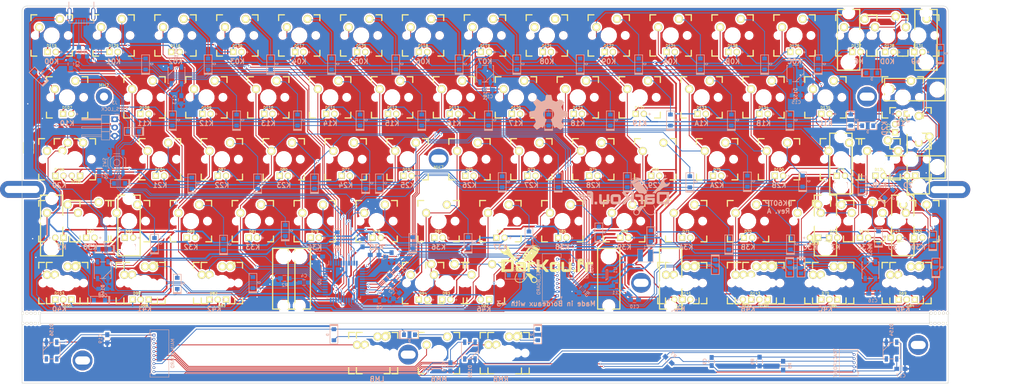
<source format=kicad_pcb>
(kicad_pcb (version 4) (host pcbnew 4.0.5+dfsg1-4)
  (title_block (title "MX/Alps HHKB") (date 2017-05-22) (rev A.1) (company DarKou))
  (layers (0 F.Cu signal) (31 B.Cu signal) (34 B.Paste user) (35 F.Paste user) (36 B.SilkS user) (37 F.SilkS user hide) (38 B.Mask user) (39 F.Mask user) (44 Edge.Cuts user))
  (net 0 "")
  (net 1 GND)
  (net 2 "Net-(C8-Pad1)")
  (net 3 "Net-(D1-Pad2)")
  (net 4 "Net-(D2-Pad2)")
  (net 5 "Net-(D3-Pad2)")
  (net 6 "Net-(D4-Pad2)")
  (net 7 "Net-(D5-Pad2)")
  (net 8 "Net-(D6-Pad2)")
  (net 9 "Net-(D7-Pad2)")
  (net 10 "Net-(D8-Pad2)")
  (net 11 "Net-(D9-Pad2)")
  (net 12 "Net-(D10-Pad2)")
  (net 13 "Net-(D11-Pad2)")
  (net 14 "Net-(D12-Pad2)")
  (net 15 "Net-(D13-Pad2)")
  (net 16 "Net-(D14-Pad2)")
  (net 17 "Net-(D15-Pad2)")
  (net 18 "Net-(D16-Pad2)")
  (net 19 "Net-(D17-Pad2)")
  (net 20 "Net-(D18-Pad2)")
  (net 21 "Net-(D19-Pad2)")
  (net 22 "Net-(D21-Pad2)")
  (net 23 "Net-(D22-Pad2)")
  (net 24 "Net-(D23-Pad2)")
  (net 25 "Net-(D24-Pad2)")
  (net 26 "Net-(D26-Pad2)")
  (net 27 "Net-(D27-Pad2)")
  (net 28 "Net-(D28-Pad2)")
  (net 29 "Net-(D29-Pad2)")
  (net 30 "Net-(D31-Pad2)")
  (net 31 "Net-(D32-Pad2)")
  (net 32 "Net-(D33-Pad2)")
  (net 33 "Net-(D34-Pad2)")
  (net 34 "Net-(D35-Pad2)")
  (net 35 "Net-(D36-Pad2)")
  (net 36 "Net-(D37-Pad2)")
  (net 37 "Net-(D38-Pad2)")
  (net 38 "Net-(D39-Pad2)")
  (net 39 "Net-(D40-Pad2)")
  (net 40 "Net-(D41-Pad2)")
  (net 41 "Net-(D42-Pad2)")
  (net 42 "Net-(D43-Pad2)")
  (net 43 "Net-(D44-Pad2)")
  (net 44 "Net-(D45-Pad2)")
  (net 45 "Net-(D46-Pad2)")
  (net 46 "Net-(D47-Pad2)")
  (net 47 "Net-(D48-Pad2)")
  (net 48 "Net-(D49-Pad2)")
  (net 49 "Net-(D50-Pad2)")
  (net 50 "Net-(D51-Pad2)")
  (net 51 "Net-(D52-Pad2)")
  (net 52 "Net-(D53-Pad2)")
  (net 53 "Net-(D54-Pad2)")
  (net 54 "Net-(D55-Pad2)")
  (net 55 "Net-(D56-Pad2)")
  (net 56 "Net-(D57-Pad2)")
  (net 57 "Net-(D58-Pad2)")
  (net 58 "Net-(D59-Pad2)")
  (net 59 "Net-(D60-Pad2)")
  (net 60 "Net-(J1-Pad2)")
  (net 61 "Net-(J1-Pad3)")
  (net 62 "Net-(J1-Pad4)")
  (net 63 "Net-(R3-Pad1)")
  (net 64 "Net-(R4-Pad2)")
  (net 65 "Net-(U0-Pad42)")
  (net 66 D2)
  (net 67 D5)
  (net 68 "Net-(D61-Pad2)")
  (net 69 "Net-(D62-Pad2)")
  (net 70 "Net-(D63-Pad2)")
  (net 71 "Net-(U0-Pad41)")
  (net 72 "Net-(D64-Pad2)")
  (net 73 "Net-(D65-Pad2)")
  (net 74 "Net-(D66-Pad2)")
  (net 75 "Net-(D67-Pad2)")
  (net 76 "Net-(D68-Pad2)")
  (net 77 "Net-(R2-Pad2)")
  (net 78 VCC)
  (net 79 "Net-(C9-Pad1)")
  (net 80 LED_AN)
  (net 81 "Net-(L1-Pad1)")
  (net 82 LED_CATH)
  (net 83 BACKLIT)
  (net 84 CAPS_LED)
  (net 85 Row4)
  (net 86 Col3)
  (net 87 Col4)
  (net 88 Col5)
  (net 89 Row0)
  (net 90 Row1)
  (net 91 Row2)
  (net 92 Row3)
  (net 93 Col0)
  (net 94 Col1)
  (net 95 Col2)
  (net 96 ColD)
  (net 97 ColC)
  (net 98 Col6)
  (net 99 Col7)
  (net 100 Col8)
  (net 101 Col9)
  (net 102 ColA)
  (net 103 ColB)
  (net 104 "Net-(K50-Pad2)")
  (net 105 "Net-(K50-Pad1)")
  (net 106 RESET)
  (net 107 XTAL1)
  (net 108 XTAL2)
  (net 109 "Net-(MH2-Pad1)")
  (net 110 "Net-(X1-Pad3)")
  (net 111 "Net-(MH7-Pad1)")
  (net 112 RGB)
  (net 113 "Net-(D149-Pad2)")
  (net 114 "Net-(D150-Pad2)")
  (net 115 "Net-(D151-Pad2)")
  (net 116 "Net-(D152-Pad2)")
  (net 117 DOUT)
  (net 118 "Net-(DM34-Pad2)")
  (net 119 "Net-(DM44-Pad2)")
  (net 120 "Net-(DM54-Pad2)")
  (net 121 /TRACKPOINT/D5)
  (net 122 /TRACKPOINT/D2)
  (net 123 /TRACKPOINT/Col3)
  (net 124 /TRACKPOINT/Col4)
  (net 125 /TRACKPOINT/Col5)
  (net 126 /TRACKPOINT/Row4)
  (net 127 /TRACKPOINT/RGB)
  (net 128 "Net-(D154-Pad2)")
  (net 129 "Net-(D155-Pad2)")
  (net 130 "Net-(D156-Pad2)")
  (net 131 "Net-(P1-Pad9)")
  (net 132 "Net-(P2-Pad9)")
  (net 133 "Net-(J3-Pad2)")
  (net 134 "Net-(J3-Pad1)")
  (module Footprint:Mx_100 (layer F.Cu) (at 138.23922 128.71429)
    (fp_text reference KM340 hide)
    (fp_text value LMB (at 0 8) (layer B.SilkS) (effects (font (thickness 0.3048)) (justify mirror)))
    (pad HOLE np_thru_hole circle (at 0 0) (size 3.9878 3.9878) (drill 3.9878) (layers *.Cu))
    (pad HOLE np_thru_hole circle (at -5.08 0) (size 1.7018 1.7018) (drill 1.7018) (layers *.Cu))
    (pad HOLE np_thru_hole circle (at 5.08 0) (size 1.7018 1.7018) (drill 1.7018) (layers *.Cu))
    (pad 1 thru_hole circle (at -3.81 -2.54 330.95) (size 2.5 2.5) (drill 1.5) (layers *.Cu *.Mask F.SilkS) (net 123 /TRACKPOINT/Col3))
    (pad 2 thru_hole circle (at 2.54 -5.08 356.1) (size 2.5 2.5) (drill 1.5) (layers *.Cu *.Mask F.SilkS) (net 118 "Net-(DM34-Pad2)"))
  )
  (module Footprint:BreakHoles (layer F.Cu) (at 311.20172 119.54804 90)
    (fp_text reference M2)
    (fp_text value MISC)
    (pad "" np_thru_hole circle (at 0 0 90) (size 0.8 0.8) (drill 0.7) (layers *.Cu *.Mask F.SilkS))
    (pad "" np_thru_hole circle (at 0 -1.27 90) (size 0.8 0.8) (drill 0.7) (layers *.Cu *.Mask F.SilkS))
    (pad "" np_thru_hole circle (at 0 -2.54 90) (size 0.8 0.8) (drill 0.7) (layers *.Cu *.Mask F.SilkS))
    (pad "" np_thru_hole circle (at 0 1.27 90) (size 0.8 0.8) (drill 0.7) (layers *.Cu *.Mask F.SilkS))
    (pad "" np_thru_hole circle (at 0 2.54 90) (size 0.8 0.8) (drill 0.7) (layers *.Cu *.Mask F.SilkS))
  )
  (module Footprint:MXST (layer F.Cu) (at 114.3 107.15625 180)
    (fp_text reference MXST hide)
    (fp_text value VAL** hide)
    (pad "" np_thru_hole circle (at 0 -6.985 180) (size 3.048 3.048) (drill 3.048) (layers *.Cu *.Mask))
    (pad "" np_thru_hole circle (at 0 8.255 180) (size 3.9802 3.9802) (drill 3.9802) (layers *.Cu *.Mask))
  )
  (module Footprint:MXST (layer F.Cu) (at 228.6 107.15625 180)
    (fp_text reference MXST hide)
    (fp_text value VAL** hide)
    (pad "" np_thru_hole circle (at 0 -6.985 180) (size 3.048 3.048) (drill 3.048) (layers *.Cu *.Mask))
    (pad "" np_thru_hole circle (at 0 8.255 180) (size 3.9802 3.9802) (drill 3.9802) (layers *.Cu *.Mask))
  )
  (module Footprint:MXST (layer F.Cu) (at 209.55 107.15625 180)
    (fp_text reference MXST hide)
    (fp_text value VAL** hide)
    (pad "" np_thru_hole circle (at 0 -6.985 180) (size 3.048 3.048) (drill 3.048) (layers *.Cu *.Mask))
    (pad "" np_thru_hole circle (at 0 8.255 180) (size 3.9802 3.9802) (drill 3.9802) (layers *.Cu *.Mask))
  )
  (module Footprint:MXST (layer F.Cu) (at 109.5375 107.15625 180)
    (fp_text reference MXST hide)
    (fp_text value VAL** hide)
    (pad "" np_thru_hole circle (at 0 -6.985 180) (size 3.048 3.048) (drill 3.048) (layers *.Cu *.Mask))
    (pad "" np_thru_hole circle (at 0 8.255 180) (size 3.9802 3.9802) (drill 3.9802) (layers *.Cu *.Mask))
  )
  (module Footprint:MXST (layer F.Cu) (at 300.0375 88.10625)
    (fp_text reference MXST hide)
    (fp_text value VAL** hide)
    (pad "" np_thru_hole circle (at 0 -6.985) (size 3.048 3.048) (drill 3.048) (layers *.Cu *.Mask))
    (pad "" np_thru_hole circle (at 0 8.255) (size 3.9802 3.9802) (drill 3.9802) (layers *.Cu *.Mask))
  )
  (module Footprint:MXST (layer F.Cu) (at 276.225 88.10625)
    (fp_text reference MXST hide)
    (fp_text value VAL** hide)
    (pad "" np_thru_hole circle (at 0 -6.985) (size 3.048 3.048) (drill 3.048) (layers *.Cu *.Mask))
    (pad "" np_thru_hole circle (at 0 8.255) (size 3.9802 3.9802) (drill 3.9802) (layers *.Cu *.Mask))
  )
  (module Footprint:MXST (layer F.Cu) (at 302.41875 47.62625 90)
    (fp_text reference MXST hide)
    (fp_text value VAL** hide)
    (pad "" np_thru_hole circle (at 0 -6.985 90) (size 3.048 3.048) (drill 3.048) (layers *.Cu *.Mask))
    (pad "" np_thru_hole circle (at 0 8.255 90) (size 3.9802 3.9802) (drill 3.9802) (layers *.Cu *.Mask))
  )
  (module Footprint:MXST (layer F.Cu) (at 302.41875 71.4375 90)
    (fp_text reference MXST hide)
    (fp_text value VAL** hide)
    (pad "" np_thru_hole circle (at 0 -6.985 90) (size 3.048 3.048) (drill 3.048) (layers *.Cu *.Mask))
    (pad "" np_thru_hole circle (at 0 8.255 90) (size 3.9802 3.9802) (drill 3.9802) (layers *.Cu *.Mask))
  )
  (module Footprint:MXST (layer F.Cu) (at 280.9875 69.05625)
    (fp_text reference MXST hide)
    (fp_text value VAL** hide)
    (pad "" np_thru_hole circle (at 0 -6.985) (size 3.048 3.048) (drill 3.048) (layers *.Cu *.Mask))
    (pad "" np_thru_hole circle (at 0 8.255) (size 3.9802 3.9802) (drill 3.9802) (layers *.Cu *.Mask))
  )
  (module Footprint:MXST (layer F.Cu) (at 304.8 69.05625)
    (fp_text reference MXST hide)
    (fp_text value VAL** hide)
    (pad "" np_thru_hole circle (at 0 -6.985) (size 3.048 3.048) (drill 3.048) (layers *.Cu *.Mask))
    (pad "" np_thru_hole circle (at 0 8.255) (size 3.9802 3.9802) (drill 3.9802) (layers *.Cu *.Mask))
  )
  (module Footprint:MXST (layer F.Cu) (at 307.18125 30.95625)
    (fp_text reference MXST hide)
    (fp_text value VAL** hide)
    (pad "" np_thru_hole circle (at 0 -6.985) (size 3.048 3.048) (drill 3.048) (layers *.Cu *.Mask))
    (pad "" np_thru_hole circle (at 0 8.255) (size 3.9802 3.9802) (drill 3.9802) (layers *.Cu *.Mask))
  )
  (module Footprint:MXST (layer F.Cu) (at 283.36875 30.95625)
    (fp_text reference MXST hide)
    (fp_text value VAL** hide)
    (pad "" np_thru_hole circle (at 0 -6.985) (size 3.048 3.048) (drill 3.048) (layers *.Cu *.Mask))
    (pad "" np_thru_hole circle (at 0 8.255) (size 3.9802 3.9802) (drill 3.9802) (layers *.Cu *.Mask))
  )
  (module Footprint:MXST (layer F.Cu) (at 61.9125 88.10625)
    (fp_text reference MXST hide)
    (fp_text value VAL** hide)
    (pad "" np_thru_hole circle (at 0 -6.985) (size 3.048 3.048) (drill 3.048) (layers *.Cu *.Mask))
    (pad "" np_thru_hole circle (at 0 8.255) (size 3.9802 3.9802) (drill 3.9802) (layers *.Cu *.Mask))
  )
  (module Capacitors_SMD:C_0805_HandSoldering (layer B.Cu) (at 145.21172 101.81304 45)
    (fp_text reference C1 (at 0 2.1 45) (layer B.SilkS) (effects (justify mirror)))
    (fp_text value 22p)
    (pad 1 smd rect (at -1.25 0 45) (size 1.5 1.25) (layers B.Cu B.Paste B.Mask) (net 107 XTAL1))
    (pad 2 smd rect (at 1.25 0 45) (size 1.5 1.25) (layers B.Cu B.Paste B.Mask) (net 1 GND))
  )
  (module Capacitors_SMD:C_0805_HandSoldering (layer B.Cu) (at 144.21172 111.06304 225)
    (fp_text reference C2 (at 0 2.1 225) (layer B.SilkS) (effects (justify mirror)))
    (fp_text value 22p)
    (pad 1 smd rect (at -1.25 0 225) (size 1.5 1.25) (layers B.Cu B.Paste B.Mask) (net 108 XTAL2))
    (pad 2 smd rect (at 1.25 0 225) (size 1.5 1.25) (layers B.Cu B.Paste B.Mask) (net 1 GND))
  )
  (module Capacitors_SMD:C_0805_HandSoldering (layer B.Cu) (at 133.7875 94.7575 90)
    (fp_text reference C3 (at 0 2.1 90) (layer B.SilkS) (effects (justify mirror)))
    (fp_text value 0.1u hide)
    (pad 1 smd rect (at -1.25 0 90) (size 1.5 1.25) (layers B.Cu B.Paste B.Mask) (net 78 VCC))
    (pad 2 smd rect (at 1.25 0 90) (size 1.5 1.25) (layers B.Cu B.Paste B.Mask) (net 1 GND))
  )
  (module Capacitors_SMD:C_0805_HandSoldering (layer B.Cu) (at 115.75 107 180)
    (fp_text reference C4 (at 0 2.1 180) (layer B.SilkS) (effects (justify mirror)))
    (fp_text value 0.1u hide)
    (pad 1 smd rect (at -1.25 0 180) (size 1.5 1.25) (layers B.Cu B.Paste B.Mask) (net 78 VCC))
    (pad 2 smd rect (at 1.25 0 180) (size 1.5 1.25) (layers B.Cu B.Paste B.Mask) (net 1 GND))
  )
  (module Capacitors_SMD:C_0805_HandSoldering (layer B.Cu) (at 120.25 99 180)
    (fp_text reference C5 (at 0 2.1 180) (layer B.SilkS) (effects (justify mirror)))
    (fp_text value 0.1u)
    (pad 1 smd rect (at -1.25 0 180) (size 1.5 1.25) (layers B.Cu B.Paste B.Mask) (net 78 VCC))
    (pad 2 smd rect (at 1.25 0 180) (size 1.5 1.25) (layers B.Cu B.Paste B.Mask) (net 1 GND))
  )
  (module Capacitors_SMD:C_0805_HandSoldering (layer B.Cu) (at 139 112.5)
    (fp_text reference C6 (at 0 2.1) (layer B.SilkS) (effects (justify mirror)))
    (fp_text value 0.1u)
    (pad 1 smd rect (at -1.25 0) (size 1.5 1.25) (layers B.Cu B.Paste B.Mask) (net 78 VCC))
    (pad 2 smd rect (at 1.25 0) (size 1.5 1.25) (layers B.Cu B.Paste B.Mask) (net 1 GND))
  )
  (module Capacitors_SMD:C_0805_HandSoldering (layer B.Cu) (at 142.71172 99.06304 270)
    (fp_text reference C7 (at 0 2.1 270) (layer B.SilkS) (effects (justify mirror)))
    (fp_text value 4.7u)
    (pad 1 smd rect (at -1.25 0 270) (size 1.5 1.25) (layers B.Cu B.Paste B.Mask) (net 78 VCC))
    (pad 2 smd rect (at 1.25 0 270) (size 1.5 1.25) (layers B.Cu B.Paste B.Mask) (net 1 GND))
  )
  (module Capacitors_SMD:C_0805_HandSoldering (layer B.Cu) (at 44 39.75 90)
    (fp_text reference C8 (at 0 2.1 90) (layer B.SilkS) (effects (justify mirror)))
    (fp_text value 1u)
    (pad 1 smd rect (at -1.25 0 90) (size 1.5 1.25) (layers B.Cu B.Paste B.Mask) (net 2 "Net-(C8-Pad1)"))
    (pad 2 smd rect (at 1.25 0 90) (size 1.5 1.25) (layers B.Cu B.Paste B.Mask) (net 1 GND))
  )
  (module Capacitors_SMD:C_0805_HandSoldering (layer B.Cu) (at 241.21172 131.31304 270)
    (fp_text reference C9 (at 0 2.1 270) (layer B.SilkS) (effects (justify mirror)))
    (fp_text value 2.2u)
    (pad 1 smd rect (at -1.25 0 270) (size 1.5 1.25) (layers B.Cu B.Paste B.Mask) (net 79 "Net-(C9-Pad1)"))
    (pad 2 smd rect (at 1.25 0 270) (size 1.5 1.25) (layers B.Cu B.Paste B.Mask) (net 78 VCC))
  )
  (module Footprint:D_SOD123 (layer B.Cu) (at 34 43.5 135)
    (fp_text reference D1 hide)
    (fp_text value D (at 0 1.925 135) (layer B.SilkS) (effects (font (size 0.8 0.8)) (justify mirror)))
    (pad 2 smd rect (at 1.7 0 135) (size 1.2 1.4) (layers B.Cu B.Paste B.Mask) (net 3 "Net-(D1-Pad2)"))
    (pad 1 smd rect (at -1.7 0 135) (size 1.2 1.4) (layers B.Cu B.Paste B.Mask) (net 89 Row0))
  )
  (module Footprint:D_SOD123 (layer B.Cu) (at 63.25 60.5 180)
    (fp_text reference D2 hide)
    (fp_text value D (at 0 1.925 180) (layer B.SilkS) (effects (font (size 0.8 0.8)) (justify mirror)))
    (pad 2 smd rect (at 1.7 0 180) (size 1.2 1.4) (layers B.Cu B.Paste B.Mask) (net 4 "Net-(D2-Pad2)"))
    (pad 1 smd rect (at -1.7 0 180) (size 1.2 1.4) (layers B.Cu B.Paste B.Mask) (net 90 Row1))
  )
  (module Footprint:D_SOD123 (layer B.Cu) (at 59 76.5 180)
    (fp_text reference D3 hide)
    (fp_text value D (at 0 1.925 180) (layer B.SilkS) (effects (font (size 0.8 0.8)) (justify mirror)))
    (pad 2 smd rect (at 1.7 0 180) (size 1.2 1.4) (layers B.Cu B.Paste B.Mask) (net 5 "Net-(D3-Pad2)"))
    (pad 1 smd rect (at -1.7 0 180) (size 1.2 1.4) (layers B.Cu B.Paste B.Mask) (net 91 Row2))
  )
  (module Footprint:D_SOD123 (layer B.Cu) (at 54.25 96.75 180)
    (fp_text reference D4 hide)
    (fp_text value D (at 0 1.925 180) (layer B.SilkS) (effects (font (size 0.8 0.8)) (justify mirror)))
    (pad 2 smd rect (at 1.7 0 180) (size 1.2 1.4) (layers B.Cu B.Paste B.Mask) (net 6 "Net-(D4-Pad2)"))
    (pad 1 smd rect (at -1.7 0 180) (size 1.2 1.4) (layers B.Cu B.Paste B.Mask) (net 92 Row3))
  )
  (module Footprint:D_SOD123 (layer B.Cu) (at 52.82172 112.44304 180)
    (fp_text reference D5 hide)
    (fp_text value D (at 0 1.925 180) (layer B.SilkS) (effects (font (size 0.8 0.8)) (justify mirror)))
    (pad 2 smd rect (at 1.7 0 180) (size 1.2 1.4) (layers B.Cu B.Paste B.Mask) (net 7 "Net-(D5-Pad2)"))
    (pad 1 smd rect (at -1.7 0 180) (size 1.2 1.4) (layers B.Cu B.Paste B.Mask) (net 85 Row4))
  )
  (module Footprint:D_SOD123 (layer B.Cu) (at 67 39.75 90)
    (fp_text reference D6 hide)
    (fp_text value D (at 0 1.925 90) (layer B.SilkS) (effects (font (size 0.8 0.8)) (justify mirror)))
    (pad 2 smd rect (at 1.7 0 90) (size 1.2 1.4) (layers B.Cu B.Paste B.Mask) (net 8 "Net-(D6-Pad2)"))
    (pad 1 smd rect (at -1.7 0 90) (size 1.2 1.4) (layers B.Cu B.Paste B.Mask) (net 89 Row0))
  )
  (module Footprint:D_SOD123 (layer B.Cu) (at 75.25 57 90)
    (fp_text reference D7 hide)
    (fp_text value D (at 0 1.925 90) (layer B.SilkS) (effects (font (size 0.8 0.8)) (justify mirror)))
    (pad 2 smd rect (at 1.7 0 90) (size 1.2 1.4) (layers B.Cu B.Paste B.Mask) (net 9 "Net-(D7-Pad2)"))
    (pad 1 smd rect (at -1.7 0 90) (size 1.2 1.4) (layers B.Cu B.Paste B.Mask) (net 90 Row1))
  )
  (module Footprint:D_SOD123 (layer B.Cu) (at 81.22875 76.40625 90)
    (fp_text reference D8 hide)
    (fp_text value D (at 0 1.925 90) (layer B.SilkS) (effects (font (size 0.8 0.8)) (justify mirror)))
    (pad 2 smd rect (at 1.7 0 90) (size 1.2 1.4) (layers B.Cu B.Paste B.Mask) (net 10 "Net-(D8-Pad2)"))
    (pad 1 smd rect (at -1.7 0 90) (size 1.2 1.4) (layers B.Cu B.Paste B.Mask) (net 91 Row2))
  )
  (module Footprint:D_SOD123 (layer B.Cu) (at 69.75 95 90)
    (fp_text reference D9 hide)
    (fp_text value D (at 0 1.925 90) (layer B.SilkS) (effects (font (size 0.8 0.8)) (justify mirror)))
    (pad 2 smd rect (at 1.7 0 90) (size 1.2 1.4) (layers B.Cu B.Paste B.Mask) (net 11 "Net-(D9-Pad2)"))
    (pad 1 smd rect (at -1.7 0 90) (size 1.2 1.4) (layers B.Cu B.Paste B.Mask) (net 92 Row3))
  )
  (module Footprint:D_SOD123 (layer B.Cu) (at 76.75 107.25 90)
    (fp_text reference D10 hide)
    (fp_text value D (at 0 1.925 90) (layer B.SilkS) (effects (font (size 0.8 0.8)) (justify mirror)))
    (pad 2 smd rect (at 1.7 0 90) (size 1.2 1.4) (layers B.Cu B.Paste B.Mask) (net 12 "Net-(D10-Pad2)"))
    (pad 1 smd rect (at -1.7 0 90) (size 1.2 1.4) (layers B.Cu B.Paste B.Mask) (net 85 Row4))
  )
  (module Footprint:D_SOD123 (layer B.Cu) (at 86.25 39.75 90)
    (fp_text reference D11 hide)
    (fp_text value D (at 0 1.925 90) (layer B.SilkS) (effects (font (size 0.8 0.8)) (justify mirror)))
    (pad 2 smd rect (at 1.7 0 90) (size 1.2 1.4) (layers B.Cu B.Paste B.Mask) (net 13 "Net-(D11-Pad2)"))
    (pad 1 smd rect (at -1.7 0 90) (size 1.2 1.4) (layers B.Cu B.Paste B.Mask) (net 89 Row0))
  )
  (module Footprint:D_SOD123 (layer B.Cu) (at 95 57 90)
    (fp_text reference D12 hide)
    (fp_text value D (at 0 1.925 90) (layer B.SilkS) (effects (font (size 0.8 0.8)) (justify mirror)))
    (pad 2 smd rect (at 1.7 0 90) (size 1.2 1.4) (layers B.Cu B.Paste B.Mask) (net 14 "Net-(D12-Pad2)"))
    (pad 1 smd rect (at -1.7 0 90) (size 1.2 1.4) (layers B.Cu B.Paste B.Mask) (net 90 Row1))
  )
  (module Footprint:D_SOD123 (layer B.Cu) (at 101.47875 76.40625 90)
    (fp_text reference D13 hide)
    (fp_text value D (at 0 1.925 90) (layer B.SilkS) (effects (font (size 0.8 0.8)) (justify mirror)))
    (pad 2 smd rect (at 1.7 0 90) (size 1.2 1.4) (layers B.Cu B.Paste B.Mask) (net 15 "Net-(D13-Pad2)"))
    (pad 1 smd rect (at -1.7 0 90) (size 1.2 1.4) (layers B.Cu B.Paste B.Mask) (net 91 Row2))
  )
  (module Footprint:D_SOD123 (layer B.Cu) (at 91 95.25 90)
    (fp_text reference D14 hide)
    (fp_text value D (at 0 1.925 90) (layer B.SilkS) (effects (font (size 0.8 0.8)) (justify mirror)))
    (pad 2 smd rect (at 1.7 0 90) (size 1.2 1.4) (layers B.Cu B.Paste B.Mask) (net 16 "Net-(D14-Pad2)"))
    (pad 1 smd rect (at -1.7 0 90) (size 1.2 1.4) (layers B.Cu B.Paste B.Mask) (net 92 Row3))
  )
  (module Footprint:D_SOD123 (layer B.Cu) (at 100.0375 107.0075 90)
    (fp_text reference D15 hide)
    (fp_text value D (at 0 1.925 90) (layer B.SilkS) (effects (font (size 0.8 0.8)) (justify mirror)))
    (pad 2 smd rect (at 1.7 0 90) (size 1.2 1.4) (layers B.Cu B.Paste B.Mask) (net 17 "Net-(D15-Pad2)"))
    (pad 1 smd rect (at -1.7 0 90) (size 1.2 1.4) (layers B.Cu B.Paste B.Mask) (net 85 Row4))
  )
  (module Footprint:D_SOD123 (layer B.Cu) (at 105.5 39.75 90)
    (fp_text reference D16 hide)
    (fp_text value D (at 0 1.925 90) (layer B.SilkS) (effects (font (size 0.8 0.8)) (justify mirror)))
    (pad 2 smd rect (at 1.7 0 90) (size 1.2 1.4) (layers B.Cu B.Paste B.Mask) (net 18 "Net-(D16-Pad2)"))
    (pad 1 smd rect (at -1.7 0 90) (size 1.2 1.4) (layers B.Cu B.Paste B.Mask) (net 89 Row0))
  )
  (module Footprint:D_SOD123 (layer B.Cu) (at 113.75 57 90)
    (fp_text reference D17 hide)
    (fp_text value D (at 0 1.925 90) (layer B.SilkS) (effects (font (size 0.8 0.8)) (justify mirror)))
    (pad 2 smd rect (at 1.7 0 90) (size 1.2 1.4) (layers B.Cu B.Paste B.Mask) (net 19 "Net-(D17-Pad2)"))
    (pad 1 smd rect (at -1.7 0 90) (size 1.2 1.4) (layers B.Cu B.Paste B.Mask) (net 90 Row1))
  )
  (module Footprint:D_SOD123 (layer B.Cu) (at 118.97875 76.40625 90)
    (fp_text reference D18 hide)
    (fp_text value D (at 0 1.925 90) (layer B.SilkS) (effects (font (size 0.8 0.8)) (justify mirror)))
    (pad 2 smd rect (at 1.7 0 90) (size 1.2 1.4) (layers B.Cu B.Paste B.Mask) (net 20 "Net-(D18-Pad2)"))
    (pad 1 smd rect (at -1.7 0 90) (size 1.2 1.4) (layers B.Cu B.Paste B.Mask) (net 91 Row2))
  )
  (module Footprint:D_SOD123 (layer B.Cu) (at 110 91 90)
    (fp_text reference D19 hide)
    (fp_text value D (at 0 1.925 90) (layer B.SilkS) (effects (font (size 0.8 0.8)) (justify mirror)))
    (pad 2 smd rect (at 1.7 0 90) (size 1.2 1.4) (layers B.Cu B.Paste B.Mask) (net 21 "Net-(D19-Pad2)"))
    (pad 1 smd rect (at -1.7 0 90) (size 1.2 1.4) (layers B.Cu B.Paste B.Mask) (net 92 Row3))
  )
  (module Footprint:D_SOD123 (layer B.Cu) (at 124.25 39.75 90)
    (fp_text reference D21 hide)
    (fp_text value D (at 0 1.925 90) (layer B.SilkS) (effects (font (size 0.8 0.8)) (justify mirror)))
    (pad 2 smd rect (at 1.7 0 90) (size 1.2 1.4) (layers B.Cu B.Paste B.Mask) (net 22 "Net-(D21-Pad2)"))
    (pad 1 smd rect (at -1.7 0 90) (size 1.2 1.4) (layers B.Cu B.Paste B.Mask) (net 89 Row0))
  )
  (module Footprint:D_SOD123 (layer B.Cu) (at 133 57 90)
    (fp_text reference D22 hide)
    (fp_text value D (at 0 1.925 90) (layer B.SilkS) (effects (font (size 0.8 0.8)) (justify mirror)))
    (pad 2 smd rect (at 1.7 0 90) (size 1.2 1.4) (layers B.Cu B.Paste B.Mask) (net 23 "Net-(D22-Pad2)"))
    (pad 1 smd rect (at -1.7 0 90) (size 1.2 1.4) (layers B.Cu B.Paste B.Mask) (net 90 Row1))
  )
  (module Footprint:D_SOD123 (layer B.Cu) (at 134.72875 76.40625 90)
    (fp_text reference D23 hide)
    (fp_text value D (at 0 1.925 90) (layer B.SilkS) (effects (font (size 0.8 0.8)) (justify mirror)))
    (pad 2 smd rect (at 1.7 0 90) (size 1.2 1.4) (layers B.Cu B.Paste B.Mask) (net 24 "Net-(D23-Pad2)"))
    (pad 1 smd rect (at -1.7 0 90) (size 1.2 1.4) (layers B.Cu B.Paste B.Mask) (net 91 Row2))
  )
  (module Footprint:D_SOD123 (layer B.Cu) (at 126 93.25 90)
    (fp_text reference D24 hide)
    (fp_text value D (at 0 1.925 90) (layer B.SilkS) (effects (font (size 0.8 0.8)) (justify mirror)))
    (pad 2 smd rect (at 1.7 0 90) (size 1.2 1.4) (layers B.Cu B.Paste B.Mask) (net 25 "Net-(D24-Pad2)"))
    (pad 1 smd rect (at -1.7 0 90) (size 1.2 1.4) (layers B.Cu B.Paste B.Mask) (net 92 Row3))
  )
  (module Footprint:D_SOD123 (layer B.Cu) (at 144 39.75 90)
    (fp_text reference D26 hide)
    (fp_text value D (at 0 1.925 90) (layer B.SilkS) (effects (font (size 0.8 0.8)) (justify mirror)))
    (pad 2 smd rect (at 1.7 0 90) (size 1.2 1.4) (layers B.Cu B.Paste B.Mask) (net 26 "Net-(D26-Pad2)"))
    (pad 1 smd rect (at -1.7 0 90) (size 1.2 1.4) (layers B.Cu B.Paste B.Mask) (net 89 Row0))
  )
  (module Footprint:D_SOD123 (layer B.Cu) (at 152 57 90)
    (fp_text reference D27 hide)
    (fp_text value D (at 0 1.925 90) (layer B.SilkS) (effects (font (size 0.8 0.8)) (justify mirror)))
    (pad 2 smd rect (at 1.7 0 90) (size 1.2 1.4) (layers B.Cu B.Paste B.Mask) (net 27 "Net-(D27-Pad2)"))
    (pad 1 smd rect (at -1.7 0 90) (size 1.2 1.4) (layers B.Cu B.Paste B.Mask) (net 90 Row1))
  )
  (module Footprint:D_SOD123 (layer B.Cu) (at 138.97875 76.40625 90)
    (fp_text reference D28 hide)
    (fp_text value D (at 0 1.925 90) (layer B.SilkS) (effects (font (size 0.8 0.8)) (justify mirror)))
    (pad 2 smd rect (at 1.7 0 90) (size 1.2 1.4) (layers B.Cu B.Paste B.Mask) (net 28 "Net-(D28-Pad2)"))
    (pad 1 smd rect (at -1.7 0 90) (size 1.2 1.4) (layers B.Cu B.Paste B.Mask) (net 91 Row2))
  )
  (module Footprint:D_SOD123 (layer B.Cu) (at 149.25 94.75 90)
    (fp_text reference D29 hide)
    (fp_text value D (at 0 1.925 90) (layer B.SilkS) (effects (font (size 0.8 0.8)) (justify mirror)))
    (pad 2 smd rect (at 1.7 0 90) (size 1.2 1.4) (layers B.Cu B.Paste B.Mask) (net 29 "Net-(D29-Pad2)"))
    (pad 1 smd rect (at -1.7 0 90) (size 1.2 1.4) (layers B.Cu B.Paste B.Mask) (net 92 Row3))
  )
  (module Footprint:D_SOD123 (layer B.Cu) (at 163.5 39.75 90)
    (fp_text reference D31 hide)
    (fp_text value D (at 0 1.925 90) (layer B.SilkS) (effects (font (size 0.8 0.8)) (justify mirror)))
    (pad 2 smd rect (at 1.7 0 90) (size 1.2 1.4) (layers B.Cu B.Paste B.Mask) (net 30 "Net-(D31-Pad2)"))
    (pad 1 smd rect (at -1.7 0 90) (size 1.2 1.4) (layers B.Cu B.Paste B.Mask) (net 89 Row0))
  )
  (module Footprint:D_SOD123 (layer B.Cu) (at 172.5375 57.0075 90)
    (fp_text reference D32 hide)
    (fp_text value D (at 0 1.925 90) (layer B.SilkS) (effects (font (size 0.8 0.8)) (justify mirror)))
    (pad 2 smd rect (at 1.7 0 90) (size 1.2 1.4) (layers B.Cu B.Paste B.Mask) (net 31 "Net-(D32-Pad2)"))
    (pad 1 smd rect (at -1.7 0 90) (size 1.2 1.4) (layers B.Cu B.Paste B.Mask) (net 90 Row1))
  )
  (module Footprint:D_SOD123 (layer B.Cu) (at 176.75 76 90)
    (fp_text reference D33 hide)
    (fp_text value D (at 0 1.925 90) (layer B.SilkS) (effects (font (size 0.8 0.8)) (justify mirror)))
    (pad 2 smd rect (at 1.7 0 90) (size 1.2 1.4) (layers B.Cu B.Paste B.Mask) (net 32 "Net-(D33-Pad2)"))
    (pad 1 smd rect (at -1.7 0 90) (size 1.2 1.4) (layers B.Cu B.Paste B.Mask) (net 91 Row2))
  )
  (module Footprint:D_SOD123 (layer B.Cu) (at 166.25 94.75 90)
    (fp_text reference D34 hide)
    (fp_text value D (at 0 1.925 90) (layer B.SilkS) (effects (font (size 0.8 0.8)) (justify mirror)))
    (pad 2 smd rect (at 1.7 0 90) (size 1.2 1.4) (layers B.Cu B.Paste B.Mask) (net 33 "Net-(D34-Pad2)"))
    (pad 1 smd rect (at -1.7 0 90) (size 1.2 1.4) (layers B.Cu B.Paste B.Mask) (net 92 Row3))
  )
  (module Footprint:D_SOD123 (layer B.Cu) (at 180.5 104.75 180)
    (fp_text reference D35 hide)
    (fp_text value D (at 0 1.925 180) (layer B.SilkS) (effects (font (size 0.8 0.8)) (justify mirror)))
    (pad 2 smd rect (at 1.7 0 180) (size 1.2 1.4) (layers B.Cu B.Paste B.Mask) (net 34 "Net-(D35-Pad2)"))
    (pad 1 smd rect (at -1.7 0 180) (size 1.2 1.4) (layers B.Cu B.Paste B.Mask) (net 85 Row4))
  )
  (module Footprint:D_SOD123 (layer B.Cu) (at 181.25 39.75 90)
    (fp_text reference D36 hide)
    (fp_text value D (at 0 1.925 90) (layer B.SilkS) (effects (font (size 0.8 0.8)) (justify mirror)))
    (pad 2 smd rect (at 1.7 0 90) (size 1.2 1.4) (layers B.Cu B.Paste B.Mask) (net 35 "Net-(D36-Pad2)"))
    (pad 1 smd rect (at -1.7 0 90) (size 1.2 1.4) (layers B.Cu B.Paste B.Mask) (net 89 Row0))
  )
  (module Footprint:D_SOD123 (layer B.Cu) (at 191.0375 57.0075 90)
    (fp_text reference D37 hide)
    (fp_text value D (at 0 1.925 90) (layer B.SilkS) (effects (font (size 0.8 0.8)) (justify mirror)))
    (pad 2 smd rect (at 1.7 0 90) (size 1.2 1.4) (layers B.Cu B.Paste B.Mask) (net 36 "Net-(D37-Pad2)"))
    (pad 1 smd rect (at -1.7 0 90) (size 1.2 1.4) (layers B.Cu B.Paste B.Mask) (net 90 Row1))
  )
  (module Footprint:D_SOD123 (layer B.Cu) (at 194 76 90)
    (fp_text reference D38 hide)
    (fp_text value D (at 0 1.925 90) (layer B.SilkS) (effects (font (size 0.8 0.8)) (justify mirror)))
    (pad 2 smd rect (at 1.7 0 90) (size 1.2 1.4) (layers B.Cu B.Paste B.Mask) (net 37 "Net-(D38-Pad2)"))
    (pad 1 smd rect (at -1.7 0 90) (size 1.2 1.4) (layers B.Cu B.Paste B.Mask) (net 91 Row2))
  )
  (module Footprint:D_SOD123 (layer B.Cu) (at 185 93 90)
    (fp_text reference D39 hide)
    (fp_text value D (at 0 1.925 90) (layer B.SilkS) (effects (font (size 0.8 0.8)) (justify mirror)))
    (pad 2 smd rect (at 1.7 0 90) (size 1.2 1.4) (layers B.Cu B.Paste B.Mask) (net 38 "Net-(D39-Pad2)"))
    (pad 1 smd rect (at -1.7 0 90) (size 1.2 1.4) (layers B.Cu B.Paste B.Mask) (net 92 Row3))
  )
  (module Footprint:D_SOD123 (layer B.Cu) (at 200.75 39.75 90)
    (fp_text reference D40 hide)
    (fp_text value D (at 0 1.925 90) (layer B.SilkS) (effects (font (size 0.8 0.8)) (justify mirror)))
    (pad 2 smd rect (at 1.7 0 90) (size 1.2 1.4) (layers B.Cu B.Paste B.Mask) (net 39 "Net-(D40-Pad2)"))
    (pad 1 smd rect (at -1.7 0 90) (size 1.2 1.4) (layers B.Cu B.Paste B.Mask) (net 89 Row0))
  )
  (module Footprint:D_SOD123 (layer B.Cu) (at 210.0375 57.0075 90)
    (fp_text reference D41 hide)
    (fp_text value D (at 0 1.925 90) (layer B.SilkS) (effects (font (size 0.8 0.8)) (justify mirror)))
    (pad 2 smd rect (at 1.7 0 90) (size 1.2 1.4) (layers B.Cu B.Paste B.Mask) (net 40 "Net-(D41-Pad2)"))
    (pad 1 smd rect (at -1.7 0 90) (size 1.2 1.4) (layers B.Cu B.Paste B.Mask) (net 90 Row1))
  )
  (module Footprint:D_SOD123 (layer B.Cu) (at 215.25 76 90)
    (fp_text reference D42 hide)
    (fp_text value D (at 0 1.925 90) (layer B.SilkS) (effects (font (size 0.8 0.8)) (justify mirror)))
    (pad 2 smd rect (at 1.7 0 90) (size 1.2 1.4) (layers B.Cu B.Paste B.Mask) (net 41 "Net-(D42-Pad2)"))
    (pad 1 smd rect (at -1.7 0 90) (size 1.2 1.4) (layers B.Cu B.Paste B.Mask) (net 91 Row2))
  )
  (module Footprint:D_SOD123 (layer B.Cu) (at 206.5 91.5 90)
    (fp_text reference D43 hide)
    (fp_text value D (at 0 1.925 90) (layer B.SilkS) (effects (font (size 0.8 0.8)) (justify mirror)))
    (pad 2 smd rect (at 1.7 0 90) (size 1.2 1.4) (layers B.Cu B.Paste B.Mask) (net 42 "Net-(D43-Pad2)"))
    (pad 1 smd rect (at -1.7 0 90) (size 1.2 1.4) (layers B.Cu B.Paste B.Mask) (net 92 Row3))
  )
  (module Footprint:D_SOD123 (layer B.Cu) (at 218.75 39.75 90)
    (fp_text reference D44 hide)
    (fp_text value D (at 0 1.925 90) (layer B.SilkS) (effects (font (size 0.8 0.8)) (justify mirror)))
    (pad 2 smd rect (at 1.7 0 90) (size 1.2 1.4) (layers B.Cu B.Paste B.Mask) (net 43 "Net-(D44-Pad2)"))
    (pad 1 smd rect (at -1.7 0 90) (size 1.2 1.4) (layers B.Cu B.Paste B.Mask) (net 89 Row0))
  )
  (module Footprint:D_SOD123 (layer B.Cu) (at 228.5375 57.0075 90)
    (fp_text reference D45 hide)
    (fp_text value D (at 0 1.925 90) (layer B.SilkS) (effects (font (size 0.8 0.8)) (justify mirror)))
    (pad 2 smd rect (at 1.7 0 90) (size 1.2 1.4) (layers B.Cu B.Paste B.Mask) (net 44 "Net-(D45-Pad2)"))
    (pad 1 smd rect (at -1.7 0 90) (size 1.2 1.4) (layers B.Cu B.Paste B.Mask) (net 90 Row1))
  )
  (module Footprint:D_SOD123 (layer B.Cu) (at 234.5 76 90)
    (fp_text reference D46 hide)
    (fp_text value D (at 0 1.925 90) (layer B.SilkS) (effects (font (size 0.8 0.8)) (justify mirror)))
    (pad 2 smd rect (at 1.7 0 90) (size 1.2 1.4) (layers B.Cu B.Paste B.Mask) (net 45 "Net-(D46-Pad2)"))
    (pad 1 smd rect (at -1.7 0 90) (size 1.2 1.4) (layers B.Cu B.Paste B.Mask) (net 91 Row2))
  )
  (module Footprint:D_SOD123 (layer B.Cu) (at 222.47875 92.65625 90)
    (fp_text reference D47 hide)
    (fp_text value D (at 0 1.925 90) (layer B.SilkS) (effects (font (size 0.8 0.8)) (justify mirror)))
    (pad 2 smd rect (at 1.7 0 90) (size 1.2 1.4) (layers B.Cu B.Paste B.Mask) (net 46 "Net-(D47-Pad2)"))
    (pad 1 smd rect (at -1.7 0 90) (size 1.2 1.4) (layers B.Cu B.Paste B.Mask) (net 92 Row3))
  )
  (module Footprint:D_SOD123 (layer B.Cu) (at 311.5 36.5 90)
    (fp_text reference D48 hide)
    (fp_text value D (at 0 1.925 90) (layer B.SilkS) (effects (font (size 0.8 0.8)) (justify mirror)))
    (pad 2 smd rect (at 1.7 0 90) (size 1.2 1.4) (layers B.Cu B.Paste B.Mask) (net 47 "Net-(D48-Pad2)"))
    (pad 1 smd rect (at -1.7 0 90) (size 1.2 1.4) (layers B.Cu B.Paste B.Mask) (net 85 Row4))
  )
  (module Footprint:D_SOD123 (layer B.Cu) (at 237.75 39.75 90)
    (fp_text reference D49 hide)
    (fp_text value D (at 0 1.925 90) (layer B.SilkS) (effects (font (size 0.8 0.8)) (justify mirror)))
    (pad 2 smd rect (at 1.7 0 90) (size 1.2 1.4) (layers B.Cu B.Paste B.Mask) (net 48 "Net-(D49-Pad2)"))
    (pad 1 smd rect (at -1.7 0 90) (size 1.2 1.4) (layers B.Cu B.Paste B.Mask) (net 89 Row0))
  )
  (module Footprint:D_SOD123 (layer B.Cu) (at 247.2875 57.0075 90)
    (fp_text reference D50 hide)
    (fp_text value D (at 0 1.925 90) (layer B.SilkS) (effects (font (size 0.8 0.8)) (justify mirror)))
    (pad 2 smd rect (at 1.7 0 90) (size 1.2 1.4) (layers B.Cu B.Paste B.Mask) (net 49 "Net-(D50-Pad2)"))
    (pad 1 smd rect (at -1.7 0 90) (size 1.2 1.4) (layers B.Cu B.Paste B.Mask) (net 90 Row1))
  )
  (module Footprint:D_SOD123 (layer B.Cu) (at 252.21172 75.81304 90)
    (fp_text reference D51 hide)
    (fp_text value D (at 0 1.925 90) (layer B.SilkS) (effects (font (size 0.8 0.8)) (justify mirror)))
    (pad 2 smd rect (at 1.7 0 90) (size 1.2 1.4) (layers B.Cu B.Paste B.Mask) (net 50 "Net-(D51-Pad2)"))
    (pad 1 smd rect (at -1.7 0 90) (size 1.2 1.4) (layers B.Cu B.Paste B.Mask) (net 91 Row2))
  )
  (module Footprint:D_SOD123 (layer B.Cu) (at 246.47875 95.15625 90)
    (fp_text reference D52 hide)
    (fp_text value D (at 0 1.925 90) (layer B.SilkS) (effects (font (size 0.8 0.8)) (justify mirror)))
    (pad 2 smd rect (at 1.7 0 90) (size 1.2 1.4) (layers B.Cu B.Paste B.Mask) (net 51 "Net-(D52-Pad2)"))
    (pad 1 smd rect (at -1.7 0 90) (size 1.2 1.4) (layers B.Cu B.Paste B.Mask) (net 92 Row3))
  )
  (module Footprint:D_SOD123 (layer B.Cu) (at 242.32172 101.69304 270)
    (fp_text reference D53 hide)
    (fp_text value D (at 0 1.925 270) (layer B.SilkS) (effects (font (size 0.8 0.8)) (justify mirror)))
    (pad 2 smd rect (at 1.7 0 270) (size 1.2 1.4) (layers B.Cu B.Paste B.Mask) (net 52 "Net-(D53-Pad2)"))
    (pad 1 smd rect (at -1.7 0 270) (size 1.2 1.4) (layers B.Cu B.Paste B.Mask) (net 85 Row4))
  )
  (module Footprint:D_SOD123 (layer B.Cu) (at 257.5 39.75 90)
    (fp_text reference D54 hide)
    (fp_text value D (at 0 1.925 90) (layer B.SilkS) (effects (font (size 0.8 0.8)) (justify mirror)))
    (pad 2 smd rect (at 1.7 0 90) (size 1.2 1.4) (layers B.Cu B.Paste B.Mask) (net 53 "Net-(D54-Pad2)"))
    (pad 1 smd rect (at -1.7 0 90) (size 1.2 1.4) (layers B.Cu B.Paste B.Mask) (net 89 Row0))
  )
  (module Footprint:D_SOD123 (layer B.Cu) (at 265.2875 57.0075 90)
    (fp_text reference D55 hide)
    (fp_text value D (at 0 1.925 90) (layer B.SilkS) (effects (font (size 0.8 0.8)) (justify mirror)))
    (pad 2 smd rect (at 1.7 0 90) (size 1.2 1.4) (layers B.Cu B.Paste B.Mask) (net 54 "Net-(D55-Pad2)"))
    (pad 1 smd rect (at -1.7 0 90) (size 1.2 1.4) (layers B.Cu B.Paste B.Mask) (net 90 Row1))
  )
  (module Footprint:D_SOD123 (layer B.Cu) (at 269.21172 75.81304 90)
    (fp_text reference D56 hide)
    (fp_text value D (at 0 1.925 90) (layer B.SilkS) (effects (font (size 0.8 0.8)) (justify mirror)))
    (pad 2 smd rect (at 1.7 0 90) (size 1.2 1.4) (layers B.Cu B.Paste B.Mask) (net 55 "Net-(D56-Pad2)"))
    (pad 1 smd rect (at -1.7 0 90) (size 1.2 1.4) (layers B.Cu B.Paste B.Mask) (net 91 Row2))
  )
  (module Footprint:D_SOD123 (layer B.Cu) (at 265.47875 95.15625 90)
    (fp_text reference D57 hide)
    (fp_text value D (at 0 1.925 90) (layer B.SilkS) (effects (font (size 0.8 0.8)) (justify mirror)))
    (pad 2 smd rect (at 1.7 0 90) (size 1.2 1.4) (layers B.Cu B.Paste B.Mask) (net 56 "Net-(D57-Pad2)"))
    (pad 1 smd rect (at -1.7 0 90) (size 1.2 1.4) (layers B.Cu B.Paste B.Mask) (net 92 Row3))
  )
  (module Footprint:D_SOD123 (layer B.Cu) (at 265.25 102.5 270)
    (fp_text reference D58 hide)
    (fp_text value D (at 0 1.925 270) (layer B.SilkS) (effects (font (size 0.8 0.8)) (justify mirror)))
    (pad 2 smd rect (at 1.7 0 270) (size 1.2 1.4) (layers B.Cu B.Paste B.Mask) (net 57 "Net-(D58-Pad2)"))
    (pad 1 smd rect (at -1.7 0 270) (size 1.2 1.4) (layers B.Cu B.Paste B.Mask) (net 85 Row4))
  )
  (module Footprint:D_SOD123 (layer B.Cu) (at 274 39.75 90)
    (fp_text reference D59 hide)
    (fp_text value D (at 0 1.925 90) (layer B.SilkS) (effects (font (size 0.8 0.8)) (justify mirror)))
    (pad 2 smd rect (at 1.7 0 90) (size 1.2 1.4) (layers B.Cu B.Paste B.Mask) (net 58 "Net-(D59-Pad2)"))
    (pad 1 smd rect (at -1.7 0 90) (size 1.2 1.4) (layers B.Cu B.Paste B.Mask) (net 89 Row0))
  )
  (module Footprint:D_SOD123 (layer B.Cu) (at 284 57 90)
    (fp_text reference D60 hide)
    (fp_text value D (at 0 1.925 90) (layer B.SilkS) (effects (font (size 0.8 0.8)) (justify mirror)))
    (pad 2 smd rect (at 1.7 0 90) (size 1.2 1.4) (layers B.Cu B.Paste B.Mask) (net 59 "Net-(D60-Pad2)"))
    (pad 1 smd rect (at -1.7 0 90) (size 1.2 1.4) (layers B.Cu B.Paste B.Mask) (net 90 Row1))
  )
  (module Footprint:D_SOD123 (layer B.Cu) (at 287.5 77 90)
    (fp_text reference D61 hide)
    (fp_text value D (at 0 1.925 90) (layer B.SilkS) (effects (font (size 0.8 0.8)) (justify mirror)))
    (pad 2 smd rect (at 1.7 0 90) (size 1.2 1.4) (layers B.Cu B.Paste B.Mask) (net 68 "Net-(D61-Pad2)"))
    (pad 1 smd rect (at -1.7 0 90) (size 1.2 1.4) (layers B.Cu B.Paste B.Mask) (net 91 Row2))
  )
  (module Footprint:D_SOD123 (layer B.Cu) (at 292.57172 92.94304 90)
    (fp_text reference D62 hide)
    (fp_text value D (at 0 1.925 90) (layer B.SilkS) (effects (font (size 0.8 0.8)) (justify mirror)))
    (pad 2 smd rect (at 1.7 0 90) (size 1.2 1.4) (layers B.Cu B.Paste B.Mask) (net 69 "Net-(D62-Pad2)"))
    (pad 1 smd rect (at -1.7 0 90) (size 1.2 1.4) (layers B.Cu B.Paste B.Mask) (net 92 Row3))
  )
  (module Footprint:D_SOD123 (layer B.Cu) (at 268.75 102.5 270)
    (fp_text reference D63 hide)
    (fp_text value D (at 0 1.925 270) (layer B.SilkS) (effects (font (size 0.8 0.8)) (justify mirror)))
    (pad 2 smd rect (at 1.7 0 270) (size 1.2 1.4) (layers B.Cu B.Paste B.Mask) (net 70 "Net-(D63-Pad2)"))
    (pad 1 smd rect (at -1.7 0 270) (size 1.2 1.4) (layers B.Cu B.Paste B.Mask) (net 85 Row4))
  )
  (module Footprint:D_SOD123 (layer B.Cu) (at 290.5 42.5)
    (fp_text reference D64 hide)
    (fp_text value D (at 0 1.925) (layer B.SilkS) (effects (font (size 0.8 0.8)) (justify mirror)))
    (pad 2 smd rect (at 1.7 0) (size 1.2 1.4) (layers B.Cu B.Paste B.Mask) (net 72 "Net-(D64-Pad2)"))
    (pad 1 smd rect (at -1.7 0) (size 1.2 1.4) (layers B.Cu B.Paste B.Mask) (net 89 Row0))
  )
  (module Footprint:D_SOD123 (layer B.Cu) (at 289.25 58.75)
    (fp_text reference D65 hide)
    (fp_text value D (at 0 1.925) (layer B.SilkS) (effects (font (size 0.8 0.8)) (justify mirror)))
    (pad 2 smd rect (at 1.7 0) (size 1.2 1.4) (layers B.Cu B.Paste B.Mask) (net 73 "Net-(D65-Pad2)"))
    (pad 1 smd rect (at -1.7 0) (size 1.2 1.4) (layers B.Cu B.Paste B.Mask) (net 90 Row1))
  )
  (module Footprint:D_SOD123 (layer B.Cu) (at 295.75 79.75 45)
    (fp_text reference D66 hide)
    (fp_text value D (at 0 1.925 45) (layer B.SilkS) (effects (font (size 0.8 0.8)) (justify mirror)))
    (pad 2 smd rect (at 1.7 0 45) (size 1.2 1.4) (layers B.Cu B.Paste B.Mask) (net 74 "Net-(D66-Pad2)"))
    (pad 1 smd rect (at -1.7 0 45) (size 1.2 1.4) (layers B.Cu B.Paste B.Mask) (net 91 Row2))
  )
  (module Footprint:D_SOD123 (layer B.Cu) (at 309.25 94 90)
    (fp_text reference D67 hide)
    (fp_text value D (at 0 1.925 90) (layer B.SilkS) (effects (font (size 0.8 0.8)) (justify mirror)))
    (pad 2 smd rect (at 1.7 0 90) (size 1.2 1.4) (layers B.Cu B.Paste B.Mask) (net 75 "Net-(D67-Pad2)"))
    (pad 1 smd rect (at -1.7 0 90) (size 1.2 1.4) (layers B.Cu B.Paste B.Mask) (net 92 Row3))
  )
  (module Footprint:D_SOD123 (layer B.Cu) (at 310.21172 102.31304 90)
    (fp_text reference D68 hide)
    (fp_text value D (at 0 1.925 90) (layer B.SilkS) (effects (font (size 0.8 0.8)) (justify mirror)))
    (pad 2 smd rect (at 1.7 0 90) (size 1.2 1.4) (layers B.Cu B.Paste B.Mask) (net 76 "Net-(D68-Pad2)"))
    (pad 1 smd rect (at -1.7 0 90) (size 1.2 1.4) (layers B.Cu B.Paste B.Mask) (net 85 Row4))
  )
  (module Footprint:USB_miniB_hirose_5S8 (layer B.Cu) (at 47.25 26.75)
    (fp_text reference J1 hide)
    (fp_text value USB_mini_micro_B hide)
    (pad 1 smd rect (at -1.6 0) (size 0.5 1.4) (layers B.Cu B.Paste B.Mask) (net 78 VCC))
    (pad 2 smd rect (at -0.8 0) (size 0.5 1.4) (layers B.Cu B.Paste B.Mask) (net 60 "Net-(J1-Pad2)"))
    (pad 3 smd rect (at 0 0) (size 0.5 1.4) (layers B.Cu B.Paste B.Mask) (net 61 "Net-(J1-Pad3)"))
    (pad 4 smd rect (at 0.8 0) (size 0.5 1.4) (layers B.Cu B.Paste B.Mask) (net 62 "Net-(J1-Pad4)"))
    (pad 5 smd rect (at 1.6 0) (size 0.5 1.4) (layers B.Cu B.Paste B.Mask) (net 1 GND))
    (pad 6 thru_hole oval (at -3.65 -2.4) (size 1.3 3.8) (drill oval 0.7 3.2) (layers *.Cu *.Mask B.Paste) (net 1 GND))
    (pad 6 thru_hole oval (at 3.65 -2.4) (size 1.3 3.8) (drill oval 0.7 3.2) (layers *.Cu *.Mask B.Paste) (net 1 GND))
  )
  (module Resistors_SMD:R_0805_HandSoldering (layer B.Cu) (at 137.5 98.5 180)
    (fp_text reference R1 (at 0 2.1 180) (layer B.SilkS) (effects (justify mirror)))
    (fp_text value 10K)
    (pad 1 smd rect (at -1.35 0 180) (size 1.5 1.3) (layers B.Cu B.Paste B.Mask) (net 78 VCC))
    (pad 2 smd rect (at 1.35 0 180) (size 1.5 1.3) (layers B.Cu B.Paste B.Mask) (net 106 RESET))
  )
  (module Resistors_SMD:R_0805_HandSoldering (layer B.Cu) (at 109.82172 105.69304)
    (fp_text reference R2 (at 0 2.1) (layer B.SilkS) (effects (justify mirror)))
    (fp_text value 10K)
    (pad 1 smd rect (at -1.35 0) (size 1.5 1.3) (layers B.Cu B.Paste B.Mask) (net 1 GND))
    (pad 2 smd rect (at 1.35 0) (size 1.5 1.3) (layers B.Cu B.Paste B.Mask) (net 77 "Net-(R2-Pad2)"))
  )
  (module Resistors_SMD:R_0805_HandSoldering (layer B.Cu) (at 46.5 36 90)
    (fp_text reference R3 (at 0 2.1 90) (layer B.SilkS) (effects (justify mirror)))
    (fp_text value 22)
    (pad 1 smd rect (at -1.35 0 90) (size 1.5 1.3) (layers B.Cu B.Paste B.Mask) (net 63 "Net-(R3-Pad1)"))
    (pad 2 smd rect (at 1.35 0 90) (size 1.5 1.3) (layers B.Cu B.Paste B.Mask) (net 60 "Net-(J1-Pad2)"))
  )
  (module Resistors_SMD:R_0805_HandSoldering (layer B.Cu) (at 49 36 270)
    (fp_text reference R4 (at 0 2.1 270) (layer B.SilkS) (effects (justify mirror)))
    (fp_text value 22)
    (pad 1 smd rect (at -1.35 0 270) (size 1.5 1.3) (layers B.Cu B.Paste B.Mask) (net 61 "Net-(J1-Pad3)"))
    (pad 2 smd rect (at 1.35 0 270) (size 1.5 1.3) (layers B.Cu B.Paste B.Mask) (net 64 "Net-(R4-Pad2)"))
  )
  (module Resistors_SMD:R_0805_HandSoldering (layer B.Cu) (at 52.75 74.25 90)
    (fp_text reference R6 (at 0 2.1 90) (layer B.SilkS) (effects (justify mirror)))
    (fp_text value R)
    (pad 1 smd rect (at -1.35 0 90) (size 1.5 1.3) (layers B.Cu B.Paste B.Mask) (net 84 CAPS_LED))
    (pad 2 smd rect (at 1.35 0 90) (size 1.5 1.3) (layers B.Cu B.Paste B.Mask) (net 134 "Net-(J3-Pad1)"))
  )
  (module Resistors_SMD:R_0805_HandSoldering (layer B.Cu) (at 227.96172 130.81304 135)
    (fp_text reference R7 (at 0 2.1 135) (layer B.SilkS) (effects (justify mirror)))
    (fp_text value 4.7K)
    (pad 1 smd rect (at -1.35 0 135) (size 1.5 1.3) (layers B.Cu B.Paste B.Mask) (net 78 VCC))
    (pad 2 smd rect (at 1.35 0 135) (size 1.5 1.3) (layers B.Cu B.Paste B.Mask) (net 121 /TRACKPOINT/D5))
  )
  (module Resistors_SMD:R_0805_HandSoldering (layer B.Cu) (at 263.21172 132.56304 90)
    (fp_text reference R8 (at 0 2.1 90) (layer B.SilkS) (effects (justify mirror)))
    (fp_text value 4.7K)
    (pad 1 smd rect (at -1.35 0 90) (size 1.5 1.3) (layers B.Cu B.Paste B.Mask) (net 78 VCC))
    (pad 2 smd rect (at 1.35 0 90) (size 1.5 1.3) (layers B.Cu B.Paste B.Mask) (net 122 /TRACKPOINT/D2))
  )
  (module Resistors_SMD:R_0805_HandSoldering (layer B.Cu) (at 255.96172 131.31304 270)
    (fp_text reference R9 (at 0 2.1 270) (layer B.SilkS) (effects (justify mirror)))
    (fp_text value 100K)
    (pad 1 smd rect (at -1.35 0 270) (size 1.5 1.3) (layers B.Cu B.Paste B.Mask) (net 79 "Net-(C9-Pad1)"))
    (pad 2 smd rect (at 1.35 0 270) (size 1.5 1.3) (layers B.Cu B.Paste B.Mask) (net 1 GND))
  )
  (module Buttons_Switches_SMD:SW_SPST_TL3342 (layer B.Cu) (at 58.15 70.1 270)
    (fp_text reference SW1 (at 0 3.75 270) (layer B.SilkS) (effects (justify mirror)))
    (fp_text value SW_PUSH)
    (pad 1 smd rect (at -3.15 1.9 270) (size 1.7 1) (layers B.Cu B.Paste B.Mask) (net 1 GND))
    (pad 1 smd rect (at 3.15 1.9 270) (size 1.7 1) (layers B.Cu B.Paste B.Mask) (net 1 GND))
    (pad 2 smd rect (at -3.15 -1.9 270) (size 1.7 1) (layers B.Cu B.Paste B.Mask) (net 106 RESET))
    (pad 2 smd rect (at 3.15 -1.9 270) (size 1.7 1) (layers B.Cu B.Paste B.Mask) (net 106 RESET))
  )
  (module Housings_QFP:TQFP-44_10x10mm_Pitch0.8mm (layer B.Cu) (at 128 106.75 270)
    (fp_text reference U0 (at 0 7.45 270) (layer B.SilkS) (effects (justify mirror)))
    (fp_text value ATMEGA32U4)
    (pad 1 smd rect (at -5.7 4 270) (size 1.5 0.55) (layers B.Cu B.Paste B.Mask) (net 84 CAPS_LED))
    (pad 2 smd rect (at -5.7 3.2 270) (size 1.5 0.55) (layers B.Cu B.Paste B.Mask) (net 78 VCC))
    (pad 3 smd rect (at -5.7 2.4 270) (size 1.5 0.55) (layers B.Cu B.Paste B.Mask) (net 63 "Net-(R3-Pad1)"))
    (pad 4 smd rect (at -5.7 1.6 270) (size 1.5 0.55) (layers B.Cu B.Paste B.Mask) (net 64 "Net-(R4-Pad2)"))
    (pad 5 smd rect (at -5.7 0.8 270) (size 1.5 0.55) (layers B.Cu B.Paste B.Mask) (net 1 GND))
    (pad 6 smd rect (at -5.7 0 270) (size 1.5 0.55) (layers B.Cu B.Paste B.Mask) (net 2 "Net-(C8-Pad1)"))
    (pad 7 smd rect (at -5.7 -0.8 270) (size 1.5 0.55) (layers B.Cu B.Paste B.Mask) (net 78 VCC))
    (pad 8 smd rect (at -5.7 -1.6 270) (size 1.5 0.55) (layers B.Cu B.Paste B.Mask) (net 96 ColD))
    (pad 9 smd rect (at -5.7 -2.4 270) (size 1.5 0.55) (layers B.Cu B.Paste B.Mask) (net 88 Col5))
    (pad 10 smd rect (at -5.7 -3.2 270) (size 1.5 0.55) (layers B.Cu B.Paste B.Mask) (net 92 Row3))
    (pad 11 smd rect (at -5.7 -4 270) (size 1.5 0.55) (layers B.Cu B.Paste B.Mask) (net 99 Col7))
    (pad 12 smd rect (at -4 -5.7 180) (size 1.5 0.55) (layers B.Cu B.Paste B.Mask) (net 83 BACKLIT))
    (pad 13 smd rect (at -3.2 -5.7 180) (size 1.5 0.55) (layers B.Cu B.Paste B.Mask) (net 106 RESET))
    (pad 14 smd rect (at -2.4 -5.7 180) (size 1.5 0.55) (layers B.Cu B.Paste B.Mask) (net 78 VCC))
    (pad 15 smd rect (at -1.6 -5.7 180) (size 1.5 0.55) (layers B.Cu B.Paste B.Mask) (net 1 GND))
    (pad 16 smd rect (at -0.8 -5.7 180) (size 1.5 0.55) (layers B.Cu B.Paste B.Mask) (net 107 XTAL1))
    (pad 17 smd rect (at 0 -5.7 180) (size 1.5 0.55) (layers B.Cu B.Paste B.Mask) (net 108 XTAL2))
    (pad 18 smd rect (at 0.8 -5.7 180) (size 1.5 0.55) (layers B.Cu B.Paste B.Mask) (net 97 ColC))
    (pad 19 smd rect (at 1.6 -5.7 180) (size 1.5 0.55) (layers B.Cu B.Paste B.Mask) (net 103 ColB))
    (pad 20 smd rect (at 2.4 -5.7 180) (size 1.5 0.55) (layers B.Cu B.Paste B.Mask) (net 66 D2))
    (pad 21 smd rect (at 3.2 -5.7 180) (size 1.5 0.55) (layers B.Cu B.Paste B.Mask) (net 102 ColA))
    (pad 22 smd rect (at 4 -5.7 180) (size 1.5 0.55) (layers B.Cu B.Paste B.Mask) (net 67 D5))
    (pad 23 smd rect (at 5.7 -4 270) (size 1.5 0.55) (layers B.Cu B.Paste B.Mask) (net 1 GND))
    (pad 24 smd rect (at 5.7 -3.2 270) (size 1.5 0.55) (layers B.Cu B.Paste B.Mask) (net 78 VCC))
    (pad 25 smd rect (at 5.7 -2.4 270) (size 1.5 0.55) (layers B.Cu B.Paste B.Mask) (net 98 Col6))
    (pad 26 smd rect (at 5.7 -1.6 270) (size 1.5 0.55) (layers B.Cu B.Paste B.Mask) (net 100 Col8))
    (pad 27 smd rect (at 5.7 -0.8 270) (size 1.5 0.55) (layers B.Cu B.Paste B.Mask) (net 112 RGB))
    (pad 28 smd rect (at 5.7 0 270) (size 1.5 0.55) (layers B.Cu B.Paste B.Mask) (net 101 Col9))
    (pad 29 smd rect (at 5.7 0.8 270) (size 1.5 0.55) (layers B.Cu B.Paste B.Mask) (net 91 Row2))
    (pad 30 smd rect (at 5.7 1.6 270) (size 1.5 0.55) (layers B.Cu B.Paste B.Mask) (net 87 Col4))
    (pad 31 smd rect (at 5.7 2.4 270) (size 1.5 0.55) (layers B.Cu B.Paste B.Mask) (net 90 Row1))
    (pad 32 smd rect (at 5.7 3.2 270) (size 1.5 0.55) (layers B.Cu B.Paste B.Mask) (net 85 Row4))
    (pad 33 smd rect (at 5.7 4 270) (size 1.5 0.55) (layers B.Cu B.Paste B.Mask) (net 77 "Net-(R2-Pad2)"))
    (pad 34 smd rect (at 4 5.7 180) (size 1.5 0.55) (layers B.Cu B.Paste B.Mask) (net 78 VCC))
    (pad 35 smd rect (at 3.2 5.7 180) (size 1.5 0.55) (layers B.Cu B.Paste B.Mask) (net 1 GND))
    (pad 36 smd rect (at 2.4 5.7 180) (size 1.5 0.55) (layers B.Cu B.Paste B.Mask) (net 93 Col0))
    (pad 37 smd rect (at 1.6 5.7 180) (size 1.5 0.55) (layers B.Cu B.Paste B.Mask) (net 89 Row0))
    (pad 38 smd rect (at 0.8 5.7 180) (size 1.5 0.55) (layers B.Cu B.Paste B.Mask) (net 94 Col1))
    (pad 39 smd rect (at 0 5.7 180) (size 1.5 0.55) (layers B.Cu B.Paste B.Mask) (net 95 Col2))
    (pad 40 smd rect (at -0.8 5.7 180) (size 1.5 0.55) (layers B.Cu B.Paste B.Mask) (net 86 Col3))
    (pad 41 smd rect (at -1.6 5.7 180) (size 1.5 0.55) (layers B.Cu B.Paste B.Mask) (net 71 "Net-(U0-Pad41)"))
    (pad 42 smd rect (at -2.4 5.7 180) (size 1.5 0.55) (layers B.Cu B.Paste B.Mask) (net 65 "Net-(U0-Pad42)"))
    (pad 43 smd rect (at -3.2 5.7 180) (size 1.5 0.55) (layers B.Cu B.Paste B.Mask) (net 1 GND))
    (pad 44 smd rect (at -4 5.7 180) (size 1.5 0.55) (layers B.Cu B.Paste B.Mask) (net 78 VCC))
  )
  (module Footprint:FA-238 (layer B.Cu) (at 142.46172 106.31304 315)
    (fp_text reference X1 hide)
    (fp_text value XTAL_GND hide)
    (pad 3 smd rect (at -1.1 0.8 315) (size 1.4 1.2) (drill (offset -0.1 0.05)) (layers B.Cu B.Paste B.Mask) (net 110 "Net-(X1-Pad3)") (clearance 0.2))
    (pad 2 smd rect (at 1.1 0.8 315) (size 1.4 1.2) (drill (offset 0.1 0.05)) (layers B.Cu B.Paste B.Mask) (net 108 XTAL2) (clearance 0.2))
    (pad 1 smd rect (at -1.1 -0.8 315) (size 1.4 1.2) (drill (offset -0.1 -0.05)) (layers B.Cu B.Paste B.Mask) (net 107 XTAL1) (clearance 0.2))
    (pad 3 smd rect (at 1.1 -0.8 315) (size 1.4 1.2) (drill (offset 0.1 -0.05)) (layers B.Cu B.Paste B.Mask) (net 110 "Net-(X1-Pad3)") (clearance 0.2))
  )
  (module Footprint:MXST (layer F.Cu) (at 38.1 88.10625)
    (fp_text reference MXST hide)
    (fp_text value VAL** hide)
    (pad "" np_thru_hole circle (at 0 -6.985) (size 3.048 3.048) (drill 3.048) (layers *.Cu *.Mask))
    (pad "" np_thru_hole circle (at 0 8.255) (size 3.9802 3.9802) (drill 3.9802) (layers *.Cu *.Mask))
  )
  (module LEDs:LED_PLCC_2835 (layer F.Cu) (at 31 65.25 90)
    (fp_text reference LD1 hide)
    (fp_text value CAPS_LED)
    (pad 1 smd rect (at -0.929882 -0.000094 270) (size 2.2 2.1) (layers F.Cu F.Paste F.Mask) (net 1 GND))
    (pad 2 smd rect (at 1.330118 -0.000094 270) (size 1.3 2.1) (layers F.Cu F.Paste F.Mask) (net 133 "Net-(J3-Pad2)"))
  )
  (module Capacitors_SMD:C_0805_HandSoldering (layer B.Cu) (at 217.46172 112.31304)
    (fp_text reference C10 (at 0 2.1) (layer B.SilkS) (effects (justify mirror)))
    (fp_text value 10uF hide)
    (pad 1 smd rect (at -1.25 0) (size 1.5 1.25) (layers B.Cu B.Paste B.Mask) (net 1 GND))
    (pad 2 smd rect (at 1.25 0) (size 1.5 1.25) (layers B.Cu B.Paste B.Mask) (net 78 VCC))
  )
  (module Capacitors_SMD:C_0805_HandSoldering (layer B.Cu) (at 212 108)
    (fp_text reference C11 (at 0 2.1) (layer B.SilkS) (effects (justify mirror)))
    (fp_text value 10uF hide)
    (pad 1 smd rect (at -1.25 0) (size 1.5 1.25) (layers B.Cu B.Paste B.Mask) (net 1 GND))
    (pad 2 smd rect (at 1.25 0) (size 1.5 1.25) (layers B.Cu B.Paste B.Mask) (net 80 LED_AN))
  )
  (module Footprint:Inductor_Bourn_4mmx4mm (layer B.Cu) (at 220.82172 98.69304)
    (fp_text reference L1 (at 0.1778 -2.5654) (layer B.SilkS) (effects (justify mirror)))
    (fp_text value 4.7uH)
    (pad 1 smd rect (at -1.525 0) (size 1.5 3.6) (layers B.Cu B.Paste B.Mask) (net 81 "Net-(L1-Pad1)"))
    (pad 2 smd rect (at 1.525 0) (size 1.5 3.6) (layers B.Cu B.Paste B.Mask) (net 80 LED_AN))
  )
  (module Resistors_SMD:R_0805_HandSoldering (layer B.Cu) (at 201.46172 109.06304 45)
    (fp_text reference R5 (at 0 2.1 45) (layer B.SilkS) (effects (justify mirror)))
    (fp_text value 0.5)
    (pad 1 smd rect (at -1.35 0 45) (size 1.5 1.3) (layers B.Cu B.Paste B.Mask) (net 1 GND))
    (pad 2 smd rect (at 1.35 0 45) (size 1.5 1.3) (layers B.Cu B.Paste B.Mask) (net 82 LED_CATH))
  )
  (module Footprint:SOT-23-5 (layer B.Cu) (at 209 104.5)
    (fp_text reference U1 (at 2.5908 -1.2573 90) (layer B.SilkS) (effects (justify mirror)))
    (fp_text value PAM2804 hide)
    (pad 1 smd rect (at -1.1 0.95) (size 1.06 0.65) (layers B.Cu B.Paste B.Mask) (net 83 BACKLIT))
    (pad 2 smd rect (at -1.1 0) (size 1.06 0.65) (layers B.Cu B.Paste B.Mask) (net 1 GND))
    (pad 3 smd rect (at -1.1 -0.95) (size 1.06 0.65) (layers B.Cu B.Paste B.Mask) (net 81 "Net-(L1-Pad1)"))
    (pad 4 smd rect (at 1.1 -0.95) (size 1.06 0.65) (layers B.Cu B.Paste B.Mask) (net 78 VCC))
    (pad 5 smd rect (at 1.1 0.95) (size 1.06 0.65) (layers B.Cu B.Paste B.Mask) (net 82 LED_CATH))
  )
  (module Footprint:Mx_100 (layer F.Cu) (at 38.1 30.95625)
    (fp_text reference K1 hide)
    (fp_text value K00 (at 0 8) (layer B.SilkS) (effects (font (thickness 0.3048)) (justify mirror)))
    (pad HOLE np_thru_hole circle (at 0 0) (size 3.9878 3.9878) (drill 3.9878) (layers *.Cu))
    (pad HOLE np_thru_hole circle (at -5.08 0) (size 1.7018 1.7018) (drill 1.7018) (layers *.Cu))
    (pad HOLE np_thru_hole circle (at 5.08 0) (size 1.7018 1.7018) (drill 1.7018) (layers *.Cu))
    (pad 1 thru_hole circle (at -3.81 -2.54 330.95) (size 2.5 2.5) (drill 1.5) (layers *.Cu *.Mask F.SilkS) (net 93 Col0))
    (pad 2 thru_hole circle (at 2.54 -5.08 356.1) (size 2.5 2.5) (drill 1.5) (layers *.Cu *.Mask F.SilkS) (net 3 "Net-(D1-Pad2)"))
  )
  (module Footprint:Mx_150 (layer F.Cu) (at 42.8625 50.00625)
    (fp_text reference K2 hide)
    (fp_text value K10 (at 0 8) (layer B.SilkS) (effects (font (thickness 0.3048)) (justify mirror)))
    (pad HOLE np_thru_hole circle (at 0 0) (size 3.9878 3.9878) (drill 3.9878) (layers *.Cu))
    (pad HOLE np_thru_hole circle (at -5.08 0) (size 1.7018 1.7018) (drill 1.7018) (layers *.Cu))
    (pad HOLE np_thru_hole circle (at 5.08 0) (size 1.7018 1.7018) (drill 1.7018) (layers *.Cu))
    (pad 1 thru_hole circle (at -3.81 -2.54 330.95) (size 2.5 2.5) (drill 1.5) (layers *.Cu *.Mask F.SilkS) (net 93 Col0))
    (pad 2 thru_hole circle (at 2.54 -5.08 356.1) (size 2.5 2.5) (drill 1.5) (layers *.Cu *.Mask F.SilkS) (net 4 "Net-(D2-Pad2)"))
  )
  (module Footprint:Mx_125 (layer F.Cu) (at 40.48125 88.10625)
    (fp_text reference K6 hide)
    (fp_text value K30 (at 0 8) (layer B.SilkS) (effects (font (thickness 0.3048)) (justify mirror)))
    (pad HOLE np_thru_hole circle (at 0 0) (size 3.9878 3.9878) (drill 3.9878) (layers *.Cu))
    (pad HOLE np_thru_hole circle (at -5.08 0) (size 1.7018 1.7018) (drill 1.7018) (layers *.Cu))
    (pad HOLE np_thru_hole circle (at 5.08 0) (size 1.7018 1.7018) (drill 1.7018) (layers *.Cu))
    (pad 1 thru_hole circle (at -3.81 -2.54 330.95) (size 2.5 2.5) (drill 1.5) (layers *.Cu *.Mask F.SilkS) (net 93 Col0))
    (pad 2 thru_hole circle (at 2.54 -5.08 356.1) (size 2.5 2.5) (drill 1.5) (layers *.Cu *.Mask F.SilkS) (net 6 "Net-(D4-Pad2)"))
  )
  (module Footprint:Mx_125 (layer F.Cu) (at 40.48125 107.15625)
    (fp_text reference K7 hide)
    (fp_text value K40 (at 0 8) (layer B.SilkS) (effects (font (thickness 0.3048)) (justify mirror)))
    (pad HOLE np_thru_hole circle (at 0 0) (size 3.9878 3.9878) (drill 3.9878) (layers *.Cu))
    (pad HOLE np_thru_hole circle (at -5.08 0) (size 1.7018 1.7018) (drill 1.7018) (layers *.Cu))
    (pad HOLE np_thru_hole circle (at 5.08 0) (size 1.7018 1.7018) (drill 1.7018) (layers *.Cu))
    (pad 1 thru_hole circle (at -3.81 -2.54 330.95) (size 2.5 2.5) (drill 1.5) (layers *.Cu *.Mask F.SilkS) (net 93 Col0))
    (pad 2 thru_hole circle (at 2.54 -5.08 356.1) (size 2.5 2.5) (drill 1.5) (layers *.Cu *.Mask F.SilkS) (net 7 "Net-(D5-Pad2)"))
  )
  (module Footprint:Mx_150 (layer F.Cu) (at 42.8625 107.15625)
    (fp_text reference K8 hide)
    (fp_text value K40 hide)
    (pad HOLE np_thru_hole circle (at 0 0) (size 3.9878 3.9878) (drill 3.9878) (layers *.Cu))
    (pad HOLE np_thru_hole circle (at -5.08 0) (size 1.7018 1.7018) (drill 1.7018) (layers *.Cu))
    (pad HOLE np_thru_hole circle (at 5.08 0) (size 1.7018 1.7018) (drill 1.7018) (layers *.Cu))
    (pad 1 thru_hole circle (at -3.81 -2.54 330.95) (size 2.5 2.5) (drill 1.5) (layers *.Cu *.Mask F.SilkS) (net 93 Col0))
    (pad 2 thru_hole circle (at 2.54 -5.08 356.1) (size 2.5 2.5) (drill 1.5) (layers *.Cu *.Mask F.SilkS) (net 7 "Net-(D5-Pad2)"))
  )
  (module Footprint:Mx_100 (layer F.Cu) (at 57.15 30.95625)
    (fp_text reference K9 hide)
    (fp_text value K01 (at 0 8) (layer B.SilkS) (effects (font (thickness 0.3048)) (justify mirror)))
    (pad HOLE np_thru_hole circle (at 0 0) (size 3.9878 3.9878) (drill 3.9878) (layers *.Cu))
    (pad HOLE np_thru_hole circle (at -5.08 0) (size 1.7018 1.7018) (drill 1.7018) (layers *.Cu))
    (pad HOLE np_thru_hole circle (at 5.08 0) (size 1.7018 1.7018) (drill 1.7018) (layers *.Cu))
    (pad 1 thru_hole circle (at -3.81 -2.54 330.95) (size 2.5 2.5) (drill 1.5) (layers *.Cu *.Mask F.SilkS) (net 94 Col1))
    (pad 2 thru_hole circle (at 2.54 -5.08 356.1) (size 2.5 2.5) (drill 1.5) (layers *.Cu *.Mask F.SilkS) (net 8 "Net-(D6-Pad2)"))
  )
  (module Footprint:Mx_100 (layer F.Cu) (at 66.675 50.00625)
    (fp_text reference K10 hide)
    (fp_text value K11 (at 0 8) (layer B.SilkS) (effects (font (thickness 0.3048)) (justify mirror)))
    (pad HOLE np_thru_hole circle (at 0 0) (size 3.9878 3.9878) (drill 3.9878) (layers *.Cu))
    (pad HOLE np_thru_hole circle (at -5.08 0) (size 1.7018 1.7018) (drill 1.7018) (layers *.Cu))
    (pad HOLE np_thru_hole circle (at 5.08 0) (size 1.7018 1.7018) (drill 1.7018) (layers *.Cu))
    (pad 1 thru_hole circle (at -3.81 -2.54 330.95) (size 2.5 2.5) (drill 1.5) (layers *.Cu *.Mask F.SilkS) (net 94 Col1))
    (pad 2 thru_hole circle (at 2.54 -5.08 356.1) (size 2.5 2.5) (drill 1.5) (layers *.Cu *.Mask F.SilkS) (net 9 "Net-(D7-Pad2)"))
  )
  (module Footprint:Mx_100 (layer F.Cu) (at 71.4375 69.05625)
    (fp_text reference K11 hide)
    (fp_text value K21 (at 0 8) (layer B.SilkS) (effects (font (thickness 0.3048)) (justify mirror)))
    (pad HOLE np_thru_hole circle (at 0 0) (size 3.9878 3.9878) (drill 3.9878) (layers *.Cu))
    (pad HOLE np_thru_hole circle (at -5.08 0) (size 1.7018 1.7018) (drill 1.7018) (layers *.Cu))
    (pad HOLE np_thru_hole circle (at 5.08 0) (size 1.7018 1.7018) (drill 1.7018) (layers *.Cu))
    (pad 1 thru_hole circle (at -3.81 -2.54 330.95) (size 2.5 2.5) (drill 1.5) (layers *.Cu *.Mask F.SilkS) (net 94 Col1))
    (pad 2 thru_hole circle (at 2.54 -5.08 356.1) (size 2.5 2.5) (drill 1.5) (layers *.Cu *.Mask F.SilkS) (net 10 "Net-(D8-Pad2)"))
  )
  (module Footprint:Mx_100 (layer F.Cu) (at 61.9125 88.10625)
    (fp_text reference K12 hide)
    (fp_text value K31 (at 0 8) (layer B.SilkS) (effects (font (thickness 0.3048)) (justify mirror)))
    (pad HOLE np_thru_hole circle (at 0 0) (size 3.9878 3.9878) (drill 3.9878) (layers *.Cu))
    (pad HOLE np_thru_hole circle (at -5.08 0) (size 1.7018 1.7018) (drill 1.7018) (layers *.Cu))
    (pad HOLE np_thru_hole circle (at 5.08 0) (size 1.7018 1.7018) (drill 1.7018) (layers *.Cu))
    (pad 1 thru_hole circle (at -3.81 -2.54 330.95) (size 2.5 2.5) (drill 1.5) (layers *.Cu *.Mask F.SilkS) (net 94 Col1))
    (pad 2 thru_hole circle (at 2.54 -5.08 356.1) (size 2.5 2.5) (drill 1.5) (layers *.Cu *.Mask F.SilkS) (net 11 "Net-(D9-Pad2)"))
  )
  (module Footprint:Mx_125 (layer F.Cu) (at 64.29375 107.15625)
    (fp_text reference K13 hide)
    (fp_text value K41 hide)
    (pad HOLE np_thru_hole circle (at 0 0) (size 3.9878 3.9878) (drill 3.9878) (layers *.Cu))
    (pad HOLE np_thru_hole circle (at -5.08 0) (size 1.7018 1.7018) (drill 1.7018) (layers *.Cu))
    (pad HOLE np_thru_hole circle (at 5.08 0) (size 1.7018 1.7018) (drill 1.7018) (layers *.Cu))
    (pad 1 thru_hole circle (at -3.81 -2.54 330.95) (size 2.5 2.5) (drill 1.5) (layers *.Cu *.Mask F.SilkS) (net 94 Col1))
    (pad 2 thru_hole circle (at 2.54 -5.08 356.1) (size 2.5 2.5) (drill 1.5) (layers *.Cu *.Mask F.SilkS) (net 12 "Net-(D10-Pad2)"))
  )
  (module Footprint:Mx_100 (layer F.Cu) (at 66.675 107.15625)
    (fp_text reference K14 hide)
    (fp_text value K41 (at 0 8) (layer B.SilkS) (effects (font (thickness 0.3048)) (justify mirror)))
    (pad HOLE np_thru_hole circle (at 0 0) (size 3.9878 3.9878) (drill 3.9878) (layers *.Cu))
    (pad HOLE np_thru_hole circle (at -5.08 0) (size 1.7018 1.7018) (drill 1.7018) (layers *.Cu))
    (pad HOLE np_thru_hole circle (at 5.08 0) (size 1.7018 1.7018) (drill 1.7018) (layers *.Cu))
    (pad 1 thru_hole circle (at -3.81 -2.54 330.95) (size 2.5 2.5) (drill 1.5) (layers *.Cu *.Mask F.SilkS) (net 94 Col1))
    (pad 2 thru_hole circle (at 2.54 -5.08 356.1) (size 2.5 2.5) (drill 1.5) (layers *.Cu *.Mask F.SilkS) (net 12 "Net-(D10-Pad2)"))
  )
  (module Footprint:Mx_100 (layer F.Cu) (at 76.2 30.95625)
    (fp_text reference K15 hide)
    (fp_text value K02 (at 0 8) (layer B.SilkS) (effects (font (thickness 0.3048)) (justify mirror)))
    (pad HOLE np_thru_hole circle (at 0 0) (size 3.9878 3.9878) (drill 3.9878) (layers *.Cu))
    (pad HOLE np_thru_hole circle (at -5.08 0) (size 1.7018 1.7018) (drill 1.7018) (layers *.Cu))
    (pad HOLE np_thru_hole circle (at 5.08 0) (size 1.7018 1.7018) (drill 1.7018) (layers *.Cu))
    (pad 1 thru_hole circle (at -3.81 -2.54 330.95) (size 2.5 2.5) (drill 1.5) (layers *.Cu *.Mask F.SilkS) (net 95 Col2))
    (pad 2 thru_hole circle (at 2.54 -5.08 356.1) (size 2.5 2.5) (drill 1.5) (layers *.Cu *.Mask F.SilkS) (net 13 "Net-(D11-Pad2)"))
  )
  (module Footprint:Mx_100 (layer F.Cu) (at 85.725 50.00625)
    (fp_text reference K16 hide)
    (fp_text value K12 (at 0 8) (layer B.SilkS) (effects (font (thickness 0.3048)) (justify mirror)))
    (pad HOLE np_thru_hole circle (at 0 0) (size 3.9878 3.9878) (drill 3.9878) (layers *.Cu))
    (pad HOLE np_thru_hole circle (at -5.08 0) (size 1.7018 1.7018) (drill 1.7018) (layers *.Cu))
    (pad HOLE np_thru_hole circle (at 5.08 0) (size 1.7018 1.7018) (drill 1.7018) (layers *.Cu))
    (pad 1 thru_hole circle (at -3.81 -2.54 330.95) (size 2.5 2.5) (drill 1.5) (layers *.Cu *.Mask F.SilkS) (net 95 Col2))
    (pad 2 thru_hole circle (at 2.54 -5.08 356.1) (size 2.5 2.5) (drill 1.5) (layers *.Cu *.Mask F.SilkS) (net 14 "Net-(D12-Pad2)"))
  )
  (module Footprint:Mx_100 (layer F.Cu) (at 90.4875 69.05625)
    (fp_text reference K17 hide)
    (fp_text value K22 (at 0 8) (layer B.SilkS) (effects (font (thickness 0.3048)) (justify mirror)))
    (pad HOLE np_thru_hole circle (at 0 0) (size 3.9878 3.9878) (drill 3.9878) (layers *.Cu))
    (pad HOLE np_thru_hole circle (at -5.08 0) (size 1.7018 1.7018) (drill 1.7018) (layers *.Cu))
    (pad HOLE np_thru_hole circle (at 5.08 0) (size 1.7018 1.7018) (drill 1.7018) (layers *.Cu))
    (pad 1 thru_hole circle (at -3.81 -2.54 330.95) (size 2.5 2.5) (drill 1.5) (layers *.Cu *.Mask F.SilkS) (net 95 Col2))
    (pad 2 thru_hole circle (at 2.54 -5.08 356.1) (size 2.5 2.5) (drill 1.5) (layers *.Cu *.Mask F.SilkS) (net 15 "Net-(D13-Pad2)"))
  )
  (module Footprint:Mx_100 (layer F.Cu) (at 80.9625 88.10625)
    (fp_text reference K18 hide)
    (fp_text value K32 (at 0 8) (layer B.SilkS) (effects (font (thickness 0.3048)) (justify mirror)))
    (pad HOLE np_thru_hole circle (at 0 0) (size 3.9878 3.9878) (drill 3.9878) (layers *.Cu))
    (pad HOLE np_thru_hole circle (at -5.08 0) (size 1.7018 1.7018) (drill 1.7018) (layers *.Cu))
    (pad HOLE np_thru_hole circle (at 5.08 0) (size 1.7018 1.7018) (drill 1.7018) (layers *.Cu))
    (pad 1 thru_hole circle (at -3.81 -2.54 330.95) (size 2.5 2.5) (drill 1.5) (layers *.Cu *.Mask F.SilkS) (net 95 Col2))
    (pad 2 thru_hole circle (at 2.54 -5.08 356.1) (size 2.5 2.5) (drill 1.5) (layers *.Cu *.Mask F.SilkS) (net 16 "Net-(D14-Pad2)"))
  )
  (module Footprint:Mx_125 (layer F.Cu) (at 88.10625 107.15625)
    (fp_text reference K19 hide)
    (fp_text value K42 (at 0 8) (layer B.SilkS) (effects (font (thickness 0.3048)) (justify mirror)))
    (pad HOLE np_thru_hole circle (at 0 0) (size 3.9878 3.9878) (drill 3.9878) (layers *.Cu))
    (pad HOLE np_thru_hole circle (at -5.08 0) (size 1.7018 1.7018) (drill 1.7018) (layers *.Cu))
    (pad HOLE np_thru_hole circle (at 5.08 0) (size 1.7018 1.7018) (drill 1.7018) (layers *.Cu))
    (pad 1 thru_hole circle (at -3.81 -2.54 330.95) (size 2.5 2.5) (drill 1.5) (layers *.Cu *.Mask F.SilkS) (net 95 Col2))
    (pad 2 thru_hole circle (at 2.54 -5.08 356.1) (size 2.5 2.5) (drill 1.5) (layers *.Cu *.Mask F.SilkS) (net 17 "Net-(D15-Pad2)"))
  )
  (module Footprint:Mx_150 (layer F.Cu) (at 90.4875 107.15625)
    (fp_text reference K20 hide)
    (fp_text value K42 hide)
    (pad HOLE np_thru_hole circle (at 0 0) (size 3.9878 3.9878) (drill 3.9878) (layers *.Cu))
    (pad HOLE np_thru_hole circle (at -5.08 0) (size 1.7018 1.7018) (drill 1.7018) (layers *.Cu))
    (pad HOLE np_thru_hole circle (at 5.08 0) (size 1.7018 1.7018) (drill 1.7018) (layers *.Cu))
    (pad 1 thru_hole circle (at -3.81 -2.54 330.95) (size 2.5 2.5) (drill 1.5) (layers *.Cu *.Mask F.SilkS) (net 95 Col2))
    (pad 2 thru_hole circle (at 2.54 -5.08 356.1) (size 2.5 2.5) (drill 1.5) (layers *.Cu *.Mask F.SilkS) (net 17 "Net-(D15-Pad2)"))
  )
  (module Footprint:Mx_100 (layer F.Cu) (at 95.25 30.95625)
    (fp_text reference K21 hide)
    (fp_text value K03 (at 0 8) (layer B.SilkS) (effects (font (thickness 0.3048)) (justify mirror)))
    (pad HOLE np_thru_hole circle (at 0 0) (size 3.9878 3.9878) (drill 3.9878) (layers *.Cu))
    (pad HOLE np_thru_hole circle (at -5.08 0) (size 1.7018 1.7018) (drill 1.7018) (layers *.Cu))
    (pad HOLE np_thru_hole circle (at 5.08 0) (size 1.7018 1.7018) (drill 1.7018) (layers *.Cu))
    (pad 1 thru_hole circle (at -3.81 -2.54 330.95) (size 2.5 2.5) (drill 1.5) (layers *.Cu *.Mask F.SilkS) (net 86 Col3))
    (pad 2 thru_hole circle (at 2.54 -5.08 356.1) (size 2.5 2.5) (drill 1.5) (layers *.Cu *.Mask F.SilkS) (net 18 "Net-(D16-Pad2)"))
  )
  (module Footprint:Mx_100 (layer F.Cu) (at 104.775 50.00625)
    (fp_text reference K22 hide)
    (fp_text value K13 (at 0 8) (layer B.SilkS) (effects (font (thickness 0.3048)) (justify mirror)))
    (pad HOLE np_thru_hole circle (at 0 0) (size 3.9878 3.9878) (drill 3.9878) (layers *.Cu))
    (pad HOLE np_thru_hole circle (at -5.08 0) (size 1.7018 1.7018) (drill 1.7018) (layers *.Cu))
    (pad HOLE np_thru_hole circle (at 5.08 0) (size 1.7018 1.7018) (drill 1.7018) (layers *.Cu))
    (pad 1 thru_hole circle (at -3.81 -2.54 330.95) (size 2.5 2.5) (drill 1.5) (layers *.Cu *.Mask F.SilkS) (net 86 Col3))
    (pad 2 thru_hole circle (at 2.54 -5.08 356.1) (size 2.5 2.5) (drill 1.5) (layers *.Cu *.Mask F.SilkS) (net 19 "Net-(D17-Pad2)"))
  )
  (module Footprint:Mx_100 (layer F.Cu) (at 109.5375 69.05625)
    (fp_text reference K23 hide)
    (fp_text value K23 (at 0 8) (layer B.SilkS) (effects (font (thickness 0.3048)) (justify mirror)))
    (pad HOLE np_thru_hole circle (at 0 0) (size 3.9878 3.9878) (drill 3.9878) (layers *.Cu))
    (pad HOLE np_thru_hole circle (at -5.08 0) (size 1.7018 1.7018) (drill 1.7018) (layers *.Cu))
    (pad HOLE np_thru_hole circle (at 5.08 0) (size 1.7018 1.7018) (drill 1.7018) (layers *.Cu))
    (pad 1 thru_hole circle (at -3.81 -2.54 330.95) (size 2.5 2.5) (drill 1.5) (layers *.Cu *.Mask F.SilkS) (net 86 Col3))
    (pad 2 thru_hole circle (at 2.54 -5.08 356.1) (size 2.5 2.5) (drill 1.5) (layers *.Cu *.Mask F.SilkS) (net 20 "Net-(D18-Pad2)"))
  )
  (module Footprint:Mx_100 (layer F.Cu) (at 100.0125 88.10625)
    (fp_text reference K24 hide)
    (fp_text value K33 (at 0 8) (layer B.SilkS) (effects (font (thickness 0.3048)) (justify mirror)))
    (pad HOLE np_thru_hole circle (at 0 0) (size 3.9878 3.9878) (drill 3.9878) (layers *.Cu))
    (pad HOLE np_thru_hole circle (at -5.08 0) (size 1.7018 1.7018) (drill 1.7018) (layers *.Cu))
    (pad HOLE np_thru_hole circle (at 5.08 0) (size 1.7018 1.7018) (drill 1.7018) (layers *.Cu))
    (pad 1 thru_hole circle (at -3.81 -2.54 330.95) (size 2.5 2.5) (drill 1.5) (layers *.Cu *.Mask F.SilkS) (net 86 Col3))
    (pad 2 thru_hole circle (at 2.54 -5.08 356.1) (size 2.5 2.5) (drill 1.5) (layers *.Cu *.Mask F.SilkS) (net 21 "Net-(D19-Pad2)"))
  )
  (module Footprint:Mx_100 (layer F.Cu) (at 114.3 30.95625)
    (fp_text reference K27 hide)
    (fp_text value K04 (at 0 8) (layer B.SilkS) (effects (font (thickness 0.3048)) (justify mirror)))
    (pad HOLE np_thru_hole circle (at 0 0) (size 3.9878 3.9878) (drill 3.9878) (layers *.Cu))
    (pad HOLE np_thru_hole circle (at -5.08 0) (size 1.7018 1.7018) (drill 1.7018) (layers *.Cu))
    (pad HOLE np_thru_hole circle (at 5.08 0) (size 1.7018 1.7018) (drill 1.7018) (layers *.Cu))
    (pad 1 thru_hole circle (at -3.81 -2.54 330.95) (size 2.5 2.5) (drill 1.5) (layers *.Cu *.Mask F.SilkS) (net 87 Col4))
    (pad 2 thru_hole circle (at 2.54 -5.08 356.1) (size 2.5 2.5) (drill 1.5) (layers *.Cu *.Mask F.SilkS) (net 22 "Net-(D21-Pad2)"))
  )
  (module Footprint:Mx_100 (layer F.Cu) (at 123.825 50.00625)
    (fp_text reference K28 hide)
    (fp_text value K14 (at 0 8) (layer B.SilkS) (effects (font (thickness 0.3048)) (justify mirror)))
    (pad HOLE np_thru_hole circle (at 0 0) (size 3.9878 3.9878) (drill 3.9878) (layers *.Cu))
    (pad HOLE np_thru_hole circle (at -5.08 0) (size 1.7018 1.7018) (drill 1.7018) (layers *.Cu))
    (pad HOLE np_thru_hole circle (at 5.08 0) (size 1.7018 1.7018) (drill 1.7018) (layers *.Cu))
    (pad 1 thru_hole circle (at -3.81 -2.54 330.95) (size 2.5 2.5) (drill 1.5) (layers *.Cu *.Mask F.SilkS) (net 87 Col4))
    (pad 2 thru_hole circle (at 2.54 -5.08 356.1) (size 2.5 2.5) (drill 1.5) (layers *.Cu *.Mask F.SilkS) (net 23 "Net-(D22-Pad2)"))
  )
  (module Footprint:Mx_100 (layer F.Cu) (at 128.5875 69.05625)
    (fp_text reference K29 hide)
    (fp_text value K24 (at 0 8) (layer B.SilkS) (effects (font (thickness 0.3048)) (justify mirror)))
    (pad HOLE np_thru_hole circle (at 0 0) (size 3.9878 3.9878) (drill 3.9878) (layers *.Cu))
    (pad HOLE np_thru_hole circle (at -5.08 0) (size 1.7018 1.7018) (drill 1.7018) (layers *.Cu))
    (pad HOLE np_thru_hole circle (at 5.08 0) (size 1.7018 1.7018) (drill 1.7018) (layers *.Cu))
    (pad 1 thru_hole circle (at -3.81 -2.54 330.95) (size 2.5 2.5) (drill 1.5) (layers *.Cu *.Mask F.SilkS) (net 87 Col4))
    (pad 2 thru_hole circle (at 2.54 -5.08 356.1) (size 2.5 2.5) (drill 1.5) (layers *.Cu *.Mask F.SilkS) (net 24 "Net-(D23-Pad2)"))
  )
  (module Footprint:Mx_100 (layer F.Cu) (at 119.0625 88.10625)
    (fp_text reference K30 hide)
    (fp_text value K34 (at 0 8) (layer B.SilkS) (effects (font (thickness 0.3048)) (justify mirror)))
    (pad HOLE np_thru_hole circle (at 0 0) (size 3.9878 3.9878) (drill 3.9878) (layers *.Cu))
    (pad HOLE np_thru_hole circle (at -5.08 0) (size 1.7018 1.7018) (drill 1.7018) (layers *.Cu))
    (pad HOLE np_thru_hole circle (at 5.08 0) (size 1.7018 1.7018) (drill 1.7018) (layers *.Cu))
    (pad 1 thru_hole circle (at -3.81 -2.54 330.95) (size 2.5 2.5) (drill 1.5) (layers *.Cu *.Mask F.SilkS) (net 87 Col4))
    (pad 2 thru_hole circle (at 2.54 -5.08 356.1) (size 2.5 2.5) (drill 1.5) (layers *.Cu *.Mask F.SilkS) (net 25 "Net-(D24-Pad2)"))
  )
  (module Footprint:Mx_100 (layer F.Cu) (at 133.35 30.95625)
    (fp_text reference K32 hide)
    (fp_text value K05 (at 0 8) (layer B.SilkS) (effects (font (thickness 0.3048)) (justify mirror)))
    (pad HOLE np_thru_hole circle (at 0 0) (size 3.9878 3.9878) (drill 3.9878) (layers *.Cu))
    (pad HOLE np_thru_hole circle (at -5.08 0) (size 1.7018 1.7018) (drill 1.7018) (layers *.Cu))
    (pad HOLE np_thru_hole circle (at 5.08 0) (size 1.7018 1.7018) (drill 1.7018) (layers *.Cu))
    (pad 1 thru_hole circle (at -3.81 -2.54 330.95) (size 2.5 2.5) (drill 1.5) (layers *.Cu *.Mask F.SilkS) (net 88 Col5))
    (pad 2 thru_hole circle (at 2.54 -5.08 356.1) (size 2.5 2.5) (drill 1.5) (layers *.Cu *.Mask F.SilkS) (net 26 "Net-(D26-Pad2)"))
  )
  (module Footprint:Mx_100 (layer F.Cu) (at 142.875 50.00625)
    (fp_text reference K33 hide)
    (fp_text value K15 (at 0 8) (layer B.SilkS) (effects (font (thickness 0.3048)) (justify mirror)))
    (pad HOLE np_thru_hole circle (at 0 0) (size 3.9878 3.9878) (drill 3.9878) (layers *.Cu))
    (pad HOLE np_thru_hole circle (at -5.08 0) (size 1.7018 1.7018) (drill 1.7018) (layers *.Cu))
    (pad HOLE np_thru_hole circle (at 5.08 0) (size 1.7018 1.7018) (drill 1.7018) (layers *.Cu))
    (pad 1 thru_hole circle (at -3.81 -2.54 330.95) (size 2.5 2.5) (drill 1.5) (layers *.Cu *.Mask F.SilkS) (net 88 Col5))
    (pad 2 thru_hole circle (at 2.54 -5.08 356.1) (size 2.5 2.5) (drill 1.5) (layers *.Cu *.Mask F.SilkS) (net 27 "Net-(D27-Pad2)"))
  )
  (module Footprint:Mx_100 (layer F.Cu) (at 147.6375 69.05625)
    (fp_text reference K34 hide)
    (fp_text value K25 (at 0 8) (layer B.SilkS) (effects (font (thickness 0.3048)) (justify mirror)))
    (pad HOLE np_thru_hole circle (at 0 0) (size 3.9878 3.9878) (drill 3.9878) (layers *.Cu))
    (pad HOLE np_thru_hole circle (at -5.08 0) (size 1.7018 1.7018) (drill 1.7018) (layers *.Cu))
    (pad HOLE np_thru_hole circle (at 5.08 0) (size 1.7018 1.7018) (drill 1.7018) (layers *.Cu))
    (pad 1 thru_hole circle (at -3.81 -2.54 330.95) (size 2.5 2.5) (drill 1.5) (layers *.Cu *.Mask F.SilkS) (net 88 Col5))
    (pad 2 thru_hole circle (at 2.54 -5.08 356.1) (size 2.5 2.5) (drill 1.5) (layers *.Cu *.Mask F.SilkS) (net 28 "Net-(D28-Pad2)"))
  )
  (module Footprint:Mx_100 (layer F.Cu) (at 138.1125 88.10625)
    (fp_text reference K35 hide)
    (fp_text value K35 (at 0 8) (layer B.SilkS) (effects (font (thickness 0.3048)) (justify mirror)))
    (pad HOLE np_thru_hole circle (at 0 0) (size 3.9878 3.9878) (drill 3.9878) (layers *.Cu))
    (pad HOLE np_thru_hole circle (at -5.08 0) (size 1.7018 1.7018) (drill 1.7018) (layers *.Cu))
    (pad HOLE np_thru_hole circle (at 5.08 0) (size 1.7018 1.7018) (drill 1.7018) (layers *.Cu))
    (pad 1 thru_hole circle (at -3.81 -2.54 330.95) (size 2.5 2.5) (drill 1.5) (layers *.Cu *.Mask F.SilkS) (net 88 Col5))
    (pad 2 thru_hole circle (at 2.54 -5.08 356.1) (size 2.5 2.5) (drill 1.5) (layers *.Cu *.Mask F.SilkS) (net 29 "Net-(D29-Pad2)"))
  )
  (module Footprint:Mx_100 (layer F.Cu) (at 152.4 30.95625)
    (fp_text reference K38 hide)
    (fp_text value K06 (at 0 8) (layer B.SilkS) (effects (font (thickness 0.3048)) (justify mirror)))
    (pad HOLE np_thru_hole circle (at 0 0) (size 3.9878 3.9878) (drill 3.9878) (layers *.Cu))
    (pad HOLE np_thru_hole circle (at -5.08 0) (size 1.7018 1.7018) (drill 1.7018) (layers *.Cu))
    (pad HOLE np_thru_hole circle (at 5.08 0) (size 1.7018 1.7018) (drill 1.7018) (layers *.Cu))
    (pad 1 thru_hole circle (at -3.81 -2.54 330.95) (size 2.5 2.5) (drill 1.5) (layers *.Cu *.Mask F.SilkS) (net 98 Col6))
    (pad 2 thru_hole circle (at 2.54 -5.08 356.1) (size 2.5 2.5) (drill 1.5) (layers *.Cu *.Mask F.SilkS) (net 30 "Net-(D31-Pad2)"))
  )
  (module Footprint:Mx_100 (layer F.Cu) (at 161.925 50.00625)
    (fp_text reference K39 hide)
    (fp_text value K16 (at 0 8) (layer B.SilkS) (effects (font (thickness 0.3048)) (justify mirror)))
    (pad HOLE np_thru_hole circle (at 0 0) (size 3.9878 3.9878) (drill 3.9878) (layers *.Cu))
    (pad HOLE np_thru_hole circle (at -5.08 0) (size 1.7018 1.7018) (drill 1.7018) (layers *.Cu))
    (pad HOLE np_thru_hole circle (at 5.08 0) (size 1.7018 1.7018) (drill 1.7018) (layers *.Cu))
    (pad 1 thru_hole circle (at -3.81 -2.54 330.95) (size 2.5 2.5) (drill 1.5) (layers *.Cu *.Mask F.SilkS) (net 98 Col6))
    (pad 2 thru_hole circle (at 2.54 -5.08 356.1) (size 2.5 2.5) (drill 1.5) (layers *.Cu *.Mask F.SilkS) (net 31 "Net-(D32-Pad2)"))
  )
  (module Footprint:Mx_100 (layer F.Cu) (at 166.6875 69.05625)
    (fp_text reference K40 hide)
    (fp_text value K26 (at 0 8) (layer B.SilkS) (effects (font (thickness 0.3048)) (justify mirror)))
    (pad HOLE np_thru_hole circle (at 0 0) (size 3.9878 3.9878) (drill 3.9878) (layers *.Cu))
    (pad HOLE np_thru_hole circle (at -5.08 0) (size 1.7018 1.7018) (drill 1.7018) (layers *.Cu))
    (pad HOLE np_thru_hole circle (at 5.08 0) (size 1.7018 1.7018) (drill 1.7018) (layers *.Cu))
    (pad 1 thru_hole circle (at -3.81 -2.54 330.95) (size 2.5 2.5) (drill 1.5) (layers *.Cu *.Mask F.SilkS) (net 98 Col6))
    (pad 2 thru_hole circle (at 2.54 -5.08 356.1) (size 2.5 2.5) (drill 1.5) (layers *.Cu *.Mask F.SilkS) (net 32 "Net-(D33-Pad2)"))
  )
  (module Footprint:Mx_100 (layer F.Cu) (at 157.1625 88.10625)
    (fp_text reference K41 hide)
    (fp_text value K36 (at 0 8) (layer B.SilkS) (effects (font (thickness 0.3048)) (justify mirror)))
    (pad HOLE np_thru_hole circle (at 0 0) (size 3.9878 3.9878) (drill 3.9878) (layers *.Cu))
    (pad HOLE np_thru_hole circle (at -5.08 0) (size 1.7018 1.7018) (drill 1.7018) (layers *.Cu))
    (pad HOLE np_thru_hole circle (at 5.08 0) (size 1.7018 1.7018) (drill 1.7018) (layers *.Cu))
    (pad 1 thru_hole circle (at -3.81 -2.54 330.95) (size 2.5 2.5) (drill 1.5) (layers *.Cu *.Mask F.SilkS) (net 98 Col6))
    (pad 2 thru_hole circle (at 2.54 -5.08 356.1) (size 2.5 2.5) (drill 1.5) (layers *.Cu *.Mask F.SilkS) (net 33 "Net-(D34-Pad2)"))
  )
  (module Footprint:Mx_100 (layer F.Cu) (at 171.45 30.95625)
    (fp_text reference K46 hide)
    (fp_text value K07 (at 0 8) (layer B.SilkS) (effects (font (thickness 0.3048)) (justify mirror)))
    (pad HOLE np_thru_hole circle (at 0 0) (size 3.9878 3.9878) (drill 3.9878) (layers *.Cu))
    (pad HOLE np_thru_hole circle (at -5.08 0) (size 1.7018 1.7018) (drill 1.7018) (layers *.Cu))
    (pad HOLE np_thru_hole circle (at 5.08 0) (size 1.7018 1.7018) (drill 1.7018) (layers *.Cu))
    (pad 1 thru_hole circle (at -3.81 -2.54 330.95) (size 2.5 2.5) (drill 1.5) (layers *.Cu *.Mask F.SilkS) (net 99 Col7))
    (pad 2 thru_hole circle (at 2.54 -5.08 356.1) (size 2.5 2.5) (drill 1.5) (layers *.Cu *.Mask F.SilkS) (net 35 "Net-(D36-Pad2)"))
  )
  (module Footprint:Mx_100 (layer F.Cu) (at 180.975 50.00625)
    (fp_text reference K47 hide)
    (fp_text value K17 (at 0 8) (layer B.SilkS) (effects (font (thickness 0.3048)) (justify mirror)))
    (pad HOLE np_thru_hole circle (at 0 0) (size 3.9878 3.9878) (drill 3.9878) (layers *.Cu))
    (pad HOLE np_thru_hole circle (at -5.08 0) (size 1.7018 1.7018) (drill 1.7018) (layers *.Cu))
    (pad HOLE np_thru_hole circle (at 5.08 0) (size 1.7018 1.7018) (drill 1.7018) (layers *.Cu))
    (pad 1 thru_hole circle (at -3.81 -2.54 330.95) (size 2.5 2.5) (drill 1.5) (layers *.Cu *.Mask F.SilkS) (net 99 Col7))
    (pad 2 thru_hole circle (at 2.54 -5.08 356.1) (size 2.5 2.5) (drill 1.5) (layers *.Cu *.Mask F.SilkS) (net 36 "Net-(D37-Pad2)"))
  )
  (module Footprint:Mx_100 (layer F.Cu) (at 185.7375 69.05625)
    (fp_text reference K48 hide)
    (fp_text value K27 (at 0 8) (layer B.SilkS) (effects (font (thickness 0.3048)) (justify mirror)))
    (pad HOLE np_thru_hole circle (at 0 0) (size 3.9878 3.9878) (drill 3.9878) (layers *.Cu))
    (pad HOLE np_thru_hole circle (at -5.08 0) (size 1.7018 1.7018) (drill 1.7018) (layers *.Cu))
    (pad HOLE np_thru_hole circle (at 5.08 0) (size 1.7018 1.7018) (drill 1.7018) (layers *.Cu))
    (pad 1 thru_hole circle (at -3.81 -2.54 330.95) (size 2.5 2.5) (drill 1.5) (layers *.Cu *.Mask F.SilkS) (net 99 Col7))
    (pad 2 thru_hole circle (at 2.54 -5.08 356.1) (size 2.5 2.5) (drill 1.5) (layers *.Cu *.Mask F.SilkS) (net 37 "Net-(D38-Pad2)"))
  )
  (module Footprint:Mx_100 (layer F.Cu) (at 176.2125 88.10625)
    (fp_text reference K49 hide)
    (fp_text value K37 (at 0 8) (layer B.SilkS) (effects (font (thickness 0.3048)) (justify mirror)))
    (pad HOLE np_thru_hole circle (at 0 0) (size 3.9878 3.9878) (drill 3.9878) (layers *.Cu))
    (pad HOLE np_thru_hole circle (at -5.08 0) (size 1.7018 1.7018) (drill 1.7018) (layers *.Cu))
    (pad HOLE np_thru_hole circle (at 5.08 0) (size 1.7018 1.7018) (drill 1.7018) (layers *.Cu))
    (pad 1 thru_hole circle (at -3.81 -2.54 330.95) (size 2.5 2.5) (drill 1.5) (layers *.Cu *.Mask F.SilkS) (net 99 Col7))
    (pad 2 thru_hole circle (at 2.54 -5.08 356.1) (size 2.5 2.5) (drill 1.5) (layers *.Cu *.Mask F.SilkS) (net 38 "Net-(D39-Pad2)"))
  )
  (module Footprint:Mx_100 (layer F.Cu) (at 190.5 30.95625)
    (fp_text reference K50 hide)
    (fp_text value K08 (at 0 8) (layer B.SilkS) (effects (font (thickness 0.3048)) (justify mirror)))
    (pad HOLE np_thru_hole circle (at 0 0) (size 3.9878 3.9878) (drill 3.9878) (layers *.Cu))
    (pad HOLE np_thru_hole circle (at -5.08 0) (size 1.7018 1.7018) (drill 1.7018) (layers *.Cu))
    (pad HOLE np_thru_hole circle (at 5.08 0) (size 1.7018 1.7018) (drill 1.7018) (layers *.Cu))
    (pad 1 thru_hole circle (at -3.81 -2.54 330.95) (size 2.5 2.5) (drill 1.5) (layers *.Cu *.Mask F.SilkS) (net 105 "Net-(K50-Pad1)"))
    (pad 2 thru_hole circle (at 2.54 -5.08 356.1) (size 2.5 2.5) (drill 1.5) (layers *.Cu *.Mask F.SilkS) (net 104 "Net-(K50-Pad2)"))
  )
  (module Footprint:Mx_100 (layer F.Cu) (at 200.025 50.00625)
    (fp_text reference K51 hide)
    (fp_text value K18 (at 0 8) (layer B.SilkS) (effects (font (thickness 0.3048)) (justify mirror)))
    (pad HOLE np_thru_hole circle (at 0 0) (size 3.9878 3.9878) (drill 3.9878) (layers *.Cu))
    (pad HOLE np_thru_hole circle (at -5.08 0) (size 1.7018 1.7018) (drill 1.7018) (layers *.Cu))
    (pad HOLE np_thru_hole circle (at 5.08 0) (size 1.7018 1.7018) (drill 1.7018) (layers *.Cu))
    (pad 1 thru_hole circle (at -3.81 -2.54 330.95) (size 2.5 2.5) (drill 1.5) (layers *.Cu *.Mask F.SilkS) (net 100 Col8))
    (pad 2 thru_hole circle (at 2.54 -5.08 356.1) (size 2.5 2.5) (drill 1.5) (layers *.Cu *.Mask F.SilkS) (net 40 "Net-(D41-Pad2)"))
  )
  (module Footprint:Mx_100 (layer F.Cu) (at 204.7875 69.05625)
    (fp_text reference K52 hide)
    (fp_text value K28 (at 0 8) (layer B.SilkS) (effects (font (thickness 0.3048)) (justify mirror)))
    (pad HOLE np_thru_hole circle (at 0 0) (size 3.9878 3.9878) (drill 3.9878) (layers *.Cu))
    (pad HOLE np_thru_hole circle (at -5.08 0) (size 1.7018 1.7018) (drill 1.7018) (layers *.Cu))
    (pad HOLE np_thru_hole circle (at 5.08 0) (size 1.7018 1.7018) (drill 1.7018) (layers *.Cu))
    (pad 1 thru_hole circle (at -3.81 -2.54 330.95) (size 2.5 2.5) (drill 1.5) (layers *.Cu *.Mask F.SilkS) (net 100 Col8))
    (pad 2 thru_hole circle (at 2.54 -5.08 356.1) (size 2.5 2.5) (drill 1.5) (layers *.Cu *.Mask F.SilkS) (net 41 "Net-(D42-Pad2)"))
  )
  (module Footprint:Mx_100 (layer F.Cu) (at 195.2625 88.10625)
    (fp_text reference K53 hide)
    (fp_text value K38 (at 0 8) (layer B.SilkS) (effects (font (thickness 0.3048)) (justify mirror)))
    (pad HOLE np_thru_hole circle (at 0 0) (size 3.9878 3.9878) (drill 3.9878) (layers *.Cu))
    (pad HOLE np_thru_hole circle (at -5.08 0) (size 1.7018 1.7018) (drill 1.7018) (layers *.Cu))
    (pad HOLE np_thru_hole circle (at 5.08 0) (size 1.7018 1.7018) (drill 1.7018) (layers *.Cu))
    (pad 1 thru_hole circle (at -3.81 -2.54 330.95) (size 2.5 2.5) (drill 1.5) (layers *.Cu *.Mask F.SilkS) (net 100 Col8))
    (pad 2 thru_hole circle (at 2.54 -5.08 356.1) (size 2.5 2.5) (drill 1.5) (layers *.Cu *.Mask F.SilkS) (net 42 "Net-(D43-Pad2)"))
  )
  (module Footprint:Mx_100 (layer F.Cu) (at 209.55 30.95625)
    (fp_text reference K54 hide)
    (fp_text value K09 (at 0 8) (layer B.SilkS) (effects (font (thickness 0.3048)) (justify mirror)))
    (pad HOLE np_thru_hole circle (at 0 0) (size 3.9878 3.9878) (drill 3.9878) (layers *.Cu))
    (pad HOLE np_thru_hole circle (at -5.08 0) (size 1.7018 1.7018) (drill 1.7018) (layers *.Cu))
    (pad HOLE np_thru_hole circle (at 5.08 0) (size 1.7018 1.7018) (drill 1.7018) (layers *.Cu))
    (pad 1 thru_hole circle (at -3.81 -2.54 330.95) (size 2.5 2.5) (drill 1.5) (layers *.Cu *.Mask F.SilkS) (net 101 Col9))
    (pad 2 thru_hole circle (at 2.54 -5.08 356.1) (size 2.5 2.5) (drill 1.5) (layers *.Cu *.Mask F.SilkS) (net 43 "Net-(D44-Pad2)"))
  )
  (module Footprint:Mx_100 (layer F.Cu) (at 219.075 50.00625)
    (fp_text reference K55 hide)
    (fp_text value K19 (at 0 8) (layer B.SilkS) (effects (font (thickness 0.3048)) (justify mirror)))
    (pad HOLE np_thru_hole circle (at 0 0) (size 3.9878 3.9878) (drill 3.9878) (layers *.Cu))
    (pad HOLE np_thru_hole circle (at -5.08 0) (size 1.7018 1.7018) (drill 1.7018) (layers *.Cu))
    (pad HOLE np_thru_hole circle (at 5.08 0) (size 1.7018 1.7018) (drill 1.7018) (layers *.Cu))
    (pad 1 thru_hole circle (at -3.81 -2.54 330.95) (size 2.5 2.5) (drill 1.5) (layers *.Cu *.Mask F.SilkS) (net 101 Col9))
    (pad 2 thru_hole circle (at 2.54 -5.08 356.1) (size 2.5 2.5) (drill 1.5) (layers *.Cu *.Mask F.SilkS) (net 44 "Net-(D45-Pad2)"))
  )
  (module Footprint:Mx_100 (layer F.Cu) (at 223.8375 69.05625)
    (fp_text reference K56 hide)
    (fp_text value K29 (at 0 8) (layer B.SilkS) (effects (font (thickness 0.3048)) (justify mirror)))
    (pad HOLE np_thru_hole circle (at 0 0) (size 3.9878 3.9878) (drill 3.9878) (layers *.Cu))
    (pad HOLE np_thru_hole circle (at -5.08 0) (size 1.7018 1.7018) (drill 1.7018) (layers *.Cu))
    (pad HOLE np_thru_hole circle (at 5.08 0) (size 1.7018 1.7018) (drill 1.7018) (layers *.Cu))
    (pad 1 thru_hole circle (at -3.81 -2.54 330.95) (size 2.5 2.5) (drill 1.5) (layers *.Cu *.Mask F.SilkS) (net 101 Col9))
    (pad 2 thru_hole circle (at 2.54 -5.08 356.1) (size 2.5 2.5) (drill 1.5) (layers *.Cu *.Mask F.SilkS) (net 45 "Net-(D46-Pad2)"))
  )
  (module Footprint:Mx_100 (layer F.Cu) (at 214.3125 88.10625)
    (fp_text reference K57 hide)
    (fp_text value K39 (at 0 8) (layer B.SilkS) (effects (font (thickness 0.3048)) (justify mirror)))
    (pad HOLE np_thru_hole circle (at 0 0) (size 3.9878 3.9878) (drill 3.9878) (layers *.Cu))
    (pad HOLE np_thru_hole circle (at -5.08 0) (size 1.7018 1.7018) (drill 1.7018) (layers *.Cu))
    (pad HOLE np_thru_hole circle (at 5.08 0) (size 1.7018 1.7018) (drill 1.7018) (layers *.Cu))
    (pad 1 thru_hole circle (at -3.81 -2.54 330.95) (size 2.5 2.5) (drill 1.5) (layers *.Cu *.Mask F.SilkS) (net 101 Col9))
    (pad 2 thru_hole circle (at 2.54 -5.08 356.1) (size 2.5 2.5) (drill 1.5) (layers *.Cu *.Mask F.SilkS) (net 46 "Net-(D47-Pad2)"))
  )
  (module Footprint:Mx_100 (layer F.Cu) (at 304.8 30.95625)
    (fp_text reference K58 hide)
    (fp_text value K49 (at 0 8) (layer B.SilkS) (effects (font (thickness 0.3048)) (justify mirror)))
    (pad HOLE np_thru_hole circle (at 0 0) (size 3.9878 3.9878) (drill 3.9878) (layers *.Cu))
    (pad HOLE np_thru_hole circle (at -5.08 0) (size 1.7018 1.7018) (drill 1.7018) (layers *.Cu))
    (pad HOLE np_thru_hole circle (at 5.08 0) (size 1.7018 1.7018) (drill 1.7018) (layers *.Cu))
    (pad 1 thru_hole circle (at -3.81 -2.54 330.95) (size 2.5 2.5) (drill 1.5) (layers *.Cu *.Mask F.SilkS) (net 101 Col9))
    (pad 2 thru_hole circle (at 2.54 -5.08 356.1) (size 2.5 2.5) (drill 1.5) (layers *.Cu *.Mask F.SilkS) (net 47 "Net-(D48-Pad2)"))
  )
  (module Footprint:Mx_100 (layer F.Cu) (at 228.6 30.95625)
    (fp_text reference K59 hide)
    (fp_text value K0A (at 0 8) (layer B.SilkS) (effects (font (thickness 0.3048)) (justify mirror)))
    (pad HOLE np_thru_hole circle (at 0 0) (size 3.9878 3.9878) (drill 3.9878) (layers *.Cu))
    (pad HOLE np_thru_hole circle (at -5.08 0) (size 1.7018 1.7018) (drill 1.7018) (layers *.Cu))
    (pad HOLE np_thru_hole circle (at 5.08 0) (size 1.7018 1.7018) (drill 1.7018) (layers *.Cu))
    (pad 1 thru_hole circle (at -3.81 -2.54 330.95) (size 2.5 2.5) (drill 1.5) (layers *.Cu *.Mask F.SilkS) (net 102 ColA))
    (pad 2 thru_hole circle (at 2.54 -5.08 356.1) (size 2.5 2.5) (drill 1.5) (layers *.Cu *.Mask F.SilkS) (net 48 "Net-(D49-Pad2)"))
  )
  (module Footprint:Mx_100 (layer F.Cu) (at 238.125 50.00625)
    (fp_text reference K60 hide)
    (fp_text value K1A (at 0 8) (layer B.SilkS) (effects (font (thickness 0.3048)) (justify mirror)))
    (pad HOLE np_thru_hole circle (at 0 0) (size 3.9878 3.9878) (drill 3.9878) (layers *.Cu))
    (pad HOLE np_thru_hole circle (at -5.08 0) (size 1.7018 1.7018) (drill 1.7018) (layers *.Cu))
    (pad HOLE np_thru_hole circle (at 5.08 0) (size 1.7018 1.7018) (drill 1.7018) (layers *.Cu))
    (pad 1 thru_hole circle (at -3.81 -2.54 330.95) (size 2.5 2.5) (drill 1.5) (layers *.Cu *.Mask F.SilkS) (net 102 ColA))
    (pad 2 thru_hole circle (at 2.54 -5.08 356.1) (size 2.5 2.5) (drill 1.5) (layers *.Cu *.Mask F.SilkS) (net 49 "Net-(D50-Pad2)"))
  )
  (module Footprint:Mx_100 (layer F.Cu) (at 242.8875 69.05625)
    (fp_text reference K61 hide)
    (fp_text value K2A (at 0 8) (layer B.SilkS) (effects (font (thickness 0.3048)) (justify mirror)))
    (pad HOLE np_thru_hole circle (at 0 0) (size 3.9878 3.9878) (drill 3.9878) (layers *.Cu))
    (pad HOLE np_thru_hole circle (at -5.08 0) (size 1.7018 1.7018) (drill 1.7018) (layers *.Cu))
    (pad HOLE np_thru_hole circle (at 5.08 0) (size 1.7018 1.7018) (drill 1.7018) (layers *.Cu))
    (pad 1 thru_hole circle (at -3.81 -2.54 330.95) (size 2.5 2.5) (drill 1.5) (layers *.Cu *.Mask F.SilkS) (net 102 ColA))
    (pad 2 thru_hole circle (at 2.54 -5.08 356.1) (size 2.5 2.5) (drill 1.5) (layers *.Cu *.Mask F.SilkS) (net 50 "Net-(D51-Pad2)"))
  )
  (module Footprint:Mx_100 (layer F.Cu) (at 233.3625 88.10625)
    (fp_text reference K62 hide)
    (fp_text value K3A (at 0 8) (layer B.SilkS) (effects (font (thickness 0.3048)) (justify mirror)))
    (pad HOLE np_thru_hole circle (at 0 0) (size 3.9878 3.9878) (drill 3.9878) (layers *.Cu))
    (pad HOLE np_thru_hole circle (at -5.08 0) (size 1.7018 1.7018) (drill 1.7018) (layers *.Cu))
    (pad HOLE np_thru_hole circle (at 5.08 0) (size 1.7018 1.7018) (drill 1.7018) (layers *.Cu))
    (pad 1 thru_hole circle (at -3.81 -2.54 330.95) (size 2.5 2.5) (drill 1.5) (layers *.Cu *.Mask F.SilkS) (net 102 ColA))
    (pad 2 thru_hole circle (at 2.54 -5.08 356.1) (size 2.5 2.5) (drill 1.5) (layers *.Cu *.Mask F.SilkS) (net 51 "Net-(D52-Pad2)"))
  )
  (module Footprint:Mx_125 (layer F.Cu) (at 230.98125 107.15625)
    (fp_text reference K63 hide)
    (fp_text value K4A (at 0 8) (layer B.SilkS) (effects (font (thickness 0.3048)) (justify mirror)))
    (pad HOLE np_thru_hole circle (at 0 0) (size 3.9878 3.9878) (drill 3.9878) (layers *.Cu))
    (pad HOLE np_thru_hole circle (at -5.08 0) (size 1.7018 1.7018) (drill 1.7018) (layers *.Cu))
    (pad HOLE np_thru_hole circle (at 5.08 0) (size 1.7018 1.7018) (drill 1.7018) (layers *.Cu))
    (pad 1 thru_hole circle (at -3.81 -2.54 330.95) (size 2.5 2.5) (drill 1.5) (layers *.Cu *.Mask F.SilkS) (net 102 ColA))
    (pad 2 thru_hole circle (at 2.54 -5.08 356.1) (size 2.5 2.5) (drill 1.5) (layers *.Cu *.Mask F.SilkS) (net 52 "Net-(D53-Pad2)"))
  )
  (module Footprint:Mx_150 (layer F.Cu) (at 233.3625 107.15625)
    (fp_text reference K64 hide)
    (fp_text value K4A hide)
    (pad HOLE np_thru_hole circle (at 0 0) (size 3.9878 3.9878) (drill 3.9878) (layers *.Cu))
    (pad HOLE np_thru_hole circle (at -5.08 0) (size 1.7018 1.7018) (drill 1.7018) (layers *.Cu))
    (pad HOLE np_thru_hole circle (at 5.08 0) (size 1.7018 1.7018) (drill 1.7018) (layers *.Cu))
    (pad 1 thru_hole circle (at -3.81 -2.54 330.95) (size 2.5 2.5) (drill 1.5) (layers *.Cu *.Mask F.SilkS) (net 102 ColA))
    (pad 2 thru_hole circle (at 2.54 -5.08 356.1) (size 2.5 2.5) (drill 1.5) (layers *.Cu *.Mask F.SilkS) (net 52 "Net-(D53-Pad2)"))
  )
  (module Footprint:Mx_100 (layer F.Cu) (at 247.65 30.95625)
    (fp_text reference K65 hide)
    (fp_text value K0B (at 0 8) (layer B.SilkS) (effects (font (thickness 0.3048)) (justify mirror)))
    (pad HOLE np_thru_hole circle (at 0 0) (size 3.9878 3.9878) (drill 3.9878) (layers *.Cu))
    (pad HOLE np_thru_hole circle (at -5.08 0) (size 1.7018 1.7018) (drill 1.7018) (layers *.Cu))
    (pad HOLE np_thru_hole circle (at 5.08 0) (size 1.7018 1.7018) (drill 1.7018) (layers *.Cu))
    (pad 1 thru_hole circle (at -3.81 -2.54 330.95) (size 2.5 2.5) (drill 1.5) (layers *.Cu *.Mask F.SilkS) (net 103 ColB))
    (pad 2 thru_hole circle (at 2.54 -5.08 356.1) (size 2.5 2.5) (drill 1.5) (layers *.Cu *.Mask F.SilkS) (net 53 "Net-(D54-Pad2)"))
  )
  (module Footprint:Mx_100 (layer F.Cu) (at 257.175 50.00625)
    (fp_text reference K66 hide)
    (fp_text value K1B (at 0 8) (layer B.SilkS) (effects (font (thickness 0.3048)) (justify mirror)))
    (pad HOLE np_thru_hole circle (at 0 0) (size 3.9878 3.9878) (drill 3.9878) (layers *.Cu))
    (pad HOLE np_thru_hole circle (at -5.08 0) (size 1.7018 1.7018) (drill 1.7018) (layers *.Cu))
    (pad HOLE np_thru_hole circle (at 5.08 0) (size 1.7018 1.7018) (drill 1.7018) (layers *.Cu))
    (pad 1 thru_hole circle (at -3.81 -2.54 330.95) (size 2.5 2.5) (drill 1.5) (layers *.Cu *.Mask F.SilkS) (net 103 ColB))
    (pad 2 thru_hole circle (at 2.54 -5.08 356.1) (size 2.5 2.5) (drill 1.5) (layers *.Cu *.Mask F.SilkS) (net 54 "Net-(D55-Pad2)"))
  )
  (module Footprint:Mx_100 (layer F.Cu) (at 261.9375 69.05625)
    (fp_text reference K67 hide)
    (fp_text value K2B (at 0 8) (layer B.SilkS) (effects (font (thickness 0.3048)) (justify mirror)))
    (pad HOLE np_thru_hole circle (at 0 0) (size 3.9878 3.9878) (drill 3.9878) (layers *.Cu))
    (pad HOLE np_thru_hole circle (at -5.08 0) (size 1.7018 1.7018) (drill 1.7018) (layers *.Cu))
    (pad HOLE np_thru_hole circle (at 5.08 0) (size 1.7018 1.7018) (drill 1.7018) (layers *.Cu))
    (pad 1 thru_hole circle (at -3.81 -2.54 330.95) (size 2.5 2.5) (drill 1.5) (layers *.Cu *.Mask F.SilkS) (net 103 ColB))
    (pad 2 thru_hole circle (at 2.54 -5.08 356.1) (size 2.5 2.5) (drill 1.5) (layers *.Cu *.Mask F.SilkS) (net 55 "Net-(D56-Pad2)"))
  )
  (module Footprint:Mx_100 (layer F.Cu) (at 252.4125 88.10625)
    (fp_text reference K68 hide)
    (fp_text value K3B (at 0 8) (layer B.SilkS) (effects (font (thickness 0.3048)) (justify mirror)))
    (pad HOLE np_thru_hole circle (at 0 0) (size 3.9878 3.9878) (drill 3.9878) (layers *.Cu))
    (pad HOLE np_thru_hole circle (at -5.08 0) (size 1.7018 1.7018) (drill 1.7018) (layers *.Cu))
    (pad HOLE np_thru_hole circle (at 5.08 0) (size 1.7018 1.7018) (drill 1.7018) (layers *.Cu))
    (pad 1 thru_hole circle (at -3.81 -2.54 330.95) (size 2.5 2.5) (drill 1.5) (layers *.Cu *.Mask F.SilkS) (net 103 ColB))
    (pad 2 thru_hole circle (at 2.54 -5.08 356.1) (size 2.5 2.5) (drill 1.5) (layers *.Cu *.Mask F.SilkS) (net 56 "Net-(D57-Pad2)"))
  )
  (module Footprint:Mx_100 (layer F.Cu) (at 257.1675 107.1575)
    (fp_text reference K69 hide)
    (fp_text value K4B hide)
    (pad HOLE np_thru_hole circle (at 0 0) (size 3.9878 3.9878) (drill 3.9878) (layers *.Cu))
    (pad HOLE np_thru_hole circle (at -5.08 0) (size 1.7018 1.7018) (drill 1.7018) (layers *.Cu))
    (pad HOLE np_thru_hole circle (at 5.08 0) (size 1.7018 1.7018) (drill 1.7018) (layers *.Cu))
    (pad 1 thru_hole circle (at -3.81 -2.54 330.95) (size 2.5 2.5) (drill 1.5) (layers *.Cu *.Mask F.SilkS) (net 103 ColB))
    (pad 2 thru_hole circle (at 2.54 -5.08 356.1) (size 2.5 2.5) (drill 1.5) (layers *.Cu *.Mask F.SilkS) (net 57 "Net-(D58-Pad2)"))
  )
  (module Footprint:Mx_125 (layer F.Cu) (at 254.79375 107.15625)
    (fp_text reference K70 hide)
    (fp_text value K4B hide)
    (pad HOLE np_thru_hole circle (at 0 0) (size 3.9878 3.9878) (drill 3.9878) (layers *.Cu))
    (pad HOLE np_thru_hole circle (at -5.08 0) (size 1.7018 1.7018) (drill 1.7018) (layers *.Cu))
    (pad HOLE np_thru_hole circle (at 5.08 0) (size 1.7018 1.7018) (drill 1.7018) (layers *.Cu))
    (pad 1 thru_hole circle (at -3.81 -2.54 330.95) (size 2.5 2.5) (drill 1.5) (layers *.Cu *.Mask F.SilkS) (net 103 ColB))
    (pad 2 thru_hole circle (at 2.54 -5.08 356.1) (size 2.5 2.5) (drill 1.5) (layers *.Cu *.Mask F.SilkS) (net 57 "Net-(D58-Pad2)"))
  )
  (module Footprint:Mx_150 (layer F.Cu) (at 252.4125 107.15625)
    (fp_text reference K71 hide)
    (fp_text value K4B (at 0 8) (layer B.SilkS) (effects (font (thickness 0.3048)) (justify mirror)))
    (pad HOLE np_thru_hole circle (at 0 0) (size 3.9878 3.9878) (drill 3.9878) (layers *.Cu))
    (pad HOLE np_thru_hole circle (at -5.08 0) (size 1.7018 1.7018) (drill 1.7018) (layers *.Cu))
    (pad HOLE np_thru_hole circle (at 5.08 0) (size 1.7018 1.7018) (drill 1.7018) (layers *.Cu))
    (pad 1 thru_hole circle (at -3.81 -2.54 330.95) (size 2.5 2.5) (drill 1.5) (layers *.Cu *.Mask F.SilkS) (net 103 ColB))
    (pad 2 thru_hole circle (at 2.54 -5.08 356.1) (size 2.5 2.5) (drill 1.5) (layers *.Cu *.Mask F.SilkS) (net 57 "Net-(D58-Pad2)"))
  )
  (module Footprint:Mx_100 (layer F.Cu) (at 266.7 30.95625)
    (fp_text reference K72 hide)
    (fp_text value K0C (at 0 8) (layer B.SilkS) (effects (font (thickness 0.3048)) (justify mirror)))
    (pad HOLE np_thru_hole circle (at 0 0) (size 3.9878 3.9878) (drill 3.9878) (layers *.Cu))
    (pad HOLE np_thru_hole circle (at -5.08 0) (size 1.7018 1.7018) (drill 1.7018) (layers *.Cu))
    (pad HOLE np_thru_hole circle (at 5.08 0) (size 1.7018 1.7018) (drill 1.7018) (layers *.Cu))
    (pad 1 thru_hole circle (at -3.81 -2.54 330.95) (size 2.5 2.5) (drill 1.5) (layers *.Cu *.Mask F.SilkS) (net 97 ColC))
    (pad 2 thru_hole circle (at 2.54 -5.08 356.1) (size 2.5 2.5) (drill 1.5) (layers *.Cu *.Mask F.SilkS) (net 58 "Net-(D59-Pad2)"))
  )
  (module Footprint:Mx_100 (layer F.Cu) (at 276.225 50.00625)
    (fp_text reference K73 hide)
    (fp_text value K1C (at 0 8) (layer B.SilkS) (effects (font (thickness 0.3048)) (justify mirror)))
    (pad HOLE np_thru_hole circle (at 0 0) (size 3.9878 3.9878) (drill 3.9878) (layers *.Cu))
    (pad HOLE np_thru_hole circle (at -5.08 0) (size 1.7018 1.7018) (drill 1.7018) (layers *.Cu))
    (pad HOLE np_thru_hole circle (at 5.08 0) (size 1.7018 1.7018) (drill 1.7018) (layers *.Cu))
    (pad 1 thru_hole circle (at -3.81 -2.54 330.95) (size 2.5 2.5) (drill 1.5) (layers *.Cu *.Mask F.SilkS) (net 97 ColC))
    (pad 2 thru_hole circle (at 2.54 -5.08 356.1) (size 2.5 2.5) (drill 1.5) (layers *.Cu *.Mask F.SilkS) (net 59 "Net-(D60-Pad2)"))
  )
  (module Footprint:Mx_100 (layer F.Cu) (at 280.9875 69.05625)
    (fp_text reference K74 hide)
    (fp_text value K2C (at 0 8) (layer B.SilkS) (effects (font (thickness 0.3048)) (justify mirror)))
    (pad HOLE np_thru_hole circle (at 0 0) (size 3.9878 3.9878) (drill 3.9878) (layers *.Cu))
    (pad HOLE np_thru_hole circle (at -5.08 0) (size 1.7018 1.7018) (drill 1.7018) (layers *.Cu))
    (pad HOLE np_thru_hole circle (at 5.08 0) (size 1.7018 1.7018) (drill 1.7018) (layers *.Cu))
    (pad 1 thru_hole circle (at -3.81 -2.54 330.95) (size 2.5 2.5) (drill 1.5) (layers *.Cu *.Mask F.SilkS) (net 97 ColC))
    (pad 2 thru_hole circle (at 2.54 -5.08 356.1) (size 2.5 2.5) (drill 1.5) (layers *.Cu *.Mask F.SilkS) (net 68 "Net-(D61-Pad2)"))
  )
  (module Footprint:Mx_100 (layer F.Cu) (at 276.225 107.15625)
    (fp_text reference K76 hide)
    (fp_text value K4C (at 0 8) (layer B.SilkS) (effects (font (thickness 0.3048)) (justify mirror)))
    (pad HOLE np_thru_hole circle (at 0 0) (size 3.9878 3.9878) (drill 3.9878) (layers *.Cu))
    (pad HOLE np_thru_hole circle (at -5.08 0) (size 1.7018 1.7018) (drill 1.7018) (layers *.Cu))
    (pad HOLE np_thru_hole circle (at 5.08 0) (size 1.7018 1.7018) (drill 1.7018) (layers *.Cu))
    (pad 1 thru_hole circle (at -3.81 -2.54 330.95) (size 2.5 2.5) (drill 1.5) (layers *.Cu *.Mask F.SilkS) (net 97 ColC))
    (pad 2 thru_hole circle (at 2.54 -5.08 356.1) (size 2.5 2.5) (drill 1.5) (layers *.Cu *.Mask F.SilkS) (net 70 "Net-(D63-Pad2)"))
  )
  (module Footprint:Mx_125 (layer F.Cu) (at 278.60625 107.15625)
    (fp_text reference K77 hide)
    (fp_text value K4C hide)
    (pad HOLE np_thru_hole circle (at 0 0) (size 3.9878 3.9878) (drill 3.9878) (layers *.Cu))
    (pad HOLE np_thru_hole circle (at -5.08 0) (size 1.7018 1.7018) (drill 1.7018) (layers *.Cu))
    (pad HOLE np_thru_hole circle (at 5.08 0) (size 1.7018 1.7018) (drill 1.7018) (layers *.Cu))
    (pad 1 thru_hole circle (at -3.81 -2.54 330.95) (size 2.5 2.5) (drill 1.5) (layers *.Cu *.Mask F.SilkS) (net 97 ColC))
    (pad 2 thru_hole circle (at 2.54 -5.08 356.1) (size 2.5 2.5) (drill 1.5) (layers *.Cu *.Mask F.SilkS) (net 70 "Net-(D63-Pad2)"))
  )
  (module Footprint:Mx_100 (layer F.Cu) (at 285.75 30.95625)
    (fp_text reference K78 hide)
    (fp_text value K0D (at 0 8) (layer B.SilkS) (effects (font (thickness 0.3048)) (justify mirror)))
    (pad HOLE np_thru_hole circle (at 0 0) (size 3.9878 3.9878) (drill 3.9878) (layers *.Cu))
    (pad HOLE np_thru_hole circle (at -5.08 0) (size 1.7018 1.7018) (drill 1.7018) (layers *.Cu))
    (pad HOLE np_thru_hole circle (at 5.08 0) (size 1.7018 1.7018) (drill 1.7018) (layers *.Cu))
    (pad 1 thru_hole circle (at -3.81 -2.54 330.95) (size 2.5 2.5) (drill 1.5) (layers *.Cu *.Mask F.SilkS) (net 96 ColD))
    (pad 2 thru_hole circle (at 2.54 -5.08 356.1) (size 2.5 2.5) (drill 1.5) (layers *.Cu *.Mask F.SilkS) (net 72 "Net-(D64-Pad2)"))
  )
  (module Footprint:Mx_150 (layer F.Cu) (at 300.0375 50.00625)
    (fp_text reference K80 hide)
    (fp_text value K1D (at 0 8) (layer B.SilkS) (effects (font (thickness 0.3048)) (justify mirror)))
    (pad HOLE np_thru_hole circle (at 0 0) (size 3.9878 3.9878) (drill 3.9878) (layers *.Cu))
    (pad HOLE np_thru_hole circle (at -5.08 0) (size 1.7018 1.7018) (drill 1.7018) (layers *.Cu))
    (pad HOLE np_thru_hole circle (at 5.08 0) (size 1.7018 1.7018) (drill 1.7018) (layers *.Cu))
    (pad 1 thru_hole circle (at -3.81 -2.54 330.95) (size 2.5 2.5) (drill 1.5) (layers *.Cu *.Mask F.SilkS) (net 96 ColD))
    (pad 2 thru_hole circle (at 2.54 -5.08 356.1) (size 2.5 2.5) (drill 1.5) (layers *.Cu *.Mask F.SilkS) (net 73 "Net-(D65-Pad2)"))
  )
  (module Footprint:Mx_100 (layer F.Cu) (at 304.8 88.10625)
    (fp_text reference K83 hide)
    (fp_text value K3D (at 0 8) (layer B.SilkS) (effects (font (thickness 0.3048)) (justify mirror)))
    (pad HOLE np_thru_hole circle (at 0 0) (size 3.9878 3.9878) (drill 3.9878) (layers *.Cu))
    (pad HOLE np_thru_hole circle (at -5.08 0) (size 1.7018 1.7018) (drill 1.7018) (layers *.Cu))
    (pad HOLE np_thru_hole circle (at 5.08 0) (size 1.7018 1.7018) (drill 1.7018) (layers *.Cu))
    (pad 1 thru_hole circle (at -3.81 -2.54 330.95) (size 2.5 2.5) (drill 1.5) (layers *.Cu *.Mask F.SilkS) (net 96 ColD))
    (pad 2 thru_hole circle (at 2.54 -5.08 356.1) (size 2.5 2.5) (drill 1.5) (layers *.Cu *.Mask F.SilkS) (net 75 "Net-(D67-Pad2)"))
  )
  (module Footprint:Mx_175 (layer F.Cu) (at 45.24375 69.05625)
    (fp_text reference K3 hide)
    (fp_text value K20 hide)
    (pad HOLE np_thru_hole circle (at 0 0) (size 3.9878 3.9878) (drill 3.9878) (layers *.Cu))
    (pad HOLE np_thru_hole circle (at -5.08 0) (size 1.7018 1.7018) (drill 1.7018) (layers *.Cu))
    (pad HOLE np_thru_hole circle (at 5.08 0) (size 1.7018 1.7018) (drill 1.7018) (layers *.Cu))
    (pad 1 thru_hole circle (at -3.81 -2.54 330.95) (size 2.5 2.5) (drill 1.5) (layers *.Cu *.Mask F.SilkS) (net 93 Col0))
    (pad 2 thru_hole circle (at 2.54 -5.08 356.1) (size 2.5 2.5) (drill 1.5) (layers *.Cu *.Mask F.SilkS) (net 5 "Net-(D3-Pad2)"))
  )
  (module Footprint:Mx_175_STEPPED (layer F.Cu) (at 40.48125 69.05625)
    (fp_text reference K4 hide)
    (fp_text value K20 (at 0 8) (layer B.SilkS) (effects (font (thickness 0.3048)) (justify mirror)))
    (pad HOLE np_thru_hole circle (at 0 0) (size 3.9878 3.9878) (drill 3.9878) (layers *.Cu))
    (pad HOLE np_thru_hole circle (at -5.08 0) (size 1.7018 1.7018) (drill 1.7018) (layers *.Cu))
    (pad HOLE np_thru_hole circle (at 5.08 0) (size 1.7018 1.7018) (drill 1.7018) (layers *.Cu))
    (pad 1 thru_hole circle (at -3.81 -2.54 330.95) (size 2.5 2.5) (drill 1.5) (layers *.Cu *.Mask F.SilkS) (net 5 "Net-(D3-Pad2)"))
    (pad 2 thru_hole circle (at 2.54 -5.08 356.1) (size 2.5 2.5) (drill 1.5) (layers *.Cu *.Mask F.SilkS) (net 93 Col0))
  )
  (module Footprint:Mx_225 (layer F.Cu) (at 50.00625 88.10625)
    (fp_text reference K5 hide)
    (fp_text value K30 (at 0 8) (layer B.SilkS) (effects (font (thickness 0.3048)) (justify mirror)))
    (pad HOLE np_thru_hole circle (at 0 0) (size 3.9878 3.9878) (drill 3.9878) (layers *.Cu))
    (pad HOLE np_thru_hole circle (at -5.08 0) (size 1.7018 1.7018) (drill 1.7018) (layers *.Cu))
    (pad HOLE np_thru_hole circle (at 5.08 0) (size 1.7018 1.7018) (drill 1.7018) (layers *.Cu))
    (pad 1 thru_hole circle (at -3.81 -2.54 330.95) (size 2.5 2.5) (drill 1.5) (layers *.Cu *.Mask F.SilkS) (net 93 Col0))
    (pad 2 thru_hole circle (at 2.54 -5.81 356.1) (size 2.5 2.5) (drill 1.5) (layers *.Cu *.Mask F.SilkS) (net 6 "Net-(D4-Pad2)"))
  )
  (module Footprint:Mx_600 (layer F.Cu) (at 171.125 107.1575)
    (fp_text reference K42 hide)
    (fp_text value K46 (at 0 8) (layer B.SilkS) (effects (font (thickness 0.3048)) (justify mirror)))
    (pad HOLE np_thru_hole circle (at 0 0) (size 3.9878 3.9878) (drill 3.9878) (layers *.Cu))
    (pad HOLE np_thru_hole circle (at -5.08 0) (size 1.7018 1.7018) (drill 1.7018) (layers *.Cu))
    (pad HOLE np_thru_hole circle (at 5.08 0) (size 1.7018 1.7018) (drill 1.7018) (layers *.Cu))
    (pad 1 thru_hole circle (at -3.81 -2.54 330.95) (size 2.5 2.5) (drill 1.5) (layers *.Cu *.Mask F.SilkS) (net 98 Col6))
    (pad 2 thru_hole circle (at 2.54 -5.81 356.1) (size 2.5 2.5) (drill 1.5) (layers *.Cu *.Mask F.SilkS) (net 34 "Net-(D35-Pad2)"))
  )
  (module Footprint:Mx_625 (layer F.Cu) (at 159.54375 107.15625)
    (fp_text reference K44 hide)
    (fp_text value K46 hide)
    (pad HOLE np_thru_hole circle (at 0 0) (size 3.9878 3.9878) (drill 3.9878) (layers *.Cu))
    (pad HOLE np_thru_hole circle (at -5.08 0) (size 1.7018 1.7018) (drill 1.7018) (layers *.Cu))
    (pad HOLE np_thru_hole circle (at 5.08 0) (size 1.7018 1.7018) (drill 1.7018) (layers *.Cu))
    (pad 1 thru_hole circle (at -3.81 -2.54 330.95) (size 2.5 2.5) (drill 1.5) (layers *.Cu *.Mask F.SilkS) (net 98 Col6))
    (pad 2 thru_hole circle (at 2.54 -5.81 356.1) (size 2.5 2.5) (drill 1.5) (layers *.Cu *.Mask F.SilkS) (net 34 "Net-(D35-Pad2)"))
  )
  (module Footprint:Mx_700 (layer F.Cu) (at 152.4 107.15625)
    (fp_text reference K45 hide)
    (fp_text value K46 hide)
    (pad HOLE np_thru_hole circle (at 0 0) (size 3.9878 3.9878) (drill 3.9878) (layers *.Cu))
    (pad HOLE np_thru_hole circle (at -5.08 0) (size 1.7018 1.7018) (drill 1.7018) (layers *.Cu))
    (pad HOLE np_thru_hole circle (at 5.08 0) (size 1.7018 1.7018) (drill 1.7018) (layers *.Cu))
    (pad 1 thru_hole circle (at -3.81 -2.54 330.95) (size 2.5 2.5) (drill 1.5) (layers *.Cu *.Mask F.SilkS) (net 34 "Net-(D35-Pad2)"))
    (pad 2 thru_hole circle (at 2.54 -5.81 356.1) (size 2.5 2.5) (drill 1.5) (layers *.Cu *.Mask F.SilkS) (net 98 Col6))
  )
  (module Footprint:Mx_275 (layer F.Cu) (at 288.13125 88.10625)
    (fp_text reference K75 hide)
    (fp_text value K3C (at 0 8) (layer B.SilkS) (effects (font (thickness 0.3048)) (justify mirror)))
    (pad HOLE np_thru_hole circle (at 0 0) (size 3.9878 3.9878) (drill 3.9878) (layers *.Cu))
    (pad HOLE np_thru_hole circle (at -5.08 0) (size 1.7018 1.7018) (drill 1.7018) (layers *.Cu))
    (pad HOLE np_thru_hole circle (at 5.08 0) (size 1.7018 1.7018) (drill 1.7018) (layers *.Cu))
    (pad 1 thru_hole circle (at -3.81 -2.54 330.95) (size 2.5 2.5) (drill 1.5) (layers *.Cu *.Mask F.SilkS) (net 97 ColC))
    (pad 2 thru_hole circle (at 2.54 -5.81 356.1) (size 2.5 2.5) (drill 1.5) (layers *.Cu *.Mask F.SilkS) (net 69 "Net-(D62-Pad2)"))
  )
  (module Footprint:Mx_200 (layer F.Cu) (at 295.275 30.95625)
    (fp_text reference K79 hide)
    (fp_text value K0D (at 0 8) (layer B.SilkS) (effects (font (thickness 0.3048)) (justify mirror)))
    (pad HOLE np_thru_hole circle (at 0 0) (size 3.9878 3.9878) (drill 3.9878) (layers *.Cu))
    (pad HOLE np_thru_hole circle (at -5.08 0) (size 1.7018 1.7018) (drill 1.7018) (layers *.Cu))
    (pad HOLE np_thru_hole circle (at 5.08 0) (size 1.7018 1.7018) (drill 1.7018) (layers *.Cu))
    (pad 1 thru_hole circle (at -3.81 -2.54 330.95) (size 2.5 2.5) (drill 1.5) (layers *.Cu *.Mask F.SilkS) (net 96 ColD))
    (pad 2 thru_hole circle (at 2.54 -5.81 356.1) (size 2.5 2.5) (drill 1.5) (layers *.Cu *.Mask F.SilkS) (net 72 "Net-(D64-Pad2)"))
  )
  (module Footprint:Mx_225 (layer F.Cu) (at 292.89375 69.05625)
    (fp_text reference K81 hide)
    (fp_text value K2D (at 0 8) (layer B.SilkS) (effects (font (thickness 0.3048)) (justify mirror)))
    (pad HOLE np_thru_hole circle (at 0 0) (size 3.9878 3.9878) (drill 3.9878) (layers *.Cu))
    (pad HOLE np_thru_hole circle (at -5.08 0) (size 1.7018 1.7018) (drill 1.7018) (layers *.Cu))
    (pad HOLE np_thru_hole circle (at 5.08 0) (size 1.7018 1.7018) (drill 1.7018) (layers *.Cu))
    (pad 1 thru_hole circle (at -3.81 -2.54 330.95) (size 2.5 2.5) (drill 1.5) (layers *.Cu *.Mask F.SilkS) (net 96 ColD))
    (pad 2 thru_hole circle (at 2.54 -5.81 356.1) (size 2.5 2.5) (drill 1.5) (layers *.Cu *.Mask F.SilkS) (net 74 "Net-(D66-Pad2)"))
  )
  (module Footprint:Mx_200 (layer F.Cu) (at 302.41875 59.53125 270)
    (fp_text reference K82 hide)
    (fp_text value K2D (at 0 8 270) (layer B.SilkS) (effects (font (thickness 0.3048)) (justify mirror)))
    (pad HOLE np_thru_hole circle (at 0 0 270) (size 3.9878 3.9878) (drill 3.9878) (layers *.Cu))
    (pad HOLE np_thru_hole circle (at -5.08 0 270) (size 1.7018 1.7018) (drill 1.7018) (layers *.Cu))
    (pad HOLE np_thru_hole circle (at 5.08 0 270) (size 1.7018 1.7018) (drill 1.7018) (layers *.Cu))
    (pad 1 thru_hole circle (at -3.81 -2.54 240.95) (size 2.5 2.5) (drill 1.5) (layers *.Cu *.Mask F.SilkS) (net 96 ColD))
    (pad 2 thru_hole circle (at 2.54 -5.81 266.1) (size 2.5 2.5) (drill 1.5) (layers *.Cu *.Mask F.SilkS) (net 74 "Net-(D66-Pad2)"))
  )
  (module Footprint:Mx_175 (layer F.Cu) (at 278.60625 88.10625)
    (fp_text reference K84 hide)
    (fp_text value K3C (at 0 8) (layer B.SilkS) (effects (font (thickness 0.3048)) (justify mirror)))
    (pad HOLE np_thru_hole circle (at 0 0) (size 3.9878 3.9878) (drill 3.9878) (layers *.Cu))
    (pad HOLE np_thru_hole circle (at -5.08 0) (size 1.7018 1.7018) (drill 1.7018) (layers *.Cu))
    (pad HOLE np_thru_hole circle (at 5.08 0) (size 1.7018 1.7018) (drill 1.7018) (layers *.Cu))
    (pad 1 thru_hole circle (at -3.81 -2.54 330.95) (size 2.5 2.5) (drill 1.5) (layers *.Cu *.Mask F.SilkS) (net 97 ColC))
    (pad 2 thru_hole circle (at 2.54 -5.08 356.1) (size 2.5 2.5) (drill 1.5) (layers *.Cu *.Mask F.SilkS) (net 69 "Net-(D62-Pad2)"))
  )
  (module Footprint:Mx_125 (layer F.Cu) (at 302.41875 69.0575)
    (fp_text reference K25 hide)
    (fp_text value K2D (at 0 8) (layer B.SilkS) (effects (font (thickness 0.3048)) (justify mirror)))
    (pad HOLE np_thru_hole circle (at 0 0) (size 3.9878 3.9878) (drill 3.9878) (layers *.Cu))
    (pad HOLE np_thru_hole circle (at -5.08 0) (size 1.7018 1.7018) (drill 1.7018) (layers *.Cu))
    (pad HOLE np_thru_hole circle (at 5.08 0) (size 1.7018 1.7018) (drill 1.7018) (layers *.Cu))
    (pad 1 thru_hole circle (at -3.81 -2.54 330.95) (size 2.5 2.5) (drill 1.5) (layers *.Cu *.Mask F.SilkS) (net 96 ColD))
    (pad 2 thru_hole circle (at 2.54 -5.08 356.1) (size 2.5 2.5) (drill 1.5) (layers *.Cu *.Mask F.SilkS) (net 74 "Net-(D66-Pad2)"))
  )
  (module Footprint:Mx_175 (layer F.Cu) (at 297.65625 88.1075)
    (fp_text reference K26 hide)
    (fp_text value K3D (at 0 8) (layer B.SilkS) (effects (font (thickness 0.3048)) (justify mirror)))
    (pad HOLE np_thru_hole circle (at 0 0) (size 3.9878 3.9878) (drill 3.9878) (layers *.Cu))
    (pad HOLE np_thru_hole circle (at -5.08 0) (size 1.7018 1.7018) (drill 1.7018) (layers *.Cu))
    (pad HOLE np_thru_hole circle (at 5.08 0) (size 1.7018 1.7018) (drill 1.7018) (layers *.Cu))
    (pad 1 thru_hole circle (at -3.81 -2.54 330.95) (size 2.5 2.5) (drill 1.5) (layers *.Cu *.Mask F.SilkS) (net 75 "Net-(D67-Pad2)"))
    (pad 2 thru_hole circle (at 2.54 -5.08 356.1) (size 2.5 2.5) (drill 1.5) (layers *.Cu *.Mask F.SilkS) (net 96 ColD))
  )
  (module Footprint:Mx_100 (layer F.Cu) (at 271.4625 88.1075)
    (fp_text reference K31 hide)
    (fp_text value K3C (at 0 8) (layer B.SilkS) (effects (font (thickness 0.3048)) (justify mirror)))
    (pad HOLE np_thru_hole circle (at 0 0) (size 3.9878 3.9878) (drill 3.9878) (layers *.Cu))
    (pad HOLE np_thru_hole circle (at -5.08 0) (size 1.7018 1.7018) (drill 1.7018) (layers *.Cu))
    (pad HOLE np_thru_hole circle (at 5.08 0) (size 1.7018 1.7018) (drill 1.7018) (layers *.Cu))
    (pad 1 thru_hole circle (at -3.81 -2.54 330.95) (size 2.5 2.5) (drill 1.5) (layers *.Cu *.Mask F.SilkS) (net 69 "Net-(D62-Pad2)"))
    (pad 2 thru_hole circle (at 2.54 -5.08 356.1) (size 2.5 2.5) (drill 1.5) (layers *.Cu *.Mask F.SilkS) (net 97 ColC))
  )
  (module Footprint:Poker_side_edge_long (layer F.Cu) (at 29.0025 78.3475)
    (fp_text reference MH1 hide)
    (fp_text value MIDDLE_LEFT hide)
    (pad "" thru_hole oval (at 0 0) (size 13.6 5.2) (drill oval 10.6 2.2) (layers *.Cu *.Mask))
  )
  (module Mounting_Holes:MountingHole_2.5mm_Pad (layer F.Cu) (at 54.2025 49.7975)
    (fp_text reference MH2 (at 0 -3.5) (layer F.SilkS))
    (fp_text value TOP_LEFT)
    (pad 1 thru_hole circle (at 0 0) (size 5 5) (drill 2.5) (layers *.Cu *.Mask) (net 109 "Net-(MH2-Pad1)"))
  )
  (module Footprint:Poker_oval_hole (layer F.Cu) (at 157.2025 68.8975)
    (fp_text reference MH3 hide)
    (fp_text value CENTER hide)
    (pad "" thru_hole circle (at 0 0) (size 6.1 6.1) (drill oval 4.6 2.5) (layers *.Cu *.Mask))
  )
  (module Footprint:Poker_oval_hole (layer F.Cu) (at 219.5025 107.0975)
    (fp_text reference MH4 hide)
    (fp_text value BOTTOM_RIGHT hide)
    (pad "" thru_hole circle (at 0 0) (size 6.1 6.1) (drill oval 4.6 2.5) (layers *.Cu *.Mask))
  )
  (module Footprint:Poker_oval_hole (layer F.Cu) (at 289.0525 49.7975)
    (fp_text reference MH5 hide)
    (fp_text value TOP_RIGHT hide)
    (pad "" thru_hole circle (at 0 0) (size 6.1 6.1) (drill oval 4.6 2.5) (layers *.Cu *.Mask))
  )
  (module Footprint:Poker_side_edge_long (layer F.Cu) (at 314.0025 78.3975)
    (fp_text reference MH6 hide)
    (fp_text value MIDDLE_RIGHT hide)
    (pad "" thru_hole oval (at 0 0) (size 13.6 5.2) (drill oval 10.6 2.2) (layers *.Cu *.Mask))
  )
  (module Mounting_Holes:MountingHole_6mm (layer F.Cu) (at 157.1525 78.5725)
    (fp_text reference MH7 (at 0 -7) (layer F.SilkS))
    (fp_text value TRACKPOINT)
    (pad 1 np_thru_hole circle (at 0 0) (size 6 6) (drill 6) (layers *.Cu *.Mask) (net 111 "Net-(MH7-Pad1)"))
  )
  (module Footprint:darkou (layer F.Cu) (at 190.46172 101.31304)
    (fp_text reference MH8 hide)
    (fp_text value DARKOU-FRONT hide)
  )
  (module Footprint:darkou (layer B.Cu) (at 214.2025 80.4975 180)
    (fp_text reference MH9 hide)
    (fp_text value DARKOU-BACK hide)
  )
  (module Footprint:OPEN-HARDWARE (layer B.Cu) (at 191.1025 54.6975 180)
    (fp_text reference MH10 hide)
    (fp_text value OpenHardware hide)
  )
  (module Capacitors_SMD:C_0805_HandSoldering (layer B.Cu) (at 53.82172 108.94304)
    (fp_text reference C12 (at 0 2.1) (layer B.SilkS) (effects (justify mirror)))
    (fp_text value 0.1u)
    (pad 1 smd rect (at -1.25 0) (size 1.5 1.25) (layers B.Cu B.Paste B.Mask) (net 78 VCC))
    (pad 2 smd rect (at 1.25 0) (size 1.5 1.25) (layers B.Cu B.Paste B.Mask) (net 1 GND))
  )
  (module Capacitors_SMD:C_0805_HandSoldering (layer B.Cu) (at 78 50.75 270)
    (fp_text reference C13 (at 0 2.1 270) (layer B.SilkS) (effects (justify mirror)))
    (fp_text value 0.1u)
    (pad 1 smd rect (at -1.25 0 270) (size 1.5 1.25) (layers B.Cu B.Paste B.Mask) (net 78 VCC))
    (pad 2 smd rect (at 1.25 0 270) (size 1.5 1.25) (layers B.Cu B.Paste B.Mask) (net 1 GND))
  )
  (module Capacitors_SMD:C_0805_HandSoldering (layer B.Cu) (at 172.5025 47.6475)
    (fp_text reference C14 (at 0 2.1) (layer B.SilkS) (effects (justify mirror)))
    (fp_text value 0.1u)
    (pad 1 smd rect (at -1.25 0) (size 1.5 1.25) (layers B.Cu B.Paste B.Mask) (net 78 VCC))
    (pad 2 smd rect (at 1.25 0) (size 1.5 1.25) (layers B.Cu B.Paste B.Mask) (net 1 GND))
  )
  (module Capacitors_SMD:C_0805_HandSoldering (layer B.Cu) (at 267.2525 49.3975)
    (fp_text reference C15 (at 0 2.1) (layer B.SilkS) (effects (justify mirror)))
    (fp_text value 0.1u)
    (pad 1 smd rect (at -1.25 0) (size 1.5 1.25) (layers B.Cu B.Paste B.Mask) (net 78 VCC))
    (pad 2 smd rect (at 1.25 0) (size 1.5 1.25) (layers B.Cu B.Paste B.Mask) (net 1 GND))
  )
  (module Footprint:WS2812B (layer B.Cu) (at 53.82172 103.19304 270)
    (fp_text reference D149 (at 6.35 -0.0254 270) (layer B.SilkS) (effects (font (thickness 0.2)) (justify mirror)))
    (fp_text value WS2812B)
    (pad 1 smd rect (at -2.577 1.6 270) (size 1.651 1) (layers B.Cu B.Paste B.Mask) (net 78 VCC))
    (pad 4 smd rect (at 2.577 1.6 270) (size 1.651 1) (layers B.Cu B.Paste B.Mask) (net 112 RGB))
    (pad 3 smd rect (at 2.577 -1.6 270) (size 1.651 1) (layers B.Cu B.Paste B.Mask) (net 1 GND))
    (pad 2 smd rect (at -2.577 -1.6 270) (size 1.651 1) (layers B.Cu B.Paste B.Mask) (net 113 "Net-(D149-Pad2)"))
  )
  (module Footprint:WS2812B (layer B.Cu) (at 76.5 43.25 90)
    (fp_text reference D150 (at 6.35 -0.0254 90) (layer B.SilkS) (effects (font (thickness 0.2)) (justify mirror)))
    (fp_text value WS2812B)
    (pad 1 smd rect (at -2.577 1.6 90) (size 1.651 1) (layers B.Cu B.Paste B.Mask) (net 78 VCC))
    (pad 4 smd rect (at 2.577 1.6 90) (size 1.651 1) (layers B.Cu B.Paste B.Mask) (net 113 "Net-(D149-Pad2)"))
    (pad 3 smd rect (at 2.577 -1.6 90) (size 1.651 1) (layers B.Cu B.Paste B.Mask) (net 1 GND))
    (pad 2 smd rect (at -2.577 -1.6 90) (size 1.651 1) (layers B.Cu B.Paste B.Mask) (net 114 "Net-(D150-Pad2)"))
  )
  (module Footprint:WS2812B (layer B.Cu) (at 171.5 42.75 270)
    (fp_text reference D151 (at 6.35 -0.0254 270) (layer B.SilkS) (effects (font (thickness 0.2)) (justify mirror)))
    (fp_text value WS2812B)
    (pad 1 smd rect (at -2.577 1.6 270) (size 1.651 1) (layers B.Cu B.Paste B.Mask) (net 78 VCC))
    (pad 4 smd rect (at 2.577 1.6 270) (size 1.651 1) (layers B.Cu B.Paste B.Mask) (net 114 "Net-(D150-Pad2)"))
    (pad 3 smd rect (at 2.577 -1.6 270) (size 1.651 1) (layers B.Cu B.Paste B.Mask) (net 1 GND))
    (pad 2 smd rect (at -2.577 -1.6 270) (size 1.651 1) (layers B.Cu B.Paste B.Mask) (net 115 "Net-(D151-Pad2)"))
  )
  (module Footprint:WS2812B (layer B.Cu) (at 267.0025 42.6475 270)
    (fp_text reference D152 (at 6.35 -0.0254 270) (layer B.SilkS) (effects (font (thickness 0.2)) (justify mirror)))
    (fp_text value WS2812B)
    (pad 1 smd rect (at -2.577 1.6 270) (size 1.651 1) (layers B.Cu B.Paste B.Mask) (net 78 VCC))
    (pad 4 smd rect (at 2.577 1.6 270) (size 1.651 1) (layers B.Cu B.Paste B.Mask) (net 115 "Net-(D151-Pad2)"))
    (pad 3 smd rect (at 2.577 -1.6 270) (size 1.651 1) (layers B.Cu B.Paste B.Mask) (net 1 GND))
    (pad 2 smd rect (at -2.577 -1.6 270) (size 1.651 1) (layers B.Cu B.Paste B.Mask) (net 116 "Net-(D152-Pad2)"))
  )
  (module Footprint:WS2812B (layer B.Cu) (at 290.07172 103.19304 90)
    (fp_text reference D153 (at 6.35 -0.0254 90) (layer B.SilkS) (effects (font (thickness 0.2)) (justify mirror)))
    (fp_text value WS2812B)
    (pad 1 smd rect (at -2.577 1.6 90) (size 1.651 1) (layers B.Cu B.Paste B.Mask) (net 78 VCC))
    (pad 4 smd rect (at 2.577 1.6 90) (size 1.651 1) (layers B.Cu B.Paste B.Mask) (net 116 "Net-(D152-Pad2)"))
    (pad 3 smd rect (at 2.577 -1.6 90) (size 1.651 1) (layers B.Cu B.Paste B.Mask) (net 1 GND))
    (pad 2 smd rect (at -2.577 -1.6 90) (size 1.651 1) (layers B.Cu B.Paste B.Mask) (net 117 DOUT))
  )
  (module Capacitors_SMD:C_0805_HandSoldering (layer B.Cu) (at 290.82172 110.44304)
    (fp_text reference C16 (at 0 2.1) (layer B.SilkS) (effects (justify mirror)))
    (fp_text value 0.1u)
    (pad 1 smd rect (at -1.25 0) (size 1.5 1.25) (layers B.Cu B.Paste B.Mask) (net 78 VCC))
    (pad 2 smd rect (at 1.25 0) (size 1.5 1.25) (layers B.Cu B.Paste B.Mask) (net 1 GND))
  )
  (module Footprint:LED_TH_BIVAR (layer F.Cu) (at 288.12875 93.18625)
    (fp_text reference D145 (at 0 -1.9) (layer F.SilkS) (effects (font (size 0.8 0.8))))
    (fp_text value LED hide)
    (fp_text user + (at 3.048 0) (layer B.SilkS) (effects (justify mirror)))
    (pad 1 thru_hole rect (at -1.27 0) (size 1.9 1.9) (drill 1.1176) (layers *.Cu *.Mask F.SilkS) (net 82 LED_CATH))
    (pad 2 thru_hole circle (at 1.27 0) (size 1.9 1.9) (drill 1.1176) (layers *.Cu *.Mask F.SilkS) (net 80 LED_AN))
  )
  (module Footprint:LED_TH_BIVAR (layer F.Cu) (at 252.0875 112.2375 180)
    (fp_text reference D144 (at 0 -1.9 180) (layer F.SilkS) (effects (font (size 0.8 0.8))))
    (fp_text value LED hide)
    (fp_text user + (at 3.048 0 180) (layer B.SilkS) (effects (justify mirror)))
    (pad 1 thru_hole rect (at -1.27 0 180) (size 1.9 1.9) (drill 1.1176) (layers *.Cu *.Mask F.SilkS) (net 82 LED_CATH))
    (pad 2 thru_hole circle (at 1.27 0 180) (size 1.9 1.9) (drill 1.1176) (layers *.Cu *.Mask F.SilkS) (net 80 LED_AN))
  )
  (module Footprint:LED_TH_BIVAR (layer F.Cu) (at 254.6275 112.2375)
    (fp_text reference D143 (at 0 -1.9) (layer F.SilkS) (effects (font (size 0.8 0.8))))
    (fp_text value LED hide)
    (fp_text user + (at 3.048 0) (layer B.SilkS) (effects (justify mirror)))
    (pad 1 thru_hole rect (at -1.27 0) (size 1.9 1.9) (drill 1.1176) (layers *.Cu *.Mask F.SilkS) (net 82 LED_CATH))
    (pad 2 thru_hole circle (at 1.27 0) (size 1.9 1.9) (drill 1.1176) (layers *.Cu *.Mask F.SilkS) (net 80 LED_AN))
  )
  (module Footprint:LED_TH_BIVAR (layer F.Cu) (at 230.97875 112.23625 180)
    (fp_text reference D142 (at 0 -1.9 180) (layer F.SilkS) (effects (font (size 0.8 0.8))))
    (fp_text value LED hide)
    (fp_text user + (at 3.048 0 180) (layer B.SilkS) (effects (justify mirror)))
    (pad 1 thru_hole rect (at -1.27 0 180) (size 1.9 1.9) (drill 1.1176) (layers *.Cu *.Mask F.SilkS) (net 82 LED_CATH))
    (pad 2 thru_hole circle (at 1.27 0 180) (size 1.9 1.9) (drill 1.1176) (layers *.Cu *.Mask F.SilkS) (net 80 LED_AN))
  )
  (module Footprint:LED_TH_BIVAR (layer F.Cu) (at 233.35875 112.23625)
    (fp_text reference D141 (at 0 -1.9) (layer F.SilkS) (effects (font (size 0.8 0.8))))
    (fp_text value LED hide)
    (fp_text user + (at 3.048 0) (layer B.SilkS) (effects (justify mirror)))
    (pad 1 thru_hole rect (at -1.27 0) (size 1.9 1.9) (drill 1.1176) (layers *.Cu *.Mask F.SilkS) (net 82 LED_CATH))
    (pad 2 thru_hole circle (at 1.27 0) (size 1.9 1.9) (drill 1.1176) (layers *.Cu *.Mask F.SilkS) (net 80 LED_AN))
  )
  (module Footprint:LED_TH_BIVAR (layer F.Cu) (at 257.1675 112.2375 180)
    (fp_text reference D140 (at 0 -1.9 180) (layer F.SilkS) (effects (font (size 0.8 0.8))))
    (fp_text value LED hide)
    (fp_text user + (at 3.048 0 180) (layer B.SilkS) (effects (justify mirror)))
    (pad 1 thru_hole rect (at -1.27 0 180) (size 1.9 1.9) (drill 1.1176) (layers *.Cu *.Mask F.SilkS) (net 82 LED_CATH))
    (pad 2 thru_hole circle (at 1.27 0 180) (size 1.9 1.9) (drill 1.1176) (layers *.Cu *.Mask F.SilkS) (net 80 LED_AN))
  )
  (module Footprint:LED_TH_BIVAR (layer F.Cu) (at 292.89125 74.13625)
    (fp_text reference D139 (at 0 -1.9) (layer F.SilkS) (effects (font (size 0.8 0.8))))
    (fp_text value LED hide)
    (fp_text user + (at 3.048 0) (layer B.SilkS) (effects (justify mirror)))
    (pad 1 thru_hole rect (at -1.27 0) (size 1.9 1.9) (drill 1.1176) (layers *.Cu *.Mask F.SilkS) (net 82 LED_CATH))
    (pad 2 thru_hole circle (at 1.27 0) (size 1.9 1.9) (drill 1.1176) (layers *.Cu *.Mask F.SilkS) (net 80 LED_AN))
  )
  (module Footprint:LED_TH_BIVAR (layer F.Cu) (at 247.65 36.03625)
    (fp_text reference D138 (at 0 -1.9) (layer F.SilkS) (effects (font (size 0.8 0.8))))
    (fp_text value LED hide)
    (fp_text user + (at 3.048 0) (layer B.SilkS) (effects (justify mirror)))
    (pad 1 thru_hole rect (at -1.27 0) (size 1.9 1.9) (drill 1.1176) (layers *.Cu *.Mask F.SilkS) (net 82 LED_CATH))
    (pad 2 thru_hole circle (at 1.27 0) (size 1.9 1.9) (drill 1.1176) (layers *.Cu *.Mask F.SilkS) (net 80 LED_AN))
  )
  (module Footprint:LED_TH_BIVAR (layer F.Cu) (at 297.65625 59.53125 90)
    (fp_text reference D137 (at 0 -1.9 90) (layer F.SilkS) (effects (font (size 0.8 0.8))))
    (fp_text value LED hide)
    (fp_text user + (at 3.048 0 90) (layer B.SilkS) (effects (justify mirror)))
    (pad 1 thru_hole rect (at -1.27 0 90) (size 1.9 1.9) (drill 1.1176) (layers *.Cu *.Mask F.SilkS) (net 82 LED_CATH))
    (pad 2 thru_hole circle (at 1.27 0 90) (size 1.9 1.9) (drill 1.1176) (layers *.Cu *.Mask F.SilkS) (net 80 LED_AN))
  )
  (module Footprint:LED_TH_BIVAR (layer F.Cu) (at 300.0375 55.0875 180)
    (fp_text reference D136 (at 0 -1.9 180) (layer F.SilkS) (effects (font (size 0.8 0.8))))
    (fp_text value LED hide)
    (fp_text user + (at 3.048 0 180) (layer B.SilkS) (effects (justify mirror)))
    (pad 1 thru_hole rect (at -1.27 0 180) (size 1.9 1.9) (drill 1.1176) (layers *.Cu *.Mask F.SilkS) (net 82 LED_CATH))
    (pad 2 thru_hole circle (at 1.27 0 180) (size 1.9 1.9) (drill 1.1176) (layers *.Cu *.Mask F.SilkS) (net 80 LED_AN))
  )
  (module Footprint:LED_TH_BIVAR (layer F.Cu) (at 276.225 55.08625)
    (fp_text reference D135 (at 0 -1.9) (layer F.SilkS) (effects (font (size 0.8 0.8))))
    (fp_text value LED hide)
    (fp_text user + (at 3.048 0) (layer B.SilkS) (effects (justify mirror)))
    (pad 1 thru_hole rect (at -1.27 0) (size 1.9 1.9) (drill 1.1176) (layers *.Cu *.Mask F.SilkS) (net 82 LED_CATH))
    (pad 2 thru_hole circle (at 1.27 0) (size 1.9 1.9) (drill 1.1176) (layers *.Cu *.Mask F.SilkS) (net 80 LED_AN))
  )
  (module Footprint:LED_TH_BIVAR (layer F.Cu) (at 257.175 55.08625)
    (fp_text reference D134 (at 0 -1.9) (layer F.SilkS) (effects (font (size 0.8 0.8))))
    (fp_text value LED hide)
    (fp_text user + (at 3.048 0) (layer B.SilkS) (effects (justify mirror)))
    (pad 1 thru_hole rect (at -1.27 0) (size 1.9 1.9) (drill 1.1176) (layers *.Cu *.Mask F.SilkS) (net 82 LED_CATH))
    (pad 2 thru_hole circle (at 1.27 0) (size 1.9 1.9) (drill 1.1176) (layers *.Cu *.Mask F.SilkS) (net 80 LED_AN))
  )
  (module Footprint:LED_TH_BIVAR (layer F.Cu) (at 238.125 55.08625)
    (fp_text reference D133 (at 0 -1.9) (layer F.SilkS) (effects (font (size 0.8 0.8))))
    (fp_text value LED hide)
    (fp_text user + (at 3.048 0) (layer B.SilkS) (effects (justify mirror)))
    (pad 1 thru_hole rect (at -1.27 0) (size 1.9 1.9) (drill 1.1176) (layers *.Cu *.Mask F.SilkS) (net 82 LED_CATH))
    (pad 2 thru_hole circle (at 1.27 0) (size 1.9 1.9) (drill 1.1176) (layers *.Cu *.Mask F.SilkS) (net 80 LED_AN))
  )
  (module Footprint:LED_TH_BIVAR (layer F.Cu) (at 219.075 55.08625)
    (fp_text reference D132 (at 0 -1.9) (layer F.SilkS) (effects (font (size 0.8 0.8))))
    (fp_text value LED hide)
    (fp_text user + (at 3.048 0) (layer B.SilkS) (effects (justify mirror)))
    (pad 1 thru_hole rect (at -1.27 0) (size 1.9 1.9) (drill 1.1176) (layers *.Cu *.Mask F.SilkS) (net 82 LED_CATH))
    (pad 2 thru_hole circle (at 1.27 0) (size 1.9 1.9) (drill 1.1176) (layers *.Cu *.Mask F.SilkS) (net 80 LED_AN))
  )
  (module Footprint:LED_TH_BIVAR (layer F.Cu) (at 304.8 36.03625)
    (fp_text reference D131 (at 0 -1.9) (layer F.SilkS) (effects (font (size 0.8 0.8))))
    (fp_text value LED hide)
    (fp_text user + (at 3.048 0) (layer B.SilkS) (effects (justify mirror)))
    (pad 1 thru_hole rect (at -1.27 0) (size 1.9 1.9) (drill 1.1176) (layers *.Cu *.Mask F.SilkS) (net 82 LED_CATH))
    (pad 2 thru_hole circle (at 1.27 0) (size 1.9 1.9) (drill 1.1176) (layers *.Cu *.Mask F.SilkS) (net 80 LED_AN))
  )
  (module Footprint:LED_TH_BIVAR (layer F.Cu) (at 95.25 36.03625)
    (fp_text reference D130 (at 0 -1.9) (layer F.SilkS) (effects (font (size 0.8 0.8))))
    (fp_text value LED hide)
    (fp_text user + (at 3.048 0) (layer B.SilkS) (effects (justify mirror)))
    (pad 1 thru_hole rect (at -1.27 0) (size 1.9 1.9) (drill 1.1176) (layers *.Cu *.Mask F.SilkS) (net 82 LED_CATH))
    (pad 2 thru_hole circle (at 1.27 0) (size 1.9 1.9) (drill 1.1176) (layers *.Cu *.Mask F.SilkS) (net 80 LED_AN))
  )
  (module Footprint:LED_TH_BIVAR (layer F.Cu) (at 57.15 36.03625)
    (fp_text reference D129 (at 0 -1.9) (layer F.SilkS) (effects (font (size 0.8 0.8))))
    (fp_text value LED hide)
    (fp_text user + (at 3.048 0) (layer B.SilkS) (effects (justify mirror)))
    (pad 1 thru_hole rect (at -1.27 0) (size 1.9 1.9) (drill 1.1176) (layers *.Cu *.Mask F.SilkS) (net 82 LED_CATH))
    (pad 2 thru_hole circle (at 1.27 0) (size 1.9 1.9) (drill 1.1176) (layers *.Cu *.Mask F.SilkS) (net 80 LED_AN))
  )
  (module Footprint:LED_TH_BIVAR (layer F.Cu) (at 295.91 36.03625)
    (fp_text reference D128 (at 0 -1.9) (layer F.SilkS) (effects (font (size 0.8 0.8))))
    (fp_text value LED hide)
    (fp_text user + (at 3.048 0) (layer B.SilkS) (effects (justify mirror)))
    (pad 1 thru_hole rect (at -1.27 0) (size 1.9 1.9) (drill 1.1176) (layers *.Cu *.Mask F.SilkS) (net 82 LED_CATH))
    (pad 2 thru_hole circle (at 1.27 0) (size 1.9 1.9) (drill 1.1176) (layers *.Cu *.Mask F.SilkS) (net 80 LED_AN))
  )
  (module Footprint:LED_TH_BIVAR (layer F.Cu) (at 285.75 36.03625)
    (fp_text reference D127 (at 0 -1.9) (layer F.SilkS) (effects (font (size 0.8 0.8))))
    (fp_text value LED hide)
    (fp_text user + (at 3.048 0) (layer B.SilkS) (effects (justify mirror)))
    (pad 1 thru_hole rect (at -1.27 0) (size 1.9 1.9) (drill 1.1176) (layers *.Cu *.Mask F.SilkS) (net 82 LED_CATH))
    (pad 2 thru_hole circle (at 1.27 0) (size 1.9 1.9) (drill 1.1176) (layers *.Cu *.Mask F.SilkS) (net 80 LED_AN))
  )
  (module Footprint:LED_TH_BIVAR (layer F.Cu) (at 266.7 36.03625)
    (fp_text reference D126 (at 0 -1.9) (layer F.SilkS) (effects (font (size 0.8 0.8))))
    (fp_text value LED hide)
    (fp_text user + (at 3.048 0) (layer B.SilkS) (effects (justify mirror)))
    (pad 1 thru_hole rect (at -1.27 0) (size 1.9 1.9) (drill 1.1176) (layers *.Cu *.Mask F.SilkS) (net 82 LED_CATH))
    (pad 2 thru_hole circle (at 1.27 0) (size 1.9 1.9) (drill 1.1176) (layers *.Cu *.Mask F.SilkS) (net 80 LED_AN))
  )
  (module Footprint:LED_TH_BIVAR (layer F.Cu) (at 133.35 36.03625)
    (fp_text reference D125 (at 0 -1.9) (layer F.SilkS) (effects (font (size 0.8 0.8))))
    (fp_text value LED hide)
    (fp_text user + (at 3.048 0) (layer B.SilkS) (effects (justify mirror)))
    (pad 1 thru_hole rect (at -1.27 0) (size 1.9 1.9) (drill 1.1176) (layers *.Cu *.Mask F.SilkS) (net 82 LED_CATH))
    (pad 2 thru_hole circle (at 1.27 0) (size 1.9 1.9) (drill 1.1176) (layers *.Cu *.Mask F.SilkS) (net 80 LED_AN))
  )
  (module Footprint:LED_TH_BIVAR (layer F.Cu) (at 228.6 36.03625)
    (fp_text reference D124 (at 0 -1.9) (layer F.SilkS) (effects (font (size 0.8 0.8))))
    (fp_text value LED hide)
    (fp_text user + (at 3.048 0) (layer B.SilkS) (effects (justify mirror)))
    (pad 1 thru_hole rect (at -1.27 0) (size 1.9 1.9) (drill 1.1176) (layers *.Cu *.Mask F.SilkS) (net 82 LED_CATH))
    (pad 2 thru_hole circle (at 1.27 0) (size 1.9 1.9) (drill 1.1176) (layers *.Cu *.Mask F.SilkS) (net 80 LED_AN))
  )
  (module Footprint:LED_TH_BIVAR (layer F.Cu) (at 200.025 55.08625)
    (fp_text reference D123 (at 0 -1.9) (layer F.SilkS) (effects (font (size 0.8 0.8))))
    (fp_text value LED hide)
    (fp_text user + (at 3.048 0) (layer B.SilkS) (effects (justify mirror)))
    (pad 1 thru_hole rect (at -1.27 0) (size 1.9 1.9) (drill 1.1176) (layers *.Cu *.Mask F.SilkS) (net 82 LED_CATH))
    (pad 2 thru_hole circle (at 1.27 0) (size 1.9 1.9) (drill 1.1176) (layers *.Cu *.Mask F.SilkS) (net 80 LED_AN))
  )
  (module Footprint:LED_TH_BIVAR (layer F.Cu) (at 209.55 36.03625)
    (fp_text reference D122 (at 0 -1.9) (layer F.SilkS) (effects (font (size 0.8 0.8))))
    (fp_text value LED hide)
    (fp_text user + (at 3.048 0) (layer B.SilkS) (effects (justify mirror)))
    (pad 1 thru_hole rect (at -1.27 0) (size 1.9 1.9) (drill 1.1176) (layers *.Cu *.Mask F.SilkS) (net 82 LED_CATH))
    (pad 2 thru_hole circle (at 1.27 0) (size 1.9 1.9) (drill 1.1176) (layers *.Cu *.Mask F.SilkS) (net 80 LED_AN))
  )
  (module Footprint:LED_TH_BIVAR (layer F.Cu) (at 190.5 36.03625)
    (fp_text reference D121 (at 0 -1.9) (layer F.SilkS) (effects (font (size 0.8 0.8))))
    (fp_text value LED hide)
    (fp_text user + (at 3.048 0) (layer B.SilkS) (effects (justify mirror)))
    (pad 1 thru_hole rect (at -1.27 0) (size 1.9 1.9) (drill 1.1176) (layers *.Cu *.Mask F.SilkS) (net 82 LED_CATH))
    (pad 2 thru_hole circle (at 1.27 0) (size 1.9 1.9) (drill 1.1176) (layers *.Cu *.Mask F.SilkS) (net 80 LED_AN))
  )
  (module Footprint:LED_TH_BIVAR (layer F.Cu) (at 180.975 55.08625)
    (fp_text reference D120 (at 0 -1.9) (layer F.SilkS) (effects (font (size 0.8 0.8))))
    (fp_text value LED hide)
    (fp_text user + (at 3.048 0) (layer B.SilkS) (effects (justify mirror)))
    (pad 1 thru_hole rect (at -1.27 0) (size 1.9 1.9) (drill 1.1176) (layers *.Cu *.Mask F.SilkS) (net 82 LED_CATH))
    (pad 2 thru_hole circle (at 1.27 0) (size 1.9 1.9) (drill 1.1176) (layers *.Cu *.Mask F.SilkS) (net 80 LED_AN))
  )
  (module Footprint:LED_TH_BIVAR (layer F.Cu) (at 171.45 36.03625)
    (fp_text reference D119 (at 0 -1.9) (layer F.SilkS) (effects (font (size 0.8 0.8))))
    (fp_text value LED hide)
    (fp_text user + (at 3.048 0) (layer B.SilkS) (effects (justify mirror)))
    (pad 1 thru_hole rect (at -1.27 0) (size 1.9 1.9) (drill 1.1176) (layers *.Cu *.Mask F.SilkS) (net 82 LED_CATH))
    (pad 2 thru_hole circle (at 1.27 0) (size 1.9 1.9) (drill 1.1176) (layers *.Cu *.Mask F.SilkS) (net 80 LED_AN))
  )
  (module Footprint:LED_TH_BIVAR (layer F.Cu) (at 152.4 36.03625)
    (fp_text reference D118 (at 0 -1.9) (layer F.SilkS) (effects (font (size 0.8 0.8))))
    (fp_text value LED hide)
    (fp_text user + (at 3.048 0) (layer B.SilkS) (effects (justify mirror)))
    (pad 1 thru_hole rect (at -1.27 0) (size 1.9 1.9) (drill 1.1176) (layers *.Cu *.Mask F.SilkS) (net 82 LED_CATH))
    (pad 2 thru_hole circle (at 1.27 0) (size 1.9 1.9) (drill 1.1176) (layers *.Cu *.Mask F.SilkS) (net 80 LED_AN))
  )
  (module Footprint:LED_TH_BIVAR (layer F.Cu) (at 114.3 36.03625)
    (fp_text reference D117 (at 0 -1.9) (layer F.SilkS) (effects (font (size 0.8 0.8))))
    (fp_text value LED hide)
    (fp_text user + (at 3.048 0) (layer B.SilkS) (effects (justify mirror)))
    (pad 1 thru_hole rect (at -1.27 0) (size 1.9 1.9) (drill 1.1176) (layers *.Cu *.Mask F.SilkS) (net 82 LED_CATH))
    (pad 2 thru_hole circle (at 1.27 0) (size 1.9 1.9) (drill 1.1176) (layers *.Cu *.Mask F.SilkS) (net 80 LED_AN))
  )
  (module Footprint:LED_TH_BIVAR (layer F.Cu) (at 76.2 36.03625)
    (fp_text reference D116 (at 0 -1.9) (layer F.SilkS) (effects (font (size 0.8 0.8))))
    (fp_text value LED hide)
    (fp_text user + (at 3.048 0) (layer B.SilkS) (effects (justify mirror)))
    (pad 1 thru_hole rect (at -1.27 0) (size 1.9 1.9) (drill 1.1176) (layers *.Cu *.Mask F.SilkS) (net 82 LED_CATH))
    (pad 2 thru_hole circle (at 1.27 0) (size 1.9 1.9) (drill 1.1176) (layers *.Cu *.Mask F.SilkS) (net 80 LED_AN))
  )
  (module Footprint:LED_TH_BIVAR (layer F.Cu) (at 38.1 36.03625)
    (fp_text reference D115 (at 0 -1.9) (layer F.SilkS) (effects (font (size 0.8 0.8))))
    (fp_text value LED hide)
    (fp_text user + (at 3.048 0) (layer B.SilkS) (effects (justify mirror)))
    (pad 1 thru_hole rect (at -1.27 0) (size 1.9 1.9) (drill 1.1176) (layers *.Cu *.Mask F.SilkS) (net 82 LED_CATH))
    (pad 2 thru_hole circle (at 1.27 0) (size 1.9 1.9) (drill 1.1176) (layers *.Cu *.Mask F.SilkS) (net 80 LED_AN))
  )
  (module Footprint:LED_TH_BIVAR (layer F.Cu) (at 40.47875 93.18625 180)
    (fp_text reference D114 (at 0 -1.9 180) (layer F.SilkS) (effects (font (size 0.8 0.8))))
    (fp_text value LED hide)
    (fp_text user + (at 3.048 0 180) (layer B.SilkS) (effects (justify mirror)))
    (pad 1 thru_hole rect (at -1.27 0 180) (size 1.9 1.9) (drill 1.1176) (layers *.Cu *.Mask F.SilkS) (net 82 LED_CATH))
    (pad 2 thru_hole circle (at 1.27 0 180) (size 1.9 1.9) (drill 1.1176) (layers *.Cu *.Mask F.SilkS) (net 80 LED_AN))
  )
  (module Footprint:LED_TH_BIVAR (layer F.Cu) (at 161.925 55.08625)
    (fp_text reference D113 (at 0 -1.9) (layer F.SilkS) (effects (font (size 0.8 0.8))))
    (fp_text value LED hide)
    (fp_text user + (at 3.048 0) (layer B.SilkS) (effects (justify mirror)))
    (pad 1 thru_hole rect (at -1.27 0) (size 1.9 1.9) (drill 1.1176) (layers *.Cu *.Mask F.SilkS) (net 82 LED_CATH))
    (pad 2 thru_hole circle (at 1.27 0) (size 1.9 1.9) (drill 1.1176) (layers *.Cu *.Mask F.SilkS) (net 80 LED_AN))
  )
  (module Footprint:LED_TH_BIVAR (layer F.Cu) (at 142.875 55.08625)
    (fp_text reference D112 (at 0 -1.9) (layer F.SilkS) (effects (font (size 0.8 0.8))))
    (fp_text value LED hide)
    (fp_text user + (at 3.048 0) (layer B.SilkS) (effects (justify mirror)))
    (pad 1 thru_hole rect (at -1.27 0) (size 1.9 1.9) (drill 1.1176) (layers *.Cu *.Mask F.SilkS) (net 82 LED_CATH))
    (pad 2 thru_hole circle (at 1.27 0) (size 1.9 1.9) (drill 1.1176) (layers *.Cu *.Mask F.SilkS) (net 80 LED_AN))
  )
  (module Footprint:LED_TH_BIVAR (layer F.Cu) (at 123.825 55.08625)
    (fp_text reference D111 (at 0 -1.9) (layer F.SilkS) (effects (font (size 0.8 0.8))))
    (fp_text value LED hide)
    (fp_text user + (at 3.048 0) (layer B.SilkS) (effects (justify mirror)))
    (pad 1 thru_hole rect (at -1.27 0) (size 1.9 1.9) (drill 1.1176) (layers *.Cu *.Mask F.SilkS) (net 82 LED_CATH))
    (pad 2 thru_hole circle (at 1.27 0) (size 1.9 1.9) (drill 1.1176) (layers *.Cu *.Mask F.SilkS) (net 80 LED_AN))
  )
  (module Footprint:LED_TH_BIVAR (layer F.Cu) (at 104.775 55.08625)
    (fp_text reference D110 (at 0 -1.9) (layer F.SilkS) (effects (font (size 0.8 0.8))))
    (fp_text value LED hide)
    (fp_text user + (at 3.048 0) (layer B.SilkS) (effects (justify mirror)))
    (pad 1 thru_hole rect (at -1.27 0) (size 1.9 1.9) (drill 1.1176) (layers *.Cu *.Mask F.SilkS) (net 82 LED_CATH))
    (pad 2 thru_hole circle (at 1.27 0) (size 1.9 1.9) (drill 1.1176) (layers *.Cu *.Mask F.SilkS) (net 80 LED_AN))
  )
  (module Footprint:LED_TH_BIVAR (layer F.Cu) (at 85.725 55.08625)
    (fp_text reference D109 (at 0 -1.9) (layer F.SilkS) (effects (font (size 0.8 0.8))))
    (fp_text value LED hide)
    (fp_text user + (at 3.048 0) (layer B.SilkS) (effects (justify mirror)))
    (pad 1 thru_hole rect (at -1.27 0) (size 1.9 1.9) (drill 1.1176) (layers *.Cu *.Mask F.SilkS) (net 82 LED_CATH))
    (pad 2 thru_hole circle (at 1.27 0) (size 1.9 1.9) (drill 1.1176) (layers *.Cu *.Mask F.SilkS) (net 80 LED_AN))
  )
  (module Footprint:LED_TH_BIVAR (layer F.Cu) (at 66.675 55.08625)
    (fp_text reference D108 (at 0 -1.9) (layer F.SilkS) (effects (font (size 0.8 0.8))))
    (fp_text value LED hide)
    (fp_text user + (at 3.048 0) (layer B.SilkS) (effects (justify mirror)))
    (pad 1 thru_hole rect (at -1.27 0) (size 1.9 1.9) (drill 1.1176) (layers *.Cu *.Mask F.SilkS) (net 82 LED_CATH))
    (pad 2 thru_hole circle (at 1.27 0) (size 1.9 1.9) (drill 1.1176) (layers *.Cu *.Mask F.SilkS) (net 80 LED_AN))
  )
  (module Footprint:LED_TH_BIVAR (layer F.Cu) (at 42.865 55.08625)
    (fp_text reference D107 (at 0 -1.9) (layer F.SilkS) (effects (font (size 0.8 0.8))))
    (fp_text value LED hide)
    (fp_text user + (at 3.048 0) (layer B.SilkS) (effects (justify mirror)))
    (pad 1 thru_hole rect (at -1.27 0) (size 1.9 1.9) (drill 1.1176) (layers *.Cu *.Mask F.SilkS) (net 82 LED_CATH))
    (pad 2 thru_hole circle (at 1.27 0) (size 1.9 1.9) (drill 1.1176) (layers *.Cu *.Mask F.SilkS) (net 80 LED_AN))
  )
  (module Footprint:LED_TH_BIVAR (layer F.Cu) (at 40.47875 74.13625)
    (fp_text reference D106 (at 0 -1.9) (layer F.SilkS) (effects (font (size 0.8 0.8))))
    (fp_text value LED hide)
    (fp_text user + (at 3.048 0) (layer B.SilkS) (effects (justify mirror)))
    (pad 1 thru_hole rect (at -1.27 0) (size 1.9 1.9) (drill 1.1176) (layers *.Cu *.Mask F.SilkS) (net 82 LED_CATH))
    (pad 2 thru_hole circle (at 1.27 0) (size 1.9 1.9) (drill 1.1176) (layers *.Cu *.Mask F.SilkS) (net 80 LED_AN))
  )
  (module Footprint:LED_TH_BIVAR (layer F.Cu) (at 45.55875 74.13625 180)
    (fp_text reference D105 (at 0 -1.9 180) (layer F.SilkS) (effects (font (size 0.8 0.8))))
    (fp_text value LED hide)
    (fp_text user + (at 3.048 0 180) (layer B.SilkS) (effects (justify mirror)))
    (pad 1 thru_hole rect (at -1.27 0 180) (size 1.9 1.9) (drill 1.1176) (layers *.Cu *.Mask F.SilkS) (net 82 LED_CATH))
    (pad 2 thru_hole circle (at 1.27 0 180) (size 1.9 1.9) (drill 1.1176) (layers *.Cu *.Mask F.SilkS) (net 80 LED_AN))
  )
  (module Footprint:LED_TH_BIVAR (layer F.Cu) (at 71.435 74.13625)
    (fp_text reference D104 (at 0 -1.9) (layer F.SilkS) (effects (font (size 0.8 0.8))))
    (fp_text value LED hide)
    (fp_text user + (at 3.048 0) (layer B.SilkS) (effects (justify mirror)))
    (pad 1 thru_hole rect (at -1.27 0) (size 1.9 1.9) (drill 1.1176) (layers *.Cu *.Mask F.SilkS) (net 82 LED_CATH))
    (pad 2 thru_hole circle (at 1.27 0) (size 1.9 1.9) (drill 1.1176) (layers *.Cu *.Mask F.SilkS) (net 80 LED_AN))
  )
  (module Footprint:LED_TH_BIVAR (layer F.Cu) (at 40.47875 112.23625)
    (fp_text reference D103 (at 0 -1.9) (layer F.SilkS) (effects (font (size 0.8 0.8))))
    (fp_text value LED hide)
    (fp_text user + (at 3.048 0) (layer B.SilkS) (effects (justify mirror)))
    (pad 1 thru_hole rect (at -1.27 0) (size 1.9 1.9) (drill 1.1176) (layers *.Cu *.Mask F.SilkS) (net 82 LED_CATH))
    (pad 2 thru_hole circle (at 1.27 0) (size 1.9 1.9) (drill 1.1176) (layers *.Cu *.Mask F.SilkS) (net 80 LED_AN))
  )
  (module Footprint:LED_TH_BIVAR (layer F.Cu) (at 147.635 74.13625)
    (fp_text reference D102 (at 0 -1.9) (layer F.SilkS) (effects (font (size 0.8 0.8))))
    (fp_text value LED hide)
    (fp_text user + (at 3.048 0) (layer B.SilkS) (effects (justify mirror)))
    (pad 1 thru_hole rect (at -1.27 0) (size 1.9 1.9) (drill 1.1176) (layers *.Cu *.Mask F.SilkS) (net 82 LED_CATH))
    (pad 2 thru_hole circle (at 1.27 0) (size 1.9 1.9) (drill 1.1176) (layers *.Cu *.Mask F.SilkS) (net 80 LED_AN))
  )
  (module Footprint:LED_TH_BIVAR (layer F.Cu) (at 42.86875 112.23625 180)
    (fp_text reference D101 (at 0 -1.9 180) (layer F.SilkS) (effects (font (size 0.8 0.8))))
    (fp_text value LED hide)
    (fp_text user + (at 3.048 0 180) (layer B.SilkS) (effects (justify mirror)))
    (pad 1 thru_hole rect (at -1.27 0 180) (size 1.9 1.9) (drill 1.1176) (layers *.Cu *.Mask F.SilkS) (net 82 LED_CATH))
    (pad 2 thru_hole circle (at 1.27 0 180) (size 1.9 1.9) (drill 1.1176) (layers *.Cu *.Mask F.SilkS) (net 80 LED_AN))
  )
  (module Footprint:LED_TH_BIVAR (layer F.Cu) (at 261.935 74.13625)
    (fp_text reference D100 (at 0 -1.9) (layer F.SilkS) (effects (font (size 0.8 0.8))))
    (fp_text value LED hide)
    (fp_text user + (at 3.048 0) (layer B.SilkS) (effects (justify mirror)))
    (pad 1 thru_hole rect (at -1.27 0) (size 1.9 1.9) (drill 1.1176) (layers *.Cu *.Mask F.SilkS) (net 82 LED_CATH))
    (pad 2 thru_hole circle (at 1.27 0) (size 1.9 1.9) (drill 1.1176) (layers *.Cu *.Mask F.SilkS) (net 80 LED_AN))
  )
  (module Footprint:LED_TH_BIVAR (layer F.Cu) (at 64.29875 112.23625)
    (fp_text reference D99 (at 0 -1.9) (layer F.SilkS) (effects (font (size 0.8 0.8))))
    (fp_text value LED hide)
    (fp_text user + (at 3.048 0) (layer B.SilkS) (effects (justify mirror)))
    (pad 1 thru_hole rect (at -1.27 0) (size 1.9 1.9) (drill 1.1176) (layers *.Cu *.Mask F.SilkS) (net 82 LED_CATH))
    (pad 2 thru_hole circle (at 1.27 0) (size 1.9 1.9) (drill 1.1176) (layers *.Cu *.Mask F.SilkS) (net 80 LED_AN))
  )
  (module Footprint:LED_TH_BIVAR (layer F.Cu) (at 66.67875 112.23625 180)
    (fp_text reference D98 (at 0 -1.9 180) (layer F.SilkS) (effects (font (size 0.8 0.8))))
    (fp_text value LED hide)
    (fp_text user + (at 3.048 0 180) (layer B.SilkS) (effects (justify mirror)))
    (pad 1 thru_hole rect (at -1.27 0 180) (size 1.9 1.9) (drill 1.1176) (layers *.Cu *.Mask F.SilkS) (net 82 LED_CATH))
    (pad 2 thru_hole circle (at 1.27 0 180) (size 1.9 1.9) (drill 1.1176) (layers *.Cu *.Mask F.SilkS) (net 80 LED_AN))
  )
  (module Footprint:LED_TH_BIVAR (layer F.Cu) (at 50.00875 93.18625)
    (fp_text reference D97 (at 0 -1.9) (layer F.SilkS) (effects (font (size 0.8 0.8))))
    (fp_text value LED hide)
    (fp_text user + (at 3.048 0) (layer B.SilkS) (effects (justify mirror)))
    (pad 1 thru_hole rect (at -1.27 0) (size 1.9 1.9) (drill 1.1176) (layers *.Cu *.Mask F.SilkS) (net 82 LED_CATH))
    (pad 2 thru_hole circle (at 1.27 0) (size 1.9 1.9) (drill 1.1176) (layers *.Cu *.Mask F.SilkS) (net 80 LED_AN))
  )
  (module Footprint:LED_TH_BIVAR (layer F.Cu) (at 223.835 74.13625)
    (fp_text reference D96 (at 0 -1.9) (layer F.SilkS) (effects (font (size 0.8 0.8))))
    (fp_text value LED hide)
    (fp_text user + (at 3.048 0) (layer B.SilkS) (effects (justify mirror)))
    (pad 1 thru_hole rect (at -1.27 0) (size 1.9 1.9) (drill 1.1176) (layers *.Cu *.Mask F.SilkS) (net 82 LED_CATH))
    (pad 2 thru_hole circle (at 1.27 0) (size 1.9 1.9) (drill 1.1176) (layers *.Cu *.Mask F.SilkS) (net 80 LED_AN))
  )
  (module Footprint:LED_TH_BIVAR (layer F.Cu) (at 166.685 74.13625)
    (fp_text reference D95 (at 0 -1.9) (layer F.SilkS) (effects (font (size 0.8 0.8))))
    (fp_text value LED hide)
    (fp_text user + (at 3.048 0) (layer B.SilkS) (effects (justify mirror)))
    (pad 1 thru_hole rect (at -1.27 0) (size 1.9 1.9) (drill 1.1176) (layers *.Cu *.Mask F.SilkS) (net 82 LED_CATH))
    (pad 2 thru_hole circle (at 1.27 0) (size 1.9 1.9) (drill 1.1176) (layers *.Cu *.Mask F.SilkS) (net 80 LED_AN))
  )
  (module Footprint:LED_TH_BIVAR (layer F.Cu) (at 152.39875 112.23625)
    (fp_text reference D94 (at 0 -1.9) (layer F.SilkS) (effects (font (size 0.8 0.8))))
    (fp_text value LED hide)
    (fp_text user + (at 3.048 0) (layer B.SilkS) (effects (justify mirror)))
    (pad 1 thru_hole rect (at -1.27 0) (size 1.9 1.9) (drill 1.1176) (layers *.Cu *.Mask F.SilkS) (net 82 LED_CATH))
    (pad 2 thru_hole circle (at 1.27 0) (size 1.9 1.9) (drill 1.1176) (layers *.Cu *.Mask F.SilkS) (net 80 LED_AN))
  )
  (module Footprint:LED_TH_BIVAR (layer F.Cu) (at 159.53875 112.23625)
    (fp_text reference D93 (at 0 -1.9) (layer F.SilkS) (effects (font (size 0.8 0.8))))
    (fp_text value LED hide)
    (fp_text user + (at 3.048 0) (layer B.SilkS) (effects (justify mirror)))
    (pad 1 thru_hole rect (at -1.27 0) (size 1.9 1.9) (drill 1.1176) (layers *.Cu *.Mask F.SilkS) (net 82 LED_CATH))
    (pad 2 thru_hole circle (at 1.27 0) (size 1.9 1.9) (drill 1.1176) (layers *.Cu *.Mask F.SilkS) (net 80 LED_AN))
  )
  (module Footprint:LED_TH_BIVAR (layer F.Cu) (at 171.44875 112.23625 180)
    (fp_text reference D92 (at 0 -1.9 180) (layer F.SilkS) (effects (font (size 0.8 0.8))))
    (fp_text value LED hide)
    (fp_text user + (at 3.048 0 180) (layer B.SilkS) (effects (justify mirror)))
    (pad 1 thru_hole rect (at -1.27 0 180) (size 1.9 1.9) (drill 1.1176) (layers *.Cu *.Mask F.SilkS) (net 82 LED_CATH))
    (pad 2 thru_hole circle (at 1.27 0 180) (size 1.9 1.9) (drill 1.1176) (layers *.Cu *.Mask F.SilkS) (net 80 LED_AN))
  )
  (module Footprint:LED_TH_BIVAR (layer F.Cu) (at 157.15875 93.18625)
    (fp_text reference D91 (at 0 -1.9) (layer F.SilkS) (effects (font (size 0.8 0.8))))
    (fp_text value LED hide)
    (fp_text user + (at 3.048 0) (layer B.SilkS) (effects (justify mirror)))
    (pad 1 thru_hole rect (at -1.27 0) (size 1.9 1.9) (drill 1.1176) (layers *.Cu *.Mask F.SilkS) (net 82 LED_CATH))
    (pad 2 thru_hole circle (at 1.27 0) (size 1.9 1.9) (drill 1.1176) (layers *.Cu *.Mask F.SilkS) (net 80 LED_AN))
  )
  (module Footprint:LED_TH_BIVAR (layer F.Cu) (at 61.90875 93.18625)
    (fp_text reference D90 (at 0 -1.9) (layer F.SilkS) (effects (font (size 0.8 0.8))))
    (fp_text value LED hide)
    (fp_text user + (at 3.048 0) (layer B.SilkS) (effects (justify mirror)))
    (pad 1 thru_hole rect (at -1.27 0) (size 1.9 1.9) (drill 1.1176) (layers *.Cu *.Mask F.SilkS) (net 82 LED_CATH))
    (pad 2 thru_hole circle (at 1.27 0) (size 1.9 1.9) (drill 1.1176) (layers *.Cu *.Mask F.SilkS) (net 80 LED_AN))
  )
  (module Footprint:LED_TH_BIVAR (layer F.Cu) (at 80.95875 93.18625)
    (fp_text reference D89 (at 0 -1.9) (layer F.SilkS) (effects (font (size 0.8 0.8))))
    (fp_text value LED hide)
    (fp_text user + (at 3.048 0) (layer B.SilkS) (effects (justify mirror)))
    (pad 1 thru_hole rect (at -1.27 0) (size 1.9 1.9) (drill 1.1176) (layers *.Cu *.Mask F.SilkS) (net 82 LED_CATH))
    (pad 2 thru_hole circle (at 1.27 0) (size 1.9 1.9) (drill 1.1176) (layers *.Cu *.Mask F.SilkS) (net 80 LED_AN))
  )
  (module Footprint:LED_TH_BIVAR (layer F.Cu) (at 214.30875 93.18625)
    (fp_text reference D88 (at 0 -1.9) (layer F.SilkS) (effects (font (size 0.8 0.8))))
    (fp_text value LED hide)
    (fp_text user + (at 3.048 0) (layer B.SilkS) (effects (justify mirror)))
    (pad 1 thru_hole rect (at -1.27 0) (size 1.9 1.9) (drill 1.1176) (layers *.Cu *.Mask F.SilkS) (net 82 LED_CATH))
    (pad 2 thru_hole circle (at 1.27 0) (size 1.9 1.9) (drill 1.1176) (layers *.Cu *.Mask F.SilkS) (net 80 LED_AN))
  )
  (module Footprint:LED_TH_BIVAR (layer F.Cu) (at 90.485 74.13625)
    (fp_text reference D87 (at 0 -1.9) (layer F.SilkS) (effects (font (size 0.8 0.8))))
    (fp_text value LED hide)
    (fp_text user + (at 3.048 0) (layer B.SilkS) (effects (justify mirror)))
    (pad 1 thru_hole rect (at -1.27 0) (size 1.9 1.9) (drill 1.1176) (layers *.Cu *.Mask F.SilkS) (net 82 LED_CATH))
    (pad 2 thru_hole circle (at 1.27 0) (size 1.9 1.9) (drill 1.1176) (layers *.Cu *.Mask F.SilkS) (net 80 LED_AN))
  )
  (module Footprint:LED_TH_BIVAR (layer F.Cu) (at 278.60875 112.24625 180)
    (fp_text reference D86 (at 0 -1.9 180) (layer F.SilkS) (effects (font (size 0.8 0.8))))
    (fp_text value LED hide)
    (fp_text user + (at 3.048 0 180) (layer B.SilkS) (effects (justify mirror)))
    (pad 1 thru_hole rect (at -1.27 0 180) (size 1.9 1.9) (drill 1.1176) (layers *.Cu *.Mask F.SilkS) (net 82 LED_CATH))
    (pad 2 thru_hole circle (at 1.27 0 180) (size 1.9 1.9) (drill 1.1176) (layers *.Cu *.Mask F.SilkS) (net 80 LED_AN))
  )
  (module Footprint:LED_TH_BIVAR (layer F.Cu) (at 195.25875 93.18625)
    (fp_text reference D85 (at 0 -1.9) (layer F.SilkS) (effects (font (size 0.8 0.8))))
    (fp_text value LED hide)
    (fp_text user + (at 3.048 0) (layer B.SilkS) (effects (justify mirror)))
    (pad 1 thru_hole rect (at -1.27 0) (size 1.9 1.9) (drill 1.1176) (layers *.Cu *.Mask F.SilkS) (net 82 LED_CATH))
    (pad 2 thru_hole circle (at 1.27 0) (size 1.9 1.9) (drill 1.1176) (layers *.Cu *.Mask F.SilkS) (net 80 LED_AN))
  )
  (module Footprint:LED_TH_BIVAR (layer F.Cu) (at 302.41875 112.24625 180)
    (fp_text reference D84 (at 0 -1.9 180) (layer F.SilkS) (effects (font (size 0.8 0.8))))
    (fp_text value LED hide)
    (fp_text user + (at 3.048 0 180) (layer B.SilkS) (effects (justify mirror)))
    (pad 1 thru_hole rect (at -1.27 0 180) (size 1.9 1.9) (drill 1.1176) (layers *.Cu *.Mask F.SilkS) (net 82 LED_CATH))
    (pad 2 thru_hole circle (at 1.27 0 180) (size 1.9 1.9) (drill 1.1176) (layers *.Cu *.Mask F.SilkS) (net 80 LED_AN))
  )
  (module Footprint:LED_TH_BIVAR (layer F.Cu) (at 90.48875 112.23625 180)
    (fp_text reference D83 (at 0 -1.9 180) (layer F.SilkS) (effects (font (size 0.8 0.8))))
    (fp_text value LED hide)
    (fp_text user + (at 3.048 0 180) (layer B.SilkS) (effects (justify mirror)))
    (pad 1 thru_hole rect (at -1.27 0 180) (size 1.9 1.9) (drill 1.1176) (layers *.Cu *.Mask F.SilkS) (net 82 LED_CATH))
    (pad 2 thru_hole circle (at 1.27 0 180) (size 1.9 1.9) (drill 1.1176) (layers *.Cu *.Mask F.SilkS) (net 80 LED_AN))
  )
  (module Footprint:LED_TH_BIVAR (layer F.Cu) (at 87.94875 112.23625)
    (fp_text reference D82 (at 0 -1.9) (layer F.SilkS) (effects (font (size 0.8 0.8))))
    (fp_text value LED hide)
    (fp_text user + (at 3.048 0) (layer B.SilkS) (effects (justify mirror)))
    (pad 1 thru_hole rect (at -1.27 0) (size 1.9 1.9) (drill 1.1176) (layers *.Cu *.Mask F.SilkS) (net 82 LED_CATH))
    (pad 2 thru_hole circle (at 1.27 0) (size 1.9 1.9) (drill 1.1176) (layers *.Cu *.Mask F.SilkS) (net 80 LED_AN))
  )
  (module Footprint:LED_TH_BIVAR (layer F.Cu) (at 100.00875 93.18625)
    (fp_text reference D81 (at 0 -1.9) (layer F.SilkS) (effects (font (size 0.8 0.8))))
    (fp_text value LED hide)
    (fp_text user + (at 3.048 0) (layer B.SilkS) (effects (justify mirror)))
    (pad 1 thru_hole rect (at -1.27 0) (size 1.9 1.9) (drill 1.1176) (layers *.Cu *.Mask F.SilkS) (net 82 LED_CATH))
    (pad 2 thru_hole circle (at 1.27 0) (size 1.9 1.9) (drill 1.1176) (layers *.Cu *.Mask F.SilkS) (net 80 LED_AN))
  )
  (module Footprint:LED_TH_BIVAR (layer F.Cu) (at 109.535 74.13625)
    (fp_text reference D80 (at 0 -1.9) (layer F.SilkS) (effects (font (size 0.8 0.8))))
    (fp_text value LED hide)
    (fp_text user + (at 3.048 0) (layer B.SilkS) (effects (justify mirror)))
    (pad 1 thru_hole rect (at -1.27 0) (size 1.9 1.9) (drill 1.1176) (layers *.Cu *.Mask F.SilkS) (net 82 LED_CATH))
    (pad 2 thru_hole circle (at 1.27 0) (size 1.9 1.9) (drill 1.1176) (layers *.Cu *.Mask F.SilkS) (net 80 LED_AN))
  )
  (module Footprint:LED_TH_BIVAR (layer F.Cu) (at 119.05875 93.18625)
    (fp_text reference D79 (at 0 -1.9) (layer F.SilkS) (effects (font (size 0.8 0.8))))
    (fp_text value LED hide)
    (fp_text user + (at 3.048 0) (layer B.SilkS) (effects (justify mirror)))
    (pad 1 thru_hole rect (at -1.27 0) (size 1.9 1.9) (drill 1.1176) (layers *.Cu *.Mask F.SilkS) (net 82 LED_CATH))
    (pad 2 thru_hole circle (at 1.27 0) (size 1.9 1.9) (drill 1.1176) (layers *.Cu *.Mask F.SilkS) (net 80 LED_AN))
  )
  (module Footprint:LED_TH_BIVAR (layer F.Cu) (at 138.10875 93.18625)
    (fp_text reference D78 (at 0 -1.9) (layer F.SilkS) (effects (font (size 0.8 0.8))))
    (fp_text value LED hide)
    (fp_text user + (at 3.048 0) (layer B.SilkS) (effects (justify mirror)))
    (pad 1 thru_hole rect (at -1.27 0) (size 1.9 1.9) (drill 1.1176) (layers *.Cu *.Mask F.SilkS) (net 82 LED_CATH))
    (pad 2 thru_hole circle (at 1.27 0) (size 1.9 1.9) (drill 1.1176) (layers *.Cu *.Mask F.SilkS) (net 80 LED_AN))
  )
  (module Footprint:LED_TH_BIVAR (layer F.Cu) (at 128.585 74.13625)
    (fp_text reference D77 (at 0 -1.9) (layer F.SilkS) (effects (font (size 0.8 0.8))))
    (fp_text value LED hide)
    (fp_text user + (at 3.048 0) (layer B.SilkS) (effects (justify mirror)))
    (pad 1 thru_hole rect (at -1.27 0) (size 1.9 1.9) (drill 1.1176) (layers *.Cu *.Mask F.SilkS) (net 82 LED_CATH))
    (pad 2 thru_hole circle (at 1.27 0) (size 1.9 1.9) (drill 1.1176) (layers *.Cu *.Mask F.SilkS) (net 80 LED_AN))
  )
  (module Footprint:LED_TH_BIVAR (layer F.Cu) (at 280.985 74.13625)
    (fp_text reference D76 (at 0 -1.9) (layer F.SilkS) (effects (font (size 0.8 0.8))))
    (fp_text value LED hide)
    (fp_text user + (at 3.048 0) (layer B.SilkS) (effects (justify mirror)))
    (pad 1 thru_hole rect (at -1.27 0) (size 1.9 1.9) (drill 1.1176) (layers *.Cu *.Mask F.SilkS) (net 82 LED_CATH))
    (pad 2 thru_hole circle (at 1.27 0) (size 1.9 1.9) (drill 1.1176) (layers *.Cu *.Mask F.SilkS) (net 80 LED_AN))
  )
  (module Footprint:LED_TH_BIVAR (layer F.Cu) (at 242.885 74.13625)
    (fp_text reference D75 (at 0 -1.9) (layer F.SilkS) (effects (font (size 0.8 0.8))))
    (fp_text value LED hide)
    (fp_text user + (at 3.048 0) (layer B.SilkS) (effects (justify mirror)))
    (pad 1 thru_hole rect (at -1.27 0) (size 1.9 1.9) (drill 1.1176) (layers *.Cu *.Mask F.SilkS) (net 82 LED_CATH))
    (pad 2 thru_hole circle (at 1.27 0) (size 1.9 1.9) (drill 1.1176) (layers *.Cu *.Mask F.SilkS) (net 80 LED_AN))
  )
  (module Footprint:LED_TH_BIVAR (layer F.Cu) (at 204.785 74.13625)
    (fp_text reference D74 (at 0 -1.9) (layer F.SilkS) (effects (font (size 0.8 0.8))))
    (fp_text value LED hide)
    (fp_text user + (at 3.048 0) (layer B.SilkS) (effects (justify mirror)))
    (pad 1 thru_hole rect (at -1.27 0) (size 1.9 1.9) (drill 1.1176) (layers *.Cu *.Mask F.SilkS) (net 82 LED_CATH))
    (pad 2 thru_hole circle (at 1.27 0) (size 1.9 1.9) (drill 1.1176) (layers *.Cu *.Mask F.SilkS) (net 80 LED_AN))
  )
  (module Footprint:LED_TH_BIVAR (layer F.Cu) (at 185.735 74.13625)
    (fp_text reference D73 (at 0 -1.9) (layer F.SilkS) (effects (font (size 0.8 0.8))))
    (fp_text value LED hide)
    (fp_text user + (at 3.048 0) (layer B.SilkS) (effects (justify mirror)))
    (pad 1 thru_hole rect (at -1.27 0) (size 1.9 1.9) (drill 1.1176) (layers *.Cu *.Mask F.SilkS) (net 82 LED_CATH))
    (pad 2 thru_hole circle (at 1.27 0) (size 1.9 1.9) (drill 1.1176) (layers *.Cu *.Mask F.SilkS) (net 80 LED_AN))
  )
  (module Footprint:LED_TH_BIVAR (layer F.Cu) (at 176.20875 93.18625)
    (fp_text reference D72 (at 0 -1.9) (layer F.SilkS) (effects (font (size 0.8 0.8))))
    (fp_text value LED hide)
    (fp_text user + (at 3.048 0) (layer B.SilkS) (effects (justify mirror)))
    (pad 1 thru_hole rect (at -1.27 0) (size 1.9 1.9) (drill 1.1176) (layers *.Cu *.Mask F.SilkS) (net 82 LED_CATH))
    (pad 2 thru_hole circle (at 1.27 0) (size 1.9 1.9) (drill 1.1176) (layers *.Cu *.Mask F.SilkS) (net 80 LED_AN))
  )
  (module Footprint:LED_TH_BIVAR (layer F.Cu) (at 233.35875 93.18625)
    (fp_text reference D71 (at 0 -1.9) (layer F.SilkS) (effects (font (size 0.8 0.8))))
    (fp_text value LED hide)
    (fp_text user + (at 3.048 0) (layer B.SilkS) (effects (justify mirror)))
    (pad 1 thru_hole rect (at -1.27 0) (size 1.9 1.9) (drill 1.1176) (layers *.Cu *.Mask F.SilkS) (net 82 LED_CATH))
    (pad 2 thru_hole circle (at 1.27 0) (size 1.9 1.9) (drill 1.1176) (layers *.Cu *.Mask F.SilkS) (net 80 LED_AN))
  )
  (module Footprint:LED_TH_BIVAR (layer F.Cu) (at 276.21875 112.23625)
    (fp_text reference D70 (at 0 -1.9) (layer F.SilkS) (effects (font (size 0.8 0.8))))
    (fp_text value LED hide)
    (fp_text user + (at 3.048 0) (layer B.SilkS) (effects (justify mirror)))
    (pad 1 thru_hole rect (at -1.27 0) (size 1.9 1.9) (drill 1.1176) (layers *.Cu *.Mask F.SilkS) (net 82 LED_CATH))
    (pad 2 thru_hole circle (at 1.27 0) (size 1.9 1.9) (drill 1.1176) (layers *.Cu *.Mask F.SilkS) (net 80 LED_AN))
  )
  (module Footprint:LED_TH_BIVAR (layer F.Cu) (at 300.03875 112.23625)
    (fp_text reference D69 (at 0 -1.9) (layer F.SilkS) (effects (font (size 0.8 0.8))))
    (fp_text value LED hide)
    (fp_text user + (at 3.048 0) (layer B.SilkS) (effects (justify mirror)))
    (pad 1 thru_hole rect (at -1.27 0) (size 1.9 1.9) (drill 1.1176) (layers *.Cu *.Mask F.SilkS) (net 82 LED_CATH))
    (pad 2 thru_hole circle (at 1.27 0) (size 1.9 1.9) (drill 1.1176) (layers *.Cu *.Mask F.SilkS) (net 80 LED_AN))
  )
  (module Footprint:LED_TH_BIVAR (layer F.Cu) (at 304.79875 93.18625)
    (fp_text reference D30 (at 0 -1.9) (layer F.SilkS) (effects (font (size 0.8 0.8))))
    (fp_text value LED hide)
    (fp_text user + (at 3.048 0) (layer B.SilkS) (effects (justify mirror)))
    (pad 1 thru_hole rect (at -1.27 0) (size 1.9 1.9) (drill 1.1176) (layers *.Cu *.Mask F.SilkS) (net 82 LED_CATH))
    (pad 2 thru_hole circle (at 1.27 0) (size 1.9 1.9) (drill 1.1176) (layers *.Cu *.Mask F.SilkS) (net 80 LED_AN))
  )
  (module Footprint:LED_TH_BIVAR (layer F.Cu) (at 278.60875 93.18625)
    (fp_text reference D25 (at 0 -1.9) (layer F.SilkS) (effects (font (size 0.8 0.8))))
    (fp_text value LED hide)
    (fp_text user + (at 3.048 0) (layer B.SilkS) (effects (justify mirror)))
    (pad 1 thru_hole rect (at -1.27 0) (size 1.9 1.9) (drill 1.1176) (layers *.Cu *.Mask F.SilkS) (net 82 LED_CATH))
    (pad 2 thru_hole circle (at 1.27 0) (size 1.9 1.9) (drill 1.1176) (layers *.Cu *.Mask F.SilkS) (net 80 LED_AN))
  )
  (module Footprint:LED_TH_BIVAR (layer F.Cu) (at 252.40875 93.18625)
    (fp_text reference D20 (at 0 -1.9) (layer F.SilkS) (effects (font (size 0.8 0.8))))
    (fp_text value LED hide)
    (fp_text user + (at 3.048 0) (layer B.SilkS) (effects (justify mirror)))
    (pad 1 thru_hole rect (at -1.27 0) (size 1.9 1.9) (drill 1.1176) (layers *.Cu *.Mask F.SilkS) (net 82 LED_CATH))
    (pad 2 thru_hole circle (at 1.27 0) (size 1.9 1.9) (drill 1.1176) (layers *.Cu *.Mask F.SilkS) (net 80 LED_AN))
  )
  (module Footprint:LED_TH_BIVAR (layer F.Cu) (at 302.5775 74.1375 180)
    (fp_text reference D146 (at 0 -1.9 180) (layer F.SilkS) (effects (font (size 0.8 0.8))))
    (fp_text value LED hide)
    (fp_text user + (at 3.048 0 180) (layer B.SilkS) (effects (justify mirror)))
    (pad 1 thru_hole rect (at -1.27 0 180) (size 1.9 1.9) (drill 1.1176) (layers *.Cu *.Mask F.SilkS) (net 82 LED_CATH))
    (pad 2 thru_hole circle (at 1.27 0 180) (size 1.9 1.9) (drill 1.1176) (layers *.Cu *.Mask F.SilkS) (net 80 LED_AN))
  )
  (module Footprint:LED_TH_BIVAR (layer F.Cu) (at 297.65625 93.1875)
    (fp_text reference D147 (at 0 -1.9) (layer F.SilkS) (effects (font (size 0.8 0.8))))
    (fp_text value LED hide)
    (fp_text user + (at 3.048 0) (layer B.SilkS) (effects (justify mirror)))
    (pad 1 thru_hole rect (at -1.27 0) (size 1.9 1.9) (drill 1.1176) (layers *.Cu *.Mask F.SilkS) (net 82 LED_CATH))
    (pad 2 thru_hole circle (at 1.27 0) (size 1.9 1.9) (drill 1.1176) (layers *.Cu *.Mask F.SilkS) (net 80 LED_AN))
  )
  (module Footprint:LED_TH_BIVAR (layer F.Cu) (at 272.7325 93.1875 180)
    (fp_text reference D148 (at 0 -1.9 180) (layer F.SilkS) (effects (font (size 0.8 0.8))))
    (fp_text value LED hide)
    (fp_text user + (at 3.048 0 180) (layer B.SilkS) (effects (justify mirror)))
    (pad 1 thru_hole rect (at -1.27 0 180) (size 1.9 1.9) (drill 1.1176) (layers *.Cu *.Mask F.SilkS) (net 82 LED_CATH))
    (pad 2 thru_hole circle (at 1.27 0 180) (size 1.9 1.9) (drill 1.1176) (layers *.Cu *.Mask F.SilkS) (net 80 LED_AN))
  )
  (module Footprint:D_SOD123 (layer B.Cu) (at 124.96172 123.06304 270)
    (fp_text reference DM34 hide)
    (fp_text value D (at 0 1.925 270) (layer B.SilkS) (effects (font (size 0.8 0.8)) (justify mirror)))
    (pad 2 smd rect (at 1.7 0 270) (size 1.2 1.4) (layers B.Cu B.Paste B.Mask) (net 118 "Net-(DM34-Pad2)"))
    (pad 1 smd rect (at -1.7 0 270) (size 1.2 1.4) (layers B.Cu B.Paste B.Mask) (net 126 /TRACKPOINT/Row4))
  )
  (module Footprint:D_SOD123 (layer B.Cu) (at 148.21172 123.06304)
    (fp_text reference DM44 hide)
    (fp_text value D (at 0 1.925) (layer B.SilkS) (effects (font (size 0.8 0.8)) (justify mirror)))
    (pad 2 smd rect (at 1.7 0) (size 1.2 1.4) (layers B.Cu B.Paste B.Mask) (net 119 "Net-(DM44-Pad2)"))
    (pad 1 smd rect (at -1.7 0) (size 1.2 1.4) (layers B.Cu B.Paste B.Mask) (net 126 /TRACKPOINT/Row4))
  )
  (module Footprint:D_SOD123 (layer B.Cu) (at 187.70172 123.05804 270)
    (fp_text reference DM54 hide)
    (fp_text value D (at 0 1.925 270) (layer B.SilkS) (effects (font (size 0.8 0.8)) (justify mirror)))
    (pad 2 smd rect (at 1.7 0 270) (size 1.2 1.4) (layers B.Cu B.Paste B.Mask) (net 120 "Net-(DM54-Pad2)"))
    (pad 1 smd rect (at -1.7 0 270) (size 1.2 1.4) (layers B.Cu B.Paste B.Mask) (net 126 /TRACKPOINT/Row4))
  )
  (module Footprint:Mx_125 (layer F.Cu) (at 135.85797 128.71429)
    (fp_text reference KM341 hide)
    (fp_text value KEYSW hide)
    (pad HOLE np_thru_hole circle (at 0 0) (size 3.9878 3.9878) (drill 3.9878) (layers *.Cu))
    (pad HOLE np_thru_hole circle (at -5.08 0) (size 1.7018 1.7018) (drill 1.7018) (layers *.Cu))
    (pad HOLE np_thru_hole circle (at 5.08 0) (size 1.7018 1.7018) (drill 1.7018) (layers *.Cu))
    (pad 1 thru_hole circle (at -3.81 -2.54 330.95) (size 2.5 2.5) (drill 1.5) (layers *.Cu *.Mask F.SilkS) (net 123 /TRACKPOINT/Col3))
    (pad 2 thru_hole circle (at 2.54 -5.08 356.1) (size 2.5 2.5) (drill 1.5) (layers *.Cu *.Mask F.SilkS) (net 118 "Net-(DM34-Pad2)"))
  )
  (module Footprint:Mx_100 (layer F.Cu) (at 157.28922 128.71429)
    (fp_text reference KM440 hide)
    (fp_text value MMB (at 0 8) (layer B.SilkS) (effects (font (thickness 0.3048)) (justify mirror)))
    (pad HOLE np_thru_hole circle (at 0 0) (size 3.9878 3.9878) (drill 3.9878) (layers *.Cu))
    (pad HOLE np_thru_hole circle (at -5.08 0) (size 1.7018 1.7018) (drill 1.7018) (layers *.Cu))
    (pad HOLE np_thru_hole circle (at 5.08 0) (size 1.7018 1.7018) (drill 1.7018) (layers *.Cu))
    (pad 1 thru_hole circle (at -3.81 -2.54 330.95) (size 2.5 2.5) (drill 1.5) (layers *.Cu *.Mask F.SilkS) (net 124 /TRACKPOINT/Col4))
    (pad 2 thru_hole circle (at 2.54 -5.08 356.1) (size 2.5 2.5) (drill 1.5) (layers *.Cu *.Mask F.SilkS) (net 119 "Net-(DM44-Pad2)"))
  )
  (module Footprint:Mx_100 (layer F.Cu) (at 176.33922 128.71429)
    (fp_text reference KM540 hide)
    (fp_text value RMB (at 0 8) (layer B.SilkS) (effects (font (thickness 0.3048)) (justify mirror)))
    (pad HOLE np_thru_hole circle (at 0 0) (size 3.9878 3.9878) (drill 3.9878) (layers *.Cu))
    (pad HOLE np_thru_hole circle (at -5.08 0) (size 1.7018 1.7018) (drill 1.7018) (layers *.Cu))
    (pad HOLE np_thru_hole circle (at 5.08 0) (size 1.7018 1.7018) (drill 1.7018) (layers *.Cu))
    (pad 1 thru_hole circle (at -3.81 -2.54 330.95) (size 2.5 2.5) (drill 1.5) (layers *.Cu *.Mask F.SilkS) (net 125 /TRACKPOINT/Col5))
    (pad 2 thru_hole circle (at 2.54 -5.08 356.1) (size 2.5 2.5) (drill 1.5) (layers *.Cu *.Mask F.SilkS) (net 120 "Net-(DM54-Pad2)"))
  )
  (module Footprint:Mx_125 (layer F.Cu) (at 178.72047 128.71429)
    (fp_text reference KM541 hide)
    (fp_text value KEYSW hide)
    (pad HOLE np_thru_hole circle (at 0 0) (size 3.9878 3.9878) (drill 3.9878) (layers *.Cu))
    (pad HOLE np_thru_hole circle (at -5.08 0) (size 1.7018 1.7018) (drill 1.7018) (layers *.Cu))
    (pad HOLE np_thru_hole circle (at 5.08 0) (size 1.7018 1.7018) (drill 1.7018) (layers *.Cu))
    (pad 1 thru_hole circle (at -3.81 -2.54 330.95) (size 2.5 2.5) (drill 1.5) (layers *.Cu *.Mask F.SilkS) (net 125 /TRACKPOINT/Col5))
    (pad 2 thru_hole circle (at 2.54 -5.08 356.1) (size 2.5 2.5) (drill 1.5) (layers *.Cu *.Mask F.SilkS) (net 120 "Net-(DM54-Pad2)"))
  )
  (module Footprint:HOLE_M2.6 (layer F.Cu) (at 330.89172 119.77804)
    (fp_text reference HOLE_M2.6 hide)
    (fp_text value VAL** hide)
  )
  (module Footprint:BreakHoles (layer F.Cu) (at 311.27672 116.39804 90)
    (fp_text reference M1)
    (fp_text value MISC)
    (pad "" np_thru_hole circle (at 0 0 90) (size 0.8 0.8) (drill 0.7) (layers *.Cu *.Mask F.SilkS))
    (pad "" np_thru_hole circle (at 0 -1.27 90) (size 0.8 0.8) (drill 0.7) (layers *.Cu *.Mask F.SilkS))
    (pad "" np_thru_hole circle (at 0 -2.54 90) (size 0.8 0.8) (drill 0.7) (layers *.Cu *.Mask F.SilkS))
    (pad "" np_thru_hole circle (at 0 1.27 90) (size 0.8 0.8) (drill 0.7) (layers *.Cu *.Mask F.SilkS))
    (pad "" np_thru_hole circle (at 0 2.54 90) (size 0.8 0.8) (drill 0.7) (layers *.Cu *.Mask F.SilkS))
  )
  (module Footprint:BreakHoles (layer F.Cu) (at 31.77672 119.54804 90)
    (fp_text reference M3)
    (fp_text value MISC)
    (pad "" np_thru_hole circle (at 0 0 90) (size 0.8 0.8) (drill 0.7) (layers *.Cu *.Mask F.SilkS))
    (pad "" np_thru_hole circle (at 0 -1.27 90) (size 0.8 0.8) (drill 0.7) (layers *.Cu *.Mask F.SilkS))
    (pad "" np_thru_hole circle (at 0 -2.54 90) (size 0.8 0.8) (drill 0.7) (layers *.Cu *.Mask F.SilkS))
    (pad "" np_thru_hole circle (at 0 1.27 90) (size 0.8 0.8) (drill 0.7) (layers *.Cu *.Mask F.SilkS))
    (pad "" np_thru_hole circle (at 0 2.54 90) (size 0.8 0.8) (drill 0.7) (layers *.Cu *.Mask F.SilkS))
  )
  (module Footprint:BreakHoles (layer F.Cu) (at 31.75172 116.42304 90)
    (fp_text reference M4)
    (fp_text value MISC)
    (pad "" np_thru_hole circle (at 0 0 90) (size 0.8 0.8) (drill 0.7) (layers *.Cu *.Mask F.SilkS))
    (pad "" np_thru_hole circle (at 0 -1.27 90) (size 0.8 0.8) (drill 0.7) (layers *.Cu *.Mask F.SilkS))
    (pad "" np_thru_hole circle (at 0 -2.54 90) (size 0.8 0.8) (drill 0.7) (layers *.Cu *.Mask F.SilkS))
    (pad "" np_thru_hole circle (at 0 1.27 90) (size 0.8 0.8) (drill 0.7) (layers *.Cu *.Mask F.SilkS))
    (pad "" np_thru_hole circle (at 0 2.54 90) (size 0.8 0.8) (drill 0.7) (layers *.Cu *.Mask F.SilkS))
  )
  (module Footprint:Mx_125 (layer F.Cu) (at 302.41547 107.16804)
    (fp_text reference K85 hide)
    (fp_text value K4D hide)
    (pad HOLE np_thru_hole circle (at 0 0) (size 3.9878 3.9878) (drill 3.9878) (layers *.Cu))
    (pad HOLE np_thru_hole circle (at -5.08 0) (size 1.7018 1.7018) (drill 1.7018) (layers *.Cu))
    (pad HOLE np_thru_hole circle (at 5.08 0) (size 1.7018 1.7018) (drill 1.7018) (layers *.Cu))
    (pad 1 thru_hole circle (at -3.81 -2.54 330.95) (size 2.5 2.5) (drill 1.5) (layers *.Cu *.Mask F.SilkS) (net 96 ColD))
    (pad 2 thru_hole circle (at 2.54 -5.08 356.1) (size 2.5 2.5) (drill 1.5) (layers *.Cu *.Mask F.SilkS) (net 76 "Net-(D68-Pad2)"))
  )
  (module Footprint:Mx_150 (layer F.Cu) (at 300.03422 107.16804)
    (fp_text reference K86 hide)
    (fp_text value K4D (at 0 8) (layer B.SilkS) (effects (font (thickness 0.3048)) (justify mirror)))
    (pad HOLE np_thru_hole circle (at 0 0) (size 3.9878 3.9878) (drill 3.9878) (layers *.Cu))
    (pad HOLE np_thru_hole circle (at -5.08 0) (size 1.7018 1.7018) (drill 1.7018) (layers *.Cu))
    (pad HOLE np_thru_hole circle (at 5.08 0) (size 1.7018 1.7018) (drill 1.7018) (layers *.Cu))
    (pad 1 thru_hole circle (at -3.81 -2.54 330.95) (size 2.5 2.5) (drill 1.5) (layers *.Cu *.Mask F.SilkS) (net 96 ColD))
    (pad 2 thru_hole circle (at 2.54 -5.08 356.1) (size 2.5 2.5) (drill 1.5) (layers *.Cu *.Mask F.SilkS) (net 76 "Net-(D68-Pad2)"))
  )
  (module Footprint:Poker_oval_hole (layer F.Cu) (at 47.62172 130.98054)
    (fp_text reference MH11 hide)
    (fp_text value MB_LEFT hide)
    (pad "" thru_hole circle (at 0 0) (size 6.1 6.1) (drill oval 4.6 2.5) (layers *.Cu *.Mask))
  )
  (module Footprint:Poker_oval_hole (layer F.Cu) (at 147.82172 129.19304)
    (fp_text reference MH12 hide)
    (fp_text value MB_CENTER hide)
    (pad "" thru_hole circle (at 0 0) (size 6.1 6.1) (drill oval 4.6 2.5) (layers *.Cu *.Mask))
  )
  (module Footprint:Poker_oval_hole (layer F.Cu) (at 304.79672 126.21804)
    (fp_text reference MH13 hide)
    (fp_text value MB_RIGHT hide)
    (pad "" thru_hole circle (at 0 0) (size 6.1 6.1) (drill oval 4.6 2.5) (layers *.Cu *.Mask))
  )
  (module Capacitors_SMD:C_0805_HandSoldering (layer B.Cu) (at 299.46172 133.56304)
    (fp_text reference C17 (at 0 2.1) (layer B.SilkS) (effects (justify mirror)))
    (fp_text value 0.1u)
    (pad 1 smd rect (at -1.25 0) (size 1.5 1.25) (layers B.Cu B.Paste B.Mask) (net 78 VCC))
    (pad 2 smd rect (at 1.25 0) (size 1.5 1.25) (layers B.Cu B.Paste B.Mask) (net 1 GND))
  )
  (module Capacitors_SMD:C_0805_HandSoldering (layer B.Cu) (at 160.82172 132.94304 270)
    (fp_text reference C18 (at 0 2.1 270) (layer B.SilkS) (effects (justify mirror)))
    (fp_text value 0.1u)
    (pad 1 smd rect (at -1.25 0 270) (size 1.5 1.25) (layers B.Cu B.Paste B.Mask) (net 78 VCC))
    (pad 2 smd rect (at 1.25 0 270) (size 1.5 1.25) (layers B.Cu B.Paste B.Mask) (net 1 GND))
  )
  (module Capacitors_SMD:C_0805_HandSoldering (layer B.Cu) (at 55.21172 124.31304 270)
    (fp_text reference C19 (at 0 2.1 270) (layer B.SilkS) (effects (justify mirror)))
    (fp_text value 0.1u)
    (pad 1 smd rect (at -1.25 0 270) (size 1.5 1.25) (layers B.Cu B.Paste B.Mask) (net 78 VCC))
    (pad 2 smd rect (at 1.25 0 270) (size 1.5 1.25) (layers B.Cu B.Paste B.Mask) (net 1 GND))
  )
  (module Footprint:WS2812B (layer B.Cu) (at 296.57172 127.94304 90)
    (fp_text reference D154 (at 6.35 -0.0254 90) (layer B.SilkS) (effects (font (thickness 0.2)) (justify mirror)))
    (fp_text value WS2812B)
    (pad 1 smd rect (at -2.577 1.6 90) (size 1.651 1) (layers B.Cu B.Paste B.Mask) (net 78 VCC))
    (pad 4 smd rect (at 2.577 1.6 90) (size 1.651 1) (layers B.Cu B.Paste B.Mask) (net 127 /TRACKPOINT/RGB))
    (pad 3 smd rect (at 2.577 -1.6 90) (size 1.651 1) (layers B.Cu B.Paste B.Mask) (net 1 GND))
    (pad 2 smd rect (at -2.577 -1.6 90) (size 1.651 1) (layers B.Cu B.Paste B.Mask) (net 128 "Net-(D154-Pad2)"))
  )
  (module Footprint:WS2812B (layer B.Cu) (at 166.82172 127.94304 270)
    (fp_text reference D155 (at 6.35 -0.0254 270) (layer B.SilkS) (effects (font (thickness 0.2)) (justify mirror)))
    (fp_text value WS2812B)
    (pad 1 smd rect (at -2.577 1.6 270) (size 1.651 1) (layers B.Cu B.Paste B.Mask) (net 78 VCC))
    (pad 4 smd rect (at 2.577 1.6 270) (size 1.651 1) (layers B.Cu B.Paste B.Mask) (net 128 "Net-(D154-Pad2)"))
    (pad 3 smd rect (at 2.577 -1.6 270) (size 1.651 1) (layers B.Cu B.Paste B.Mask) (net 1 GND))
    (pad 2 smd rect (at -2.577 -1.6 270) (size 1.651 1) (layers B.Cu B.Paste B.Mask) (net 129 "Net-(D155-Pad2)"))
  )
  (module Footprint:WS2812B (layer B.Cu) (at 38.07172 127.94304 90)
    (fp_text reference D156 (at 6.35 -0.0254 90) (layer B.SilkS) (effects (font (thickness 0.2)) (justify mirror)))
    (fp_text value WS2812B)
    (pad 1 smd rect (at -2.577 1.6 90) (size 1.651 1) (layers B.Cu B.Paste B.Mask) (net 78 VCC))
    (pad 4 smd rect (at 2.577 1.6 90) (size 1.651 1) (layers B.Cu B.Paste B.Mask) (net 129 "Net-(D155-Pad2)"))
    (pad 3 smd rect (at 2.577 -1.6 90) (size 1.651 1) (layers B.Cu B.Paste B.Mask) (net 1 GND))
    (pad 2 smd rect (at -2.577 -1.6 90) (size 1.651 1) (layers B.Cu B.Paste B.Mask) (net 130 "Net-(D156-Pad2)"))
  )
  (module Connectors_Molex:Molex_PicoBlade_53048-1010_10x1.25mm_Angled (layer B.Cu) (at 193.71172 111.06304 90)
    (fp_text reference P1 hide)
    (fp_text value MOUSE_BOARD (at 5.625 -5.75 90) (layer B.SilkS) (effects (justify mirror)))
    (pad 1 thru_hole rect (at 0 0 90) (size 0.85 0.85) (drill 0.5) (layers *.Cu *.Mask) (net 78 VCC))
    (pad 2 thru_hole circle (at 1.25 0 90) (size 0.85 0.85) (drill 0.5) (layers *.Cu *.Mask) (net 1 GND))
    (pad 3 thru_hole circle (at 2.5 0 90) (size 0.85 0.85) (drill 0.5) (layers *.Cu *.Mask) (net 86 Col3))
    (pad 4 thru_hole circle (at 3.75 0 90) (size 0.85 0.85) (drill 0.5) (layers *.Cu *.Mask) (net 87 Col4))
    (pad 5 thru_hole circle (at 5 0 90) (size 0.85 0.85) (drill 0.5) (layers *.Cu *.Mask) (net 88 Col5))
    (pad 6 thru_hole circle (at 6.25 0 90) (size 0.85 0.85) (drill 0.5) (layers *.Cu *.Mask) (net 67 D5))
    (pad 7 thru_hole circle (at 7.5 0 90) (size 0.85 0.85) (drill 0.5) (layers *.Cu *.Mask) (net 66 D2))
    (pad 8 thru_hole circle (at 8.75 0 90) (size 0.85 0.85) (drill 0.5) (layers *.Cu *.Mask) (net 85 Row4))
    (pad 9 thru_hole circle (at 10 0 90) (size 0.85 0.85) (drill 0.5) (layers *.Cu *.Mask) (net 131 "Net-(P1-Pad9)"))
    (pad 10 thru_hole circle (at 11.25 0 90) (size 0.85 0.85) (drill 0.5) (layers *.Cu *.Mask) (net 117 DOUT))
  )
  (module Connectors_Molex:Molex_PicoBlade_53048-1010_10x1.25mm_Angled (layer B.Cu) (at 69.57172 123.19304 270)
    (fp_text reference P2 hide)
    (fp_text value MAIN_BOARD (at 5.625 -5.75 270) (layer B.SilkS) (effects (justify mirror)))
    (pad 1 thru_hole rect (at 0 0 270) (size 0.85 0.85) (drill 0.5) (layers *.Cu *.Mask) (net 78 VCC))
    (pad 2 thru_hole circle (at 1.25 0 270) (size 0.85 0.85) (drill 0.5) (layers *.Cu *.Mask) (net 1 GND))
    (pad 3 thru_hole circle (at 2.5 0 270) (size 0.85 0.85) (drill 0.5) (layers *.Cu *.Mask) (net 123 /TRACKPOINT/Col3))
    (pad 4 thru_hole circle (at 3.75 0 270) (size 0.85 0.85) (drill 0.5) (layers *.Cu *.Mask) (net 124 /TRACKPOINT/Col4))
    (pad 5 thru_hole circle (at 5 0 270) (size 0.85 0.85) (drill 0.5) (layers *.Cu *.Mask) (net 125 /TRACKPOINT/Col5))
    (pad 6 thru_hole circle (at 6.25 0 270) (size 0.85 0.85) (drill 0.5) (layers *.Cu *.Mask) (net 121 /TRACKPOINT/D5))
    (pad 7 thru_hole circle (at 7.5 0 270) (size 0.85 0.85) (drill 0.5) (layers *.Cu *.Mask) (net 122 /TRACKPOINT/D2))
    (pad 8 thru_hole circle (at 8.75 0 270) (size 0.85 0.85) (drill 0.5) (layers *.Cu *.Mask) (net 126 /TRACKPOINT/Row4))
    (pad 9 thru_hole circle (at 10 0 270) (size 0.85 0.85) (drill 0.5) (layers *.Cu *.Mask) (net 132 "Net-(P2-Pad9)"))
    (pad 10 thru_hole circle (at 11.25 0 270) (size 0.85 0.85) (drill 0.5) (layers *.Cu *.Mask) (net 127 /TRACKPOINT/RGB))
  )
  (module Connectors_Molex:Molex_PicoBlade_53048-0510_05x1.25mm_Angled (layer B.Cu) (at 285.07172 134.19304 90)
    (fp_text reference P3 hide)
    (fp_text value TRACKPOINT (at 2.5 -5.75 90) (layer B.SilkS) (effects (justify mirror)))
    (pad 1 thru_hole rect (at 0 0 90) (size 0.85 0.85) (drill 0.5) (layers *.Cu *.Mask) (net 78 VCC))
    (pad 2 thru_hole circle (at 1.25 0 90) (size 0.85 0.85) (drill 0.5) (layers *.Cu *.Mask) (net 1 GND))
    (pad 3 thru_hole circle (at 2.5 0 90) (size 0.85 0.85) (drill 0.5) (layers *.Cu *.Mask) (net 122 /TRACKPOINT/D2))
    (pad 4 thru_hole circle (at 3.75 0 90) (size 0.85 0.85) (drill 0.5) (layers *.Cu *.Mask) (net 79 "Net-(C9-Pad1)"))
    (pad 5 thru_hole circle (at 5 0 90) (size 0.85 0.85) (drill 0.5) (layers *.Cu *.Mask) (net 121 /TRACKPOINT/D5))
  )
  (module Connectors_Molex:Molex_PicoBlade_53048-0310_03x1.25mm_Angled (layer B.Cu) (at 198.57172 101.44304 270)
    (fp_text reference J2 hide)
    (fp_text value RGB (at 1.25 -5.75 270) (layer B.SilkS) (effects (justify mirror)))
    (pad 1 thru_hole rect (at 0 0 270) (size 0.85 0.85) (drill 0.5) (layers *.Cu *.Mask) (net 78 VCC))
    (pad 2 thru_hole circle (at 1.25 0 270) (size 0.85 0.85) (drill 0.5) (layers *.Cu *.Mask) (net 1 GND))
    (pad 3 thru_hole circle (at 2.5 0 270) (size 0.85 0.85) (drill 0.5) (layers *.Cu *.Mask) (net 117 DOUT))
  )
  (module Pin_Headers:Pin_Header_Angled_1x03 (layer B.Cu) (at 57.5 56.75 180)
    (fp_text reference J3 (at 0 5.1 180) (layer B.SilkS) (effects (justify mirror)))
    (fp_text value CAPS_LOCK (at 0 3.1 180) (layer B.SilkS) (effects (justify mirror)))
    (pad 1 thru_hole rect (at 0 0 180) (size 2.032 1.7272) (drill 1.016) (layers *.Cu *.Mask) (net 134 "Net-(J3-Pad1)"))
    (pad 2 thru_hole oval (at 0 -2.54 180) (size 2.032 1.7272) (drill 1.016) (layers *.Cu *.Mask) (net 133 "Net-(J3-Pad2)"))
    (pad 3 thru_hole oval (at 0 -5.08 180) (size 2.032 1.7272) (drill 1.016) (layers *.Cu *.Mask) (net 1 GND))
  )
  (gr_text "Made in Bordeaux with <3" (at 190.25 113.5) (layer B.SilkS) (effects (font (size 1.5 1.5) (thickness 0.3)) (justify mirror)))
  (gr_line (start 34.55172 119.54804) (end 308.22672 119.54804) (angle 90) (layer Edge.Cuts) (width 0.15))
  (gr_line (start 34.55172 116.39804) (end 34.55172 119.54804) (angle 90) (layer Edge.Cuts) (width 0.15))
  (gr_line (start 308.22672 116.39804) (end 34.55172 116.39804) (angle 90) (layer Edge.Cuts) (width 0.15))
  (gr_line (start 308.22672 116.39804) (end 308.22672 119.54804) (angle 90) (layer Edge.Cuts) (width 0.15))
  (gr_line (start 314.00172 137.94804) (end 29.00172 137.94804) (angle 90) (layer Edge.Cuts) (width 0.15))
  (gr_line (start 314.00172 114.89804) (end 314.00172 137.94804) (angle 90) (layer Edge.Cuts) (width 0.15))
  (gr_line (start 29.00172 114.89804) (end 29.00172 137.94804) (angle 90) (layer Edge.Cuts) (width 0.15))
  (gr_text "DK60TP\nRev. A" (at 261.8025 83.7975) (layer B.SilkS) (effects (font (size 1.5 1.5) (thickness 0.3)) (justify mirror)))
  (gr_line (start 314 114.9) (end 314 23.4) (angle 90) (layer Edge.Cuts) (width 0.15))
  (gr_line (start 29 23.4) (end 29 114.9) (angle 90) (layer Edge.Cuts) (width 0.15))
  (gr_line (start 312.5 21.9) (end 30.5 21.9) (angle 90) (layer Edge.Cuts) (width 0.15))
  (gr_arc (start 312.5 23.4) (end 312.5 21.9) (angle 90) (layer Edge.Cuts) (width 0.15))
  (gr_arc (start 30.5 23.4) (end 29 23.4) (angle 90) (layer Edge.Cuts) (width 0.15))
  (segment (start 30.75 52) (end 35.25 56.5) (width 0.75) (layer F.Cu) (net 1))
  (segment (start 39.25 60.5) (end 35.25 56.5) (width 0.75) (layer B.Cu) (net 1))
  (segment (start 39.25 60.5) (end 45 60.5) (width 0.75) (layer B.Cu) (net 1))
  (via (at 35.25 56.5) (size 0.6) (drill 0.4) (layers F.Cu B.Cu) (net 1))
  (via (at 30.75 52) (size 0.6) (drill 0.4) (layers F.Cu B.Cu) (net 1))
  (segment (start 30.75 52) (end 30.837498 52) (width 0.75) (layer B.Cu) (net 1))
  (segment (start 30.837498 52) (end 30.75 52) (width 0.75) (layer B.Cu) (net 1))
  (segment (start 45 60.5) (end 49.8 60.5) (width 0.75) (layer B.Cu) (net 1))
  (segment (start 49.8 60.5) (end 56.25 66.95) (width 0.75) (layer B.Cu) (net 1))
  (segment (start 49.25 60.5) (end 54 60.5) (width 0.75) (layer B.Cu) (net 1))
  (segment (start 55.33 61.83) (end 57.5 61.83) (width 0.75) (layer B.Cu) (net 1))
  (segment (start 54 60.5) (end 55.33 61.83) (width 0.75) (layer B.Cu) (net 1))
  (segment (start 49.75 60.5) (end 49.25 60.5) (width 0.75) (layer B.Cu) (net 1))
  (segment (start 49.25 60.5) (end 45 60.5) (width 0.75) (layer B.Cu) (net 1))
  (segment (start 43.6 24.35) (end 50.9 24.35) (width 0.75) (layer F.Cu) (net 1))
  (segment (start 53 99.25) (end 33.25 99.25) (width 0.5) (layer B.Cu) (net 1))
  (segment (start 54.21172 104.56004) (end 54.21172 100.46172) (width 0.5) (layer B.Cu) (net 1))
  (segment (start 32.25 98.25) (end 32.25 93.5) (width 0.5) (layer F.Cu) (net 1))
  (segment (start 42.85 24.35) (end 42.25 23.75) (width 0.75) (layer B.Cu) (net 1))
  (segment (start 42.25 23.75) (end 33.75 23.75) (width 0.75) (layer B.Cu) (net 1))
  (segment (start 33.75 23.75) (end 30.837498 26.662502) (width 0.75) (layer B.Cu) (net 1))
  (segment (start 30.837498 26.662502) (end 30.837498 52) (width 0.75) (layer B.Cu) (net 1))
  (segment (start 30.837498 52) (end 30.837498 70.754228) (width 0.75) (layer B.Cu) (net 1))
  (segment (start 30.837498 70.754228) (end 37 76.91673) (width 0.75) (layer B.Cu) (net 1))
  (segment (start 37 76.91673) (end 37 79.25) (width 0.75) (layer B.Cu) (net 1))
  (segment (start 32.25 84) (end 32.25 93.5) (width 0.75) (layer B.Cu) (net 1))
  (via (at 32.25 93.5) (size 0.6) (drill 0.4) (layers F.Cu B.Cu) (net 1))
  (segment (start 43.6 24.35) (end 42.85 24.35) (width 0.75) (layer B.Cu) (net 1))
  (segment (start 37 79.25) (end 32.25 84) (width 0.75) (layer B.Cu) (net 1))
  (via (at 33.25 99.25) (size 0.6) (drill 0.4) (layers F.Cu B.Cu) (net 1))
  (segment (start 33.25 99.25) (end 32.25 98.25) (width 0.5) (layer F.Cu) (net 1))
  (segment (start 54.21172 100.46172) (end 53 99.25) (width 0.5) (layer B.Cu) (net 1))
  (segment (start 101.32172 111.44304) (end 114.94304 111.44304) (width 0.5) (layer B.Cu) (net 1))
  (via (at 101.32172 111.44304) (size 0.6) (drill 0.4) (layers F.Cu B.Cu) (net 1))
  (segment (start 180 113) (end 183.18696 109.81304) (width 0.5) (layer B.Cu) (net 1))
  (via (at 180 113) (size 0.6) (drill 0.4) (layers F.Cu B.Cu) (net 1))
  (segment (start 177.25 115.75) (end 180 113) (width 0.5) (layer F.Cu) (net 1))
  (segment (start 119.25 115.75) (end 177.25 115.75) (width 0.5) (layer F.Cu) (net 1))
  (segment (start 183.18696 109.81304) (end 193.71172 109.81304) (width 0.5) (layer B.Cu) (net 1))
  (segment (start 119.25 115.75) (end 118 114.5) (width 0.5) (layer F.Cu) (net 1))
  (via (at 118 114.5) (size 0.6) (drill 0.4) (layers F.Cu B.Cu) (net 1))
  (segment (start 118 114.5) (end 114.94304 111.44304) (width 0.5) (layer B.Cu) (net 1))
  (segment (start 140.25 111) (end 142.380914 111) (width 0.35) (layer B.Cu) (net 1))
  (segment (start 142.380914 111) (end 143.327837 111.946923) (width 0.35) (layer B.Cu) (net 1))
  (segment (start 140.25 111) (end 140.25 112.5) (width 0.35) (layer B.Cu) (net 1))
  (via (at 140.25 111) (size 0.6) (drill 0.4) (layers F.Cu B.Cu) (net 1))
  (segment (start 140.25 111) (end 134.25 111) (width 0.35) (layer F.Cu) (net 1))
  (segment (start 134.25 111) (end 132 108.75) (width 0.35) (layer F.Cu) (net 1))
  (via (at 132 108.75) (size 0.6) (drill 0.4) (layers F.Cu B.Cu) (net 1))
  (segment (start 132 108.75) (end 132 105.75) (width 0.35) (layer B.Cu) (net 1))
  (segment (start 132 112.45) (end 132 108.75) (width 0.35) (layer B.Cu) (net 1))
  (segment (start 132.6 105.15) (end 133.7 105.15) (width 0.35) (layer B.Cu) (net 1))
  (segment (start 132 105.75) (end 132.6 105.15) (width 0.35) (layer B.Cu) (net 1))
  (segment (start 133.7 105.15) (end 136.35 105.15) (width 0.35) (layer B.Cu) (net 1))
  (segment (start 136.35 105.15) (end 141.18696 100.31304) (width 0.35) (layer B.Cu) (net 1))
  (segment (start 141.18696 100.31304) (end 142.71172 100.31304) (width 0.35) (layer B.Cu) (net 1))
  (segment (start 143.327837 111.827837) (end 143.327837 111.946923) (width 0.35) (layer B.Cu) (net 1))
  (segment (start 196.21172 109.75) (end 196.21172 110.71172) (width 0.5) (layer B.Cu) (net 1))
  (segment (start 196.21172 110.71172) (end 197 111.5) (width 0.5) (layer B.Cu) (net 1))
  (segment (start 196.21172 103.06304) (end 196.21172 109.75) (width 0.5) (layer B.Cu) (net 1))
  (segment (start 196.21172 109.75) (end 196.21172 109.81304) (width 0.5) (layer B.Cu) (net 1))
  (segment (start 198.57172 102.69304) (end 196.58172 102.69304) (width 0.5) (layer F.Cu) (net 1))
  (segment (start 196.21172 103.06304) (end 196.58172 102.69304) (width 0.5) (layer F.Cu) (net 1))
  (via (at 196.21172 103.06304) (size 0.6) (drill 0.4) (layers F.Cu B.Cu) (net 1))
  (segment (start 196.25 109.77476) (end 196.25 109.81304) (width 0.5) (layer B.Cu) (net 1))
  (segment (start 196.21172 109.81304) (end 196.25 109.77476) (width 0.5) (layer B.Cu) (net 1))
  (segment (start 193.71172 109.81304) (end 195.31304 109.81304) (width 0.5) (layer B.Cu) (net 1))
  (segment (start 197 111.5) (end 205.75 111.5) (width 0.5) (layer B.Cu) (net 1))
  (segment (start 205.25 108.5) (end 205.5 108.5) (width 0.5) (layer B.Cu) (net 1))
  (segment (start 212.5 109.25) (end 215.56304 112.31304) (width 0.5) (layer B.Cu) (net 1))
  (segment (start 206.25 109.25) (end 212.5 109.25) (width 0.5) (layer B.Cu) (net 1))
  (segment (start 205.5 108.5) (end 206.25 109.25) (width 0.5) (layer B.Cu) (net 1))
  (segment (start 215.56304 112.31304) (end 216.21172 112.31304) (width 0.5) (layer B.Cu) (net 1))
  (segment (start 303.5 72.5) (end 306.5 72.5) (width 0.25) (layer B.Cu) (net 1))
  (segment (start 308 74) (end 308.5 74) (width 0.25) (layer F.Cu) (net 1))
  (segment (start 307.25 73.25) (end 308 74) (width 0.25) (layer F.Cu) (net 1))
  (via (at 307.25 73.25) (size 0.6) (drill 0.4) (layers F.Cu B.Cu) (net 1))
  (segment (start 306.5 72.5) (end 307.25 73.25) (width 0.25) (layer B.Cu) (net 1))
  (segment (start 305.25 115.25) (end 307.5 115.25) (width 0.25) (layer B.Cu) (net 1))
  (segment (start 313 25.75) (end 311 23.75) (width 0.25) (layer B.Cu) (net 1))
  (segment (start 313 36.5) (end 313 25.75) (width 0.25) (layer B.Cu) (net 1))
  (segment (start 313.25 36.75) (end 313 36.5) (width 0.25) (layer B.Cu) (net 1))
  (segment (start 313.25 49) (end 313.25 36.75) (width 0.25) (layer B.Cu) (net 1))
  (segment (start 312.5 49.75) (end 313.25 49) (width 0.25) (layer B.Cu) (net 1))
  (segment (start 312.5 66) (end 312.5 49.75) (width 0.25) (layer B.Cu) (net 1))
  (segment (start 306 72.5) (end 312.5 66) (width 0.25) (layer B.Cu) (net 1))
  (segment (start 299.75 72.5) (end 303.5 72.5) (width 0.25) (layer B.Cu) (net 1))
  (segment (start 303.5 72.5) (end 306 72.5) (width 0.25) (layer B.Cu) (net 1))
  (segment (start 299 73.25) (end 299.75 72.5) (width 0.25) (layer B.Cu) (net 1))
  (segment (start 299 75.75) (end 299 73.25) (width 0.25) (layer B.Cu) (net 1))
  (segment (start 304.25 81) (end 299 75.75) (width 0.25) (layer B.Cu) (net 1))
  (segment (start 308 81) (end 304.25 81) (width 0.25) (layer B.Cu) (net 1))
  (segment (start 309 82) (end 308 81) (width 0.25) (layer B.Cu) (net 1))
  (segment (start 310 82) (end 309 82) (width 0.25) (layer B.Cu) (net 1))
  (segment (start 312.75 84.75) (end 310 82) (width 0.25) (layer B.Cu) (net 1))
  (segment (start 312.75 110) (end 312.75 84.75) (width 0.25) (layer B.Cu) (net 1))
  (segment (start 307.5 115.25) (end 312.75 110) (width 0.25) (layer B.Cu) (net 1))
  (segment (start 205.25 108.5) (end 210.25 108.5) (width 0.5) (layer B.Cu) (net 1))
  (segment (start 210.25 108.5) (end 210.75 108) (width 0.5) (layer B.Cu) (net 1))
  (segment (start 207.9 104.5) (end 205 104.5) (width 0.5) (layer B.Cu) (net 1))
  (segment (start 203.5 104.5) (end 201.25 106.75) (width 0.5) (layer F.Cu) (net 1))
  (segment (start 205 104.5) (end 203.5 104.5) (width 0.5) (layer F.Cu) (net 1))
  (via (at 205 104.5) (size 0.6) (drill 0.4) (layers F.Cu B.Cu) (net 1))
  (segment (start 105.25 107.5) (end 114 107.5) (width 0.35) (layer B.Cu) (net 1))
  (segment (start 114 107.5) (end 114.5 107) (width 0.35) (layer B.Cu) (net 1))
  (segment (start 292.07172 110.44304) (end 305.44304 110.44304) (width 0.5) (layer B.Cu) (net 1))
  (segment (start 305.25 115.25) (end 245.5 115.25) (width 0.5) (layer B.Cu) (net 1))
  (segment (start 240.25 110) (end 245.5 115.25) (width 0.5) (layer B.Cu) (net 1))
  (segment (start 227.5 110) (end 240.25 110) (width 0.5) (layer B.Cu) (net 1))
  (segment (start 222.25 115.25) (end 227.5 110) (width 0.5) (layer B.Cu) (net 1))
  (segment (start 214.75 115.25) (end 222.25 115.25) (width 0.5) (layer B.Cu) (net 1))
  (segment (start 211 111.5) (end 214.75 115.25) (width 0.5) (layer B.Cu) (net 1))
  (segment (start 205.75 111.5) (end 211 111.5) (width 0.5) (layer B.Cu) (net 1))
  (via (at 305.25 115.25) (size 0.6) (drill 0.4) (layers F.Cu B.Cu) (net 1))
  (segment (start 306.75 113.75) (end 305.25 115.25) (width 0.5) (layer F.Cu) (net 1))
  (segment (start 306.75 111.75) (end 306.75 113.75) (width 0.5) (layer F.Cu) (net 1))
  (segment (start 306.25 111.25) (end 306.75 111.75) (width 0.5) (layer F.Cu) (net 1))
  (via (at 306.25 111.25) (size 0.6) (drill 0.4) (layers F.Cu B.Cu) (net 1))
  (segment (start 305.44304 110.44304) (end 306.25 111.25) (width 0.5) (layer B.Cu) (net 1))
  (segment (start 205 111.5) (end 205.75 111.5) (width 0.5) (layer B.Cu) (net 1))
  (segment (start 305.25 110.25) (end 292.26476 110.25) (width 0.5) (layer B.Cu) (net 1))
  (segment (start 292.26476 110.25) (end 292.07172 110.44304) (width 0.5) (layer B.Cu) (net 1))
  (segment (start 203.5 106.75) (end 201.25 106.75) (width 0.5) (layer F.Cu) (net 1))
  (segment (start 205.25 108.5) (end 203.5 106.75) (width 0.5) (layer F.Cu) (net 1))
  (via (at 205.25 108.5) (size 0.6) (drill 0.4) (layers F.Cu B.Cu) (net 1))
  (via (at 198.25 109.75) (size 0.6) (drill 0.4) (layers F.Cu B.Cu) (net 1))
  (segment (start 201.25 106.75) (end 198.25 109.75) (width 0.5) (layer F.Cu) (net 1))
  (segment (start 198.25 109.75) (end 198.25 109.81304) (width 0.5) (layer B.Cu) (net 1))
  (segment (start 198.25 109.81304) (end 198.25 109.75) (width 0.5) (layer B.Cu) (net 1))
  (segment (start 198.25 109.75) (end 198.25 109.81304) (width 0.5) (layer B.Cu) (net 1))
  (segment (start 193.71172 109.81304) (end 196.25 109.81304) (width 0.5) (layer B.Cu) (net 1))
  (segment (start 196.25 109.81304) (end 198.25 109.81304) (width 0.5) (layer B.Cu) (net 1))
  (segment (start 198.25 109.81304) (end 200.302532 109.81304) (width 0.5) (layer B.Cu) (net 1))
  (segment (start 200.302532 109.81304) (end 200.507126 110.017634) (width 0.5) (layer B.Cu) (net 1))
  (segment (start 54.21172 104.56004) (end 54.21172 106.81304) (width 0.5) (layer B.Cu) (net 1))
  (segment (start 55.07172 107.67304) (end 55.07172 108.94304) (width 0.5) (layer B.Cu) (net 1))
  (segment (start 54.21172 106.81304) (end 55.07172 107.67304) (width 0.5) (layer B.Cu) (net 1))
  (segment (start 54.21172 104.56004) (end 55.42172 105.77004) (width 0.5) (layer B.Cu) (net 1))
  (segment (start 143.327837 111.946923) (end 143.595603 111.946923) (width 0.25) (layer B.Cu) (net 1))
  (segment (start 142.71172 100.31304) (end 145.479486 100.31304) (width 0.25) (layer B.Cu) (net 1))
  (segment (start 145.479486 100.31304) (end 146.095603 100.929157) (width 0.25) (layer B.Cu) (net 1))
  (segment (start 268.6025 45.2245) (end 268.6025 49.2975) (width 0.35) (layer B.Cu) (net 1))
  (segment (start 268.6025 49.2975) (end 268.5025 49.3975) (width 0.35) (layer B.Cu) (net 1))
  (segment (start 79.466136 134.613048) (end 150.707304 134.613048) (width 0.25) (layer F.Cu) (net 1))
  (segment (start 150.707304 134.613048) (end 152.05731 133.263042) (width 0.25) (layer F.Cu) (net 1))
  (segment (start 157.911722 133.263042) (end 158.46172 133.81304) (width 0.25) (layer F.Cu) (net 1))
  (segment (start 152.05731 133.263042) (end 157.911722 133.263042) (width 0.25) (layer F.Cu) (net 1))
  (segment (start 158.84172 134.19304) (end 160.82172 134.19304) (width 0.25) (layer B.Cu) (net 1))
  (segment (start 158.46172 133.81304) (end 158.84172 134.19304) (width 0.25) (layer B.Cu) (net 1))
  (via (at 158.46172 133.81304) (size 0.6) (drill 0.4) (layers F.Cu B.Cu) (net 1))
  (segment (start 67.21172 124.81304) (end 67.58172 124.44304) (width 0.25) (layer F.Cu) (net 1))
  (segment (start 67.21172 134.81304) (end 67.21172 124.81304) (width 0.25) (layer F.Cu) (net 1))
  (segment (start 67.96172 135.56304) (end 67.21172 134.81304) (width 0.25) (layer F.Cu) (net 1))
  (segment (start 78.516144 135.56304) (end 67.96172 135.56304) (width 0.25) (layer F.Cu) (net 1))
  (segment (start 79.466136 134.613048) (end 78.516144 135.56304) (width 0.25) (layer F.Cu) (net 1))
  (segment (start 285.07172 132.94304) (end 287.08172 132.94304) (width 0.25) (layer B.Cu) (net 1))
  (segment (start 287.08172 132.94304) (end 287.96172 132.06304) (width 0.25) (layer B.Cu) (net 1))
  (segment (start 285.07172 132.94304) (end 287.09172 132.94304) (width 0.25) (layer B.Cu) (net 1))
  (segment (start 296.21172 132.06304) (end 287.96172 132.06304) (width 0.25) (layer B.Cu) (net 1))
  (segment (start 294.97172 128.07304) (end 296.71172 129.81304) (width 0.25) (layer B.Cu) (net 1))
  (segment (start 296.71172 129.81304) (end 296.71172 131.56304) (width 0.25) (layer B.Cu) (net 1))
  (segment (start 296.71172 131.56304) (end 296.21172 132.06304) (width 0.25) (layer B.Cu) (net 1))
  (segment (start 294.97172 125.36604) (end 294.97172 128.07304) (width 0.25) (layer B.Cu) (net 1))
  (segment (start 255.96172 132.66304) (end 284.79172 132.66304) (width 0.25) (layer B.Cu) (net 1))
  (segment (start 284.79172 132.66304) (end 285.07172 132.94304) (width 0.25) (layer B.Cu) (net 1))
  (segment (start 294.97172 125.36604) (end 295.76472 125.36604) (width 0.25) (layer B.Cu) (net 1))
  (segment (start 69.57172 124.44304) (end 56.33172 124.44304) (width 0.25) (layer B.Cu) (net 1))
  (segment (start 56.33172 124.44304) (end 55.21172 125.56304) (width 0.25) (layer B.Cu) (net 1))
  (segment (start 36.47172 125.36604) (end 37.01472 125.36604) (width 0.25) (layer B.Cu) (net 1))
  (segment (start 37.71172 126.06304) (end 37.71172 131.31304) (width 0.25) (layer B.Cu) (net 1))
  (segment (start 37.71172 131.31304) (end 38.46172 132.06304) (width 0.25) (layer B.Cu) (net 1))
  (segment (start 38.46172 132.06304) (end 40.46172 132.06304) (width 0.25) (layer B.Cu) (net 1))
  (segment (start 40.46172 132.06304) (end 46.96172 125.56304) (width 0.25) (layer B.Cu) (net 1))
  (segment (start 46.96172 125.56304) (end 55.21172 125.56304) (width 0.25) (layer B.Cu) (net 1))
  (segment (start 37.01472 125.36604) (end 37.71172 126.06304) (width 0.25) (layer B.Cu) (net 1))
  (segment (start 288.47172 100.61604) (end 289.24472 100.61604) (width 0.35) (layer B.Cu) (net 1))
  (segment (start 289.24472 100.61604) (end 293.07172 104.44304) (width 0.35) (layer B.Cu) (net 1))
  (segment (start 293.07172 104.44304) (end 293.07172 109.44304) (width 0.35) (layer B.Cu) (net 1))
  (segment (start 293.07172 109.44304) (end 292.07172 110.44304) (width 0.35) (layer B.Cu) (net 1))
  (segment (start 288.32172 100.46604) (end 288.47172 100.61604) (width 0.25) (layer B.Cu) (net 1))
  (segment (start 36.47172 125.36604) (end 36.47172 125.59304) (width 0.25) (layer B.Cu) (net 1))
  (segment (start 67.58172 124.44304) (end 69.57172 124.44304) (width 0.25) (layer F.Cu) (net 1))
  (segment (start 69.57172 124.44304) (end 69.32172 124.44304) (width 0.25) (layer F.Cu) (net 1))
  (segment (start 101.32172 111.44304) (end 103.57172 109.19304) (width 0.25) (layer F.Cu) (net 1))
  (segment (start 101.07172 111.19304) (end 99.82172 111.19304) (width 0.5) (layer F.Cu) (net 1))
  (segment (start 101.32172 111.44304) (end 101.07172 111.19304) (width 0.5) (layer F.Cu) (net 1))
  (segment (start 110.326178 109.19304) (end 119.54804 109.19304) (width 0.25) (layer F.Cu) (net 1))
  (segment (start 119.54804 109.19304) (end 119.9625 109.6075) (width 0.25) (layer F.Cu) (net 1))
  (segment (start 118.25 101.25) (end 118.25 101.269218) (width 0.25) (layer F.Cu) (net 1))
  (segment (start 118.25 101.269218) (end 110.326178 109.19304) (width 0.25) (layer F.Cu) (net 1))
  (segment (start 103.57172 109.19304) (end 103.57172 109.17828) (width 0.25) (layer F.Cu) (net 1))
  (via (at 105.25 107.5) (size 0.6) (drill 0.4) (layers F.Cu B.Cu) (net 1))
  (segment (start 105.25 107.5) (end 103.57172 109.17828) (width 0.25) (layer F.Cu) (net 1))
  (segment (start 110.326178 109.19304) (end 103.57172 109.19304) (width 0.25) (layer F.Cu) (net 1))
  (segment (start 105.75 107) (end 105.25 107.5) (width 0.25) (layer B.Cu) (net 1))
  (segment (start 55.42172 108.59304) (end 55.07172 108.94304) (width 0.25) (layer B.Cu) (net 1))
  (segment (start 168.42172 130.52004) (end 168.42172 132.59304) (width 0.25) (layer B.Cu) (net 1))
  (segment (start 166.82172 134.19304) (end 160.82172 134.19304) (width 0.25) (layer B.Cu) (net 1))
  (segment (start 168.42172 132.59304) (end 166.82172 134.19304) (width 0.25) (layer B.Cu) (net 1))
  (segment (start 36.47172 125.36604) (end 36.47172 125.84304) (width 0.25) (layer B.Cu) (net 1))
  (segment (start 36.47172 125.29304) (end 36.47172 125.36604) (width 0.25) (layer B.Cu) (net 1))
  (segment (start 133.7875 93.5075) (end 133.9925 93.5075) (width 0.25) (layer B.Cu) (net 1))
  (segment (start 133.9925 93.5075) (end 135 92.5) (width 0.25) (layer B.Cu) (net 1))
  (segment (start 135.75 81.75) (end 135.75 81.25) (width 0.25) (layer F.Cu) (net 1))
  (segment (start 135.5 82) (end 135.75 81.75) (width 0.25) (layer F.Cu) (net 1))
  (via (at 135.5 82) (size 0.6) (drill 0.4) (layers F.Cu B.Cu) (net 1))
  (segment (start 137.75 84.25) (end 135.5 82) (width 0.25) (layer B.Cu) (net 1))
  (via (at 137.75 84.25) (size 0.6) (drill 0.4) (layers F.Cu B.Cu) (net 1))
  (segment (start 137.75 84.75) (end 137.75 84.25) (width 0.25) (layer F.Cu) (net 1))
  (segment (start 135.5 87) (end 137.75 84.75) (width 0.25) (layer F.Cu) (net 1))
  (segment (start 135.5 87.75) (end 135.5 87) (width 0.25) (layer F.Cu) (net 1))
  (segment (start 133.75 89.5) (end 135.5 87.75) (width 0.25) (layer F.Cu) (net 1))
  (segment (start 133.75 91.25) (end 133.75 89.5) (width 0.25) (layer F.Cu) (net 1))
  (segment (start 135 92.5) (end 133.75 91.25) (width 0.25) (layer F.Cu) (net 1))
  (via (at 135 92.5) (size 0.6) (drill 0.4) (layers F.Cu B.Cu) (net 1))
  (segment (start 36.5 38.5) (end 42.5 38.5) (width 0.25) (layer F.Cu) (net 1))
  (segment (start 42.5 38.5) (end 44 38.5) (width 0.25) (layer B.Cu) (net 1))
  (via (at 42.5 38.5) (size 0.6) (drill 0.4) (layers F.Cu B.Cu) (net 1))
  (segment (start 43.6 24.35) (end 43.6 25.65) (width 0.25) (layer F.Cu) (net 1))
  (segment (start 43.6 25.65) (end 41.25 28) (width 0.25) (layer F.Cu) (net 1))
  (segment (start 35 37) (end 36.5 38.5) (width 0.25) (layer F.Cu) (net 1))
  (segment (start 35 30.25) (end 35 37) (width 0.25) (layer F.Cu) (net 1))
  (segment (start 37.25 28) (end 35 30.25) (width 0.25) (layer F.Cu) (net 1))
  (segment (start 41.25 28) (end 37.25 28) (width 0.25) (layer F.Cu) (net 1))
  (segment (start 78 52) (end 77.5 52) (width 0.35) (layer B.Cu) (net 1))
  (segment (start 77.5 52) (end 76.25 50.75) (width 0.35) (layer B.Cu) (net 1))
  (via (at 76.25 50.75) (size 0.6) (drill 0.4) (layers F.Cu B.Cu) (net 1))
  (segment (start 76.25 50.75) (end 76 50.5) (width 0.35) (layer F.Cu) (net 1))
  (segment (start 76 50.5) (end 76 49) (width 0.35) (layer F.Cu) (net 1))
  (segment (start 74.9 40.673) (end 72.673 40.673) (width 0.35) (layer B.Cu) (net 1))
  (segment (start 70.25 38.25) (end 70.25 37.75) (width 0.35) (layer F.Cu) (net 1))
  (segment (start 72.5 40.5) (end 70.25 38.25) (width 0.35) (layer F.Cu) (net 1))
  (via (at 72.5 40.5) (size 0.6) (drill 0.4) (layers F.Cu B.Cu) (net 1))
  (segment (start 72.673 40.673) (end 72.5 40.5) (width 0.35) (layer B.Cu) (net 1))
  (segment (start 56.25 66.95) (end 56.25 73.25) (width 0.35) (layer B.Cu) (net 1))
  (segment (start 173.1025 46.9975) (end 173.1025 42.7975) (width 0.25) (layer B.Cu) (net 1))
  (segment (start 171.8025 41.4975) (end 171.8025 40.8975) (width 0.25) (layer F.Cu) (net 1))
  (segment (start 172.2025 41.8975) (end 171.8025 41.4975) (width 0.25) (layer F.Cu) (net 1))
  (via (at 172.2025 41.8975) (size 0.6) (drill 0.4) (layers F.Cu B.Cu) (net 1))
  (segment (start 173.1025 42.7975) (end 172.2025 41.8975) (width 0.25) (layer B.Cu) (net 1))
  (segment (start 262.0025 41.8975) (end 267.2525 41.8975) (width 0.25) (layer F.Cu) (net 1))
  (segment (start 268.6025 43.2475) (end 268.6025 45.2245) (width 0.25) (layer B.Cu) (net 1))
  (segment (start 268.5025 43.1475) (end 268.6025 43.2475) (width 0.25) (layer B.Cu) (net 1))
  (via (at 268.5025 43.1475) (size 0.6) (drill 0.4) (layers F.Cu B.Cu) (net 1))
  (segment (start 267.2525 41.8975) (end 268.5025 43.1475) (width 0.25) (layer F.Cu) (net 1))
  (segment (start 173.1025 46.9975) (end 173.7525 47.6475) (width 0.25) (layer B.Cu) (net 1))
  (segment (start 120.305 109.95) (end 122.3 109.95) (width 0.25) (layer B.Cu) (net 1))
  (segment (start 119.9625 109.6075) (end 120.305 109.95) (width 0.25) (layer B.Cu) (net 1))
  (via (at 119.9625 109.6075) (size 0.6) (drill 0.4) (layers F.Cu B.Cu) (net 1))
  (segment (start 122.3 103.55) (end 123.995 103.55) (width 0.25) (layer B.Cu) (net 1))
  (segment (start 127.2 102.595) (end 127.2 101.05) (width 0.25) (layer B.Cu) (net 1))
  (segment (start 127.0375 102.7575) (end 127.2 102.595) (width 0.25) (layer B.Cu) (net 1))
  (via (at 127.0375 102.7575) (size 0.6) (drill 0.4) (layers F.Cu B.Cu) (net 1))
  (segment (start 126.2875 103.5075) (end 127.0375 102.7575) (width 0.25) (layer F.Cu) (net 1))
  (segment (start 124.0375 103.5075) (end 126.2875 103.5075) (width 0.25) (layer F.Cu) (net 1))
  (via (at 124.0375 103.5075) (size 0.6) (drill 0.4) (layers F.Cu B.Cu) (net 1))
  (segment (start 123.995 103.55) (end 124.0375 103.5075) (width 0.25) (layer B.Cu) (net 1))
  (segment (start 119 99) (end 119 100.5) (width 0.25) (layer B.Cu) (net 1))
  (via (at 118.25 101.25) (size 0.6) (drill 0.4) (layers F.Cu B.Cu) (net 1))
  (segment (start 119 100.5) (end 118.25 101.25) (width 0.25) (layer B.Cu) (net 1))
  (segment (start 119 99) (end 118.6 99) (width 0.25) (layer B.Cu) (net 1))
  (segment (start 107.9 105.75) (end 107 105.75) (width 0.25) (layer B.Cu) (net 1))
  (segment (start 107 105.75) (end 105.25 107.5) (width 0.25) (layer B.Cu) (net 1))
  (segment (start 119 99) (end 119 101.25) (width 0.25) (layer B.Cu) (net 1))
  (segment (start 121.3 103.55) (end 122.3 103.55) (width 0.25) (layer B.Cu) (net 1))
  (segment (start 119 101.25) (end 121.3 103.55) (width 0.25) (layer B.Cu) (net 1))
  (segment (start 132.05 112.5) (end 132 112.45) (width 0.25) (layer B.Cu) (net 1))
  (segment (start 48.85 26.75) (end 50.5 26.75) (width 0.5) (layer B.Cu) (net 1))
  (segment (start 50.5 26.75) (end 50.9 26.35) (width 0.5) (layer B.Cu) (net 1))
  (segment (start 50.9 26.35) (end 50.9 24.35) (width 0.5) (layer B.Cu) (net 1))
  (segment (start 44 41) (end 45.25 41) (width 0.25) (layer B.Cu) (net 2))
  (segment (start 46.75 42.5) (end 52.75 42.5) (width 0.25) (layer B.Cu) (net 2))
  (segment (start 45.25 41) (end 46.75 42.5) (width 0.25) (layer B.Cu) (net 2))
  (segment (start 52.75 42.5) (end 54.5 44.25) (width 0.25) (layer B.Cu) (net 2))
  (segment (start 62.25 64) (end 60 64) (width 0.25) (layer B.Cu) (net 2))
  (segment (start 63.75 62.5) (end 62.25 64) (width 0.25) (layer B.Cu) (net 2))
  (segment (start 63.75 58) (end 63.75 62.5) (width 0.25) (layer B.Cu) (net 2))
  (segment (start 60.25 54.5) (end 63.75 58) (width 0.25) (layer B.Cu) (net 2))
  (segment (start 60.25 50) (end 60.25 54.5) (width 0.25) (layer B.Cu) (net 2))
  (segment (start 54.5 44.25) (end 60.25 50) (width 0.25) (layer B.Cu) (net 2))
  (segment (start 60 64) (end 58.549998 65.450002) (width 0.25) (layer B.Cu) (net 2))
  (segment (start 58.549998 73.200002) (end 58.549998 65.450002) (width 0.25) (layer B.Cu) (net 2))
  (segment (start 58.549998 73.200002) (end 58.25 73.5) (width 0.25) (layer B.Cu) (net 2))
  (segment (start 128 101.05) (end 128 99.5) (width 0.25) (layer B.Cu) (net 2))
  (segment (start 127 87.5) (end 127 86) (width 0.25) (layer B.Cu) (net 2))
  (via (at 127 87.5) (size 0.6) (drill 0.4) (layers F.Cu B.Cu) (net 2))
  (segment (start 127 98.5) (end 127 87.5) (width 0.25) (layer F.Cu) (net 2))
  (segment (start 127.25 98.75) (end 127 98.5) (width 0.25) (layer F.Cu) (net 2))
  (via (at 127.25 98.75) (size 0.6) (drill 0.4) (layers F.Cu B.Cu) (net 2))
  (segment (start 128 99.5) (end 127.25 98.75) (width 0.25) (layer B.Cu) (net 2))
  (segment (start 58.25 73.5) (end 58.25 78) (width 0.25) (layer B.Cu) (net 2))
  (segment (start 59.5 79.25) (end 66 79.25) (width 0.25) (layer B.Cu) (net 2))
  (segment (start 66 79.25) (end 67.75 81) (width 0.25) (layer B.Cu) (net 2))
  (segment (start 122 81) (end 127 86) (width 0.25) (layer B.Cu) (net 2))
  (segment (start 67.75 81) (end 122 81) (width 0.25) (layer B.Cu) (net 2))
  (segment (start 58.25 78) (end 59.5 79.25) (width 0.25) (layer B.Cu) (net 2))
  (segment (start 40.64 25.87625) (end 33.16875 25.87625) (width 0.25) (layer B.Cu) (net 3))
  (segment (start 31.5375 41.0375) (end 32.797918 42.297918) (width 0.25) (layer B.Cu) (net 3))
  (segment (start 31.5375 27.5075) (end 31.5375 41.0375) (width 0.25) (layer B.Cu) (net 3))
  (segment (start 33.16875 25.87625) (end 31.5375 27.5075) (width 0.25) (layer B.Cu) (net 3))
  (segment (start 45.4025 44.92625) (end 54.17625 44.92625) (width 0.25) (layer B.Cu) (net 4))
  (segment (start 61.55 57.55) (end 61.55 60.5) (width 0.25) (layer B.Cu) (net 4))
  (segment (start 59.75 55.75) (end 61.55 57.55) (width 0.25) (layer B.Cu) (net 4))
  (segment (start 59.75 50.5) (end 59.75 55.75) (width 0.25) (layer B.Cu) (net 4))
  (segment (start 54.17625 44.92625) (end 59.75 50.5) (width 0.25) (layer B.Cu) (net 4))
  (segment (start 61.55 59.3) (end 61.55 60.5) (width 0.25) (layer B.Cu) (net 4))
  (segment (start 45.4025 44.92625) (end 45.67625 44.92625) (width 0.25) (layer B.Cu) (net 4))
  (segment (start 51.25 74.25) (end 53.75 74.25) (width 0.25) (layer B.Cu) (net 5))
  (segment (start 47.78375 70.78375) (end 51.25 74.25) (width 0.25) (layer B.Cu) (net 5))
  (segment (start 47.78375 63.97625) (end 47.78375 70.78375) (width 0.25) (layer B.Cu) (net 5))
  (segment (start 56 76.5) (end 57.3 76.5) (width 0.25) (layer B.Cu) (net 5))
  (segment (start 53.75 74.25) (end 56 76.5) (width 0.25) (layer B.Cu) (net 5))
  (segment (start 46.97625 63.97625) (end 45.25 62.25) (width 0.25) (layer B.Cu) (net 5))
  (segment (start 36.67125 64.32875) (end 36.67125 66.51625) (width 0.25) (layer B.Cu) (net 5))
  (segment (start 38.75 62.25) (end 36.67125 64.32875) (width 0.25) (layer B.Cu) (net 5))
  (segment (start 45.25 62.25) (end 38.75 62.25) (width 0.25) (layer B.Cu) (net 5))
  (segment (start 47.78375 63.97625) (end 48.25625 63.97625) (width 0.25) (layer B.Cu) (net 5))
  (segment (start 52.54625 82.29625) (end 43.75125 82.29625) (width 0.25) (layer F.Cu) (net 6))
  (segment (start 43.75125 82.29625) (end 43.02125 83.02625) (width 0.25) (layer F.Cu) (net 6))
  (segment (start 43.02125 83.02625) (end 43.02125 90.02125) (width 0.25) (layer B.Cu) (net 6))
  (segment (start 49.75 96.75) (end 52.55 96.75) (width 0.25) (layer B.Cu) (net 6))
  (segment (start 43.02125 90.02125) (end 49.75 96.75) (width 0.25) (layer B.Cu) (net 6))
  (segment (start 45.4025 102.07625) (end 46.47493 102.07625) (width 0.25) (layer B.Cu) (net 7))
  (segment (start 46.47493 102.07625) (end 49.46172 105.06304) (width 0.25) (layer B.Cu) (net 7))
  (segment (start 49.46172 110.78304) (end 51.12172 112.44304) (width 0.25) (layer B.Cu) (net 7))
  (segment (start 49.46172 105.06304) (end 49.46172 110.78304) (width 0.25) (layer B.Cu) (net 7))
  (segment (start 45.4025 102.07625) (end 45.4025 102.27382) (width 0.25) (layer B.Cu) (net 7))
  (segment (start 45.4025 102.07625) (end 45.4025 102.2975) (width 0.25) (layer B.Cu) (net 7))
  (segment (start 43.00125 102.36625) (end 45.3825 102.36625) (width 0.25) (layer F.Cu) (net 7))
  (segment (start 59.69 25.87625) (end 59.69 33.94) (width 0.25) (layer B.Cu) (net 8))
  (segment (start 63.8 38.05) (end 67 38.05) (width 0.25) (layer B.Cu) (net 8))
  (segment (start 59.69 33.94) (end 63.8 38.05) (width 0.25) (layer B.Cu) (net 8))
  (segment (start 69.215 44.92625) (end 69.67625 44.92625) (width 0.25) (layer B.Cu) (net 9))
  (segment (start 69.67625 44.92625) (end 75.25 50.5) (width 0.25) (layer B.Cu) (net 9))
  (segment (start 75.25 50.5) (end 75.25 55.3) (width 0.25) (layer B.Cu) (net 9))
  (segment (start 73.9775 63.97625) (end 73.9775 69.9775) (width 0.25) (layer B.Cu) (net 10))
  (segment (start 78.70625 74.70625) (end 81.22875 74.70625) (width 0.25) (layer B.Cu) (net 10))
  (segment (start 73.9775 69.9775) (end 78.70625 74.70625) (width 0.25) (layer B.Cu) (net 10))
  (segment (start 64.4325 83.31625) (end 65.81625 83.31625) (width 0.25) (layer B.Cu) (net 11))
  (segment (start 69.75 87.25) (end 69.75 93.3) (width 0.25) (layer B.Cu) (net 11))
  (segment (start 65.81625 83.31625) (end 69.75 87.25) (width 0.25) (layer B.Cu) (net 11))
  (segment (start 69.215 102.07625) (end 74.30625 102.07625) (width 0.25) (layer B.Cu) (net 12))
  (segment (start 76.75 104.52) (end 76.75 105.55) (width 0.25) (layer B.Cu) (net 12))
  (segment (start 74.30625 102.07625) (end 76.75 104.52) (width 0.25) (layer B.Cu) (net 12))
  (segment (start 66.83375 102.07625) (end 69.215 102.07625) (width 0.25) (layer B.Cu) (net 12))
  (segment (start 86.25 32) (end 86.25 38.05) (width 0.25) (layer B.Cu) (net 13))
  (segment (start 80.41625 26.16625) (end 86.25 32) (width 0.25) (layer B.Cu) (net 13))
  (segment (start 78.72 26.16625) (end 80.41625 26.16625) (width 0.25) (layer B.Cu) (net 13))
  (segment (start 88.245 45.21625) (end 90.71625 45.21625) (width 0.25) (layer B.Cu) (net 14))
  (segment (start 95 49.5) (end 95 55.3) (width 0.25) (layer B.Cu) (net 14))
  (segment (start 90.71625 45.21625) (end 95 49.5) (width 0.25) (layer B.Cu) (net 14))
  (segment (start 93.0075 64.26625) (end 97.51625 64.26625) (width 0.25) (layer B.Cu) (net 15))
  (segment (start 101.5 68.25) (end 101.5 74.3) (width 0.25) (layer B.Cu) (net 15))
  (segment (start 97.51625 64.26625) (end 101.5 68.25) (width 0.25) (layer B.Cu) (net 15))
  (segment (start 91 87) (end 91 93.55) (width 0.25) (layer B.Cu) (net 16))
  (segment (start 87.31625 83.31625) (end 91 87) (width 0.25) (layer B.Cu) (net 16))
  (segment (start 83.4825 83.31625) (end 87.31625 83.31625) (width 0.25) (layer B.Cu) (net 16))
  (segment (start 93.0075 102.36625) (end 96.81625 102.36625) (width 0.25) (layer B.Cu) (net 17))
  (segment (start 96.81625 102.36625) (end 100 105.55) (width 0.25) (layer B.Cu) (net 17))
  (segment (start 90.62625 102.36625) (end 93.0075 102.36625) (width 0.25) (layer F.Cu) (net 17))
  (segment (start 105.5 32.25) (end 105.5 38.05) (width 0.25) (layer B.Cu) (net 18))
  (segment (start 99.41625 26.16625) (end 105.5 32.25) (width 0.25) (layer B.Cu) (net 18))
  (segment (start 97.77 26.16625) (end 99.41625 26.16625) (width 0.25) (layer B.Cu) (net 18))
  (segment (start 107.295 45.21625) (end 109.96625 45.21625) (width 0.25) (layer B.Cu) (net 19))
  (segment (start 113.75 49) (end 113.75 55.3) (width 0.25) (layer B.Cu) (net 19))
  (segment (start 109.96625 45.21625) (end 113.75 49) (width 0.25) (layer B.Cu) (net 19))
  (segment (start 112.0775 63.97625) (end 113.60493 63.97625) (width 0.25) (layer B.Cu) (net 20))
  (segment (start 118.97875 69.35007) (end 118.97875 74.70625) (width 0.25) (layer B.Cu) (net 20))
  (segment (start 113.60493 63.97625) (end 118.97875 69.35007) (width 0.25) (layer B.Cu) (net 20))
  (segment (start 112.5 64.70875) (end 112.0575 64.26625) (width 0.25) (layer B.Cu) (net 20))
  (segment (start 110 87) (end 110 89.3) (width 0.25) (layer B.Cu) (net 21))
  (segment (start 106.31625 83.31625) (end 110 87) (width 0.25) (layer B.Cu) (net 21))
  (segment (start 102.5325 83.31625) (end 106.31625 83.31625) (width 0.25) (layer B.Cu) (net 21))
  (segment (start 124.25 30) (end 124.25 38.05) (width 0.25) (layer B.Cu) (net 22))
  (segment (start 120.41625 26.16625) (end 124.25 30) (width 0.25) (layer B.Cu) (net 22))
  (segment (start 116.82 26.16625) (end 120.41625 26.16625) (width 0.25) (layer B.Cu) (net 22))
  (segment (start 126.345 45.21625) (end 129.71625 45.21625) (width 0.25) (layer B.Cu) (net 23))
  (segment (start 133 48.5) (end 133 55.3) (width 0.25) (layer B.Cu) (net 23))
  (segment (start 129.71625 45.21625) (end 133 48.5) (width 0.25) (layer B.Cu) (net 23))
  (segment (start 131.1075 64.26625) (end 133.76625 64.26625) (width 0.25) (layer B.Cu) (net 24))
  (segment (start 136 73.05) (end 134.75 74.3) (width 0.25) (layer B.Cu) (net 24))
  (segment (start 136 66.5) (end 136 73.05) (width 0.25) (layer B.Cu) (net 24))
  (segment (start 133.76625 64.26625) (end 136 66.5) (width 0.25) (layer B.Cu) (net 24))
  (segment (start 121.6025 83.02625) (end 121.6025 88.8525) (width 0.25) (layer B.Cu) (net 25))
  (segment (start 124.3 91.55) (end 126 91.55) (width 0.25) (layer B.Cu) (net 25))
  (segment (start 121.6025 88.8525) (end 124.3 91.55) (width 0.25) (layer B.Cu) (net 25))
  (segment (start 144 31.25) (end 144 38.05) (width 0.25) (layer B.Cu) (net 26))
  (segment (start 138.91625 26.16625) (end 144 31.25) (width 0.25) (layer B.Cu) (net 26))
  (segment (start 135.87 26.16625) (end 138.91625 26.16625) (width 0.25) (layer B.Cu) (net 26))
  (segment (start 145.395 45.21625) (end 147.96625 45.21625) (width 0.25) (layer B.Cu) (net 27))
  (segment (start 152 49.25) (end 152 55.3) (width 0.25) (layer B.Cu) (net 27))
  (segment (start 147.96625 45.21625) (end 152 49.25) (width 0.25) (layer B.Cu) (net 27))
  (segment (start 141.99196 71.69304) (end 138.97875 74.70625) (width 0.25) (layer B.Cu) (net 28))
  (segment (start 150.1775 63.97625) (end 150.1775 70.08726) (width 0.25) (layer B.Cu) (net 28))
  (segment (start 148.57172 71.69304) (end 141.99196 71.69304) (width 0.25) (layer B.Cu) (net 28))
  (segment (start 150.1775 70.08726) (end 148.57172 71.69304) (width 0.25) (layer B.Cu) (net 28))
  (segment (start 140.6325 83.31625) (end 140.6325 87.8825) (width 0.25) (layer B.Cu) (net 29))
  (segment (start 145.8 93.05) (end 149.25 93.05) (width 0.25) (layer B.Cu) (net 29))
  (segment (start 140.6325 87.8825) (end 145.8 93.05) (width 0.25) (layer B.Cu) (net 29))
  (segment (start 140.6325 83.31625) (end 141.06625 83.31625) (width 0.25) (layer B.Cu) (net 29))
  (segment (start 163.5 30) (end 163.5 38.05) (width 0.25) (layer B.Cu) (net 30))
  (segment (start 159.66625 26.16625) (end 163.5 30) (width 0.25) (layer B.Cu) (net 30))
  (segment (start 154.92 26.16625) (end 159.66625 26.16625) (width 0.25) (layer B.Cu) (net 30))
  (segment (start 164.465 44.92625) (end 165.95625 44.92625) (width 0.25) (layer B.Cu) (net 31))
  (segment (start 172.5375 51.5075) (end 172.5375 55.3075) (width 0.25) (layer B.Cu) (net 31))
  (segment (start 165.95625 44.92625) (end 172.5375 51.5075) (width 0.25) (layer B.Cu) (net 31))
  (segment (start 169.2075 64.26625) (end 173.01625 64.26625) (width 0.25) (layer B.Cu) (net 32))
  (segment (start 176.75 68) (end 176.75 74.3) (width 0.25) (layer B.Cu) (net 32))
  (segment (start 173.01625 64.26625) (end 176.75 68) (width 0.25) (layer B.Cu) (net 32))
  (segment (start 159.6825 83.31625) (end 162.06625 83.31625) (width 0.25) (layer B.Cu) (net 33))
  (segment (start 166.25 87.5) (end 166.25 93.05) (width 0.25) (layer B.Cu) (net 33))
  (segment (start 162.06625 83.31625) (end 166.25 87.5) (width 0.25) (layer B.Cu) (net 33))
  (segment (start 173.665 101.3475) (end 162.085 101.3475) (width 0.25) (layer B.Cu) (net 34))
  (segment (start 162.085 101.3475) (end 162.08375 101.34625) (width 0.25) (layer B.Cu) (net 34))
  (segment (start 173.665 101.3475) (end 175.3975 101.3475) (width 0.25) (layer B.Cu) (net 34))
  (segment (start 175.3975 101.3475) (end 178.8 104.75) (width 0.25) (layer B.Cu) (net 34))
  (segment (start 162.08375 101.34625) (end 162.02625 101.34625) (width 0.25) (layer B.Cu) (net 34))
  (segment (start 162.02625 101.34625) (end 160.3375 99.6575) (width 0.25) (layer B.Cu) (net 34))
  (segment (start 160.3375 99.6575) (end 153.54875 99.6575) (width 0.25) (layer B.Cu) (net 34))
  (segment (start 153.54875 99.6575) (end 148.59 104.61625) (width 0.25) (layer B.Cu) (net 34))
  (segment (start 181.25 30.75) (end 181.25 38.05) (width 0.25) (layer B.Cu) (net 35))
  (segment (start 176.66625 26.16625) (end 181.25 30.75) (width 0.25) (layer B.Cu) (net 35))
  (segment (start 173.97 26.16625) (end 176.66625 26.16625) (width 0.25) (layer B.Cu) (net 35))
  (segment (start 183.515 44.92625) (end 186.45625 44.92625) (width 0.25) (layer B.Cu) (net 36))
  (segment (start 191.0375 49.5075) (end 191.0375 55.3075) (width 0.25) (layer B.Cu) (net 36))
  (segment (start 186.45625 44.92625) (end 191.0375 49.5075) (width 0.25) (layer B.Cu) (net 36))
  (segment (start 188.2575 64.26625) (end 190.51625 64.26625) (width 0.25) (layer B.Cu) (net 37))
  (segment (start 194 67.75) (end 194 74.3) (width 0.25) (layer B.Cu) (net 37))
  (segment (start 190.51625 64.26625) (end 194 67.75) (width 0.25) (layer B.Cu) (net 37))
  (segment (start 178.7325 83.31625) (end 181.81625 83.31625) (width 0.25) (layer B.Cu) (net 38))
  (segment (start 185 86.5) (end 185 91.3) (width 0.25) (layer B.Cu) (net 38))
  (segment (start 181.81625 83.31625) (end 185 86.5) (width 0.25) (layer B.Cu) (net 38))
  (segment (start 202.565 44.92625) (end 206.70625 44.92625) (width 0.25) (layer B.Cu) (net 40))
  (segment (start 210.0375 48.2575) (end 210.0375 55.3075) (width 0.25) (layer B.Cu) (net 40))
  (segment (start 206.70625 44.92625) (end 210.0375 48.2575) (width 0.25) (layer B.Cu) (net 40))
  (segment (start 207.3075 64.26625) (end 209.76625 64.26625) (width 0.25) (layer B.Cu) (net 41))
  (segment (start 215.25 69.75) (end 215.25 74.3) (width 0.25) (layer B.Cu) (net 41))
  (segment (start 209.76625 64.26625) (end 215.25 69.75) (width 0.25) (layer B.Cu) (net 41))
  (segment (start 197.7825 83.31625) (end 201.31625 83.31625) (width 0.25) (layer B.Cu) (net 42))
  (segment (start 201.31625 83.31625) (end 206.5 88.5) (width 0.25) (layer B.Cu) (net 42))
  (segment (start 197.7825 83.31625) (end 198.31625 83.31625) (width 0.25) (layer B.Cu) (net 42))
  (segment (start 206.5 88.5) (end 206.5 89.8) (width 0.25) (layer B.Cu) (net 42))
  (segment (start 218.75 30.75) (end 218.75 38.05) (width 0.25) (layer B.Cu) (net 43))
  (segment (start 214.16625 26.16625) (end 218.75 30.75) (width 0.25) (layer B.Cu) (net 43))
  (segment (start 212.07 26.16625) (end 214.16625 26.16625) (width 0.25) (layer B.Cu) (net 43))
  (segment (start 221.615 44.92625) (end 223.20625 44.92625) (width 0.25) (layer B.Cu) (net 44))
  (segment (start 228.5375 50.2575) (end 228.5375 55.3075) (width 0.25) (layer B.Cu) (net 44))
  (segment (start 223.20625 44.92625) (end 228.5375 50.2575) (width 0.25) (layer B.Cu) (net 44))
  (segment (start 226.3575 64.26625) (end 227.26625 64.26625) (width 0.25) (layer B.Cu) (net 45))
  (segment (start 227.26625 64.26625) (end 234.5 71.5) (width 0.25) (layer B.Cu) (net 45))
  (segment (start 234.5 71.5) (end 234.5 74.3) (width 0.25) (layer B.Cu) (net 45))
  (segment (start 216.8325 83.31625) (end 218.38875 83.31625) (width 0.25) (layer B.Cu) (net 46))
  (segment (start 222.47875 87.40625) (end 222.47875 90.95625) (width 0.25) (layer B.Cu) (net 46))
  (segment (start 218.38875 83.31625) (end 222.47875 87.40625) (width 0.25) (layer B.Cu) (net 46))
  (segment (start 216.8325 83.31625) (end 218.06625 83.31625) (width 0.25) (layer B.Cu) (net 46))
  (segment (start 307.32 26.16625) (end 308.41625 26.16625) (width 0.25) (layer B.Cu) (net 47))
  (segment (start 308.41625 26.16625) (end 311.5 29.25) (width 0.25) (layer B.Cu) (net 47))
  (segment (start 311.5 29.25) (end 311.5 34.8) (width 0.25) (layer B.Cu) (net 47))
  (segment (start 237.75 30.75) (end 237.75 38.05) (width 0.25) (layer B.Cu) (net 48))
  (segment (start 233.16625 26.16625) (end 237.75 30.75) (width 0.25) (layer B.Cu) (net 48))
  (segment (start 231.12 26.16625) (end 233.16625 26.16625) (width 0.25) (layer B.Cu) (net 48))
  (segment (start 240.665 44.92625) (end 242.95625 44.92625) (width 0.25) (layer B.Cu) (net 49))
  (segment (start 247.2875 49.2575) (end 247.2875 55.3075) (width 0.25) (layer B.Cu) (net 49))
  (segment (start 242.95625 44.92625) (end 247.2875 49.2575) (width 0.25) (layer B.Cu) (net 49))
  (segment (start 245.4075 64.26625) (end 248.51625 64.26625) (width 0.25) (layer B.Cu) (net 50))
  (segment (start 252.25 68) (end 252.25 74.3) (width 0.25) (layer B.Cu) (net 50))
  (segment (start 248.51625 64.26625) (end 252.25 68) (width 0.25) (layer B.Cu) (net 50))
  (segment (start 235.8825 83.31625) (end 239.63875 83.31625) (width 0.25) (layer B.Cu) (net 51))
  (segment (start 246.47875 90.15625) (end 246.47875 93.45625) (width 0.25) (layer B.Cu) (net 51))
  (segment (start 239.63875 83.31625) (end 246.47875 90.15625) (width 0.25) (layer B.Cu) (net 51))
  (segment (start 233.52125 102.07625) (end 235.9025 102.07625) (width 0.25) (layer B.Cu) (net 52))
  (segment (start 235.9025 102.07625) (end 241.37625 102.07625) (width 0.25) (layer B.Cu) (net 52))
  (segment (start 241.37625 102.07625) (end 242.25 102.95) (width 0.25) (layer B.Cu) (net 52))
  (segment (start 257.5 29.75) (end 257.5 38.05) (width 0.25) (layer B.Cu) (net 53))
  (segment (start 253.91625 26.16625) (end 257.5 29.75) (width 0.25) (layer B.Cu) (net 53))
  (segment (start 250.17 26.16625) (end 253.91625 26.16625) (width 0.25) (layer B.Cu) (net 53))
  (segment (start 259.715 44.92625) (end 260.03125 44.92625) (width 0.25) (layer B.Cu) (net 54))
  (segment (start 260.03125 44.92625) (end 264.0025 48.8975) (width 0.25) (layer B.Cu) (net 54))
  (segment (start 264.0025 54.0225) (end 265.2875 55.3075) (width 0.25) (layer B.Cu) (net 54))
  (segment (start 264.0025 48.8975) (end 264.0025 54.0225) (width 0.25) (layer B.Cu) (net 54))
  (segment (start 264.4775 63.97625) (end 264.4775 69.32882) (width 0.25) (layer B.Cu) (net 55))
  (segment (start 264.4775 69.32882) (end 269.19868 74.05) (width 0.25) (layer B.Cu) (net 55))
  (segment (start 254.9325 83.31625) (end 259.06625 83.31625) (width 0.25) (layer B.Cu) (net 56))
  (segment (start 265.5 89.75) (end 265.5 93.3) (width 0.25) (layer B.Cu) (net 56))
  (segment (start 259.06625 83.31625) (end 265.5 89.75) (width 0.25) (layer B.Cu) (net 56))
  (segment (start 254.9325 83.31625) (end 255.81625 83.31625) (width 0.25) (layer B.Cu) (net 56))
  (segment (start 259.7075 102.0775) (end 263.1275 102.0775) (width 0.25) (layer B.Cu) (net 57))
  (segment (start 263.1275 102.0775) (end 265.25 104.2) (width 0.25) (layer B.Cu) (net 57))
  (segment (start 257.33375 102.07625) (end 259.70625 102.07625) (width 0.25) (layer F.Cu) (net 57))
  (segment (start 259.70625 102.07625) (end 259.7075 102.0775) (width 0.25) (layer F.Cu) (net 57))
  (segment (start 254.9525 102.07625) (end 257.33375 102.07625) (width 0.25) (layer F.Cu) (net 57))
  (segment (start 274 29.25) (end 274 38.05) (width 0.25) (layer B.Cu) (net 58))
  (segment (start 270.91625 26.16625) (end 274 29.25) (width 0.25) (layer B.Cu) (net 58))
  (segment (start 269.22 26.16625) (end 270.91625 26.16625) (width 0.25) (layer B.Cu) (net 58))
  (segment (start 278.745 45.21625) (end 281.21625 45.21625) (width 0.25) (layer B.Cu) (net 59))
  (segment (start 284 48) (end 284 55.3) (width 0.25) (layer B.Cu) (net 59))
  (segment (start 281.21625 45.21625) (end 284 48) (width 0.25) (layer B.Cu) (net 59))
  (segment (start 46.45 26.75) (end 46.45 34.6) (width 0.25) (layer B.Cu) (net 60))
  (segment (start 46.45 34.6) (end 46.5 34.65) (width 0.25) (layer B.Cu) (net 60))
  (segment (start 47.25 26.75) (end 47.25 31.5) (width 0.25) (layer B.Cu) (net 61))
  (segment (start 49 33.25) (end 49 34.65) (width 0.25) (layer B.Cu) (net 61))
  (segment (start 47.25 31.5) (end 49 33.25) (width 0.25) (layer B.Cu) (net 61))
  (segment (start 68.957502 40.2575) (end 47.7575 40.2575) (width 0.25) (layer B.Cu) (net 63))
  (segment (start 46.5 39) (end 46.5 37.35) (width 0.25) (layer B.Cu) (net 63))
  (segment (start 47.7575 40.2575) (end 46.5 39) (width 0.25) (layer B.Cu) (net 63))
  (segment (start 97.53 40.5) (end 85.25 40.5) (width 0.25) (layer B.Cu) (net 63))
  (segment (start 85.25 40.5) (end 82.700002 43.049998) (width 0.25) (layer B.Cu) (net 63))
  (segment (start 82.700002 43.049998) (end 71.75 43.049998) (width 0.25) (layer B.Cu) (net 63))
  (segment (start 125.5 98.9) (end 125.5 81.75) (width 0.25) (layer F.Cu) (net 63))
  (segment (start 125.6 99) (end 125.6 101.05) (width 0.25) (layer B.Cu) (net 63))
  (segment (start 125.5 98.9) (end 125.6 99) (width 0.25) (layer F.Cu) (net 63))
  (via (at 125.6 99) (size 0.6) (drill 0.4) (layers F.Cu B.Cu) (net 63))
  (segment (start 46.5 37.35) (end 46.5 37.72) (width 0.25) (layer B.Cu) (net 63))
  (segment (start 46.5 37.35) (end 46.5 37.75) (width 0.25) (layer B.Cu) (net 63))
  (segment (start 116.799998 60.549998) (end 121.5 65.25) (width 0.25) (layer F.Cu) (net 63))
  (segment (start 121.5 65.25) (end 121.5 77.75) (width 0.25) (layer F.Cu) (net 63))
  (segment (start 121.5 77.75) (end 125.5 81.75) (width 0.25) (layer F.Cu) (net 63))
  (segment (start 116.799998 47.769998) (end 116.799998 60.549998) (width 0.25) (layer F.Cu) (net 63))
  (segment (start 111.0375 42.0075) (end 116.799998 47.769998) (width 0.25) (layer F.Cu) (net 63))
  (segment (start 99.0375 42.0075) (end 111.0375 42.0075) (width 0.25) (layer F.Cu) (net 63))
  (segment (start 97.7875 40.7575) (end 99.0375 42.0075) (width 0.25) (layer F.Cu) (net 63))
  (via (at 97.7875 40.7575) (size 0.6) (drill 0.4) (layers F.Cu B.Cu) (net 63))
  (segment (start 97.53 40.5) (end 97.7875 40.7575) (width 0.25) (layer B.Cu) (net 63))
  (segment (start 68.957502 40.2575) (end 71.75 43.049998) (width 0.25) (layer B.Cu) (net 63))
  (segment (start 69.2575 39.7575) (end 49.7575 39.7575) (width 0.25) (layer B.Cu) (net 64))
  (segment (start 49 39) (end 49 37.35) (width 0.25) (layer B.Cu) (net 64))
  (segment (start 49.7575 39.7575) (end 49 39) (width 0.25) (layer B.Cu) (net 64))
  (segment (start 82.25 42.5) (end 84.700002 40.049998) (width 0.25) (layer B.Cu) (net 64))
  (segment (start 72 42.5) (end 82.25 42.5) (width 0.25) (layer B.Cu) (net 64))
  (segment (start 69.2575 39.7575) (end 72 42.5) (width 0.25) (layer B.Cu) (net 64))
  (segment (start 117.25 60) (end 122 64.75) (width 0.25) (layer F.Cu) (net 64))
  (segment (start 99.2875 40.7575) (end 111.5375 40.7575) (width 0.25) (layer F.Cu) (net 64))
  (segment (start 99.0375 40.5075) (end 99.2875 40.7575) (width 0.25) (layer F.Cu) (net 64))
  (via (at 99.0375 40.5075) (size 0.6) (drill 0.4) (layers F.Cu B.Cu) (net 64))
  (segment (start 117.25 46.47) (end 117.25 47.47) (width 0.25) (layer F.Cu) (net 64))
  (segment (start 111.5375 40.7575) (end 117.25 46.47) (width 0.25) (layer F.Cu) (net 64))
  (segment (start 84.700002 40.049998) (end 98.579998 40.049998) (width 0.25) (layer B.Cu) (net 64))
  (segment (start 98.579998 40.049998) (end 99.0375 40.5075) (width 0.25) (layer B.Cu) (net 64))
  (segment (start 117.2875 47.5075) (end 117.25 47.5075) (width 0.25) (layer F.Cu) (net 64))
  (segment (start 117.25 47.47) (end 117.2875 47.5075) (width 0.25) (layer F.Cu) (net 64))
  (segment (start 122 64.75) (end 122 77.25) (width 0.25) (layer F.Cu) (net 64))
  (segment (start 122 77.25) (end 126.25 81.5) (width 0.25) (layer F.Cu) (net 64))
  (segment (start 126.25 97.5) (end 126.25 81.5) (width 0.25) (layer F.Cu) (net 64))
  (segment (start 126.4 101.05) (end 126.4 97.65) (width 0.25) (layer B.Cu) (net 64))
  (via (at 126.25 97.5) (size 0.6) (drill 0.4) (layers F.Cu B.Cu) (net 64))
  (segment (start 126.4 97.65) (end 126.25 97.5) (width 0.25) (layer B.Cu) (net 64))
  (segment (start 117.25 47.5075) (end 117.25 60) (width 0.25) (layer F.Cu) (net 64))
  (segment (start 181 98.75) (end 150.5 98.75) (width 0.25) (layer B.Cu) (net 66))
  (segment (start 150.5 98.75) (end 144.75 104.5) (width 0.25) (layer B.Cu) (net 66))
  (segment (start 181 98.75) (end 183.75 98.75) (width 0.25) (layer F.Cu) (net 66))
  (via (at 181 98.75) (size 0.6) (drill 0.4) (layers F.Cu B.Cu) (net 66))
  (segment (start 193.71172 103.56304) (end 188.56304 103.56304) (width 0.25) (layer F.Cu) (net 66))
  (segment (start 188.56304 103.56304) (end 183.75 98.75) (width 0.25) (layer F.Cu) (net 66))
  (segment (start 139.75 109.5) (end 139.5 109.5) (width 0.25) (layer F.Cu) (net 66))
  (segment (start 138.25 109.5) (end 138 109.25) (width 0.25) (layer B.Cu) (net 66))
  (via (at 139.5 109.5) (size 0.6) (drill 0.4) (layers F.Cu B.Cu) (net 66))
  (segment (start 138 109.25) (end 133.8 109.25) (width 0.25) (layer B.Cu) (net 66))
  (segment (start 139.5 109.5) (end 138.25 109.5) (width 0.25) (layer B.Cu) (net 66))
  (via (at 144.75 104.5) (size 0.6) (drill 0.4) (layers F.Cu B.Cu) (net 66))
  (segment (start 144.75 104.5) (end 139.75 109.5) (width 0.25) (layer F.Cu) (net 66))
  (segment (start 133.8 109.25) (end 133.7 109.15) (width 0.25) (layer B.Cu) (net 66))
  (segment (start 151.292502 99.207498) (end 180.207498 99.207498) (width 0.25) (layer B.Cu) (net 67))
  (segment (start 180.207498 99.207498) (end 180.5 99.5) (width 0.25) (layer B.Cu) (net 67))
  (segment (start 193.71172 104.81304) (end 188.81304 104.81304) (width 0.25) (layer F.Cu) (net 67))
  (segment (start 140.25 110.25) (end 138.75 110.25) (width 0.25) (layer F.Cu) (net 67))
  (segment (start 145.25 105.25) (end 140.25 110.25) (width 0.25) (layer F.Cu) (net 67))
  (via (at 145.25 105.25) (size 0.6) (drill 0.4) (layers F.Cu B.Cu) (net 67))
  (segment (start 151.292502 99.207498) (end 145.25 105.25) (width 0.25) (layer B.Cu) (net 67))
  (via (at 180.5 99.5) (size 0.6) (drill 0.4) (layers F.Cu B.Cu) (net 67))
  (segment (start 183.5 99.5) (end 180.5 99.5) (width 0.25) (layer F.Cu) (net 67))
  (segment (start 188.81304 104.81304) (end 183.5 99.5) (width 0.25) (layer F.Cu) (net 67))
  (via (at 138.75 110.25) (size 0.6) (drill 0.4) (layers F.Cu B.Cu) (net 67))
  (segment (start 138.75 110.25) (end 138.25 110.75) (width 0.25) (layer B.Cu) (net 67))
  (segment (start 138.25 110.75) (end 133.7 110.75) (width 0.25) (layer B.Cu) (net 67))
  (segment (start 284.0875 71.8875) (end 284.0875 64.53625) (width 0.25) (layer B.Cu) (net 68))
  (segment (start 284.0875 64.53625) (end 283.5275 63.97625) (width 0.25) (layer B.Cu) (net 68))
  (segment (start 284.0875 71.8875) (end 287.5 75.3) (width 0.25) (layer B.Cu) (net 68))
  (segment (start 290.67125 82.29625) (end 290.67125 89.34257) (width 0.25) (layer B.Cu) (net 69))
  (segment (start 290.67125 89.34257) (end 292.57172 91.24304) (width 0.25) (layer B.Cu) (net 69))
  (segment (start 281.14625 83.02625) (end 281.14625 82.5975) (width 0.25) (layer B.Cu) (net 69))
  (segment (start 281.14625 82.5975) (end 277.65625 79.1075) (width 0.25) (layer B.Cu) (net 69))
  (segment (start 277.65625 79.1075) (end 270.65625 79.1075) (width 0.25) (layer B.Cu) (net 69))
  (segment (start 281.14625 83.02625) (end 289.94125 83.02625) (width 0.25) (layer B.Cu) (net 69))
  (segment (start 270.65625 79.1075) (end 267.6525 82.11125) (width 0.25) (layer B.Cu) (net 69))
  (segment (start 267.6525 82.11125) (end 267.6525 85.5675) (width 0.25) (layer B.Cu) (net 69))
  (segment (start 289.94125 83.02625) (end 290.67125 82.29625) (width 0.25) (layer B.Cu) (net 69))
  (segment (start 278.765 102.07625) (end 270.92375 102.07625) (width 0.25) (layer B.Cu) (net 70))
  (segment (start 270.92375 102.07625) (end 268.8 104.2) (width 0.25) (layer B.Cu) (net 70))
  (segment (start 268.8 104.2) (end 268.75 104.2) (width 0.25) (layer B.Cu) (net 70))
  (segment (start 278.765 102.07625) (end 281.14625 102.07625) (width 0.25) (layer B.Cu) (net 70))
  (segment (start 297.815 25.14625) (end 297.815 32.73) (width 0.25) (layer B.Cu) (net 72))
  (segment (start 292.2 35.595) (end 292.2 42.5) (width 0.25) (layer B.Cu) (net 72))
  (segment (start 293.7875 34.0075) (end 292.2 35.595) (width 0.25) (layer B.Cu) (net 72))
  (segment (start 296.5375 34.0075) (end 293.7875 34.0075) (width 0.25) (layer B.Cu) (net 72))
  (segment (start 297.815 32.73) (end 296.5375 34.0075) (width 0.25) (layer B.Cu) (net 72))
  (segment (start 297.085 25.87625) (end 297.815 25.14625) (width 0.25) (layer F.Cu) (net 72))
  (segment (start 297.085 25.87625) (end 297.815 25.14625) (width 0.25) (layer B.Cu) (net 72))
  (segment (start 297.815 25.14625) (end 289.02 25.14625) (width 0.25) (layer F.Cu) (net 72))
  (segment (start 289.02 25.14625) (end 288.29 25.87625) (width 0.25) (layer F.Cu) (net 72))
  (segment (start 288.27 26.16625) (end 288.33375 26.16625) (width 0.25) (layer F.Cu) (net 72))
  (segment (start 302.5775 44.92625) (end 294.32375 44.92625) (width 0.25) (layer B.Cu) (net 73))
  (segment (start 292.75 56.95) (end 290.95 58.75) (width 0.25) (layer B.Cu) (net 73))
  (segment (start 292.75 46.5) (end 292.75 56.95) (width 0.25) (layer B.Cu) (net 73))
  (segment (start 294.32375 44.92625) (end 292.75 46.5) (width 0.25) (layer B.Cu) (net 73))
  (segment (start 302.5775 44.92625) (end 301.57375 44.92625) (width 0.25) (layer B.Cu) (net 73))
  (segment (start 305 66.75) (end 305 70.25) (width 0.25) (layer B.Cu) (net 74))
  (segment (start 305 70.25) (end 303.75 71.5) (width 0.25) (layer B.Cu) (net 74))
  (segment (start 295.75 77.345836) (end 296.952082 78.547918) (width 0.25) (layer B.Cu) (net 74))
  (segment (start 295.75 74.25) (end 295.75 77.345836) (width 0.25) (layer B.Cu) (net 74))
  (segment (start 298.5 71.5) (end 295.75 74.25) (width 0.25) (layer B.Cu) (net 74))
  (segment (start 303.75 71.5) (end 298.5 71.5) (width 0.25) (layer B.Cu) (net 74))
  (segment (start 308.22875 62.07125) (end 308.22875 63.52125) (width 0.25) (layer B.Cu) (net 74))
  (segment (start 308.22875 63.52125) (end 305 66.75) (width 0.25) (layer B.Cu) (net 74))
  (segment (start 304.95875 63.9775) (end 306.7725 63.9775) (width 0.25) (layer F.Cu) (net 74))
  (segment (start 306.7725 63.9775) (end 308.22875 62.52125) (width 0.25) (layer F.Cu) (net 74))
  (segment (start 308.22875 62.52125) (end 308.22875 62.07125) (width 0.25) (layer F.Cu) (net 74))
  (segment (start 296.952082 78.547918) (end 296.997082 78.547918) (width 0.25) (layer B.Cu) (net 74))
  (segment (start 304.95875 63.9775) (end 303.7575 63.9775) (width 0.25) (layer F.Cu) (net 74))
  (segment (start 303.7575 63.9775) (end 302.5375 62.7575) (width 0.25) (layer F.Cu) (net 74))
  (segment (start 302.5375 62.7575) (end 295.9225 62.7575) (width 0.25) (layer F.Cu) (net 74))
  (segment (start 295.9225 62.7575) (end 295.43375 63.24625) (width 0.25) (layer F.Cu) (net 74))
  (segment (start 308.22875 61.54875) (end 308.22875 62.07125) (width 0.25) (layer F.Cu) (net 74))
  (segment (start 295.41375 64.26625) (end 296.01625 64.26625) (width 0.25) (layer B.Cu) (net 74))
  (segment (start 307.34 83.02625) (end 307.34 84.84) (width 0.25) (layer F.Cu) (net 75))
  (segment (start 309.25 90.25) (end 309.25 92.3) (width 0.25) (layer B.Cu) (net 75))
  (segment (start 309 90) (end 309.25 90.25) (width 0.25) (layer B.Cu) (net 75))
  (via (at 309 90) (size 0.6) (drill 0.4) (layers F.Cu B.Cu) (net 75))
  (segment (start 308.5 89.5) (end 309 90) (width 0.25) (layer F.Cu) (net 75))
  (segment (start 308.5 86) (end 308.5 89.5) (width 0.25) (layer F.Cu) (net 75))
  (segment (start 307.34 84.84) (end 308.5 86) (width 0.25) (layer F.Cu) (net 75))
  (segment (start 307.51304 90.56304) (end 296.46172 90.56304) (width 0.25) (layer B.Cu) (net 75))
  (segment (start 307.51304 90.56304) (end 309.25 92.3) (width 0.25) (layer B.Cu) (net 75))
  (segment (start 296.46172 90.56304) (end 295.21172 89.31304) (width 0.25) (layer B.Cu) (net 75))
  (segment (start 295.21172 89.31304) (end 295.21172 86.93297) (width 0.25) (layer B.Cu) (net 75))
  (segment (start 295.21172 86.93297) (end 293.84625 85.5675) (width 0.25) (layer B.Cu) (net 75))
  (segment (start 294 85.41375) (end 293.84625 85.5675) (width 0.25) (layer B.Cu) (net 75))
  (segment (start 307.31375 83) (end 307.34 83.02625) (width 0.25) (layer B.Cu) (net 75))
  (segment (start 310.21172 100.61304) (end 306.43047 100.61304) (width 0.25) (layer B.Cu) (net 76))
  (segment (start 306.43047 100.61304) (end 304.95547 102.08804) (width 0.25) (layer B.Cu) (net 76))
  (segment (start 302.5775 102.07625) (end 304.95875 102.07625) (width 0.25) (layer F.Cu) (net 76))
  (segment (start 115.75 106) (end 115.75 108.145) (width 0.25) (layer B.Cu) (net 77))
  (segment (start 120.055 112.45) (end 124 112.45) (width 0.25) (layer B.Cu) (net 77))
  (segment (start 115.75 108.145) (end 120.055 112.45) (width 0.25) (layer B.Cu) (net 77))
  (segment (start 110.6 105.75) (end 115.5 105.75) (width 0.25) (layer B.Cu) (net 77))
  (segment (start 115.5 105.75) (end 115.75 106) (width 0.25) (layer B.Cu) (net 77))
  (segment (start 57.82172 98.69304) (end 57.82172 98.82172) (width 0.5) (layer B.Cu) (net 78))
  (segment (start 86.75 98.25) (end 90 98.25) (width 0.5) (layer B.Cu) (net 78))
  (segment (start 85.424998 99.575002) (end 86.75 98.25) (width 0.5) (layer B.Cu) (net 78))
  (segment (start 58.575002 99.575002) (end 85.424998 99.575002) (width 0.5) (layer B.Cu) (net 78))
  (segment (start 57.82172 98.82172) (end 58.575002 99.575002) (width 0.5) (layer B.Cu) (net 78))
  (segment (start 57.82172 98.69304) (end 57.82172 98.746718) (width 0.5) (layer B.Cu) (net 78))
  (segment (start 90 98.25) (end 87.75 98.25) (width 0.5) (layer B.Cu) (net 78))
  (segment (start 49 42.75) (end 58 42.75) (width 0.25) (layer F.Cu) (net 78))
  (via (at 37.2525 40.6475) (size 0.6) (drill 0.4) (layers F.Cu B.Cu) (net 78))
  (segment (start 37.2525 40.6475) (end 37.3975 40.6475) (width 0.25) (layer F.Cu) (net 78))
  (segment (start 69.5 42.75) (end 70.75 44) (width 0.25) (layer B.Cu) (net 78))
  (segment (start 49 42.75) (end 39.5 42.75) (width 0.25) (layer F.Cu) (net 78))
  (segment (start 37.3975 40.6475) (end 39.5 42.75) (width 0.25) (layer F.Cu) (net 78))
  (segment (start 58 42.75) (end 69.5 42.75) (width 0.25) (layer B.Cu) (net 78))
  (via (at 58 42.75) (size 0.6) (drill 0.4) (layers F.Cu B.Cu) (net 78))
  (segment (start 44.75 35) (end 41.5 38.25) (width 0.5) (layer B.Cu) (net 78))
  (segment (start 41.5 38.25) (end 39.75 38.25) (width 0.5) (layer B.Cu) (net 78))
  (segment (start 76.177 47.75) (end 78.1 45.827) (width 0.25) (layer B.Cu) (net 78))
  (segment (start 74.5 47.75) (end 76.177 47.75) (width 0.25) (layer B.Cu) (net 78))
  (segment (start 70.75 44) (end 74.5 47.75) (width 0.25) (layer B.Cu) (net 78))
  (segment (start 70.75 44) (end 85.5 44) (width 0.25) (layer B.Cu) (net 78))
  (segment (start 85.5 44) (end 87.1025 42.3975) (width 0.25) (layer B.Cu) (net 78))
  (segment (start 167.6755 42.3975) (end 87.1025 42.3975) (width 0.25) (layer B.Cu) (net 78))
  (segment (start 36.5525 41.4475) (end 39.75 38.25) (width 0.5) (layer B.Cu) (net 78))
  (segment (start 36.5525 41.4475) (end 36.5525 41.3475) (width 0.25) (layer B.Cu) (net 78))
  (segment (start 36.5525 41.3475) (end 37.2525 40.6475) (width 0.25) (layer B.Cu) (net 78))
  (segment (start 37.2525 40.6475) (end 37.2525 40.7475) (width 0.5) (layer B.Cu) (net 78))
  (segment (start 37.2525 40.7475) (end 33.25 44.75) (width 0.5) (layer B.Cu) (net 78))
  (segment (start 33.25 44.75) (end 33.25 72) (width 0.5) (layer B.Cu) (net 78))
  (segment (start 33.25 72) (end 40.525 79.275) (width 0.5) (layer B.Cu) (net 78))
  (segment (start 40.525 79.275) (end 40.525 84.24976) (width 0.5) (layer B.Cu) (net 78))
  (segment (start 40.525 84.24976) (end 37.38738 87.38738) (width 0.5) (layer B.Cu) (net 78))
  (segment (start 37.38738 87.38738) (end 37.38738 88.88738) (width 0.5) (layer B.Cu) (net 78))
  (segment (start 37.38738 87.38738) (end 37.21172 87.56304) (width 0.5) (layer B.Cu) (net 78))
  (segment (start 37.21172 87.56304) (end 37.21172 92.56304) (width 0.5) (layer B.Cu) (net 78))
  (segment (start 37.38738 88.88738) (end 39.75 91.25) (width 0.5) (layer B.Cu) (net 78))
  (segment (start 189.199758 115.575002) (end 193.71172 111.06304) (width 0.5) (layer B.Cu) (net 78))
  (segment (start 120.13618 114.7575) (end 124.0075 114.7575) (width 0.5) (layer B.Cu) (net 78))
  (segment (start 115.82172 110.44304) (end 120.13618 114.7575) (width 0.5) (layer B.Cu) (net 78))
  (segment (start 124.0075 114.7575) (end 124.825002 115.575002) (width 0.5) (layer B.Cu) (net 78))
  (segment (start 124.825002 115.575002) (end 189.199758 115.575002) (width 0.5) (layer B.Cu) (net 78))
  (segment (start 98.83172 110.44304) (end 115.82172 110.44304) (width 0.5) (layer B.Cu) (net 78))
  (segment (start 93.71172 115.56304) (end 98.83172 110.44304) (width 0.5) (layer B.Cu) (net 78))
  (segment (start 93.71172 115.56304) (end 36.71172 115.56304) (width 0.5) (layer B.Cu) (net 78))
  (segment (start 31.96172 110.81304) (end 36.71172 115.56304) (width 0.5) (layer B.Cu) (net 78))
  (segment (start 31.96172 97.81304) (end 31.96172 110.81304) (width 0.5) (layer B.Cu) (net 78))
  (segment (start 37.21172 92.56304) (end 31.96172 97.81304) (width 0.5) (layer B.Cu) (net 78))
  (segment (start 39.75 91.25) (end 43 91.25) (width 0.5) (layer B.Cu) (net 78))
  (segment (start 43 91.25) (end 50 98.25) (width 0.5) (layer B.Cu) (net 78))
  (segment (start 44.75 27.75) (end 44.75 35) (width 0.5) (layer B.Cu) (net 78))
  (segment (start 45.65 26.85) (end 44.75 27.75) (width 0.5) (layer B.Cu) (net 78))
  (segment (start 50 98.25) (end 50 99.60132) (width 0.35) (layer F.Cu) (net 78))
  (via (at 50.71172 100.31304) (size 0.6) (drill 0.4) (layers F.Cu B.Cu) (net 78))
  (segment (start 50 99.60132) (end 50.71172 100.31304) (width 0.35) (layer F.Cu) (net 78))
  (via (at 50 98.25) (size 0.6) (drill 0.4) (layers F.Cu B.Cu) (net 78))
  (segment (start 57.37868 98.25) (end 57.82172 98.69304) (width 0.5) (layer F.Cu) (net 78))
  (segment (start 50 98.25) (end 57.37868 98.25) (width 0.5) (layer F.Cu) (net 78))
  (via (at 57.82172 98.69304) (size 0.6) (drill 0.4) (layers F.Cu B.Cu) (net 78))
  (segment (start 106.25 96.25) (end 104.25 98.25) (width 0.5) (layer B.Cu) (net 78))
  (segment (start 104.25 98.25) (end 90 98.25) (width 0.5) (layer B.Cu) (net 78))
  (segment (start 122.75 96.25) (end 124.8 98.3) (width 0.5) (layer B.Cu) (net 78))
  (segment (start 122.75 96.25) (end 106.25 96.25) (width 0.5) (layer B.Cu) (net 78))
  (segment (start 124.8 101.05) (end 124.8 98.3) (width 0.5) (layer B.Cu) (net 78))
  (segment (start 193.71172 111.06304) (end 191.31304 111.06304) (width 0.5) (layer F.Cu) (net 78))
  (via (at 181 100.75) (size 0.6) (drill 0.4) (layers F.Cu B.Cu) (net 78))
  (segment (start 191.31304 111.06304) (end 181 100.75) (width 0.5) (layer F.Cu) (net 78))
  (segment (start 181 100.75) (end 181 100.76476) (width 0.5) (layer B.Cu) (net 78))
  (segment (start 214.5375 100.7575) (end 213.4925 100.7575) (width 0.5) (layer B.Cu) (net 78))
  (via (at 214.5375 100.7575) (size 0.6) (drill 0.4) (layers F.Cu B.Cu) (net 78))
  (segment (start 210.7 103.55) (end 210.1 103.55) (width 0.5) (layer B.Cu) (net 78))
  (segment (start 213.4925 100.7575) (end 210.7 103.55) (width 0.5) (layer B.Cu) (net 78))
  (segment (start 214.5375 100.7575) (end 214.5375 107.65882) (width 0.35) (layer F.Cu) (net 78))
  (segment (start 215.82172 108.94304) (end 215.84172 108.94304) (width 0.35) (layer B.Cu) (net 78))
  (via (at 215.82172 108.94304) (size 0.6) (drill 0.4) (layers F.Cu B.Cu) (net 78))
  (segment (start 215.82172 108.94304) (end 214.5375 107.65882) (width 0.35) (layer F.Cu) (net 78))
  (segment (start 215.84172 108.94304) (end 218.71172 111.81304) (width 0.35) (layer B.Cu) (net 78))
  (segment (start 218.71172 111.81304) (end 218.71172 112.31304) (width 0.35) (layer B.Cu) (net 78))
  (segment (start 184.82172 96.94304) (end 198.57172 96.94304) (width 0.5) (layer B.Cu) (net 78))
  (segment (start 181 100.76476) (end 184.82172 96.94304) (width 0.5) (layer B.Cu) (net 78))
  (segment (start 50.71172 100.31304) (end 50.71172 108.06304) (width 0.25) (layer B.Cu) (net 78))
  (segment (start 51.59172 108.94304) (end 52.57172 108.94304) (width 0.25) (layer B.Cu) (net 78))
  (segment (start 50.71172 108.06304) (end 51.59172 108.94304) (width 0.25) (layer B.Cu) (net 78))
  (segment (start 50.71172 100.31304) (end 51.21172 100.81304) (width 0.25) (layer B.Cu) (net 78))
  (segment (start 51.21172 100.81304) (end 52.02472 100.81304) (width 0.25) (layer B.Cu) (net 78))
  (segment (start 52.02472 100.81304) (end 52.22172 100.61604) (width 0.25) (layer B.Cu) (net 78))
  (segment (start 133.7 104.35) (end 135.17476 104.35) (width 0.25) (layer B.Cu) (net 78))
  (segment (start 138.85 100.67476) (end 138.85 98.5) (width 0.25) (layer B.Cu) (net 78))
  (segment (start 135.17476 104.35) (end 138.85 100.67476) (width 0.25) (layer B.Cu) (net 78))
  (segment (start 137.71172 96.133883) (end 138.782563 96.133883) (width 0.35) (layer B.Cu) (net 78))
  (segment (start 140.46172 97.81304) (end 142.71172 97.81304) (width 0.35) (layer B.Cu) (net 78))
  (segment (start 138.782563 96.133883) (end 140.46172 97.81304) (width 0.35) (layer B.Cu) (net 78))
  (segment (start 284.70172 134.56304) (end 158.21172 134.56304) (width 0.25) (layer F.Cu) (net 78))
  (segment (start 152.46172 133.81304) (end 151.71172 134.56304) (width 0.25) (layer F.Cu) (net 78))
  (segment (start 157.46172 133.81304) (end 152.46172 133.81304) (width 0.25) (layer F.Cu) (net 78))
  (segment (start 158.21172 134.56304) (end 157.46172 133.81304) (width 0.25) (layer F.Cu) (net 78))
  (segment (start 284.70172 134.56304) (end 285.07172 134.19304) (width 0.25) (layer F.Cu) (net 78))
  (segment (start 79.652532 135.06305) (end 151.21171 135.06305) (width 0.25) (layer F.Cu) (net 78))
  (segment (start 78.70254 136.013042) (end 79.652532 135.06305) (width 0.25) (layer F.Cu) (net 78))
  (segment (start 151.21171 135.06305) (end 151.71172 134.56304) (width 0.25) (layer F.Cu) (net 78))
  (segment (start 152.46172 134.56304) (end 155.33172 131.69304) (width 0.25) (layer B.Cu) (net 78))
  (via (at 152.46172 134.56304) (size 0.6) (drill 0.4) (layers F.Cu B.Cu) (net 78))
  (segment (start 151.71172 134.56304) (end 152.46172 134.56304) (width 0.25) (layer F.Cu) (net 78))
  (segment (start 285.07172 134.19304) (end 297.58172 134.19304) (width 0.25) (layer B.Cu) (net 78))
  (segment (start 297.58172 134.19304) (end 298.21172 133.56304) (width 0.25) (layer B.Cu) (net 78))
  (segment (start 298.17172 130.52004) (end 298.17172 133.52304) (width 0.25) (layer B.Cu) (net 78))
  (segment (start 298.17172 133.52304) (end 298.21172 133.56304) (width 0.25) (layer B.Cu) (net 78))
  (segment (start 67.661722 136.013042) (end 78.70254 136.013042) (width 0.25) (layer F.Cu) (net 78))
  (segment (start 66.761718 124.013042) (end 67.58172 123.19304) (width 0.25) (layer F.Cu) (net 78))
  (segment (start 66.761718 135.113038) (end 66.761718 124.013042) (width 0.25) (layer F.Cu) (net 78))
  (segment (start 67.661722 136.013042) (end 66.761718 135.113038) (width 0.25) (layer F.Cu) (net 78))
  (segment (start 160.82172 131.69304) (end 155.33172 131.69304) (width 0.25) (layer B.Cu) (net 78))
  (segment (start 165.22172 125.36604) (end 163.15872 125.36604) (width 0.25) (layer B.Cu) (net 78))
  (segment (start 160.82172 127.70304) (end 160.82172 131.69304) (width 0.25) (layer B.Cu) (net 78))
  (segment (start 163.15872 125.36604) (end 160.82172 127.70304) (width 0.25) (layer B.Cu) (net 78))
  (segment (start 241.21172 132.31304) (end 229.46172 132.31304) (width 0.25) (layer B.Cu) (net 78))
  (segment (start 229.46172 132.31304) (end 228.916314 131.767634) (width 0.25) (layer B.Cu) (net 78))
  (segment (start 69.57172 123.19304) (end 67.58172 123.19304) (width 0.25) (layer F.Cu) (net 78))
  (segment (start 263.21172 134.16304) (end 243.06172 134.16304) (width 0.25) (layer B.Cu) (net 78))
  (segment (start 243.06172 134.16304) (end 241.21172 132.31304) (width 0.25) (layer B.Cu) (net 78))
  (segment (start 263.21172 134.16304) (end 285.04172 134.16304) (width 0.25) (layer B.Cu) (net 78))
  (segment (start 285.04172 134.16304) (end 285.07172 134.19304) (width 0.25) (layer B.Cu) (net 78))
  (segment (start 284.94172 134.06304) (end 285.07172 134.19304) (width 0.25) (layer F.Cu) (net 78))
  (segment (start 55.21172 123.06304) (end 47.12872 123.06304) (width 0.25) (layer B.Cu) (net 78))
  (segment (start 47.12872 123.06304) (end 39.67172 130.52004) (width 0.25) (layer B.Cu) (net 78))
  (segment (start 69.57172 123.19304) (end 55.34172 123.19304) (width 0.25) (layer B.Cu) (net 78))
  (segment (start 55.34172 123.19304) (end 55.21172 123.06304) (width 0.25) (layer B.Cu) (net 78))
  (segment (start 289.57172 110.44304) (end 289.57172 108.44304) (width 0.35) (layer B.Cu) (net 78))
  (segment (start 291.67172 105.77004) (end 291.67172 106.34304) (width 0.35) (layer B.Cu) (net 78))
  (segment (start 291.67172 106.34304) (end 289.57172 108.44304) (width 0.35) (layer B.Cu) (net 78))
  (segment (start 274.32172 99.69304) (end 285.32172 99.69304) (width 0.35) (layer B.Cu) (net 78))
  (segment (start 285.32172 99.69304) (end 291.39872 105.77004) (width 0.35) (layer B.Cu) (net 78))
  (segment (start 291.39872 105.77004) (end 291.67172 105.77004) (width 0.35) (layer B.Cu) (net 78))
  (segment (start 198.57172 101.44304) (end 198.57172 96.94304) (width 0.35) (layer F.Cu) (net 78))
  (via (at 198.57172 96.94304) (size 0.6) (drill 0.4) (layers F.Cu B.Cu) (net 78))
  (segment (start 198.57172 96.94304) (end 206.82172 96.94304) (width 0.5) (layer B.Cu) (net 78))
  (segment (start 207.76476 96) (end 206.82172 96.94304) (width 0.5) (layer B.Cu) (net 78))
  (segment (start 211.5 96) (end 207.76476 96) (width 0.5) (layer B.Cu) (net 78))
  (segment (start 164.99472 125.36604) (end 165.22172 125.36604) (width 0.25) (layer B.Cu) (net 78))
  (segment (start 211.5 96) (end 234.12868 96) (width 0.35) (layer B.Cu) (net 78))
  (segment (start 264.01476 97.94304) (end 264.32172 98.25) (width 0.35) (layer B.Cu) (net 78))
  (segment (start 236.07172 97.94304) (end 264.01476 97.94304) (width 0.35) (layer B.Cu) (net 78))
  (segment (start 234.12868 96) (end 236.07172 97.94304) (width 0.35) (layer B.Cu) (net 78))
  (segment (start 264.32172 98.25) (end 272.87868 98.25) (width 0.35) (layer B.Cu) (net 78))
  (segment (start 272.87868 98.25) (end 274.32172 99.69304) (width 0.35) (layer B.Cu) (net 78))
  (segment (start 161.32172 131.69304) (end 160.82172 131.69304) (width 0.25) (layer B.Cu) (net 78))
  (segment (start 39.67172 129.84304) (end 39.67172 130.52004) (width 0.25) (layer B.Cu) (net 78))
  (segment (start 138.85 98.5) (end 138.85 96.85) (width 0.35) (layer B.Cu) (net 78))
  (segment (start 138.85 96.85) (end 138.133883 96.133883) (width 0.35) (layer B.Cu) (net 78))
  (segment (start 78.1 45.827) (end 78.1 49.4) (width 0.25) (layer B.Cu) (net 78))
  (segment (start 78.1 49.4) (end 78 49.5) (width 0.25) (layer B.Cu) (net 78))
  (segment (start 167.6755 42.3975) (end 169.6475 42.3975) (width 0.25) (layer B.Cu) (net 78))
  (segment (start 171.2525 44.0025) (end 171.2525 47.6475) (width 0.25) (layer B.Cu) (net 78))
  (segment (start 169.6475 42.3975) (end 171.2525 44.0025) (width 0.25) (layer B.Cu) (net 78))
  (segment (start 169.9 40.173) (end 170.577 40.173) (width 0.25) (layer B.Cu) (net 78))
  (segment (start 262.973 42.5) (end 265.4025 40.0705) (width 0.25) (layer B.Cu) (net 78))
  (segment (start 178.25 42.5) (end 262.973 42.5) (width 0.25) (layer B.Cu) (net 78))
  (segment (start 174.75 39) (end 178.25 42.5) (width 0.25) (layer B.Cu) (net 78))
  (segment (start 171.75 39) (end 174.75 39) (width 0.25) (layer B.Cu) (net 78))
  (segment (start 170.577 40.173) (end 171.75 39) (width 0.25) (layer B.Cu) (net 78))
  (segment (start 167.6755 42.3975) (end 169.9 40.173) (width 0.25) (layer B.Cu) (net 78))
  (segment (start 265.4025 40.0705) (end 265.6755 40.0705) (width 0.25) (layer B.Cu) (net 78))
  (segment (start 265.6755 40.0705) (end 266.5025 40.8975) (width 0.25) (layer B.Cu) (net 78))
  (segment (start 266.0025 47.6475) (end 266.0025 49.3975) (width 0.25) (layer B.Cu) (net 78))
  (segment (start 266.5025 47.1475) (end 266.0025 47.6475) (width 0.25) (layer B.Cu) (net 78))
  (segment (start 266.5025 40.8975) (end 266.5025 47.1475) (width 0.25) (layer B.Cu) (net 78))
  (segment (start 117 107) (end 117 108.145) (width 0.25) (layer B.Cu) (net 78))
  (segment (start 117 108.145) (end 119.605 110.75) (width 0.25) (layer B.Cu) (net 78))
  (segment (start 128.8 101.05) (end 128.8 103.495) (width 0.5) (layer B.Cu) (net 78))
  (segment (start 128.8 103.495) (end 124.5375 107.7575) (width 0.5) (layer B.Cu) (net 78))
  (segment (start 124.8 107.495) (end 124.5375 107.7575) (width 0.5) (layer B.Cu) (net 78))
  (segment (start 124.8 101.05) (end 124.8 107.495) (width 0.5) (layer B.Cu) (net 78))
  (segment (start 124.5375 107.7575) (end 124.2875 108.0075) (width 0.5) (layer B.Cu) (net 78))
  (segment (start 124.2875 108.0075) (end 124.2875 110.0075) (width 0.5) (layer B.Cu) (net 78))
  (segment (start 124.2875 110.0075) (end 123.545 110.75) (width 0.5) (layer B.Cu) (net 78))
  (segment (start 122.3 102.75) (end 124.8 102.75) (width 0.5) (layer B.Cu) (net 78))
  (segment (start 124.7925 102.7575) (end 124.8 102.7575) (width 0.5) (layer B.Cu) (net 78))
  (segment (start 124.8 102.75) (end 124.7925 102.7575) (width 0.5) (layer B.Cu) (net 78))
  (segment (start 124.8 101.05) (end 124.8 102.7575) (width 0.5) (layer B.Cu) (net 78))
  (segment (start 138.133883 96.133883) (end 137.71172 96.133883) (width 0.5) (layer B.Cu) (net 78))
  (segment (start 137.71172 96.133883) (end 133.366117 96.133883) (width 0.5) (layer B.Cu) (net 78))
  (segment (start 130.25 99.25) (end 130.25 104.75) (width 0.5) (layer F.Cu) (net 78))
  (segment (start 132 97.5) (end 130.25 99.25) (width 0.5) (layer F.Cu) (net 78))
  (via (at 132 97.5) (size 0.6) (drill 0.4) (layers F.Cu B.Cu) (net 78))
  (segment (start 133.366117 96.133883) (end 132 97.5) (width 0.5) (layer B.Cu) (net 78))
  (segment (start 128.8 101.05) (end 128.8 104.8) (width 0.5) (layer B.Cu) (net 78))
  (segment (start 128.8 104.8) (end 129.5 105.5) (width 0.5) (layer B.Cu) (net 78))
  (segment (start 130.25 104.75) (end 129.5 105.5) (width 0.5) (layer F.Cu) (net 78))
  (via (at 129.5 105.5) (size 0.6) (drill 0.4) (layers F.Cu B.Cu) (net 78))
  (segment (start 129.5 105.5) (end 129.5 109.25) (width 0.5) (layer B.Cu) (net 78))
  (segment (start 131.2 110.95) (end 129.5 109.25) (width 0.5) (layer B.Cu) (net 78))
  (segment (start 117.25 107.25) (end 117 107) (width 0.25) (layer B.Cu) (net 78))
  (segment (start 135.25 112.25) (end 137.232234 112.25) (width 0.25) (layer B.Cu) (net 78))
  (segment (start 137.232234 112.25) (end 137.616117 112.633883) (width 0.25) (layer B.Cu) (net 78))
  (segment (start 133.95 113.55) (end 135.25 112.25) (width 0.25) (layer B.Cu) (net 78))
  (segment (start 121.5 99) (end 121.5 101.95) (width 0.25) (layer B.Cu) (net 78))
  (segment (start 121.5 101.95) (end 122.3 102.75) (width 0.25) (layer B.Cu) (net 78))
  (segment (start 45.65 26.75) (end 45.65 26.85) (width 0.5) (layer B.Cu) (net 78))
  (segment (start 131.55 113.55) (end 133.95 113.55) (width 0.25) (layer B.Cu) (net 78))
  (segment (start 131.2 112.45) (end 131.2 110.95) (width 0.5) (layer B.Cu) (net 78))
  (segment (start 131.2 112.45) (end 131.2 113.2) (width 0.25) (layer B.Cu) (net 78))
  (segment (start 131.2 113.2) (end 131.55 113.55) (width 0.25) (layer B.Cu) (net 78))
  (segment (start 119.605 110.75) (end 122.3 110.75) (width 0.25) (layer B.Cu) (net 78))
  (segment (start 123.545 110.75) (end 122.3 110.75) (width 0.5) (layer B.Cu) (net 78))
  (segment (start 122 110.75) (end 122.3 110.75) (width 0.25) (layer B.Cu) (net 78))
  (via (at 211.5 96) (size 0.6) (drill 0.4) (layers F.Cu B.Cu) (net 78))
  (segment (start 214.5375 100.7575) (end 214.5375 99.0375) (width 0.5) (layer F.Cu) (net 78))
  (segment (start 214.5375 99.0375) (end 211.5 96) (width 0.5) (layer F.Cu) (net 78))
  (segment (start 255.96172 129.96304) (end 284.59172 129.96304) (width 0.25) (layer B.Cu) (net 79))
  (segment (start 284.59172 129.96304) (end 285.07172 130.44304) (width 0.25) (layer B.Cu) (net 79))
  (segment (start 241.21172 129.81304) (end 255.81172 129.81304) (width 0.25) (layer B.Cu) (net 79))
  (segment (start 255.81172 129.81304) (end 255.96172 129.96304) (width 0.25) (layer B.Cu) (net 79))
  (segment (start 73.5 94.25) (end 73.5 93.75) (width 0.5) (layer F.Cu) (net 80))
  (segment (start 73.5 108.75) (end 72.25 110) (width 0.5) (layer F.Cu) (net 80))
  (segment (start 72.25 110) (end 65.75 110) (width 0.5) (layer F.Cu) (net 80))
  (segment (start 65.75 110) (end 65.56875 110.18125) (width 0.5) (layer F.Cu) (net 80))
  (segment (start 65.56875 112.23625) (end 65.56875 110.18125) (width 0.5) (layer F.Cu) (net 80))
  (segment (start 73.5 95) (end 73.5 94.25) (width 0.5) (layer F.Cu) (net 80))
  (segment (start 73.5 108.75) (end 73.5 95) (width 0.5) (layer F.Cu) (net 80))
  (segment (start 73.5 93.75) (end 76 91.25) (width 0.5) (layer F.Cu) (net 80))
  (segment (start 69.25 91.5) (end 75.75 91.5) (width 0.5) (layer F.Cu) (net 80))
  (segment (start 75.75 91.5) (end 76 91.25) (width 0.5) (layer F.Cu) (net 80))
  (segment (start 63.17875 93.18625) (end 63.17875 91.5) (width 0.25) (layer F.Cu) (net 80))
  (segment (start 63.17875 91.5) (end 63.25 91.5) (width 0.25) (layer F.Cu) (net 80))
  (segment (start 59.5 91.5) (end 63.25 91.5) (width 0.5) (layer F.Cu) (net 80))
  (segment (start 63.25 91.5) (end 69.25 91.5) (width 0.5) (layer F.Cu) (net 80))
  (segment (start 69.25 91.5) (end 70.25 91.5) (width 0.5) (layer F.Cu) (net 80))
  (segment (start 59 92) (end 55.75 95.25) (width 0.5) (layer F.Cu) (net 80))
  (segment (start 52.5 95.25) (end 55.75 95.25) (width 0.5) (layer F.Cu) (net 80))
  (segment (start 59 92) (end 59.5 91.5) (width 0.5) (layer F.Cu) (net 80))
  (segment (start 82.22875 93.18625) (end 82.22875 91.25) (width 0.5) (layer B.Cu) (net 80))
  (segment (start 82.22875 91.25) (end 82.25 91.25) (width 0.5) (layer B.Cu) (net 80))
  (segment (start 84.5 91.25) (end 87.956248 94.706248) (width 0.5) (layer B.Cu) (net 80))
  (segment (start 82.25 91.25) (end 84.5 91.25) (width 0.5) (layer B.Cu) (net 80))
  (segment (start 96.5 90.75) (end 92.543752 94.706248) (width 0.5) (layer B.Cu) (net 80))
  (segment (start 87.956248 94.706248) (end 92.543752 94.706248) (width 0.5) (layer B.Cu) (net 80))
  (segment (start 96.5 90.75) (end 105.5 90.75) (width 0.5) (layer B.Cu) (net 80))
  (segment (start 76 91.25) (end 82.25 91.25) (width 0.5) (layer B.Cu) (net 80))
  (via (at 76 91.25) (size 0.6) (drill 0.4) (layers F.Cu B.Cu) (net 80))
  (segment (start 44.135 55.08625) (end 44.135 54.615) (width 0.35) (layer F.Cu) (net 80))
  (segment (start 44.135 54.615) (end 45 53.75) (width 0.35) (layer F.Cu) (net 80))
  (segment (start 65.25 57.5075) (end 65.25 57.5) (width 0.35) (layer B.Cu) (net 80))
  (segment (start 65 57.5) (end 65.25 57.5) (width 0.35) (layer B.Cu) (net 80))
  (segment (start 61.25 53.75) (end 65 57.5) (width 0.35) (layer B.Cu) (net 80))
  (via (at 61.25 53.75) (size 0.6) (drill 0.4) (layers F.Cu B.Cu) (net 80))
  (segment (start 45 53.75) (end 61.25 53.75) (width 0.35) (layer F.Cu) (net 80))
  (segment (start 44.135 55.08625) (end 44.135 54.865) (width 0.35) (layer F.Cu) (net 80))
  (segment (start 39.20875 93.18625) (end 39.20875 93.95875) (width 0.5) (layer F.Cu) (net 80))
  (segment (start 39.20875 93.95875) (end 40.5 95.25) (width 0.5) (layer F.Cu) (net 80))
  (segment (start 40.5 95.25) (end 52.5 95.25) (width 0.5) (layer F.Cu) (net 80))
  (segment (start 65.56875 112.23625) (end 65.56875 113.8375) (width 0.5) (layer F.Cu) (net 80))
  (segment (start 65.56875 113.8375) (end 65.5 113.90625) (width 0.5) (layer F.Cu) (net 80))
  (segment (start 41.90625 113.90625) (end 65.5 113.90625) (width 0.5) (layer F.Cu) (net 80))
  (segment (start 65.5 113.90625) (end 89.15625 113.90625) (width 0.5) (layer F.Cu) (net 80))
  (segment (start 89.21875 113.84375) (end 89.21875 112.23625) (width 0.5) (layer F.Cu) (net 80))
  (segment (start 89.15625 113.90625) (end 89.21875 113.84375) (width 0.5) (layer F.Cu) (net 80))
  (segment (start 41.74875 113.74875) (end 41.74875 112.23625) (width 0.5) (layer F.Cu) (net 80))
  (segment (start 41.90625 113.90625) (end 41.74875 113.74875) (width 0.5) (layer F.Cu) (net 80))
  (segment (start 160.75 110.75) (end 160.75 112.1775) (width 0.35) (layer B.Cu) (net 80))
  (segment (start 162.75 110.295) (end 160.80875 112.23625) (width 0.35) (layer F.Cu) (net 80))
  (segment (start 154 110.75) (end 160.75 110.75) (width 0.35) (layer B.Cu) (net 80))
  (segment (start 160.75 110.75) (end 170 110.75) (width 0.35) (layer B.Cu) (net 80))
  (segment (start 170.25 111) (end 170.25 112.165) (width 0.35) (layer B.Cu) (net 80))
  (segment (start 170 110.75) (end 170.25 111) (width 0.35) (layer B.Cu) (net 80))
  (segment (start 170.25 112.165) (end 170.17875 112.23625) (width 0.35) (layer B.Cu) (net 80))
  (segment (start 153.66875 112.23625) (end 153.66875 111.08125) (width 0.35) (layer B.Cu) (net 80))
  (segment (start 153.66875 111.08125) (end 154 110.75) (width 0.35) (layer B.Cu) (net 80))
  (segment (start 165.72875 99.22875) (end 165.72875 103.27125) (width 0.35) (layer F.Cu) (net 80))
  (segment (start 165.72875 103.27125) (end 162.75 106.25) (width 0.35) (layer F.Cu) (net 80))
  (segment (start 162.75 106.25) (end 162.75 110.295) (width 0.35) (layer F.Cu) (net 80))
  (segment (start 213.25 108) (end 213.25 108.75) (width 0.5) (layer B.Cu) (net 80))
  (segment (start 216 111.5) (end 214.25 109.75) (width 0.35) (layer F.Cu) (net 80))
  (segment (start 228.9725 111.5) (end 229.70875 112.23625) (width 0.35) (layer F.Cu) (net 80))
  (segment (start 228.9725 111.5) (end 216 111.5) (width 0.35) (layer F.Cu) (net 80))
  (via (at 214.25 109.75) (size 0.6) (drill 0.4) (layers F.Cu B.Cu) (net 80))
  (segment (start 213.25 108.75) (end 214.25 109.75) (width 0.5) (layer B.Cu) (net 80))
  (segment (start 220.57172 102.69304) (end 216.05696 102.69304) (width 0.5) (layer B.Cu) (net 80))
  (segment (start 213.25 105.5) (end 213.25 108) (width 0.5) (layer B.Cu) (net 80))
  (segment (start 216.05696 102.69304) (end 213.25 105.5) (width 0.5) (layer B.Cu) (net 80))
  (segment (start 234.62875 94.75) (end 227 94.75) (width 0.35) (layer B.Cu) (net 80))
  (segment (start 234.62875 94.80625) (end 234.62875 94.75) (width 0.35) (layer B.Cu) (net 80))
  (segment (start 227 94.75) (end 225.5 93.25) (width 0.35) (layer B.Cu) (net 80))
  (segment (start 215.57875 93.18625) (end 225.43625 93.18625) (width 0.5) (layer B.Cu) (net 80))
  (segment (start 225.43625 93.18625) (end 225.5 93.25) (width 0.5) (layer B.Cu) (net 80))
  (via (at 225.5 93.25) (size 0.6) (drill 0.4) (layers F.Cu B.Cu) (net 80))
  (segment (start 289.39875 93.18625) (end 293.08493 93.18625) (width 0.35) (layer F.Cu) (net 80))
  (segment (start 297.05071 95.06304) (end 298.92625 93.1875) (width 0.35) (layer F.Cu) (net 80))
  (segment (start 294.96172 95.06304) (end 297.05071 95.06304) (width 0.35) (layer F.Cu) (net 80))
  (segment (start 293.08493 93.18625) (end 294.96172 95.06304) (width 0.35) (layer F.Cu) (net 80))
  (segment (start 276.25 114) (end 300 114) (width 0.35) (layer F.Cu) (net 80))
  (segment (start 222.34672 98.69304) (end 222.34672 100.91804) (width 0.5) (layer B.Cu) (net 80))
  (segment (start 222.34672 100.91804) (end 220.57172 102.69304) (width 0.5) (layer B.Cu) (net 80))
  (segment (start 225.5 97.75) (end 223.28976 97.75) (width 0.5) (layer B.Cu) (net 80))
  (segment (start 223.28976 97.75) (end 222.34672 98.69304) (width 0.5) (layer B.Cu) (net 80))
  (segment (start 225.5 93.25) (end 225.5 97.75) (width 0.5) (layer F.Cu) (net 80))
  (via (at 225.5 97.75) (size 0.6) (drill 0.4) (layers F.Cu B.Cu) (net 80))
  (segment (start 289.39875 93.18625) (end 289.82851 93.18625) (width 0.35) (layer B.Cu) (net 80))
  (segment (start 289.39875 93.18625) (end 289.39875 94.11601) (width 0.35) (layer B.Cu) (net 80))
  (segment (start 289.39875 94.11601) (end 288.61726 94.8975) (width 0.35) (layer B.Cu) (net 80))
  (segment (start 234.62875 112.87125) (end 233.5 114) (width 0.35) (layer F.Cu) (net 80))
  (segment (start 250.8175 112.2375) (end 250.8175 113.1825) (width 0.35) (layer F.Cu) (net 80))
  (segment (start 250.8175 113.1825) (end 250 114) (width 0.35) (layer F.Cu) (net 80))
  (segment (start 255.8975 112.2375) (end 255.8975 112.8525) (width 0.35) (layer F.Cu) (net 80))
  (segment (start 255.8975 112.8525) (end 254.75 114) (width 0.35) (layer F.Cu) (net 80))
  (segment (start 277.33875 112.24625) (end 277.33875 112.91125) (width 0.35) (layer F.Cu) (net 80))
  (segment (start 277.33875 112.91125) (end 276.25 114) (width 0.35) (layer F.Cu) (net 80))
  (segment (start 301.14875 112.24625) (end 301.14875 112.85125) (width 0.35) (layer F.Cu) (net 80))
  (segment (start 301.14875 112.85125) (end 300 114) (width 0.35) (layer F.Cu) (net 80))
  (segment (start 229.70875 112.23625) (end 229.70875 112.45875) (width 0.35) (layer F.Cu) (net 80))
  (segment (start 229.70875 112.45875) (end 231.25 114) (width 0.35) (layer F.Cu) (net 80))
  (segment (start 231.25 114) (end 233.5 114) (width 0.35) (layer F.Cu) (net 80))
  (segment (start 233.5 114) (end 250 114) (width 0.35) (layer F.Cu) (net 80))
  (segment (start 250 114) (end 254.75 114) (width 0.35) (layer F.Cu) (net 80))
  (segment (start 254.75 114) (end 276.25 114) (width 0.35) (layer F.Cu) (net 80))
  (segment (start 170.25 94.75) (end 166.75 94.75) (width 0.5) (layer F.Cu) (net 80))
  (segment (start 166.75 94.75) (end 164 97.5) (width 0.5) (layer F.Cu) (net 80))
  (segment (start 165.72875 99.22875) (end 164 97.5) (width 0.35) (layer F.Cu) (net 80))
  (via (at 164 97.5) (size 0.6) (drill 0.4) (layers F.Cu B.Cu) (net 80))
  (segment (start 164 97.5) (end 164 97.5075) (width 0.35) (layer B.Cu) (net 80))
  (segment (start 164 97.5075) (end 164 97.5) (width 0.35) (layer B.Cu) (net 80))
  (segment (start 164 97.5) (end 164 97.5075) (width 0.35) (layer B.Cu) (net 80))
  (segment (start 170.25 94.75) (end 159.9925 94.75) (width 0.5) (layer F.Cu) (net 80))
  (segment (start 159.9925 94.75) (end 158.42875 93.18625) (width 0.5) (layer F.Cu) (net 80))
  (segment (start 204.75 91.25) (end 202 94) (width 0.5) (layer B.Cu) (net 80))
  (segment (start 198 94) (end 197.25 94.75) (width 0.5) (layer B.Cu) (net 80))
  (segment (start 202 94) (end 198 94) (width 0.5) (layer B.Cu) (net 80))
  (segment (start 195.75 94.75) (end 197.25 94.75) (width 0.5) (layer B.Cu) (net 80))
  (segment (start 196.52875 93.18625) (end 196.52875 94.22125) (width 0.5) (layer B.Cu) (net 80))
  (segment (start 188 94.75) (end 186 92.75) (width 0.5) (layer B.Cu) (net 80))
  (segment (start 196 94.75) (end 195.75 94.75) (width 0.5) (layer B.Cu) (net 80))
  (segment (start 195.75 94.75) (end 188 94.75) (width 0.5) (layer B.Cu) (net 80))
  (segment (start 196.52875 94.22125) (end 196 94.75) (width 0.5) (layer B.Cu) (net 80))
  (segment (start 186 92.75) (end 177.915 92.75) (width 0.5) (layer B.Cu) (net 80))
  (segment (start 177.915 92.75) (end 177.47875 93.18625) (width 0.5) (layer B.Cu) (net 80))
  (segment (start 177.47875 93.18625) (end 177.47875 93.77125) (width 0.5) (layer B.Cu) (net 80))
  (segment (start 177.47875 93.77125) (end 176.5 94.75) (width 0.5) (layer B.Cu) (net 80))
  (segment (start 176.5 94.75) (end 170.25 94.75) (width 0.5) (layer B.Cu) (net 80))
  (via (at 170.25 94.75) (size 0.6) (drill 0.4) (layers F.Cu B.Cu) (net 80))
  (segment (start 139.37875 93.18625) (end 140.93625 93.18625) (width 0.5) (layer F.Cu) (net 80))
  (segment (start 140.93625 93.18625) (end 145 97.25) (width 0.5) (layer F.Cu) (net 80))
  (segment (start 148 97.5) (end 148 97.5075) (width 0.5) (layer B.Cu) (net 80))
  (segment (start 147.9925 97.5075) (end 148 97.5) (width 0.5) (layer B.Cu) (net 80))
  (segment (start 145.2575 97.5075) (end 147.9925 97.5075) (width 0.5) (layer B.Cu) (net 80))
  (segment (start 145 97.25) (end 145.2575 97.5075) (width 0.5) (layer B.Cu) (net 80))
  (via (at 145 97.25) (size 0.6) (drill 0.4) (layers F.Cu B.Cu) (net 80))
  (segment (start 261.84375 76.40625) (end 263.205 75.045) (width 0.35) (layer B.Cu) (net 80))
  (segment (start 263.205 75.045) (end 263.205 74.13625) (width 0.35) (layer B.Cu) (net 80))
  (segment (start 265.40625 71.8575) (end 280.15625 71.8575) (width 0.35) (layer F.Cu) (net 80))
  (segment (start 298.92625 93.1875) (end 300.6875 93.1875) (width 0.25) (layer B.Cu) (net 80))
  (segment (start 306.06875 94.18125) (end 306.06875 93.18625) (width 0.25) (layer B.Cu) (net 80))
  (segment (start 305.25 95) (end 306.06875 94.18125) (width 0.25) (layer B.Cu) (net 80))
  (segment (start 302.5 95) (end 305.25 95) (width 0.25) (layer B.Cu) (net 80))
  (segment (start 300.6875 93.1875) (end 302.5 95) (width 0.25) (layer B.Cu) (net 80))
  (segment (start 96.52 36.03625) (end 96.52 38.27) (width 0.35) (layer B.Cu) (net 80))
  (segment (start 96.52 38.27) (end 97.5 39.25) (width 0.35) (layer B.Cu) (net 80))
  (segment (start 80.5 39.25) (end 97.5 39.25) (width 0.35) (layer B.Cu) (net 80))
  (segment (start 97.5 39.25) (end 101.5 39.25) (width 0.35) (layer B.Cu) (net 80))
  (segment (start 122.2875 40.2575) (end 102.5075 40.2575) (width 0.35) (layer B.Cu) (net 80))
  (segment (start 101.5 39.25) (end 102.5075 40.2575) (width 0.35) (layer B.Cu) (net 80))
  (segment (start 58.42 36.03625) (end 58.42 38.17) (width 0.35) (layer B.Cu) (net 80))
  (segment (start 58.42 38.17) (end 59.5 39.25) (width 0.35) (layer B.Cu) (net 80))
  (segment (start 80.5 39.25) (end 59.5 39.25) (width 0.35) (layer B.Cu) (net 80))
  (segment (start 59.5 39.25) (end 52 39.25) (width 0.35) (layer B.Cu) (net 80))
  (segment (start 48.78625 36.03625) (end 39.37 36.03625) (width 0.35) (layer F.Cu) (net 80))
  (segment (start 51.25 38.5) (end 48.78625 36.03625) (width 0.35) (layer F.Cu) (net 80))
  (via (at 51.25 38.5) (size 0.6) (drill 0.4) (layers F.Cu B.Cu) (net 80))
  (segment (start 52 39.25) (end 51.25 38.5) (width 0.35) (layer B.Cu) (net 80))
  (segment (start 80.5 39.25) (end 80.75 39.25) (width 0.35) (layer B.Cu) (net 80))
  (segment (start 80.75 39.25) (end 77.53625 36.03625) (width 0.35) (layer B.Cu) (net 80))
  (segment (start 77.53625 36.03625) (end 77.47 36.03625) (width 0.35) (layer B.Cu) (net 80))
  (segment (start 172.72 36.03625) (end 172.72 37.03) (width 0.35) (layer B.Cu) (net 80))
  (segment (start 153.67 38.92) (end 153.67 36.03625) (width 0.35) (layer B.Cu) (net 80))
  (segment (start 155 40.25) (end 153.67 38.92) (width 0.35) (layer B.Cu) (net 80))
  (segment (start 166.25 40.25) (end 155 40.25) (width 0.35) (layer B.Cu) (net 80))
  (segment (start 168.75 37.75) (end 166.25 40.25) (width 0.35) (layer B.Cu) (net 80))
  (segment (start 172 37.75) (end 168.75 37.75) (width 0.35) (layer B.Cu) (net 80))
  (segment (start 172.72 37.03) (end 172 37.75) (width 0.35) (layer B.Cu) (net 80))
  (segment (start 287.02 36.03625) (end 287.02 40.48) (width 0.35) (layer B.Cu) (net 80))
  (segment (start 270 38) (end 267 38) (width 0.35) (layer B.Cu) (net 80))
  (segment (start 272.25 40.25) (end 270 38) (width 0.35) (layer B.Cu) (net 80))
  (segment (start 278.5 40.25) (end 272.25 40.25) (width 0.35) (layer B.Cu) (net 80))
  (segment (start 280 41.75) (end 278.5 40.25) (width 0.35) (layer B.Cu) (net 80))
  (segment (start 285.75 41.75) (end 280 41.75) (width 0.35) (layer B.Cu) (net 80))
  (segment (start 287.02 40.48) (end 285.75 41.75) (width 0.35) (layer B.Cu) (net 80))
  (segment (start 231.5 45) (end 226.75 40.25) (width 0.5) (layer F.Cu) (net 80))
  (segment (start 231.5 45) (end 231.5 57.5075) (width 0.5) (layer F.Cu) (net 80))
  (via (at 226.75 40.25) (size 0.6) (drill 0.4) (layers F.Cu B.Cu) (net 80))
  (segment (start 223.5 40.25) (end 226.75 40.25) (width 0.35) (layer B.Cu) (net 80))
  (segment (start 191.77 36.03625) (end 191.77 38.52) (width 0.35) (layer B.Cu) (net 80))
  (segment (start 191.77 38.52) (end 193.5 40.25) (width 0.35) (layer B.Cu) (net 80))
  (segment (start 212.75 40.25) (end 193.5 40.25) (width 0.35) (layer B.Cu) (net 80))
  (segment (start 193.5 40.25) (end 180 40.25) (width 0.35) (layer B.Cu) (net 80))
  (segment (start 180 40.25) (end 175.78625 36.03625) (width 0.35) (layer B.Cu) (net 80))
  (segment (start 175.78625 36.03625) (end 172.72 36.03625) (width 0.35) (layer B.Cu) (net 80))
  (segment (start 210.82 36.03625) (end 210.82 38.32) (width 0.35) (layer B.Cu) (net 80))
  (segment (start 210.82 38.32) (end 212.75 40.25) (width 0.35) (layer B.Cu) (net 80))
  (segment (start 229.87 36.03625) (end 229.87 38.62) (width 0.35) (layer B.Cu) (net 80))
  (segment (start 229.87 38.62) (end 231.5 40.25) (width 0.35) (layer B.Cu) (net 80))
  (segment (start 248.92 36.03625) (end 248.92 38.42) (width 0.35) (layer B.Cu) (net 80))
  (segment (start 248.92 38.42) (end 250.75 40.25) (width 0.35) (layer B.Cu) (net 80))
  (segment (start 267.97 36.03625) (end 267.97 37.279998) (width 0.35) (layer B.Cu) (net 80))
  (segment (start 267.97 37.279998) (end 267.249998 38) (width 0.35) (layer B.Cu) (net 80))
  (segment (start 267.249998 38) (end 267 38) (width 0.35) (layer B.Cu) (net 80))
  (segment (start 260.79289 40.25) (end 250.75 40.25) (width 0.35) (layer B.Cu) (net 80))
  (segment (start 267 38) (end 263.04289 38) (width 0.35) (layer B.Cu) (net 80))
  (segment (start 263.04289 38) (end 260.79289 40.25) (width 0.35) (layer B.Cu) (net 80))
  (segment (start 250.75 40.25) (end 231.5 40.25) (width 0.35) (layer B.Cu) (net 80))
  (segment (start 231.5 40.25) (end 223.5 40.25) (width 0.35) (layer B.Cu) (net 80))
  (segment (start 223.5 40.25) (end 212.75 40.25) (width 0.35) (layer B.Cu) (net 80))
  (segment (start 45.97875 76) (end 47.5 76) (width 0.35) (layer F.Cu) (net 80))
  (segment (start 69.40625 76.90625) (end 73.47875 76.90625) (width 0.35) (layer B.Cu) (net 80))
  (segment (start 65.5 73) (end 69.40625 76.90625) (width 0.35) (layer B.Cu) (net 80))
  (segment (start 63.75 73) (end 65.5 73) (width 0.35) (layer B.Cu) (net 80))
  (via (at 63.75 73) (size 0.6) (drill 0.4) (layers F.Cu B.Cu) (net 80))
  (segment (start 50.5 73) (end 63.75 73) (width 0.35) (layer F.Cu) (net 80))
  (segment (start 47.5 76) (end 50.5 73) (width 0.35) (layer F.Cu) (net 80))
  (segment (start 69.0375 57.5075) (end 65.25 57.5075) (width 0.35) (layer B.Cu) (net 80))
  (segment (start 65.25 57.5075) (end 65.0075 57.5075) (width 0.35) (layer B.Cu) (net 80))
  (segment (start 257.97875 95.40625) (end 270.49375 95.40625) (width 0.35) (layer B.Cu) (net 80))
  (segment (start 271.4625 94.4375) (end 271.4625 93.1875) (width 0.35) (layer F.Cu) (net 80))
  (segment (start 270.5025 95.3975) (end 271.4625 94.4375) (width 0.35) (layer F.Cu) (net 80))
  (via (at 270.5025 95.3975) (size 0.6) (drill 0.4) (layers F.Cu B.Cu) (net 80))
  (segment (start 270.49375 95.40625) (end 270.5025 95.3975) (width 0.35) (layer B.Cu) (net 80))
  (segment (start 288.61726 94.8975) (end 280.22 94.8975) (width 0.35) (layer B.Cu) (net 80))
  (segment (start 280.22 94.8975) (end 279.87875 94.55625) (width 0.35) (layer B.Cu) (net 80))
  (segment (start 279.87875 94.55625) (end 279.87875 93.18625) (width 0.35) (layer B.Cu) (net 80))
  (segment (start 298.92625 93.1875) (end 298.92625 93.72375) (width 0.35) (layer B.Cu) (net 80))
  (segment (start 191.77 36.03625) (end 191.81625 36.03625) (width 0.35) (layer B.Cu) (net 80))
  (segment (start 153.67 36.03625) (end 153.67 36.48) (width 0.35) (layer B.Cu) (net 80))
  (segment (start 153.67 36.48) (end 149.8925 40.2575) (width 0.35) (layer B.Cu) (net 80))
  (segment (start 172.72 36.03625) (end 172.72 35.865) (width 0.35) (layer F.Cu) (net 80))
  (segment (start 77.47 35.365) (end 77.47 36.03625) (width 0.35) (layer B.Cu) (net 80))
  (segment (start 148.905 74.13625) (end 148.905 75.195) (width 0.35) (layer B.Cu) (net 80))
  (segment (start 145.7025 76.8975) (end 145.7025 76.90625) (width 0.35) (layer B.Cu) (net 80))
  (segment (start 147.2025 76.8975) (end 145.7025 76.8975) (width 0.35) (layer B.Cu) (net 80))
  (segment (start 148.905 75.195) (end 147.2025 76.8975) (width 0.35) (layer B.Cu) (net 80))
  (segment (start 169.72875 76.40625) (end 163.81125 76.40625) (width 0.35) (layer B.Cu) (net 80))
  (segment (start 163.81125 76.40625) (end 160.361252 72.956252) (width 0.35) (layer B.Cu) (net 80))
  (segment (start 148.905 74.13625) (end 151.36375 74.13625) (width 0.35) (layer B.Cu) (net 80))
  (segment (start 151.36375 74.13625) (end 152.543748 72.956252) (width 0.35) (layer B.Cu) (net 80))
  (segment (start 152.543748 72.956252) (end 160.361252 72.956252) (width 0.35) (layer B.Cu) (net 80))
  (segment (start 272.4625 91.3575) (end 278.9625 91.3575) (width 0.35) (layer F.Cu) (net 80))
  (segment (start 278.9625 91.3575) (end 279.87875 92.27375) (width 0.35) (layer F.Cu) (net 80))
  (segment (start 279.87875 92.27375) (end 279.87875 93.18625) (width 0.35) (layer F.Cu) (net 80))
  (segment (start 271.4625 93.1875) (end 271.4625 92.3575) (width 0.35) (layer F.Cu) (net 80))
  (segment (start 271.4625 92.3575) (end 272.4625 91.3575) (width 0.35) (layer F.Cu) (net 80))
  (segment (start 282.255 74.13625) (end 282.255 73.95625) (width 0.35) (layer F.Cu) (net 80))
  (segment (start 282.255 73.95625) (end 280.15625 71.8575) (width 0.35) (layer F.Cu) (net 80))
  (segment (start 265.40625 71.8575) (end 263.205 74.05875) (width 0.35) (layer F.Cu) (net 80))
  (segment (start 263.205 74.05875) (end 263.205 74.13625) (width 0.35) (layer F.Cu) (net 80))
  (segment (start 294.16125 74.13625) (end 301.30625 74.13625) (width 0.35) (layer F.Cu) (net 80))
  (segment (start 301.30625 74.13625) (end 301.3075 74.1375) (width 0.35) (layer F.Cu) (net 80))
  (segment (start 297.18 36.03625) (end 297.18 37.115) (width 0.35) (layer F.Cu) (net 80))
  (segment (start 297.18 37.115) (end 296.5375 37.7575) (width 0.35) (layer F.Cu) (net 80))
  (segment (start 306.07 36.03625) (end 306.07 36.475) (width 0.35) (layer F.Cu) (net 80))
  (segment (start 306.07 36.475) (end 304.7875 37.7575) (width 0.35) (layer F.Cu) (net 80))
  (segment (start 304.7875 37.7575) (end 296.5375 37.7575) (width 0.35) (layer F.Cu) (net 80))
  (segment (start 289.04125 37.7575) (end 287.32 36.03625) (width 0.35) (layer F.Cu) (net 80))
  (segment (start 296.5375 37.7575) (end 289.04125 37.7575) (width 0.35) (layer F.Cu) (net 80))
  (segment (start 287.32 36.03625) (end 287.02 36.03625) (width 0.35) (layer F.Cu) (net 80))
  (segment (start 298.7675 55.0875) (end 298.7675 57.15) (width 0.35) (layer F.Cu) (net 80))
  (segment (start 298.7675 57.15) (end 297.65625 58.26125) (width 0.35) (layer F.Cu) (net 80))
  (segment (start 277.495 55.08625) (end 298.76625 55.08625) (width 0.35) (layer F.Cu) (net 80))
  (segment (start 298.76625 55.08625) (end 298.7675 55.0875) (width 0.35) (layer F.Cu) (net 80))
  (segment (start 277.495 55.08625) (end 277.495 56.8) (width 0.35) (layer B.Cu) (net 80))
  (segment (start 276.7875 57.5075) (end 263.5375 57.5075) (width 0.35) (layer B.Cu) (net 80))
  (segment (start 277.495 56.8) (end 276.7875 57.5075) (width 0.35) (layer B.Cu) (net 80))
  (segment (start 148 97.5075) (end 164 97.5075) (width 0.5) (layer B.Cu) (net 80))
  (segment (start 91.2875 57.5075) (end 69.0375 57.5075) (width 0.35) (layer B.Cu) (net 80))
  (segment (start 67.945 56.415) (end 67.945 55.08625) (width 0.35) (layer B.Cu) (net 80))
  (segment (start 69.0375 57.5075) (end 67.945 56.415) (width 0.35) (layer B.Cu) (net 80))
  (segment (start 91.2875 57.5075) (end 87.7875 57.5075) (width 0.35) (layer B.Cu) (net 80))
  (segment (start 86.995 56.715) (end 86.995 55.08625) (width 0.35) (layer B.Cu) (net 80))
  (segment (start 87.7875 57.5075) (end 86.995 56.715) (width 0.35) (layer B.Cu) (net 80))
  (segment (start 110.0375 57.5075) (end 106.7875 57.5075) (width 0.35) (layer B.Cu) (net 80))
  (segment (start 106.045 56.765) (end 106.045 55.08625) (width 0.35) (layer B.Cu) (net 80))
  (segment (start 106.7875 57.5075) (end 106.045 56.765) (width 0.35) (layer B.Cu) (net 80))
  (segment (start 130.5375 57.5075) (end 126.5375 57.5075) (width 0.35) (layer B.Cu) (net 80))
  (segment (start 125.095 56.065) (end 125.095 55.08625) (width 0.35) (layer B.Cu) (net 80))
  (segment (start 126.5375 57.5075) (end 125.095 56.065) (width 0.35) (layer B.Cu) (net 80))
  (segment (start 148.5375 57.5075) (end 145.0375 57.5075) (width 0.35) (layer B.Cu) (net 80))
  (segment (start 144.145 56.615) (end 144.145 55.08625) (width 0.35) (layer B.Cu) (net 80))
  (segment (start 145.0375 57.5075) (end 144.145 56.615) (width 0.35) (layer B.Cu) (net 80))
  (segment (start 168.0375 57.5075) (end 163.7875 57.5075) (width 0.35) (layer B.Cu) (net 80))
  (segment (start 163.195 56.915) (end 163.195 55.08625) (width 0.35) (layer B.Cu) (net 80))
  (segment (start 163.7875 57.5075) (end 163.195 56.915) (width 0.35) (layer B.Cu) (net 80))
  (segment (start 168.0375 57.5075) (end 148.5375 57.5075) (width 0.35) (layer B.Cu) (net 80))
  (segment (start 148.5375 57.5075) (end 130.5375 57.5075) (width 0.35) (layer B.Cu) (net 80))
  (segment (start 130.5375 57.5075) (end 110.0375 57.5075) (width 0.35) (layer B.Cu) (net 80))
  (segment (start 110.0375 57.5075) (end 91.2875 57.5075) (width 0.35) (layer B.Cu) (net 80))
  (segment (start 185.2875 57.5075) (end 183.2875 57.5075) (width 0.35) (layer B.Cu) (net 80))
  (segment (start 182.245 56.465) (end 182.245 55.08625) (width 0.35) (layer B.Cu) (net 80))
  (segment (start 183.2875 57.5075) (end 182.245 56.465) (width 0.35) (layer B.Cu) (net 80))
  (segment (start 206.0375 57.5075) (end 185.2875 57.5075) (width 0.35) (layer B.Cu) (net 80))
  (segment (start 185.2875 57.5075) (end 168.0375 57.5075) (width 0.35) (layer B.Cu) (net 80))
  (segment (start 206.0375 57.5075) (end 202.2875 57.5075) (width 0.35) (layer B.Cu) (net 80))
  (segment (start 201.295 56.515) (end 201.295 55.08625) (width 0.35) (layer B.Cu) (net 80))
  (segment (start 202.2875 57.5075) (end 201.295 56.515) (width 0.35) (layer B.Cu) (net 80))
  (segment (start 224.5375 57.5075) (end 206.0375 57.5075) (width 0.35) (layer B.Cu) (net 80))
  (segment (start 224.5375 57.5075) (end 222.76625 57.5075) (width 0.35) (layer B.Cu) (net 80))
  (segment (start 222.76625 57.5075) (end 220.345 55.08625) (width 0.35) (layer B.Cu) (net 80))
  (segment (start 231.5375 57.5075) (end 224.5375 57.5075) (width 0.35) (layer B.Cu) (net 80))
  (segment (start 246.0375 57.5075) (end 231.5375 57.5075) (width 0.35) (layer B.Cu) (net 80))
  (via (at 231.5375 57.5075) (size 0.6) (drill 0.4) (layers F.Cu B.Cu) (net 80))
  (segment (start 231.5375 57.5075) (end 231.5 57.5075) (width 0.35) (layer F.Cu) (net 80))
  (segment (start 231.5 57.5075) (end 231.5375 57.5075) (width 0.35) (layer F.Cu) (net 80))
  (segment (start 231.5375 57.5075) (end 231.5 57.5075) (width 0.35) (layer F.Cu) (net 80))
  (segment (start 246.0375 57.5075) (end 240.2875 57.5075) (width 0.35) (layer B.Cu) (net 80))
  (segment (start 239.395 56.615) (end 239.395 55.08625) (width 0.35) (layer B.Cu) (net 80))
  (segment (start 240.2875 57.5075) (end 239.395 56.615) (width 0.35) (layer B.Cu) (net 80))
  (segment (start 263.5375 57.5075) (end 246.0375 57.5075) (width 0.35) (layer B.Cu) (net 80))
  (segment (start 263.5375 57.5075) (end 259.0375 57.5075) (width 0.35) (layer B.Cu) (net 80))
  (segment (start 258.445 56.915) (end 258.445 55.08625) (width 0.35) (layer B.Cu) (net 80))
  (segment (start 259.0375 57.5075) (end 258.445 56.915) (width 0.35) (layer B.Cu) (net 80))
  (segment (start 297.18 36.03625) (end 297.18 36.15) (width 0.25) (layer B.Cu) (net 80))
  (segment (start 305.71375 36.03625) (end 306.07 36.03625) (width 0.25) (layer B.Cu) (net 80))
  (segment (start 122.2875 40.2575) (end 117.7875 40.2575) (width 0.35) (layer B.Cu) (net 80))
  (segment (start 115.57 38.04) (end 115.57 36.03625) (width 0.35) (layer B.Cu) (net 80))
  (segment (start 117.7875 40.2575) (end 115.57 38.04) (width 0.35) (layer B.Cu) (net 80))
  (segment (start 139.5375 40.2575) (end 136.2875 40.2575) (width 0.35) (layer B.Cu) (net 80))
  (segment (start 134.62 38.59) (end 134.62 36.03625) (width 0.35) (layer B.Cu) (net 80))
  (segment (start 136.2875 40.2575) (end 134.62 38.59) (width 0.35) (layer B.Cu) (net 80))
  (segment (start 149.8925 40.2575) (end 139.5375 40.2575) (width 0.35) (layer B.Cu) (net 80))
  (segment (start 139.5375 40.2575) (end 122.2875 40.2575) (width 0.35) (layer B.Cu) (net 80))
  (segment (start 255.8975 112.2375) (end 255.8975 111.7175) (width 0.25) (layer B.Cu) (net 80))
  (segment (start 205 91) (end 213.3925 91) (width 0.5) (layer F.Cu) (net 80))
  (via (at 204.75 91.25) (size 0.6) (drill 0.4) (layers F.Cu B.Cu) (net 80))
  (segment (start 204.75 91.25) (end 205 91) (width 0.5) (layer F.Cu) (net 80))
  (segment (start 213.3925 91) (end 215.57875 93.18625) (width 0.5) (layer F.Cu) (net 80))
  (segment (start 134.97875 90.65625) (end 136.84875 90.65625) (width 0.5) (layer F.Cu) (net 80))
  (segment (start 136.84875 90.65625) (end 139.37875 93.18625) (width 0.5) (layer F.Cu) (net 80))
  (segment (start 123.5 92.75) (end 130.25 92.75) (width 0.5) (layer B.Cu) (net 80))
  (segment (start 130.25 92.75) (end 132.34375 90.65625) (width 0.5) (layer B.Cu) (net 80))
  (segment (start 132.34375 90.65625) (end 134.97875 90.65625) (width 0.5) (layer B.Cu) (net 80))
  (segment (start 105.5 90.75) (end 103.715 90.75) (width 0.35) (layer B.Cu) (net 80))
  (segment (start 103.715 90.75) (end 101.27875 93.18625) (width 0.35) (layer B.Cu) (net 80))
  (segment (start 121.5 90.75) (end 105.5 90.75) (width 0.5) (layer B.Cu) (net 80))
  (segment (start 121.5 90.75) (end 123.5 92.75) (width 0.5) (layer B.Cu) (net 80))
  (segment (start 51.27875 93.18625) (end 51.27875 94.02875) (width 0.35) (layer F.Cu) (net 80))
  (segment (start 51.27875 94.02875) (end 52.5 95.25) (width 0.35) (layer F.Cu) (net 80))
  (segment (start 120.32875 93.18625) (end 120.81375 93.18625) (width 0.35) (layer B.Cu) (net 80))
  (segment (start 120.81375 93.18625) (end 121.25 92.75) (width 0.35) (layer B.Cu) (net 80))
  (segment (start 121.25 92.75) (end 123.5 92.75) (width 0.35) (layer B.Cu) (net 80))
  (segment (start 132.34375 90.65625) (end 134.97875 90.65625) (width 0.35) (layer B.Cu) (net 80))
  (via (at 134.97875 90.65625) (size 0.6) (drill 0.4) (layers F.Cu B.Cu) (net 80))
  (segment (start 89.21875 112.66625) (end 89.21875 112.23625) (width 0.35) (layer F.Cu) (net 80))
  (segment (start 41.59875 112.23625) (end 41.59875 112.52625) (width 0.35) (layer F.Cu) (net 80))
  (segment (start 301.30875 112.23625) (end 301.30875 112.57625) (width 0.35) (layer F.Cu) (net 80))
  (segment (start 82.22875 92.65625) (end 82.22875 93.18625) (width 0.35) (layer B.Cu) (net 80))
  (segment (start 120.32875 93.18625) (end 120.32875 92.75625) (width 0.35) (layer B.Cu) (net 80))
  (segment (start 139.37875 92.80625) (end 139.37875 93.18625) (width 0.35) (layer F.Cu) (net 80))
  (segment (start 225.47875 95.40625) (end 225.5 95.40625) (width 0.35) (layer F.Cu) (net 80))
  (segment (start 225.5 95.40625) (end 225.47875 95.40625) (width 0.35) (layer F.Cu) (net 80))
  (segment (start 225.47875 95.40625) (end 225.5 95.40625) (width 0.35) (layer F.Cu) (net 80))
  (segment (start 257.97875 95.40625) (end 235.22875 95.40625) (width 0.35) (layer B.Cu) (net 80))
  (segment (start 235.22875 95.40625) (end 234.62875 94.80625) (width 0.35) (layer B.Cu) (net 80))
  (segment (start 234.62875 94.80625) (end 234.62875 93.18625) (width 0.35) (layer B.Cu) (net 80))
  (segment (start 257.97875 95.40625) (end 254.72875 95.40625) (width 0.35) (layer B.Cu) (net 80))
  (segment (start 254.72875 95.40625) (end 253.67875 94.35625) (width 0.35) (layer B.Cu) (net 80))
  (segment (start 253.67875 94.35625) (end 253.67875 93.18625) (width 0.35) (layer B.Cu) (net 80))
  (segment (start 45.97875 76) (end 42.3225 76) (width 0.35) (layer F.Cu) (net 80))
  (segment (start 41.74875 75.42625) (end 41.74875 74.13625) (width 0.35) (layer F.Cu) (net 80))
  (segment (start 42.3225 76) (end 41.74875 75.42625) (width 0.35) (layer F.Cu) (net 80))
  (segment (start 45.97875 76) (end 45.0725 76) (width 0.35) (layer F.Cu) (net 80))
  (segment (start 44.28875 75.21625) (end 44.28875 74.13625) (width 0.35) (layer F.Cu) (net 80))
  (segment (start 45.0725 76) (end 44.28875 75.21625) (width 0.35) (layer F.Cu) (net 80))
  (segment (start 94.72875 76.90625) (end 73.47875 76.90625) (width 0.35) (layer B.Cu) (net 80))
  (segment (start 72.705 76.1325) (end 72.705 74.13625) (width 0.35) (layer B.Cu) (net 80))
  (segment (start 73.47875 76.90625) (end 72.705 76.1325) (width 0.35) (layer B.Cu) (net 80))
  (segment (start 113.22875 76.90625) (end 94.72875 76.90625) (width 0.35) (layer B.Cu) (net 80))
  (segment (start 94.72875 76.90625) (end 92.72875 76.90625) (width 0.35) (layer B.Cu) (net 80))
  (segment (start 91.755 75.9325) (end 91.755 74.13625) (width 0.35) (layer B.Cu) (net 80))
  (segment (start 92.72875 76.90625) (end 91.755 75.9325) (width 0.35) (layer B.Cu) (net 80))
  (segment (start 133.47875 76.90625) (end 113.22875 76.90625) (width 0.35) (layer B.Cu) (net 80))
  (segment (start 113.22875 76.90625) (end 111.97875 76.90625) (width 0.35) (layer B.Cu) (net 80))
  (segment (start 110.805 75.7325) (end 110.805 74.13625) (width 0.35) (layer B.Cu) (net 80))
  (segment (start 111.97875 76.90625) (end 110.805 75.7325) (width 0.35) (layer B.Cu) (net 80))
  (segment (start 145.7025 76.90625) (end 133.47875 76.90625) (width 0.35) (layer B.Cu) (net 80))
  (segment (start 133.47875 76.90625) (end 130.72875 76.90625) (width 0.35) (layer B.Cu) (net 80))
  (segment (start 129.855 76.0325) (end 129.855 74.13625) (width 0.35) (layer B.Cu) (net 80))
  (segment (start 130.72875 76.90625) (end 129.855 76.0325) (width 0.35) (layer B.Cu) (net 80))
  (segment (start 148.72875 74.3125) (end 148.905 74.13625) (width 0.35) (layer B.Cu) (net 80))
  (segment (start 190.72875 76.40625) (end 169.72875 76.40625) (width 0.35) (layer B.Cu) (net 80))
  (segment (start 169.72875 76.40625) (end 168.97875 76.40625) (width 0.35) (layer B.Cu) (net 80))
  (segment (start 167.955 75.3825) (end 167.955 74.13625) (width 0.35) (layer B.Cu) (net 80))
  (segment (start 168.97875 76.40625) (end 167.955 75.3825) (width 0.35) (layer B.Cu) (net 80))
  (segment (start 208.97875 76.40625) (end 190.72875 76.40625) (width 0.35) (layer B.Cu) (net 80))
  (segment (start 190.72875 76.40625) (end 187.72875 76.40625) (width 0.35) (layer B.Cu) (net 80))
  (segment (start 187.005 75.6825) (end 187.005 74.13625) (width 0.35) (layer B.Cu) (net 80))
  (segment (start 187.72875 76.40625) (end 187.005 75.6825) (width 0.35) (layer B.Cu) (net 80))
  (segment (start 226.47875 76.40625) (end 208.97875 76.40625) (width 0.35) (layer B.Cu) (net 80))
  (segment (start 208.97875 76.40625) (end 208.325 76.40625) (width 0.35) (layer B.Cu) (net 80))
  (segment (start 208.325 76.40625) (end 206.055 74.13625) (width 0.35) (layer B.Cu) (net 80))
  (segment (start 231.47875 76.40625) (end 226.47875 76.40625) (width 0.35) (layer B.Cu) (net 80))
  (segment (start 226.47875 76.40625) (end 225.47875 76.40625) (width 0.35) (layer B.Cu) (net 80))
  (segment (start 225.105 76.0325) (end 225.105 74.13625) (width 0.35) (layer B.Cu) (net 80))
  (segment (start 225.47875 76.40625) (end 225.105 76.0325) (width 0.35) (layer B.Cu) (net 80))
  (segment (start 245.47875 76.40625) (end 231.47875 76.40625) (width 0.35) (layer B.Cu) (net 80))
  (via (at 231.47875 76.40625) (size 0.6) (drill 0.4) (layers F.Cu B.Cu) (net 80))
  (segment (start 231.47875 76.40625) (end 231.5 76.40625) (width 0.35) (layer F.Cu) (net 80))
  (segment (start 231.5 76.40625) (end 231.47875 76.40625) (width 0.35) (layer F.Cu) (net 80))
  (segment (start 231.47875 76.40625) (end 231.5 76.40625) (width 0.35) (layer F.Cu) (net 80))
  (segment (start 261.84375 76.40625) (end 245.47875 76.40625) (width 0.35) (layer B.Cu) (net 80))
  (segment (start 245.47875 76.40625) (end 244.155 75.0825) (width 0.35) (layer B.Cu) (net 80))
  (segment (start 244.155 75.0825) (end 244.155 74.13625) (width 0.35) (layer B.Cu) (net 80))
  (segment (start 291.97875 77.65625) (end 285.72875 77.65625) (width 0.35) (layer B.Cu) (net 80))
  (segment (start 263.205 74.6325) (end 263.205 74.13625) (width 0.35) (layer B.Cu) (net 80))
  (segment (start 282.255 74.13625) (end 282.255 74.1825) (width 0.35) (layer B.Cu) (net 80))
  (segment (start 282.255 74.1825) (end 285.72875 77.65625) (width 0.35) (layer B.Cu) (net 80))
  (segment (start 294.16125 74.13625) (end 294.16125 75.47375) (width 0.35) (layer B.Cu) (net 80))
  (segment (start 294.16125 75.47375) (end 291.97875 77.65625) (width 0.35) (layer B.Cu) (net 80))
  (segment (start 277.495 55.08625) (end 277.90875 55.08625) (width 0.35) (layer B.Cu) (net 80))
  (segment (start 277.495 55.08625) (end 277.495 55.64) (width 0.35) (layer B.Cu) (net 80))
  (segment (start 96.52 36.03625) (end 96.52 36.365) (width 0.35) (layer B.Cu) (net 80))
  (segment (start 210.82 36.03625) (end 210.82 36.815) (width 0.35) (layer B.Cu) (net 80))
  (segment (start 289.56 92.71) (end 289.56 93.06) (width 0.35) (layer B.Cu) (net 80))
  (segment (start 120.69 92.75) (end 120.65 92.71) (width 0.35) (layer B.Cu) (net 80))
  (segment (start 158.75 92.71) (end 158.75 93.75) (width 0.35) (layer B.Cu) (net 80))
  (segment (start 187.325 73.66) (end 187.66 73.66) (width 0.35) (layer F.Cu) (net 80))
  (segment (start 111.125 73.66) (end 111.16 73.66) (width 0.35) (layer B.Cu) (net 80))
  (segment (start 111.125 73.66) (end 111.125 74.625) (width 0.35) (layer B.Cu) (net 80))
  (segment (start 92.075 73.66) (end 92.075 74.675) (width 0.35) (layer B.Cu) (net 80))
  (segment (start 201.295 54.61) (end 201.295 55.455) (width 0.35) (layer B.Cu) (net 80))
  (segment (start 258.445 54.61) (end 258.445 54.805) (width 0.35) (layer B.Cu) (net 80))
  (segment (start 239.395 55.895) (end 239.395 54.61) (width 0.35) (layer F.Cu) (net 80))
  (segment (start 258.445 55.445) (end 258.445 54.61) (width 0.35) (layer F.Cu) (net 80))
  (segment (start 306.07 35.56) (end 306.07 36.18) (width 0.35) (layer F.Cu) (net 80))
  (segment (start 306.07 35.56) (end 306.07 35.68) (width 0.35) (layer B.Cu) (net 80))
  (segment (start 297.18 35.56) (end 297.18 36.32) (width 0.35) (layer F.Cu) (net 80))
  (segment (start 267.97 35.56) (end 267.97 36.28) (width 0.35) (layer B.Cu) (net 80))
  (segment (start 229.87 35.56) (end 229.87 35.87) (width 0.25) (layer F.Cu) (net 80))
  (segment (start 244.475 73.66) (end 244.475 74.725) (width 0.35) (layer B.Cu) (net 80))
  (segment (start 225.425 73.66) (end 225.425 74.425) (width 0.35) (layer B.Cu) (net 80))
  (segment (start 244.475 73.66) (end 244.475 74.775) (width 0.35) (layer B.Cu) (net 80))
  (segment (start 206.375 73.66) (end 206.375 74.875) (width 0.35) (layer B.Cu) (net 80))
  (segment (start 220.345 54.61) (end 220.345 55.595) (width 0.35) (layer F.Cu) (net 80))
  (segment (start 239.395 54.61) (end 239.395 55.855) (width 0.35) (layer B.Cu) (net 80))
  (segment (start 231.5 57.5075) (end 231.5 76.40625) (width 0.5) (layer F.Cu) (net 80))
  (segment (start 231.5 76.40625) (end 231.5 79.75) (width 0.5) (layer F.Cu) (net 80))
  (segment (start 225.5 85.75) (end 225.5 93.25) (width 0.5) (layer F.Cu) (net 80))
  (segment (start 231.5 79.75) (end 225.5 85.75) (width 0.5) (layer F.Cu) (net 80))
  (segment (start 225.5 93.25) (end 225.5 95.40625) (width 0.5) (layer F.Cu) (net 80))
  (segment (start 248.92 35.56) (end 248.92 36.58) (width 0.35) (layer B.Cu) (net 80))
  (segment (start 134.62 35.56) (end 134.62 36.38) (width 0.25) (layer B.Cu) (net 80))
  (segment (start 191.77 35.56) (end 191.77 36.23) (width 0.25) (layer B.Cu) (net 80))
  (segment (start 277.495 54.61) (end 277.495 55.255) (width 0.35) (layer B.Cu) (net 80))
  (segment (start 219.29672 98.69304) (end 214.30696 98.69304) (width 0.5) (layer B.Cu) (net 81))
  (segment (start 207.9 102.85) (end 207.9 103.55) (width 0.5) (layer B.Cu) (net 81))
  (segment (start 209 101.75) (end 207.9 102.85) (width 0.5) (layer B.Cu) (net 81))
  (segment (start 211.25 101.75) (end 209 101.75) (width 0.5) (layer B.Cu) (net 81))
  (segment (start 214.30696 98.69304) (end 211.25 101.75) (width 0.5) (layer B.Cu) (net 81))
  (segment (start 60.63875 93.18625) (end 60.63875 90.75) (width 0.25) (layer B.Cu) (net 82))
  (segment (start 60.63875 90.75) (end 60.75 90.75) (width 0.25) (layer B.Cu) (net 82))
  (segment (start 65 90.75) (end 60.75 90.75) (width 0.5) (layer B.Cu) (net 82))
  (segment (start 60.75 90.75) (end 59 90.75) (width 0.5) (layer B.Cu) (net 82))
  (segment (start 68.75 94.5) (end 65 90.75) (width 0.5) (layer B.Cu) (net 82))
  (segment (start 74.75 94.5) (end 68.75 94.5) (width 0.5) (layer B.Cu) (net 82))
  (segment (start 59 90.75) (end 48.73875 90.75) (width 0.5) (layer F.Cu) (net 82))
  (via (at 59 90.75) (size 0.6) (drill 0.4) (layers F.Cu B.Cu) (net 82))
  (segment (start 48.73875 93.18625) (end 48.73875 90.75) (width 0.35) (layer F.Cu) (net 82))
  (segment (start 48.73875 90.75) (end 48.75 90.75) (width 0.35) (layer F.Cu) (net 82))
  (segment (start 42 91.25) (end 41.75 91.5) (width 0.5) (layer F.Cu) (net 82))
  (segment (start 41.75 91.5) (end 41.75 93.185) (width 0.5) (layer F.Cu) (net 82))
  (segment (start 48.75 90.75) (end 42.5 90.75) (width 0.5) (layer F.Cu) (net 82))
  (segment (start 42.5 90.75) (end 42 91.25) (width 0.5) (layer F.Cu) (net 82))
  (segment (start 41.595 55.08625) (end 41.595 53.905) (width 0.35) (layer F.Cu) (net 82))
  (segment (start 62.0075 53.0075) (end 66.5375 53.0075) (width 0.35) (layer B.Cu) (net 82))
  (segment (start 62 53) (end 62.0075 53.0075) (width 0.35) (layer B.Cu) (net 82))
  (via (at 62 53) (size 0.6) (drill 0.4) (layers F.Cu B.Cu) (net 82))
  (segment (start 42.5 53) (end 62 53) (width 0.35) (layer F.Cu) (net 82))
  (segment (start 41.595 53.905) (end 42.5 53) (width 0.35) (layer F.Cu) (net 82))
  (segment (start 74.75 109.75) (end 74.75 94.5) (width 0.5) (layer F.Cu) (net 82))
  (segment (start 74.75 109.75) (end 72.26375 112.23625) (width 0.5) (layer F.Cu) (net 82))
  (segment (start 67.94875 112.23625) (end 72.26375 112.23625) (width 0.5) (layer F.Cu) (net 82))
  (via (at 74.75 94.5) (size 0.6) (drill 0.4) (layers F.Cu B.Cu) (net 82))
  (segment (start 74.75 94.5) (end 79.68875 94.5) (width 0.5) (layer B.Cu) (net 82))
  (segment (start 79.68875 94.5) (end 79.68875 94.68875) (width 0.5) (layer B.Cu) (net 82))
  (segment (start 158.26875 112.23625) (end 158.26875 113.75) (width 0.35) (layer B.Cu) (net 82))
  (segment (start 158.26875 113.75) (end 158.25 113.75) (width 0.35) (layer B.Cu) (net 82))
  (segment (start 172.75 112.2675) (end 172.75 113.75) (width 0.35) (layer B.Cu) (net 82))
  (segment (start 151.12875 113.62875) (end 151.25 113.75) (width 0.35) (layer B.Cu) (net 82))
  (segment (start 151.25 113.75) (end 158.25 113.75) (width 0.35) (layer B.Cu) (net 82))
  (segment (start 158.25 113.75) (end 172.75 113.75) (width 0.35) (layer B.Cu) (net 82))
  (segment (start 151.12875 113.62875) (end 151.12875 112.23625) (width 0.35) (layer B.Cu) (net 82))
  (segment (start 172.75 112.2675) (end 172.71875 112.23625) (width 0.35) (layer B.Cu) (net 82))
  (segment (start 149.46172 106.31304) (end 149.46172 109.21172) (width 0.35) (layer F.Cu) (net 82))
  (segment (start 149.46172 109.21172) (end 151.12875 110.87875) (width 0.35) (layer F.Cu) (net 82))
  (segment (start 151.12875 110.87875) (end 151.12875 112.23625) (width 0.35) (layer F.Cu) (net 82))
  (segment (start 202.416314 108.108446) (end 203.52476 107) (width 0.5) (layer B.Cu) (net 82))
  (segment (start 210.1 105.9) (end 209 107) (width 0.5) (layer B.Cu) (net 82))
  (segment (start 209 107) (end 203.52476 107) (width 0.5) (layer B.Cu) (net 82))
  (segment (start 210.1 105.9) (end 210.1 105.45) (width 0.5) (layer B.Cu) (net 82))
  (segment (start 217.5 101.5) (end 215.5 101.5) (width 0.5) (layer B.Cu) (net 82))
  (segment (start 215.5 101.5) (end 211.55 105.45) (width 0.5) (layer B.Cu) (net 82))
  (segment (start 211.55 105.45) (end 210.1 105.45) (width 0.5) (layer B.Cu) (net 82))
  (segment (start 232.08875 93.18625) (end 232.08875 92.33875) (width 0.25) (layer B.Cu) (net 82))
  (segment (start 232.08875 92.33875) (end 231.15625 91.40625) (width 0.25) (layer B.Cu) (net 82))
  (segment (start 235.72875 91.40625) (end 231.15625 91.40625) (width 0.35) (layer B.Cu) (net 82))
  (segment (start 231.15625 91.40625) (end 224.34375 91.40625) (width 0.35) (layer B.Cu) (net 82))
  (via (at 224.25 91.5) (size 0.6) (drill 0.4) (layers F.Cu B.Cu) (net 82))
  (segment (start 224.34375 91.40625) (end 224.25 91.5) (width 0.35) (layer B.Cu) (net 82))
  (segment (start 219.40625 92.40625) (end 224.09375 92.40625) (width 0.5) (layer B.Cu) (net 82))
  (segment (start 213.03875 93.18625) (end 213.03875 91.96125) (width 0.5) (layer B.Cu) (net 82))
  (segment (start 213.75 91.25) (end 213.03875 91.96125) (width 0.5) (layer B.Cu) (net 82))
  (segment (start 218.25 91.25) (end 213.75 91.25) (width 0.5) (layer B.Cu) (net 82))
  (segment (start 219.40625 92.40625) (end 218.25 91.25) (width 0.5) (layer B.Cu) (net 82))
  (via (at 224.25 92.25) (size 0.6) (drill 0.4) (layers F.Cu B.Cu) (net 82))
  (segment (start 224.09375 92.40625) (end 224.25 92.25) (width 0.5) (layer B.Cu) (net 82))
  (segment (start 217.5 101.5) (end 224.25 94.75) (width 0.5) (layer F.Cu) (net 82))
  (segment (start 224.25 94.75) (end 224.25 92.25) (width 0.5) (layer F.Cu) (net 82))
  (segment (start 224.25 92.25) (end 224.25 91.5) (width 0.5) (layer F.Cu) (net 82))
  (segment (start 224.25 91.5) (end 224.25 85) (width 0.5) (layer F.Cu) (net 82))
  (segment (start 202.416314 108.108446) (end 202.416314 108.083686) (width 0.5) (layer B.Cu) (net 82))
  (segment (start 85.46172 114.31304) (end 91.21172 114.31304) (width 0.35) (layer B.Cu) (net 82))
  (segment (start 91.75875 113.76601) (end 91.75875 112.23625) (width 0.35) (layer B.Cu) (net 82))
  (segment (start 91.21172 114.31304) (end 91.75875 113.76601) (width 0.35) (layer B.Cu) (net 82))
  (segment (start 39.21172 113.81304) (end 39.21172 112.23922) (width 0.35) (layer B.Cu) (net 82))
  (segment (start 39.21172 112.23922) (end 39.20875 112.23625) (width 0.35) (layer B.Cu) (net 82))
  (segment (start 39.71172 114.31304) (end 44.96172 114.31304) (width 0.35) (layer B.Cu) (net 82))
  (segment (start 39.21172 113.81304) (end 39.71172 114.31304) (width 0.35) (layer B.Cu) (net 82))
  (segment (start 63.02875 112.23625) (end 63.02875 114.31304) (width 0.35) (layer B.Cu) (net 82))
  (segment (start 63.02875 114.31304) (end 62.96172 114.31304) (width 0.35) (layer B.Cu) (net 82))
  (segment (start 67.94875 112.23625) (end 67.94875 114.31304) (width 0.35) (layer B.Cu) (net 82))
  (segment (start 67.94875 114.31304) (end 67.96172 114.31304) (width 0.35) (layer B.Cu) (net 82))
  (segment (start 44.13875 112.23625) (end 44.13875 113.74007) (width 0.35) (layer B.Cu) (net 82))
  (segment (start 44.71172 114.31304) (end 44.96172 114.31304) (width 0.35) (layer B.Cu) (net 82))
  (segment (start 44.13875 113.74007) (end 44.71172 114.31304) (width 0.35) (layer B.Cu) (net 82))
  (segment (start 44.96172 114.31304) (end 62.96172 114.31304) (width 0.35) (layer B.Cu) (net 82))
  (segment (start 62.96172 114.31304) (end 67.96172 114.31304) (width 0.35) (layer B.Cu) (net 82))
  (segment (start 86.67875 113.59601) (end 86.67875 112.23625) (width 0.35) (layer B.Cu) (net 82))
  (segment (start 67.96172 114.31304) (end 85.46172 114.31304) (width 0.35) (layer B.Cu) (net 82))
  (segment (start 85.46172 114.31304) (end 85.96172 114.31304) (width 0.35) (layer B.Cu) (net 82))
  (segment (start 85.96172 114.31304) (end 86.67875 113.59601) (width 0.35) (layer B.Cu) (net 82))
  (segment (start 151.96172 94.81304) (end 151.96172 103.81304) (width 0.35) (layer F.Cu) (net 82))
  (segment (start 151.96172 103.81304) (end 149.46172 106.31304) (width 0.35) (layer F.Cu) (net 82))
  (via (at 151.96172 94.81304) (size 0.6) (drill 0.4) (layers F.Cu B.Cu) (net 82))
  (segment (start 155.96172 94.81304) (end 151.96172 94.81304) (width 0.5) (layer B.Cu) (net 82))
  (segment (start 151.96172 94.81304) (end 144.71172 94.81304) (width 0.5) (layer B.Cu) (net 82))
  (segment (start 144.71172 94.81304) (end 141.39868 91.5) (width 0.5) (layer B.Cu) (net 82))
  (segment (start 155.96172 94.81304) (end 168.46172 94.81304) (width 0.5) (layer B.Cu) (net 82))
  (segment (start 168.46172 94.81304) (end 170.08851 93.18625) (width 0.5) (layer B.Cu) (net 82))
  (segment (start 155.88875 93.18625) (end 155.88875 94.74007) (width 0.5) (layer B.Cu) (net 82))
  (segment (start 155.88875 94.74007) (end 155.96172 94.81304) (width 0.5) (layer B.Cu) (net 82))
  (segment (start 230.71172 110.5) (end 252 110.5) (width 0.35) (layer F.Cu) (net 82))
  (segment (start 252 110.5) (end 252.06304 110.56304) (width 0.35) (layer F.Cu) (net 82))
  (segment (start 252.21172 110.56304) (end 252.21172 110.71172) (width 0.35) (layer F.Cu) (net 82))
  (segment (start 252.06304 110.56304) (end 252.21172 110.56304) (width 0.35) (layer F.Cu) (net 82))
  (via (at 217.5 101.5) (size 0.6) (drill 0.4) (layers F.Cu B.Cu) (net 82))
  (segment (start 217.5 101.5) (end 219.37868 101.5) (width 0.35) (layer F.Cu) (net 82))
  (segment (start 226.87868 110.5) (end 230.71172 110.5) (width 0.35) (layer F.Cu) (net 82))
  (segment (start 230.71172 110.5) (end 230.75 110.5) (width 0.35) (layer F.Cu) (net 82))
  (segment (start 219.37868 101.5) (end 223.57172 105.69304) (width 0.35) (layer F.Cu) (net 82))
  (segment (start 223.57172 105.69304) (end 223.57172 107.19304) (width 0.35) (layer F.Cu) (net 82))
  (segment (start 223.57172 107.19304) (end 226.87868 110.5) (width 0.35) (layer F.Cu) (net 82))
  (segment (start 303.68875 112.24625) (end 303.68875 111.93875) (width 0.35) (layer F.Cu) (net 82))
  (segment (start 303.68875 111.93875) (end 302.25 110.5) (width 0.35) (layer F.Cu) (net 82))
  (segment (start 298.76875 112.23625) (end 298.76875 111.76875) (width 0.35) (layer F.Cu) (net 82))
  (segment (start 298.76875 111.76875) (end 297.5 110.5) (width 0.35) (layer F.Cu) (net 82))
  (segment (start 279.87875 112.24625) (end 279.87875 111.87875) (width 0.35) (layer F.Cu) (net 82))
  (segment (start 279.87875 111.87875) (end 278.5 110.5) (width 0.35) (layer F.Cu) (net 82))
  (segment (start 274.94875 112.23625) (end 274.94875 111.94875) (width 0.35) (layer F.Cu) (net 82))
  (segment (start 274.94875 111.94875) (end 273.5 110.5) (width 0.35) (layer F.Cu) (net 82))
  (segment (start 258.4375 112.2375) (end 258.4375 111.6875) (width 0.35) (layer F.Cu) (net 82))
  (segment (start 258.4375 111.6875) (end 257.25 110.5) (width 0.35) (layer F.Cu) (net 82))
  (segment (start 253.3575 111.8575) (end 252.21172 110.71172) (width 0.35) (layer F.Cu) (net 82))
  (segment (start 252.21172 110.71172) (end 252 110.5) (width 0.35) (layer F.Cu) (net 82))
  (segment (start 253.3575 112.2375) (end 253.3575 112.1075) (width 0.35) (layer F.Cu) (net 82))
  (segment (start 232.24875 112.23625) (end 232.24875 111.99875) (width 0.35) (layer F.Cu) (net 82))
  (segment (start 232.24875 111.99875) (end 230.75 110.5) (width 0.35) (layer F.Cu) (net 82))
  (segment (start 252 110.5) (end 257.25 110.5) (width 0.35) (layer F.Cu) (net 82))
  (segment (start 257.25 110.5) (end 273.5 110.5) (width 0.35) (layer F.Cu) (net 82))
  (segment (start 273.5 110.5) (end 278.5 110.5) (width 0.35) (layer F.Cu) (net 82))
  (segment (start 278.5 110.5) (end 297.5 110.5) (width 0.35) (layer F.Cu) (net 82))
  (segment (start 297.5 110.5) (end 302.25 110.5) (width 0.35) (layer F.Cu) (net 82))
  (segment (start 135.75 91.5) (end 141.39868 91.5) (width 0.5) (layer B.Cu) (net 82))
  (segment (start 170.08851 93.18625) (end 174.93875 93.18625) (width 0.5) (layer B.Cu) (net 82))
  (segment (start 193.98875 93.18625) (end 193.98875 94.73875) (width 0.5) (layer F.Cu) (net 82))
  (segment (start 193.98875 94.73875) (end 195.25 96) (width 0.5) (layer F.Cu) (net 82))
  (segment (start 208.56375 93.18625) (end 213.03875 93.18625) (width 0.5) (layer F.Cu) (net 82))
  (segment (start 205.75 96) (end 208.56375 93.18625) (width 0.5) (layer F.Cu) (net 82))
  (via (at 205.75 96) (size 0.6) (drill 0.4) (layers F.Cu B.Cu) (net 82))
  (segment (start 199 96) (end 205.75 96) (width 0.5) (layer B.Cu) (net 82))
  (via (at 199 96) (size 0.6) (drill 0.4) (layers F.Cu B.Cu) (net 82))
  (segment (start 195.25 96) (end 199 96) (width 0.5) (layer F.Cu) (net 82))
  (segment (start 266 73.75) (end 279.32875 73.75) (width 0.35) (layer F.Cu) (net 82))
  (segment (start 279.32875 73.75) (end 279.715 74.13625) (width 0.35) (layer F.Cu) (net 82))
  (segment (start 296.38625 93.1875) (end 296.38625 92.38625) (width 0.35) (layer F.Cu) (net 82))
  (segment (start 296.38625 92.38625) (end 295.25 91.25) (width 0.35) (layer F.Cu) (net 82))
  (segment (start 288 91.25) (end 286.85875 92.39125) (width 0.35) (layer F.Cu) (net 82))
  (segment (start 295.25 91.25) (end 288 91.25) (width 0.35) (layer F.Cu) (net 82))
  (segment (start 286.85875 92.39125) (end 286.85875 93.18625) (width 0.35) (layer F.Cu) (net 82))
  (segment (start 302.25 91.25) (end 303.52875 92.52875) (width 0.25) (layer B.Cu) (net 82))
  (segment (start 303.52875 92.52875) (end 303.52875 93.18625) (width 0.25) (layer B.Cu) (net 82))
  (segment (start 302.25 91.25) (end 297.5 91.25) (width 0.25) (layer B.Cu) (net 82))
  (segment (start 297.5 91.25) (end 296.38625 92.36375) (width 0.25) (layer B.Cu) (net 82))
  (segment (start 296.38625 92.36375) (end 296.38625 93.1875) (width 0.25) (layer B.Cu) (net 82))
  (segment (start 296.5 93.07375) (end 296.38625 93.1875) (width 0.25) (layer B.Cu) (net 82))
  (segment (start 274.955 55.08625) (end 274.955 55.955) (width 0.35) (layer F.Cu) (net 82))
  (segment (start 274.955 55.955) (end 275.75 56.75) (width 0.35) (layer F.Cu) (net 82))
  (segment (start 292.75 56.75) (end 296.80125 60.80125) (width 0.35) (layer F.Cu) (net 82))
  (segment (start 275.75 56.75) (end 292.75 56.75) (width 0.35) (layer F.Cu) (net 82))
  (segment (start 296.80125 60.80125) (end 297.65625 60.80125) (width 0.35) (layer F.Cu) (net 82))
  (segment (start 56.75 34) (end 61.5 34) (width 0.35) (layer F.Cu) (net 82))
  (segment (start 74.93 34.93) (end 74.93 36.03625) (width 0.35) (layer B.Cu) (net 82))
  (segment (start 74 34) (end 74.93 34.93) (width 0.35) (layer B.Cu) (net 82))
  (segment (start 61.5 34) (end 74 34) (width 0.35) (layer B.Cu) (net 82))
  (via (at 61.5 34) (size 0.6) (drill 0.4) (layers F.Cu B.Cu) (net 82))
  (segment (start 51.75 36) (end 50 36) (width 0.35) (layer F.Cu) (net 82))
  (segment (start 36.83 34.67) (end 36.83 36.03625) (width 0.35) (layer F.Cu) (net 82))
  (segment (start 37.5 34) (end 36.83 34.67) (width 0.35) (layer F.Cu) (net 82))
  (segment (start 48 34) (end 37.5 34) (width 0.35) (layer F.Cu) (net 82))
  (segment (start 50 36) (end 48 34) (width 0.35) (layer F.Cu) (net 82))
  (segment (start 55.88 36.03625) (end 51.78625 36.03625) (width 0.35) (layer B.Cu) (net 82))
  (via (at 51.75 36) (size 0.6) (drill 0.4) (layers F.Cu B.Cu) (net 82))
  (segment (start 51.78625 36.03625) (end 51.75 36) (width 0.35) (layer B.Cu) (net 82))
  (segment (start 55.88 34.87) (end 55.88 36.03625) (width 0.35) (layer F.Cu) (net 82))
  (segment (start 56.75 34) (end 55.88 34.87) (width 0.35) (layer F.Cu) (net 82))
  (segment (start 152 34.25) (end 155 34.25) (width 0.35) (layer B.Cu) (net 82))
  (segment (start 160 39.25) (end 165 39.25) (width 0.35) (layer B.Cu) (net 82))
  (segment (start 155 34.25) (end 160 39.25) (width 0.35) (layer B.Cu) (net 82))
  (segment (start 170.18 36.03625) (end 168.21375 36.03625) (width 0.35) (layer B.Cu) (net 82))
  (segment (start 168.21375 36.03625) (end 165 39.25) (width 0.35) (layer B.Cu) (net 82))
  (segment (start 151.25 35) (end 151.25 35.91625) (width 0.35) (layer B.Cu) (net 82))
  (segment (start 152 34.25) (end 151.25 35) (width 0.35) (layer B.Cu) (net 82))
  (segment (start 151.25 35.91625) (end 151.13 36.03625) (width 0.35) (layer B.Cu) (net 82))
  (segment (start 230.25 53.2575) (end 230.25 45.75) (width 0.5) (layer F.Cu) (net 82))
  (via (at 223.75 39.25) (size 0.6) (drill 0.4) (layers F.Cu B.Cu) (net 82))
  (segment (start 230.25 45.75) (end 223.75 39.25) (width 0.5) (layer F.Cu) (net 82))
  (segment (start 223.75 39.25) (end 223.75 39.2575) (width 0.5) (layer B.Cu) (net 82))
  (segment (start 223.75 39.2575) (end 223.75 39.25) (width 0.5) (layer B.Cu) (net 82))
  (segment (start 223.75 39.25) (end 223.75 39.2575) (width 0.5) (layer B.Cu) (net 82))
  (segment (start 265.43 36.03625) (end 263.71375 36.03625) (width 0.35) (layer B.Cu) (net 82))
  (segment (start 246.5 34.75) (end 246.5 35.91625) (width 0.35) (layer B.Cu) (net 82))
  (segment (start 247 34.25) (end 246.5 34.75) (width 0.35) (layer B.Cu) (net 82))
  (segment (start 249.75 34.25) (end 247 34.25) (width 0.35) (layer B.Cu) (net 82))
  (segment (start 255 39.5) (end 249.75 34.25) (width 0.35) (layer B.Cu) (net 82))
  (segment (start 260.25 39.5) (end 255 39.5) (width 0.35) (layer B.Cu) (net 82))
  (segment (start 263.71375 36.03625) (end 260.25 39.5) (width 0.35) (layer B.Cu) (net 82))
  (segment (start 246.5 35.91625) (end 246.38 36.03625) (width 0.35) (layer B.Cu) (net 82))
  (segment (start 284.48 36.03625) (end 281.21375 36.03625) (width 0.35) (layer B.Cu) (net 82))
  (segment (start 265.43 34.57) (end 265.43 36.03625) (width 0.35) (layer B.Cu) (net 82))
  (segment (start 266 34) (end 265.43 34.57) (width 0.35) (layer B.Cu) (net 82))
  (segment (start 268.75 34) (end 266 34) (width 0.35) (layer B.Cu) (net 82))
  (segment (start 270.25 35.5) (end 268.75 34) (width 0.35) (layer B.Cu) (net 82))
  (segment (start 270.25 37.25) (end 270.25 35.5) (width 0.35) (layer B.Cu) (net 82))
  (segment (start 272.699998 39.699998) (end 270.25 37.25) (width 0.35) (layer B.Cu) (net 82))
  (segment (start 277.550002 39.699998) (end 272.699998 39.699998) (width 0.35) (layer B.Cu) (net 82))
  (segment (start 281.21375 36.03625) (end 277.550002 39.699998) (width 0.35) (layer B.Cu) (net 82))
  (segment (start 98.73875 93.18625) (end 98.73875 94.23875) (width 0.5) (layer B.Cu) (net 82))
  (segment (start 100 95.5) (end 100.25 95.5) (width 0.5) (layer B.Cu) (net 82))
  (segment (start 98.73875 94.23875) (end 100 95.5) (width 0.5) (layer B.Cu) (net 82))
  (segment (start 100.25 95.5) (end 80.5 95.5) (width 0.5) (layer B.Cu) (net 82))
  (segment (start 80.5 95.5) (end 79.68875 94.68875) (width 0.5) (layer B.Cu) (net 82))
  (segment (start 79.68875 94.68875) (end 79.68875 93.18625) (width 0.5) (layer B.Cu) (net 82))
  (segment (start 104.25 95.5) (end 108.25 91.5) (width 0.5) (layer B.Cu) (net 82))
  (segment (start 108.25 91.5) (end 112 91.5) (width 0.5) (layer B.Cu) (net 82))
  (segment (start 115.5 95) (end 116.25 95) (width 0.5) (layer B.Cu) (net 82))
  (segment (start 112 91.5) (end 115.5 95) (width 0.5) (layer B.Cu) (net 82))
  (segment (start 100.25 95.5) (end 104.25 95.5) (width 0.5) (layer B.Cu) (net 82))
  (segment (start 263.75 76) (end 261 76) (width 0.35) (layer F.Cu) (net 82))
  (segment (start 266 73.75) (end 263.75 76) (width 0.35) (layer F.Cu) (net 82))
  (segment (start 260.665 74.13625) (end 260.665 75.665) (width 0.35) (layer F.Cu) (net 82))
  (segment (start 260.665 75.665) (end 261 76) (width 0.35) (layer F.Cu) (net 82))
  (segment (start 279.61375 74.13625) (end 279.715 74.13625) (width 0.35) (layer B.Cu) (net 82))
  (segment (start 170.18 36.03625) (end 170.18 35.825) (width 0.35) (layer F.Cu) (net 82))
  (segment (start 151.13 35.27) (end 151.13 36.03625) (width 0.35) (layer F.Cu) (net 82))
  (segment (start 44.13875 112.23625) (end 44.13875 112.78375) (width 0.25) (layer B.Cu) (net 82))
  (segment (start 277.33875 93.18625) (end 277.33875 91.73125) (width 0.35) (layer B.Cu) (net 82))
  (segment (start 286.85875 92.00375) (end 286.85875 93.18625) (width 0.35) (layer B.Cu) (net 82))
  (segment (start 286.2125 91.3575) (end 286.85875 92.00375) (width 0.35) (layer B.Cu) (net 82))
  (segment (start 277.7125 91.3575) (end 286.2125 91.3575) (width 0.35) (layer B.Cu) (net 82))
  (segment (start 277.33875 91.73125) (end 277.7125 91.3575) (width 0.35) (layer B.Cu) (net 82))
  (segment (start 251.13875 93.18625) (end 251.13875 92.43125) (width 0.35) (layer B.Cu) (net 82))
  (segment (start 251.13875 92.43125) (end 251.9625 91.6075) (width 0.35) (layer B.Cu) (net 82))
  (segment (start 273.4625 94.6075) (end 274.0025 94.0675) (width 0.35) (layer B.Cu) (net 82))
  (segment (start 257.9625 94.6075) (end 273.4625 94.6075) (width 0.35) (layer B.Cu) (net 82))
  (segment (start 254.9625 91.6075) (end 257.9625 94.6075) (width 0.35) (layer B.Cu) (net 82))
  (segment (start 251.9625 91.6075) (end 254.9625 91.6075) (width 0.35) (layer B.Cu) (net 82))
  (segment (start 274.0025 94.0675) (end 274.0025 93.1875) (width 0.35) (layer B.Cu) (net 82))
  (segment (start 277.33875 93.18625) (end 274.00375 93.18625) (width 0.35) (layer B.Cu) (net 82))
  (segment (start 274.00375 93.18625) (end 274.0025 93.1875) (width 0.35) (layer B.Cu) (net 82))
  (segment (start 286.85875 93.18625) (end 286.85875 92.75375) (width 0.35) (layer B.Cu) (net 82))
  (segment (start 303.8475 74.1375) (end 303.8475 74.4475) (width 0.35) (layer F.Cu) (net 82))
  (segment (start 303.8475 74.4475) (end 301.7875 76.5075) (width 0.35) (layer F.Cu) (net 82))
  (segment (start 301.7875 76.5075) (end 293.0375 76.5075) (width 0.35) (layer F.Cu) (net 82))
  (segment (start 293.0375 76.5075) (end 291.62125 75.09125) (width 0.35) (layer F.Cu) (net 82))
  (segment (start 291.62125 75.09125) (end 291.62125 74.13625) (width 0.35) (layer F.Cu) (net 82))
  (segment (start 274.955 55.08625) (end 274.955 55.925) (width 0.35) (layer F.Cu) (net 82))
  (segment (start 241.615 74.13625) (end 241.615 72.68) (width 0.35) (layer B.Cu) (net 82))
  (segment (start 249.93625 75.65625) (end 259.47875 75.65625) (width 0.35) (layer B.Cu) (net 82))
  (segment (start 246.5375 72.2575) (end 249.93625 75.65625) (width 0.35) (layer B.Cu) (net 82))
  (segment (start 242.0375 72.2575) (end 246.5375 72.2575) (width 0.35) (layer B.Cu) (net 82))
  (segment (start 241.615 72.68) (end 242.0375 72.2575) (width 0.35) (layer B.Cu) (net 82))
  (segment (start 241.615 74.13625) (end 241.615 74.43) (width 0.35) (layer B.Cu) (net 82))
  (segment (start 241.615 74.43) (end 240.5375 75.5075) (width 0.35) (layer B.Cu) (net 82))
  (segment (start 230.2875 74.5075) (end 230.25 74.5075) (width 0.35) (layer F.Cu) (net 82))
  (segment (start 230.25 74.545) (end 230.2875 74.5075) (width 0.35) (layer F.Cu) (net 82))
  (segment (start 230.25 75.47) (end 230.25 74.545) (width 0.35) (layer F.Cu) (net 82))
  (segment (start 230.2875 75.5075) (end 230.25 75.47) (width 0.35) (layer F.Cu) (net 82))
  (via (at 230.2875 75.5075) (size 0.6) (drill 0.4) (layers F.Cu B.Cu) (net 82))
  (segment (start 240.5375 75.5075) (end 230.2875 75.5075) (width 0.35) (layer B.Cu) (net 82))
  (segment (start 236.855 55.08625) (end 230.36625 55.08625) (width 0.35) (layer B.Cu) (net 82))
  (via (at 230.2875 55.0075) (size 0.6) (drill 0.4) (layers F.Cu B.Cu) (net 82))
  (segment (start 230.36625 55.08625) (end 230.2875 55.0075) (width 0.35) (layer B.Cu) (net 82))
  (segment (start 230.2875 55.0075) (end 230.25 55.0075) (width 0.35) (layer F.Cu) (net 82))
  (segment (start 230.25 55.0075) (end 230.2875 55.0075) (width 0.35) (layer F.Cu) (net 82))
  (segment (start 230.2875 55.0075) (end 230.25 55.0075) (width 0.35) (layer F.Cu) (net 82))
  (segment (start 217.805 55.08625) (end 217.805 53.99) (width 0.35) (layer F.Cu) (net 82))
  (segment (start 218.5375 53.2575) (end 230.25 53.2575) (width 0.35) (layer F.Cu) (net 82))
  (segment (start 217.805 53.99) (end 218.5375 53.2575) (width 0.35) (layer F.Cu) (net 82))
  (segment (start 222.565 74.32) (end 221.22875 75.65625) (width 0.35) (layer B.Cu) (net 82))
  (segment (start 205.245 72.40625) (end 203.515 74.13625) (width 0.35) (layer B.Cu) (net 82))
  (segment (start 206.72875 72.40625) (end 205.245 72.40625) (width 0.35) (layer B.Cu) (net 82))
  (segment (start 209.97875 75.65625) (end 206.72875 72.40625) (width 0.35) (layer B.Cu) (net 82))
  (segment (start 221.22875 75.65625) (end 209.97875 75.65625) (width 0.35) (layer B.Cu) (net 82))
  (segment (start 222.565 74.13625) (end 222.565 72.98) (width 0.35) (layer F.Cu) (net 82))
  (segment (start 223.2875 72.2575) (end 230.25 72.2575) (width 0.35) (layer F.Cu) (net 82))
  (segment (start 222.565 72.98) (end 223.2875 72.2575) (width 0.35) (layer F.Cu) (net 82))
  (segment (start 222.565 74.13625) (end 222.565 73.23) (width 0.5) (layer F.Cu) (net 82))
  (segment (start 39.20875 74.13625) (end 39.16625 74.13625) (width 0.35) (layer F.Cu) (net 82))
  (segment (start 241.615 74.13625) (end 241.615 74.68) (width 0.35) (layer B.Cu) (net 82))
  (segment (start 280.2875 72.0075) (end 282.2875 72.0075) (width 0.35) (layer B.Cu) (net 82))
  (segment (start 280.2875 72.0075) (end 279.715 72.58) (width 0.35) (layer B.Cu) (net 82))
  (segment (start 279.715 72.58) (end 279.715 74.13625) (width 0.35) (layer B.Cu) (net 82))
  (segment (start 291.0375 76.5075) (end 286.7875 76.5075) (width 0.35) (layer B.Cu) (net 82))
  (segment (start 291.62125 75.92375) (end 291.0375 76.5075) (width 0.35) (layer B.Cu) (net 82))
  (segment (start 291.62125 74.13625) (end 291.62125 75.92375) (width 0.35) (layer B.Cu) (net 82))
  (segment (start 282.2875 72.0075) (end 286.7875 76.5075) (width 0.35) (layer B.Cu) (net 82))
  (segment (start 303.53 36.03625) (end 303.53 36.72) (width 0.35) (layer F.Cu) (net 82))
  (segment (start 297.65625 60.80125) (end 298.74375 60.80125) (width 0.25) (layer F.Cu) (net 82))
  (segment (start 301.3075 56.7375) (end 299.5375 58.5075) (width 0.25) (layer F.Cu) (net 82))
  (segment (start 301.3075 55.0875) (end 301.3075 56.7375) (width 0.25) (layer F.Cu) (net 82))
  (segment (start 298.74375 60.80125) (end 299.5375 60.0075) (width 0.25) (layer F.Cu) (net 82))
  (segment (start 299.5375 60.0075) (end 299.5375 58.5075) (width 0.25) (layer F.Cu) (net 82))
  (segment (start 187 89.75) (end 192.78 89.75) (width 0.5) (layer B.Cu) (net 82))
  (segment (start 177.47 90.5) (end 182.5 90.5) (width 0.5) (layer F.Cu) (net 82))
  (segment (start 182.5 90.5) (end 183.25 89.75) (width 0.5) (layer F.Cu) (net 82))
  (segment (start 183.25 89.75) (end 187 89.75) (width 0.5) (layer F.Cu) (net 82))
  (via (at 187 89.75) (size 0.6) (drill 0.4) (layers F.Cu B.Cu) (net 82))
  (segment (start 174.93875 93.03125) (end 177.47 90.5) (width 0.5) (layer F.Cu) (net 82))
  (segment (start 192.78 89.75) (end 193.98875 90.95875) (width 0.5) (layer B.Cu) (net 82))
  (segment (start 193.98875 90.95875) (end 193.98875 93.18625) (width 0.5) (layer B.Cu) (net 82))
  (segment (start 167.7875 72.40625) (end 166.13875 72.40625) (width 0.35) (layer B.Cu) (net 82))
  (segment (start 165.415 73.13) (end 165.415 74.13625) (width 0.35) (layer B.Cu) (net 82))
  (segment (start 166.13875 72.40625) (end 165.415 73.13) (width 0.35) (layer B.Cu) (net 82))
  (segment (start 146.72875 72.40625) (end 167.7875 72.40625) (width 0.35) (layer B.Cu) (net 82))
  (segment (start 167.7875 72.40625) (end 168.72875 72.40625) (width 0.35) (layer B.Cu) (net 82))
  (segment (start 168.72875 72.40625) (end 171.97875 75.65625) (width 0.35) (layer B.Cu) (net 82))
  (segment (start 41.595 55.08625) (end 41.595 54.45) (width 0.35) (layer F.Cu) (net 82))
  (segment (start 84.455 55.08625) (end 84.455 55.84) (width 0.35) (layer B.Cu) (net 82))
  (segment (start 84.455 55.84) (end 83.5375 56.7575) (width 0.35) (layer B.Cu) (net 82))
  (segment (start 83.5375 56.7575) (end 73.7875 56.7575) (width 0.35) (layer B.Cu) (net 82))
  (segment (start 73.7875 56.7575) (end 70.0375 53.0075) (width 0.35) (layer B.Cu) (net 82))
  (segment (start 69 53.0075) (end 66.5375 53.0075) (width 0.35) (layer B.Cu) (net 82))
  (segment (start 70.0375 53.0075) (end 69 53.0075) (width 0.35) (layer B.Cu) (net 82))
  (segment (start 66.5375 53.0075) (end 66.5225 53.0225) (width 0.35) (layer B.Cu) (net 82))
  (segment (start 66.5225 53.0225) (end 65.405 54.14) (width 0.35) (layer B.Cu) (net 82))
  (segment (start 65.405 54.14) (end 65.405 55.08625) (width 0.35) (layer B.Cu) (net 82))
  (segment (start 103.505 55.08625) (end 103.505 55.79) (width 0.35) (layer B.Cu) (net 82))
  (segment (start 103.505 55.79) (end 102.5375 56.7575) (width 0.35) (layer B.Cu) (net 82))
  (segment (start 84.455 53.84) (end 84.455 55.08625) (width 0.35) (layer B.Cu) (net 82))
  (segment (start 85.0375 53.2575) (end 84.455 53.84) (width 0.35) (layer B.Cu) (net 82))
  (segment (start 89.2875 53.2575) (end 85.0375 53.2575) (width 0.35) (layer B.Cu) (net 82))
  (segment (start 92.7875 56.7575) (end 89.2875 53.2575) (width 0.35) (layer B.Cu) (net 82))
  (segment (start 102.5375 56.7575) (end 92.7875 56.7575) (width 0.35) (layer B.Cu) (net 82))
  (segment (start 122.555 55.08625) (end 122.555 55.74) (width 0.35) (layer B.Cu) (net 82))
  (segment (start 122.555 55.74) (end 121.5375 56.7575) (width 0.35) (layer B.Cu) (net 82))
  (segment (start 103.505 53.79) (end 103.505 55.08625) (width 0.35) (layer B.Cu) (net 82))
  (segment (start 104.2875 53.0075) (end 103.505 53.79) (width 0.35) (layer B.Cu) (net 82))
  (segment (start 107.2875 53.0075) (end 104.2875 53.0075) (width 0.35) (layer B.Cu) (net 82))
  (segment (start 111.0375 56.7575) (end 107.2875 53.0075) (width 0.35) (layer B.Cu) (net 82))
  (segment (start 121.5375 56.7575) (end 111.0375 56.7575) (width 0.35) (layer B.Cu) (net 82))
  (segment (start 141.605 55.08625) (end 141.605 55.94) (width 0.35) (layer B.Cu) (net 82))
  (segment (start 141.605 55.94) (end 140.7875 56.7575) (width 0.35) (layer B.Cu) (net 82))
  (segment (start 122.555 53.99) (end 122.555 55.08625) (width 0.35) (layer B.Cu) (net 82))
  (segment (start 123.5375 53.0075) (end 122.555 53.99) (width 0.35) (layer B.Cu) (net 82))
  (segment (start 127.7875 53.0075) (end 123.5375 53.0075) (width 0.35) (layer B.Cu) (net 82))
  (segment (start 131.5375 56.7575) (end 127.7875 53.0075) (width 0.35) (layer B.Cu) (net 82))
  (segment (start 140.7875 56.7575) (end 131.5375 56.7575) (width 0.35) (layer B.Cu) (net 82))
  (segment (start 160.655 55.08625) (end 160.655 55.89) (width 0.35) (layer B.Cu) (net 82))
  (segment (start 160.655 55.89) (end 159.7875 56.7575) (width 0.35) (layer B.Cu) (net 82))
  (segment (start 141.605 53.94) (end 141.605 55.08625) (width 0.35) (layer B.Cu) (net 82))
  (segment (start 142.5375 53.0075) (end 141.605 53.94) (width 0.35) (layer B.Cu) (net 82))
  (segment (start 146.5375 53.0075) (end 142.5375 53.0075) (width 0.35) (layer B.Cu) (net 82))
  (segment (start 150.2875 56.7575) (end 146.5375 53.0075) (width 0.35) (layer B.Cu) (net 82))
  (segment (start 159.7875 56.7575) (end 150.2875 56.7575) (width 0.35) (layer B.Cu) (net 82))
  (segment (start 179.705 55.08625) (end 179.705 55.84) (width 0.35) (layer B.Cu) (net 82))
  (segment (start 179.705 55.84) (end 178.7875 56.7575) (width 0.35) (layer B.Cu) (net 82))
  (segment (start 161.7875 53.0075) (end 160.655 54.14) (width 0.35) (layer B.Cu) (net 82))
  (segment (start 165.0375 53.0075) (end 161.7875 53.0075) (width 0.35) (layer B.Cu) (net 82))
  (segment (start 168.7875 56.7575) (end 165.0375 53.0075) (width 0.35) (layer B.Cu) (net 82))
  (segment (start 178.7875 56.7575) (end 168.7875 56.7575) (width 0.35) (layer B.Cu) (net 82))
  (segment (start 160.655 54.14) (end 160.655 55.08625) (width 0.35) (layer B.Cu) (net 82))
  (segment (start 198.755 55.08625) (end 198.755 56.29) (width 0.35) (layer B.Cu) (net 82))
  (segment (start 179.705 53.84) (end 179.705 55.08625) (width 0.35) (layer B.Cu) (net 82))
  (segment (start 180.2875 53.2575) (end 179.705 53.84) (width 0.35) (layer B.Cu) (net 82))
  (segment (start 183.5375 53.2575) (end 180.2875 53.2575) (width 0.35) (layer B.Cu) (net 82))
  (segment (start 187.237498 56.957498) (end 183.5375 53.2575) (width 0.35) (layer B.Cu) (net 82))
  (segment (start 198.087502 56.957498) (end 187.237498 56.957498) (width 0.35) (layer B.Cu) (net 82))
  (segment (start 198.755 56.29) (end 198.087502 56.957498) (width 0.35) (layer B.Cu) (net 82))
  (segment (start 217.805 55.08625) (end 217.805 55.24) (width 0.35) (layer B.Cu) (net 82))
  (segment (start 217.805 55.24) (end 216.2875 56.7575) (width 0.35) (layer B.Cu) (net 82))
  (segment (start 198.755 53.54) (end 198.755 55.08625) (width 0.35) (layer B.Cu) (net 82))
  (segment (start 199.5375 52.7575) (end 198.755 53.54) (width 0.35) (layer B.Cu) (net 82))
  (segment (start 201.7875 52.7575) (end 199.5375 52.7575) (width 0.35) (layer B.Cu) (net 82))
  (segment (start 205.7875 56.7575) (end 201.7875 52.7575) (width 0.35) (layer B.Cu) (net 82))
  (segment (start 216.2875 56.7575) (end 205.7875 56.7575) (width 0.35) (layer B.Cu) (net 82))
  (segment (start 230.25 72.2575) (end 230.25 55.0075) (width 0.5) (layer F.Cu) (net 82))
  (segment (start 230.25 55.0075) (end 230.25 53.2575) (width 0.5) (layer F.Cu) (net 82))
  (segment (start 236.855 55.08625) (end 236.70875 55.08625) (width 0.35) (layer B.Cu) (net 82))
  (segment (start 255.905 55.08625) (end 255.905 55.14) (width 0.35) (layer B.Cu) (net 82))
  (segment (start 255.905 55.14) (end 254.2875 56.7575) (width 0.35) (layer B.Cu) (net 82))
  (segment (start 236.855 53.69) (end 236.855 55.08625) (width 0.35) (layer B.Cu) (net 82))
  (segment (start 237.5375 53.0075) (end 236.855 53.69) (width 0.35) (layer B.Cu) (net 82))
  (segment (start 240.2875 53.0075) (end 237.5375 53.0075) (width 0.35) (layer B.Cu) (net 82))
  (segment (start 244.0375 56.7575) (end 240.2875 53.0075) (width 0.35) (layer B.Cu) (net 82))
  (segment (start 254.2875 56.7575) (end 244.0375 56.7575) (width 0.35) (layer B.Cu) (net 82))
  (segment (start 274.955 55.08625) (end 274.658748 55.08625) (width 0.35) (layer B.Cu) (net 82))
  (segment (start 274.658748 55.08625) (end 272.987498 56.7575) (width 0.35) (layer B.Cu) (net 82))
  (segment (start 256.7875 53.2575) (end 255.905 54.14) (width 0.35) (layer B.Cu) (net 82))
  (segment (start 259.7875 53.2575) (end 256.7875 53.2575) (width 0.35) (layer B.Cu) (net 82))
  (segment (start 263.2875 56.7575) (end 259.7875 53.2575) (width 0.35) (layer B.Cu) (net 82))
  (segment (start 272.987498 56.7575) (end 263.2875 56.7575) (width 0.35) (layer B.Cu) (net 82))
  (segment (start 255.905 54.14) (end 255.905 55.08625) (width 0.35) (layer B.Cu) (net 82))
  (segment (start 294.64 36.03625) (end 294.75875 36.03625) (width 0.25) (layer B.Cu) (net 82))
  (segment (start 294.75875 36.03625) (end 296.2875 34.5075) (width 0.25) (layer B.Cu) (net 82))
  (segment (start 302.7875 34.5075) (end 303.53 35.25) (width 0.25) (layer B.Cu) (net 82))
  (segment (start 296.2875 34.5075) (end 302.7875 34.5075) (width 0.25) (layer B.Cu) (net 82))
  (segment (start 303.53 35.25) (end 303.53 36.03625) (width 0.25) (layer B.Cu) (net 82))
  (segment (start 113.03 36.03625) (end 113.03 37.765) (width 0.35) (layer B.Cu) (net 82))
  (segment (start 93.98 34.315) (end 93.98 36.03625) (width 0.35) (layer B.Cu) (net 82))
  (segment (start 94.5375 33.7575) (end 93.98 34.315) (width 0.35) (layer B.Cu) (net 82))
  (segment (start 97.5375 33.7575) (end 94.5375 33.7575) (width 0.35) (layer B.Cu) (net 82))
  (segment (start 103.0375 39.2575) (end 97.5375 33.7575) (width 0.35) (layer B.Cu) (net 82))
  (segment (start 111.5375 39.2575) (end 103.0375 39.2575) (width 0.35) (layer B.Cu) (net 82))
  (segment (start 113.03 37.765) (end 111.5375 39.2575) (width 0.35) (layer B.Cu) (net 82))
  (segment (start 132.08 36.03625) (end 132.08 36.965) (width 0.35) (layer B.Cu) (net 82))
  (segment (start 132.08 36.965) (end 129.5375 39.5075) (width 0.35) (layer B.Cu) (net 82))
  (segment (start 113.03 34.515) (end 113.03 36.03625) (width 0.35) (layer B.Cu) (net 82))
  (segment (start 113.7875 33.7575) (end 113.03 34.515) (width 0.35) (layer B.Cu) (net 82))
  (segment (start 116.5375 33.7575) (end 113.7875 33.7575) (width 0.35) (layer B.Cu) (net 82))
  (segment (start 122.2875 39.5075) (end 116.5375 33.7575) (width 0.35) (layer B.Cu) (net 82))
  (segment (start 129.5375 39.5075) (end 122.2875 39.5075) (width 0.35) (layer B.Cu) (net 82))
  (segment (start 151.13 36.03625) (end 151.13 36.665) (width 0.35) (layer B.Cu) (net 82))
  (segment (start 151.13 36.665) (end 148.5375 39.2575) (width 0.35) (layer B.Cu) (net 82))
  (segment (start 132.08 34.465) (end 132.08 36.03625) (width 0.35) (layer B.Cu) (net 82))
  (segment (start 132.7875 33.7575) (end 132.08 34.465) (width 0.35) (layer B.Cu) (net 82))
  (segment (start 135.7875 33.7575) (end 132.7875 33.7575) (width 0.35) (layer B.Cu) (net 82))
  (segment (start 141.2875 39.2575) (end 135.7875 33.7575) (width 0.35) (layer B.Cu) (net 82))
  (segment (start 148.5375 39.2575) (end 141.2875 39.2575) (width 0.35) (layer B.Cu) (net 82))
  (segment (start 189.23 36.03625) (end 189.23 37.565) (width 0.35) (layer B.Cu) (net 82))
  (segment (start 170.18 34.365) (end 170.18 36.03625) (width 0.35) (layer B.Cu) (net 82))
  (segment (start 170.7875 33.7575) (end 170.18 34.365) (width 0.35) (layer B.Cu) (net 82))
  (segment (start 175.0375 33.7575) (end 170.7875 33.7575) (width 0.35) (layer B.Cu) (net 82))
  (segment (start 180.5375 39.2575) (end 175.0375 33.7575) (width 0.35) (layer B.Cu) (net 82))
  (segment (start 187.5375 39.2575) (end 180.5375 39.2575) (width 0.35) (layer B.Cu) (net 82))
  (segment (start 189.23 37.565) (end 187.5375 39.2575) (width 0.35) (layer B.Cu) (net 82))
  (segment (start 208.28 36.03625) (end 208.28 37.015) (width 0.35) (layer B.Cu) (net 82))
  (segment (start 189.23 34.815) (end 189.23 36.03625) (width 0.35) (layer B.Cu) (net 82))
  (segment (start 190.0375 34.0075) (end 189.23 34.815) (width 0.35) (layer B.Cu) (net 82))
  (segment (start 193.7875 34.0075) (end 190.0375 34.0075) (width 0.35) (layer B.Cu) (net 82))
  (segment (start 199.2875 39.5075) (end 193.7875 34.0075) (width 0.35) (layer B.Cu) (net 82))
  (segment (start 205.7875 39.5075) (end 199.2875 39.5075) (width 0.35) (layer B.Cu) (net 82))
  (segment (start 208.28 37.015) (end 205.7875 39.5075) (width 0.35) (layer B.Cu) (net 82))
  (segment (start 227.33 36.03625) (end 227.33 37.715) (width 0.35) (layer B.Cu) (net 82))
  (segment (start 208.28 34.765) (end 208.28 36.03625) (width 0.35) (layer B.Cu) (net 82))
  (segment (start 209.0375 34.0075) (end 208.28 34.765) (width 0.35) (layer B.Cu) (net 82))
  (segment (start 211.7875 34.0075) (end 209.0375 34.0075) (width 0.35) (layer B.Cu) (net 82))
  (segment (start 217.0375 39.2575) (end 211.7875 34.0075) (width 0.35) (layer B.Cu) (net 82))
  (segment (start 225.7875 39.2575) (end 223.75 39.2575) (width 0.35) (layer B.Cu) (net 82))
  (segment (start 223.75 39.2575) (end 217.0375 39.2575) (width 0.35) (layer B.Cu) (net 82))
  (segment (start 227.33 37.715) (end 225.7875 39.2575) (width 0.35) (layer B.Cu) (net 82))
  (segment (start 246.38 36.03625) (end 246.38 37.415) (width 0.35) (layer B.Cu) (net 82))
  (segment (start 246.38 37.415) (end 244.2875 39.5075) (width 0.35) (layer B.Cu) (net 82))
  (segment (start 244.2875 39.5075) (end 236.5375 39.5075) (width 0.35) (layer B.Cu) (net 82))
  (segment (start 236.5375 39.5075) (end 231.0375 34.0075) (width 0.35) (layer B.Cu) (net 82))
  (segment (start 231.0375 34.0075) (end 228.0375 34.0075) (width 0.35) (layer B.Cu) (net 82))
  (segment (start 228.0375 34.0075) (end 227.33 34.715) (width 0.35) (layer B.Cu) (net 82))
  (segment (start 227.33 34.715) (end 227.33 36.03625) (width 0.35) (layer B.Cu) (net 82))
  (segment (start 174.93875 93.18625) (end 174.93875 93.03125) (width 0.5) (layer F.Cu) (net 82))
  (segment (start 117.78875 93.18625) (end 117.78875 93.46125) (width 0.35) (layer B.Cu) (net 82))
  (segment (start 117.78875 93.46125) (end 116.25 95) (width 0.35) (layer B.Cu) (net 82))
  (segment (start 136.83875 93.18625) (end 136.83875 92.58875) (width 0.35) (layer B.Cu) (net 82))
  (segment (start 136.83875 92.58875) (end 135.75 91.5) (width 0.35) (layer B.Cu) (net 82))
  (segment (start 124 93.75) (end 131 93.75) (width 0.5) (layer B.Cu) (net 82))
  (segment (start 133.25 91.5) (end 135.75 91.5) (width 0.5) (layer B.Cu) (net 82))
  (segment (start 131 93.75) (end 133.25 91.5) (width 0.5) (layer B.Cu) (net 82))
  (segment (start 122.75 95) (end 124 93.75) (width 0.5) (layer B.Cu) (net 82))
  (segment (start 116.25 95) (end 122.75 95) (width 0.5) (layer B.Cu) (net 82))
  (segment (start 213.03875 93.18625) (end 213.03875 92.59625) (width 0.35) (layer B.Cu) (net 82))
  (segment (start 251.13875 93.18625) (end 250.44875 93.18625) (width 0.35) (layer B.Cu) (net 82))
  (segment (start 250.44875 93.18625) (end 248.97875 94.65625) (width 0.35) (layer B.Cu) (net 82))
  (segment (start 238.97875 94.65625) (end 235.72875 91.40625) (width 0.35) (layer B.Cu) (net 82))
  (segment (start 248.97875 94.65625) (end 238.97875 94.65625) (width 0.35) (layer B.Cu) (net 82))
  (segment (start 46.82875 74.13625) (end 46.82875 72.80625) (width 0.35) (layer F.Cu) (net 82))
  (segment (start 46.82875 72.80625) (end 47.47875 72.15625) (width 0.35) (layer F.Cu) (net 82))
  (segment (start 72.47875 72.15625) (end 61.97875 72.15625) (width 0.35) (layer B.Cu) (net 82))
  (segment (start 39.20875 73.04125) (end 39.20875 74.13625) (width 0.35) (layer F.Cu) (net 82))
  (segment (start 40.09375 72.15625) (end 39.20875 73.04125) (width 0.35) (layer F.Cu) (net 82))
  (segment (start 47.47875 72.15625) (end 40.09375 72.15625) (width 0.35) (layer F.Cu) (net 82))
  (segment (start 61.97875 72.15625) (end 47.47875 72.15625) (width 0.35) (layer F.Cu) (net 82))
  (via (at 61.97875 72.15625) (size 0.6) (drill 0.4) (layers F.Cu B.Cu) (net 82))
  (segment (start 89.215 74.13625) (end 89.215 74.67) (width 0.35) (layer B.Cu) (net 82))
  (segment (start 89.215 74.67) (end 87.97875 75.90625) (width 0.35) (layer B.Cu) (net 82))
  (segment (start 71.22875 72.15625) (end 70.165 73.22) (width 0.35) (layer B.Cu) (net 82))
  (segment (start 73.47875 72.15625) (end 72.47875 72.15625) (width 0.35) (layer B.Cu) (net 82))
  (segment (start 72.47875 72.15625) (end 71.22875 72.15625) (width 0.35) (layer B.Cu) (net 82))
  (segment (start 77.22875 75.90625) (end 73.47875 72.15625) (width 0.35) (layer B.Cu) (net 82))
  (segment (start 87.97875 75.90625) (end 77.22875 75.90625) (width 0.35) (layer B.Cu) (net 82))
  (segment (start 70.165 73.22) (end 70.165 74.13625) (width 0.35) (layer B.Cu) (net 82))
  (segment (start 108.265 74.13625) (end 108.265 75.12) (width 0.35) (layer B.Cu) (net 82))
  (segment (start 89.215 72.92) (end 89.215 74.13625) (width 0.35) (layer B.Cu) (net 82))
  (segment (start 89.72875 72.40625) (end 89.215 72.92) (width 0.35) (layer B.Cu) (net 82))
  (segment (start 92.47875 72.40625) (end 89.72875 72.40625) (width 0.35) (layer B.Cu) (net 82))
  (segment (start 96.22875 76.15625) (end 92.47875 72.40625) (width 0.35) (layer B.Cu) (net 82))
  (segment (start 107.22875 76.15625) (end 96.22875 76.15625) (width 0.35) (layer B.Cu) (net 82))
  (segment (start 108.265 75.12) (end 107.22875 76.15625) (width 0.35) (layer B.Cu) (net 82))
  (segment (start 127.315 74.13625) (end 127.24875 74.13625) (width 0.35) (layer B.Cu) (net 82))
  (segment (start 127.24875 74.13625) (end 125.47875 75.90625) (width 0.35) (layer B.Cu) (net 82))
  (segment (start 108.265 73.12) (end 108.265 74.13625) (width 0.35) (layer B.Cu) (net 82))
  (segment (start 108.97875 72.40625) (end 108.265 73.12) (width 0.35) (layer B.Cu) (net 82))
  (segment (start 111.72875 72.40625) (end 108.97875 72.40625) (width 0.35) (layer B.Cu) (net 82))
  (segment (start 115.22875 75.90625) (end 111.72875 72.40625) (width 0.35) (layer B.Cu) (net 82))
  (segment (start 125.47875 75.90625) (end 115.22875 75.90625) (width 0.35) (layer B.Cu) (net 82))
  (segment (start 146.365 74.13625) (end 146.365 74.52) (width 0.35) (layer B.Cu) (net 82))
  (segment (start 146.365 74.52) (end 144.72875 76.15625) (width 0.35) (layer B.Cu) (net 82))
  (segment (start 128.22875 72.40625) (end 127.315 73.32) (width 0.35) (layer B.Cu) (net 82))
  (segment (start 130.22875 72.40625) (end 128.22875 72.40625) (width 0.35) (layer B.Cu) (net 82))
  (segment (start 133.97875 76.15625) (end 130.22875 72.40625) (width 0.35) (layer B.Cu) (net 82))
  (segment (start 144.72875 76.15625) (end 133.97875 76.15625) (width 0.35) (layer B.Cu) (net 82))
  (segment (start 127.315 73.32) (end 127.315 74.13625) (width 0.35) (layer B.Cu) (net 82))
  (segment (start 146.365 72.77) (end 146.365 74.13625) (width 0.35) (layer B.Cu) (net 82))
  (segment (start 146.72875 72.40625) (end 146.365 72.77) (width 0.35) (layer B.Cu) (net 82))
  (segment (start 184.465 74.13625) (end 184.465 74.67) (width 0.35) (layer B.Cu) (net 82))
  (segment (start 184.465 74.67) (end 183.47875 75.65625) (width 0.35) (layer B.Cu) (net 82))
  (segment (start 183.47875 75.65625) (end 171.97875 75.65625) (width 0.35) (layer B.Cu) (net 82))
  (segment (start 185.22875 72.40625) (end 187.72875 72.40625) (width 0.35) (layer B.Cu) (net 82))
  (segment (start 187.72875 72.40625) (end 190.97875 75.65625) (width 0.35) (layer B.Cu) (net 82))
  (segment (start 190.97875 75.65625) (end 201.97875 75.65625) (width 0.35) (layer B.Cu) (net 82))
  (segment (start 203.515 74.13625) (end 203.49875 74.13625) (width 0.35) (layer B.Cu) (net 82))
  (segment (start 203.49875 74.13625) (end 201.97875 75.65625) (width 0.35) (layer B.Cu) (net 82))
  (segment (start 184.465 73.17) (end 184.465 74.13625) (width 0.35) (layer B.Cu) (net 82))
  (segment (start 185.22875 72.40625) (end 184.465 73.17) (width 0.35) (layer B.Cu) (net 82))
  (segment (start 222.565 74.13625) (end 222.565 74.32) (width 0.35) (layer B.Cu) (net 82))
  (segment (start 241.615 74.13625) (end 241.615 74.27) (width 0.35) (layer B.Cu) (net 82))
  (segment (start 230.22875 75.15625) (end 230.25 75.15625) (width 0.35) (layer F.Cu) (net 82))
  (segment (start 230.25 75.15625) (end 230.22875 75.15625) (width 0.35) (layer F.Cu) (net 82))
  (segment (start 230.22875 75.15625) (end 230.25 75.15625) (width 0.35) (layer F.Cu) (net 82))
  (segment (start 260.665 74.13625) (end 260.665 74.47) (width 0.35) (layer B.Cu) (net 82))
  (segment (start 260.665 74.47) (end 259.47875 75.65625) (width 0.35) (layer B.Cu) (net 82))
  (segment (start 279.715 74.13625) (end 279.715 73.67) (width 0.35) (layer B.Cu) (net 82))
  (segment (start 93.98 36.03625) (end 90.35875 36.03625) (width 0.35) (layer B.Cu) (net 82))
  (segment (start 90.35875 36.03625) (end 88.22875 33.90625) (width 0.35) (layer B.Cu) (net 82))
  (via (at 88.22875 33.90625) (size 0.6) (drill 0.4) (layers F.Cu B.Cu) (net 82))
  (segment (start 88.22875 33.90625) (end 88.0725 33.75) (width 0.35) (layer F.Cu) (net 82))
  (segment (start 88.0725 33.75) (end 76 33.75) (width 0.35) (layer F.Cu) (net 82))
  (segment (start 76 33.75) (end 74.93 34.82) (width 0.35) (layer F.Cu) (net 82))
  (segment (start 74.93 34.82) (end 74.93 36.03625) (width 0.35) (layer F.Cu) (net 82))
  (segment (start 294.64 36.03625) (end 294.64 35.495) (width 0.35) (layer B.Cu) (net 82))
  (segment (start 285.66125 33.83875) (end 292.4425 33.83875) (width 0.35) (layer F.Cu) (net 82))
  (segment (start 292.4425 33.83875) (end 294.64 36.03625) (width 0.35) (layer F.Cu) (net 82))
  (segment (start 79.96 92.71) (end 80.01 92.71) (width 0.35) (layer B.Cu) (net 82))
  (segment (start 203.835 73.66) (end 203.66 73.66) (width 0.35) (layer B.Cu) (net 82))
  (segment (start 108.585 73.66) (end 108.585 73.585) (width 0.35) (layer B.Cu) (net 82))
  (segment (start 70.485 73.66) (end 70.485 73.515) (width 0.35) (layer F.Cu) (net 82))
  (segment (start 89.41 73.66) (end 89.535 73.66) (width 0.35) (layer B.Cu) (net 82))
  (segment (start 198.755 54.61) (end 198.755 54.255) (width 0.35) (layer B.Cu) (net 82))
  (segment (start 303.53 35.56) (end 303.19 35.56) (width 0.35) (layer F.Cu) (net 82))
  (segment (start 246.38 35.38) (end 246.38 35.56) (width 0.25) (layer B.Cu) (net 82))
  (segment (start 170.18 35.56) (end 170.18 35.32) (width 0.25) (layer F.Cu) (net 82))
  (segment (start 76 33.75) (end 74.93 34.82) (width 0.25) (layer F.Cu) (net 82))
  (segment (start 74.93 34.82) (end 74.93 35.56) (width 0.25) (layer F.Cu) (net 82))
  (segment (start 213.36 92.71) (end 213.36 92.89) (width 0.35) (layer F.Cu) (net 82))
  (segment (start 213.36 92.71) (end 213.46 92.71) (width 0.35) (layer F.Cu) (net 82))
  (segment (start 230.25 72.2575) (end 230.25 74.5075) (width 0.5) (layer F.Cu) (net 82))
  (segment (start 230.25 74.5075) (end 230.25 75.15625) (width 0.5) (layer F.Cu) (net 82))
  (segment (start 230.25 75.15625) (end 230.25 79) (width 0.5) (layer F.Cu) (net 82))
  (segment (start 230.25 79) (end 224.25 85) (width 0.5) (layer F.Cu) (net 82))
  (segment (start 255.905 54.61) (end 255.11 54.61) (width 0.35) (layer B.Cu) (net 82))
  (segment (start 208.28 35.56) (end 208.28 36.53) (width 0.5) (layer F.Cu) (net 82))
  (segment (start 227.06 35.56) (end 227.33 35.56) (width 0.35) (layer B.Cu) (net 82))
  (segment (start 208.28 35.56) (end 208.28 36.28) (width 0.25) (layer F.Cu) (net 82))
  (segment (start 285.66125 33.83875) (end 284.48 35.02) (width 0.35) (layer F.Cu) (net 82))
  (segment (start 284.48 35.02) (end 284.48 35.56) (width 0.35) (layer F.Cu) (net 82))
  (segment (start 303.53 35.56) (end 302.81 35.56) (width 0.35) (layer B.Cu) (net 82))
  (segment (start 185.75 98) (end 197.5 98) (width 0.25) (layer B.Cu) (net 83))
  (segment (start 197.5 98) (end 204.95 105.45) (width 0.25) (layer B.Cu) (net 83))
  (segment (start 145 98.25) (end 180.25 98.25) (width 0.25) (layer B.Cu) (net 83))
  (segment (start 181.75 98) (end 185.75 98) (width 0.25) (layer F.Cu) (net 83))
  (via (at 181.75 98) (size 0.6) (drill 0.4) (layers F.Cu B.Cu) (net 83))
  (segment (start 180.5 98) (end 181.75 98) (width 0.25) (layer B.Cu) (net 83))
  (segment (start 180.25 98.25) (end 180.5 98) (width 0.25) (layer B.Cu) (net 83))
  (via (at 135.25 101.75) (size 0.6) (drill 0.4) (layers F.Cu B.Cu) (net 83))
  (segment (start 135.25 101.75) (end 134.25 102.75) (width 0.25) (layer B.Cu) (net 83))
  (segment (start 138 99) (end 135.25 101.75) (width 0.25) (layer F.Cu) (net 83))
  (segment (start 144.25 99) (end 138 99) (width 0.25) (layer F.Cu) (net 83))
  (segment (start 144.5 98.75) (end 144.25 99) (width 0.25) (layer F.Cu) (net 83))
  (via (at 144.5 98.75) (size 0.6) (drill 0.4) (layers F.Cu B.Cu) (net 83))
  (segment (start 145 98.25) (end 144.5 98.75) (width 0.25) (layer B.Cu) (net 83))
  (via (at 185.75 98) (size 0.6) (drill 0.4) (layers F.Cu B.Cu) (net 83))
  (segment (start 204.95 105.45) (end 207.9 105.45) (width 0.25) (layer B.Cu) (net 83))
  (segment (start 134.25 102.75) (end 133.7 102.75) (width 0.25) (layer B.Cu) (net 83))
  (segment (start 55.0025 97.5) (end 55.0025 97.62382) (width 0.25) (layer B.Cu) (net 84))
  (segment (start 55.0025 97.62382) (end 57.528684 100.150004) (width 0.25) (layer B.Cu) (net 84))
  (segment (start 87.5 99) (end 88.75 99) (width 0.25) (layer B.Cu) (net 84))
  (segment (start 86.349996 100.150004) (end 87.5 99) (width 0.25) (layer B.Cu) (net 84))
  (segment (start 57.528684 100.150004) (end 86.349996 100.150004) (width 0.25) (layer B.Cu) (net 84))
  (segment (start 55.0025 96.5) (end 55.0025 97.5) (width 0.25) (layer B.Cu) (net 84))
  (segment (start 52.75 75.6) (end 52.75 76.25) (width 0.25) (layer B.Cu) (net 84))
  (segment (start 52.75 76.25) (end 50.25 78.75) (width 0.25) (layer B.Cu) (net 84))
  (segment (start 50.25 82.75) (end 53.75 86.25) (width 0.25) (layer B.Cu) (net 84))
  (segment (start 50.25 78.75) (end 50.25 82.75) (width 0.25) (layer B.Cu) (net 84))
  (segment (start 53.75 86.5) (end 53.75 86.25) (width 0.25) (layer B.Cu) (net 84))
  (segment (start 115.5375 101.5075) (end 117.0375 100.0075) (width 0.25) (layer B.Cu) (net 84))
  (segment (start 106.3625 101.5075) (end 115.5375 101.5075) (width 0.25) (layer B.Cu) (net 84))
  (segment (start 117.0375 98.4075) (end 118.195 97.25) (width 0.25) (layer B.Cu) (net 84))
  (segment (start 117.0375 100.0075) (end 117.0375 98.4075) (width 0.25) (layer B.Cu) (net 84))
  (segment (start 124 101.05) (end 124 99) (width 0.25) (layer B.Cu) (net 84))
  (segment (start 118.195 97.25) (end 122.25 97.25) (width 0.25) (layer B.Cu) (net 84))
  (segment (start 122.25 97.25) (end 124 99) (width 0.25) (layer B.Cu) (net 84))
  (segment (start 53.75 88.75) (end 55 90) (width 0.25) (layer B.Cu) (net 84))
  (segment (start 55 90) (end 55 94.75) (width 0.25) (layer B.Cu) (net 84))
  (segment (start 55 94.75) (end 55.0025 94.75) (width 0.25) (layer B.Cu) (net 84))
  (segment (start 88.25 99) (end 88.75 99) (width 0.25) (layer B.Cu) (net 84))
  (segment (start 88.75 99) (end 103.855 99) (width 0.25) (layer B.Cu) (net 84))
  (segment (start 103.855 99) (end 106.3625 101.5075) (width 0.25) (layer B.Cu) (net 84))
  (segment (start 55.0025 94.75) (end 55.0025 96.5) (width 0.25) (layer B.Cu) (net 84))
  (segment (start 53.75 86.5) (end 53.75 88.75) (width 0.25) (layer B.Cu) (net 84))
  (segment (start 124 101.05) (end 124 100.75) (width 0.25) (layer B.Cu) (net 84))
  (segment (start 124.75 114) (end 125.75 115) (width 0.25) (layer B.Cu) (net 85))
  (segment (start 125.75 115) (end 176 115) (width 0.25) (layer B.Cu) (net 85))
  (segment (start 176 115) (end 182.2 108.8) (width 0.25) (layer B.Cu) (net 85))
  (segment (start 193.71172 102.31304) (end 196.56304 102.31304) (width 0.25) (layer B.Cu) (net 85))
  (segment (start 211.39868 110.5) (end 215.161722 114.263042) (width 0.25) (layer B.Cu) (net 85))
  (segment (start 220.511718 114.263042) (end 224.32172 110.45304) (width 0.25) (layer B.Cu) (net 85))
  (segment (start 224.32172 110.45304) (end 224.32172 103.94304) (width 0.25) (layer B.Cu) (net 85))
  (segment (start 224.32172 103.94304) (end 226.07172 102.19304) (width 0.25) (layer B.Cu) (net 85))
  (segment (start 226.07172 102.19304) (end 230.07172 102.19304) (width 0.25) (layer B.Cu) (net 85))
  (segment (start 230.07172 102.19304) (end 232.27172 99.99304) (width 0.25) (layer B.Cu) (net 85))
  (segment (start 232.27172 99.99304) (end 242.32172 99.99304) (width 0.25) (layer B.Cu) (net 85))
  (segment (start 215.161722 114.263042) (end 220.511718 114.263042) (width 0.25) (layer B.Cu) (net 85))
  (segment (start 202.613602 110.5) (end 211.39868 110.5) (width 0.25) (layer B.Cu) (net 85))
  (segment (start 197 104.886398) (end 202.613602 110.5) (width 0.25) (layer B.Cu) (net 85))
  (segment (start 197 102.75) (end 197 104.886398) (width 0.25) (layer B.Cu) (net 85))
  (segment (start 196.56304 102.31304) (end 197 102.75) (width 0.25) (layer B.Cu) (net 85))
  (segment (start 298.686396 71.950002) (end 296.200002 74.436396) (width 0.25) (layer B.Cu) (net 85))
  (segment (start 296.200002 74.436396) (end 296.200002 75.450002) (width 0.25) (layer B.Cu) (net 85))
  (segment (start 296.200002 75.450002) (end 299.5 78.75) (width 0.25) (layer B.Cu) (net 85))
  (segment (start 299.5 78.75) (end 300.75 78.75) (width 0.25) (layer B.Cu) (net 85))
  (segment (start 300.75 78.75) (end 308.25 86.25) (width 0.25) (layer B.Cu) (net 85))
  (segment (start 308.25 86.25) (end 310.25 86.25) (width 0.25) (layer B.Cu) (net 85))
  (segment (start 303.936396 71.950002) (end 305.450002 70.436396) (width 0.25) (layer B.Cu) (net 85))
  (segment (start 298.686396 71.950002) (end 303.936396 71.950002) (width 0.25) (layer B.Cu) (net 85))
  (segment (start 296.200002 75.450002) (end 296.200002 74.436396) (width 0.25) (layer B.Cu) (net 85))
  (segment (start 311.5 39.75) (end 306.75 44.5) (width 0.25) (layer B.Cu) (net 85))
  (segment (start 310.7875 58.5375) (end 310.7875 61.9625) (width 0.25) (layer B.Cu) (net 85))
  (segment (start 305.450002 67.299998) (end 305.450002 70.436396) (width 0.25) (layer B.Cu) (net 85))
  (segment (start 310.7875 61.9625) (end 305.450002 67.299998) (width 0.25) (layer B.Cu) (net 85))
  (segment (start 311.5 38.2) (end 311.5 39.75) (width 0.25) (layer B.Cu) (net 85))
  (segment (start 306.75 54.5) (end 310.7875 58.5375) (width 0.25) (layer B.Cu) (net 85))
  (segment (start 306.75 44.5) (end 306.75 54.5) (width 0.25) (layer B.Cu) (net 85))
  (segment (start 310.25 86.25) (end 311.71172 87.71172) (width 0.25) (layer B.Cu) (net 85))
  (segment (start 182.2 104.75) (end 182.2 108.8) (width 0.25) (layer B.Cu) (net 85))
  (segment (start 75.75 110.75) (end 96.5 110.75) (width 0.25) (layer B.Cu) (net 85))
  (segment (start 98.5425 108.7075) (end 100.0375 108.7075) (width 0.25) (layer B.Cu) (net 85))
  (segment (start 96.5 110.75) (end 98.5425 108.7075) (width 0.25) (layer B.Cu) (net 85))
  (segment (start 54.52172 112.44304) (end 58.80696 112.44304) (width 0.25) (layer B.Cu) (net 85))
  (segment (start 76.75 110.25) (end 76.75 108.95) (width 0.25) (layer B.Cu) (net 85))
  (segment (start 76.25 110.75) (end 76.75 110.25) (width 0.25) (layer B.Cu) (net 85))
  (segment (start 60.5 110.75) (end 75.75 110.75) (width 0.25) (layer B.Cu) (net 85))
  (segment (start 75.75 110.75) (end 76.25 110.75) (width 0.25) (layer B.Cu) (net 85))
  (segment (start 58.80696 112.44304) (end 60.5 110.75) (width 0.25) (layer B.Cu) (net 85))
  (segment (start 76.75 108.95) (end 76.3 108.95) (width 0.25) (layer B.Cu) (net 85))
  (segment (start 245.57172 102.44304) (end 245.57172 109.82172) (width 0.25) (layer B.Cu) (net 85))
  (segment (start 243.12172 99.99304) (end 245.57172 102.44304) (width 0.25) (layer B.Cu) (net 85))
  (segment (start 242.32172 99.99304) (end 243.12172 99.99304) (width 0.25) (layer B.Cu) (net 85))
  (segment (start 245.57172 109.82172) (end 250 114.25) (width 0.25) (layer B.Cu) (net 85))
  (segment (start 250 114.25) (end 304.75 114.25) (width 0.25) (layer B.Cu) (net 85))
  (segment (start 304.75 114.25) (end 310.21172 108.78828) (width 0.25) (layer B.Cu) (net 85))
  (segment (start 310.21172 108.78828) (end 310.21172 104.01304) (width 0.25) (layer B.Cu) (net 85))
  (segment (start 193.71172 102.31304) (end 184.63696 102.31304) (width 0.25) (layer B.Cu) (net 85))
  (segment (start 184.63696 102.31304) (end 182.2 104.75) (width 0.25) (layer B.Cu) (net 85))
  (segment (start 311.71172 102.51304) (end 310.21172 104.01304) (width 0.25) (layer B.Cu) (net 85))
  (segment (start 311.71172 87.71172) (end 311.71172 102.51304) (width 0.25) (layer B.Cu) (net 85))
  (segment (start 242.32172 99.99304) (end 264.44304 99.99304) (width 0.25) (layer B.Cu) (net 85))
  (segment (start 264.44304 99.99304) (end 265.25 100.8) (width 0.25) (layer B.Cu) (net 85))
  (segment (start 242.25 99.87132) (end 242.25 99.55) (width 0.25) (layer B.Cu) (net 85))
  (segment (start 265.25 100.8) (end 268.75 100.8) (width 0.25) (layer B.Cu) (net 85))
  (segment (start 100.0375 108.7075) (end 115.1375 108.7075) (width 0.25) (layer B.Cu) (net 85))
  (segment (start 115.1375 108.7075) (end 120.43 114) (width 0.25) (layer B.Cu) (net 85))
  (segment (start 120.43 114) (end 124.75 114) (width 0.25) (layer B.Cu) (net 85))
  (segment (start 124.75 114) (end 124.8 113.95) (width 0.25) (layer B.Cu) (net 85))
  (segment (start 124.8 112.45) (end 124.8 113.95) (width 0.25) (layer B.Cu) (net 85))
  (segment (start 76.75 108.95) (end 76.95 108.95) (width 0.25) (layer B.Cu) (net 85))
  (segment (start 198.46172 108.56304) (end 198.46172 108.55304) (width 0.25) (layer F.Cu) (net 86))
  (segment (start 105.77875 66.51625) (end 110.987502 61.307498) (width 0.25) (layer B.Cu) (net 86))
  (segment (start 152.723896 61.307498) (end 154.473896 63.057498) (width 0.25) (layer B.Cu) (net 86))
  (segment (start 154.473896 63.057498) (end 165.851104 63.057498) (width 0.25) (layer B.Cu) (net 86))
  (segment (start 165.851104 63.057498) (end 167.651102 61.2575) (width 0.25) (layer B.Cu) (net 86))
  (segment (start 110.987502 61.307498) (end 152.723896 61.307498) (width 0.25) (layer B.Cu) (net 86))
  (segment (start 167.651102 61.2575) (end 192.893898 61.2575) (width 0.25) (layer B.Cu) (net 86))
  (segment (start 192.893898 61.2575) (end 197.75 66.113602) (width 0.25) (layer B.Cu) (net 86))
  (segment (start 197.75 66.113602) (end 197.75 70.75) (width 0.25) (layer B.Cu) (net 86))
  (via (at 197.75 70.75) (size 0.6) (drill 0.4) (layers F.Cu B.Cu) (net 86))
  (segment (start 197.75 70.75) (end 197.75 75.75) (width 0.25) (layer F.Cu) (net 86))
  (segment (start 197.75 75.75) (end 203.5 81.5) (width 0.25) (layer F.Cu) (net 86))
  (segment (start 203.5 81.5) (end 203.5 103.51476) (width 0.25) (layer F.Cu) (net 86))
  (segment (start 198.46172 108.56304) (end 193.71172 108.56304) (width 0.25) (layer F.Cu) (net 86))
  (segment (start 198.46172 108.55304) (end 203.5 103.51476) (width 0.25) (layer F.Cu) (net 86))
  (segment (start 96.2025 97.1725) (end 101.0375 102.0075) (width 0.25) (layer F.Cu) (net 86))
  (segment (start 118.0375 103.2575) (end 118.0375 103.261908) (width 0.25) (layer B.Cu) (net 86))
  (segment (start 116.7875 102.0075) (end 118.0375 103.2575) (width 0.25) (layer B.Cu) (net 86))
  (segment (start 101.0375 102.0075) (end 116.7875 102.0075) (width 0.25) (layer B.Cu) (net 86))
  (via (at 101.0375 102.0075) (size 0.6) (drill 0.4) (layers F.Cu B.Cu) (net 86))
  (segment (start 96.2025 85.56625) (end 96.2025 97.1725) (width 0.25) (layer F.Cu) (net 86))
  (segment (start 105.7275 66.51625) (end 105.7275 73.8175) (width 0.25) (layer F.Cu) (net 86))
  (segment (start 96.2025 83.3425) (end 96.2025 85.56625) (width 0.25) (layer F.Cu) (net 86))
  (segment (start 105.7275 73.8175) (end 96.2025 83.3425) (width 0.25) (layer F.Cu) (net 86))
  (segment (start 100.965 47.46625) (end 100.965 61.75375) (width 0.25) (layer F.Cu) (net 86))
  (segment (start 100.965 61.75375) (end 105.7275 66.51625) (width 0.25) (layer F.Cu) (net 86))
  (segment (start 91.44 28.41625) (end 91.44 37.94125) (width 0.25) (layer F.Cu) (net 86))
  (segment (start 91.44 37.94125) (end 100.965 47.46625) (width 0.25) (layer F.Cu) (net 86))
  (segment (start 122.3 105.95) (end 120.725592 105.95) (width 0.25) (layer B.Cu) (net 86))
  (segment (start 120.725592 105.95) (end 118.0375 103.261908) (width 0.25) (layer B.Cu) (net 86))
  (segment (start 105.7275 66.51625) (end 105.77875 66.51625) (width 0.25) (layer B.Cu) (net 86))
  (segment (start 106.1325 65.78625) (end 106.21375 65.78625) (width 0.25) (layer B.Cu) (net 86))
  (segment (start 96.75 84.97875) (end 96.6075 84.83625) (width 0.25) (layer F.Cu) (net 86))
  (segment (start 198.46172 107.31304) (end 198.46172 107.30304) (width 0.25) (layer F.Cu) (net 87))
  (segment (start 166.0375 63.5075) (end 167.7875 61.7575) (width 0.25) (layer B.Cu) (net 87))
  (segment (start 154.2875 63.5075) (end 166.0375 63.5075) (width 0.25) (layer B.Cu) (net 87))
  (segment (start 152.5375 61.7575) (end 154.2875 63.5075) (width 0.25) (layer B.Cu) (net 87))
  (segment (start 152.5375 61.7575) (end 127.5375 61.7575) (width 0.25) (layer B.Cu) (net 87))
  (segment (start 124.7775 66.51625) (end 124.7775 64.5175) (width 0.25) (layer B.Cu) (net 87))
  (segment (start 127.5375 61.7575) (end 124.7775 64.5175) (width 0.25) (layer B.Cu) (net 87))
  (segment (start 167.7875 61.7575) (end 192.7575 61.7575) (width 0.25) (layer B.Cu) (net 87))
  (segment (start 197 66) (end 197 71.25) (width 0.25) (layer B.Cu) (net 87))
  (via (at 197 71.25) (size 0.6) (drill 0.4) (layers F.Cu B.Cu) (net 87))
  (segment (start 197 71.25) (end 197 76) (width 0.25) (layer F.Cu) (net 87))
  (segment (start 192.7575 61.7575) (end 197 66) (width 0.25) (layer B.Cu) (net 87))
  (segment (start 197 76) (end 202.75 81.75) (width 0.25) (layer F.Cu) (net 87))
  (segment (start 202.75 81.75) (end 202.75 103.01476) (width 0.25) (layer F.Cu) (net 87))
  (segment (start 198.46172 107.31304) (end 193.71172 107.31304) (width 0.25) (layer F.Cu) (net 87))
  (segment (start 198.46172 107.30304) (end 202.75 103.01476) (width 0.25) (layer F.Cu) (net 87))
  (segment (start 115.2525 85.56625) (end 115.2525 94.9725) (width 0.25) (layer F.Cu) (net 87))
  (segment (start 121.7875 104.5375) (end 125.5 108.25) (width 0.25) (layer F.Cu) (net 87))
  (segment (start 121.7875 101.5075) (end 121.7875 104.5375) (width 0.25) (layer F.Cu) (net 87))
  (segment (start 115.2525 94.9725) (end 121.7875 101.5075) (width 0.25) (layer F.Cu) (net 87))
  (segment (start 115.2525 85.56625) (end 115.2525 74.4975) (width 0.25) (layer F.Cu) (net 87))
  (segment (start 115.2525 74.4975) (end 120 69.75) (width 0.25) (layer F.Cu) (net 87))
  (segment (start 124.7775 66.51625) (end 123.23375 66.51625) (width 0.25) (layer B.Cu) (net 87))
  (segment (start 123.23375 66.51625) (end 120 69.75) (width 0.25) (layer B.Cu) (net 87))
  (segment (start 120.015 47.46625) (end 120.015 61.75375) (width 0.25) (layer F.Cu) (net 87))
  (segment (start 120.015 61.75375) (end 124.7775 66.51625) (width 0.25) (layer F.Cu) (net 87))
  (segment (start 110.49 28.41625) (end 110.49 37.94125) (width 0.25) (layer F.Cu) (net 87))
  (segment (start 110.49 37.94125) (end 120.015 47.46625) (width 0.25) (layer F.Cu) (net 87))
  (segment (start 124.7775 66.51625) (end 124.7775 65.2675) (width 0.25) (layer B.Cu) (net 87))
  (via (at 120 69.75) (size 0.6) (drill 0.4) (layers F.Cu B.Cu) (net 87))
  (segment (start 125.1825 65.78625) (end 125.46375 65.78625) (width 0.25) (layer B.Cu) (net 87))
  (segment (start 126.4 112.45) (end 126.4 109.15) (width 0.25) (layer B.Cu) (net 87))
  (segment (start 126.4 109.15) (end 125.5 108.25) (width 0.25) (layer B.Cu) (net 87))
  (via (at 125.5 108.25) (size 0.6) (drill 0.4) (layers F.Cu B.Cu) (net 87))
  (segment (start 125.1825 65.78625) (end 123.96375 65.78625) (width 0.25) (layer B.Cu) (net 87))
  (segment (start 115.75 84.92875) (end 115.6575 84.83625) (width 0.25) (layer F.Cu) (net 87))
  (segment (start 115.6575 84.83625) (end 114.66375 84.83625) (width 0.25) (layer F.Cu) (net 87))
  (segment (start 115.6575 84.83625) (end 114.91375 84.83625) (width 0.25) (layer F.Cu) (net 87))
  (segment (start 115.6575 84.83625) (end 114.41375 84.83625) (width 0.25) (layer F.Cu) (net 87))
  (segment (start 198.46172 106.06304) (end 198.46172 106.05304) (width 0.25) (layer F.Cu) (net 88))
  (segment (start 196.25 66) (end 192.457502 62.207502) (width 0.25) (layer B.Cu) (net 88))
  (segment (start 153.7875 64.0075) (end 166.4925 64.0075) (width 0.25) (layer B.Cu) (net 88))
  (segment (start 152.0375 62.2575) (end 153.7875 64.0075) (width 0.25) (layer B.Cu) (net 88))
  (segment (start 143.8275 66.51625) (end 143.8275 65.2175) (width 0.25) (layer B.Cu) (net 88))
  (segment (start 143.8275 65.2175) (end 146.7875 62.2575) (width 0.25) (layer B.Cu) (net 88))
  (segment (start 146.7875 62.2575) (end 152.0375 62.2575) (width 0.25) (layer B.Cu) (net 88))
  (segment (start 166.4925 64.0075) (end 168.292498 62.207502) (width 0.25) (layer B.Cu) (net 88))
  (segment (start 168.292498 62.207502) (end 192.457502 62.207502) (width 0.25) (layer B.Cu) (net 88))
  (via (at 196.25 72.25) (size 0.6) (drill 0.4) (layers F.Cu B.Cu) (net 88))
  (segment (start 196.25 72.25) (end 196.25 66) (width 0.25) (layer B.Cu) (net 88))
  (segment (start 202 82) (end 196.25 76.25) (width 0.25) (layer F.Cu) (net 88))
  (segment (start 196.25 76.25) (end 196.25 72.25) (width 0.25) (layer F.Cu) (net 88))
  (segment (start 202 82) (end 202 102.51476) (width 0.25) (layer F.Cu) (net 88))
  (segment (start 198.46172 106.06304) (end 193.71172 106.06304) (width 0.25) (layer F.Cu) (net 88))
  (segment (start 198.46172 106.05304) (end 202 102.51476) (width 0.25) (layer F.Cu) (net 88))
  (segment (start 134.3025 85.56625) (end 131.43375 85.56625) (width 0.25) (layer B.Cu) (net 88))
  (segment (start 130.25 86.75) (end 130.25 90.75) (width 0.25) (layer B.Cu) (net 88))
  (segment (start 131.43375 85.56625) (end 130.25 86.75) (width 0.25) (layer B.Cu) (net 88))
  (segment (start 134.3025 85.56625) (end 133.72875 85.56625) (width 0.25) (layer B.Cu) (net 88))
  (segment (start 143.8275 66.51625) (end 143.8275 76.04125) (width 0.25) (layer F.Cu) (net 88))
  (segment (start 143.8275 76.04125) (end 134.3025 85.56625) (width 0.25) (layer F.Cu) (net 88))
  (segment (start 139.065 47.46625) (end 139.065 61.75375) (width 0.25) (layer F.Cu) (net 88))
  (segment (start 139.065 61.75375) (end 143.8275 66.51625) (width 0.25) (layer F.Cu) (net 88))
  (segment (start 129.54 28.41625) (end 129.54 37.94125) (width 0.25) (layer F.Cu) (net 88))
  (segment (start 129.54 37.94125) (end 139.065 47.46625) (width 0.25) (layer F.Cu) (net 88))
  (segment (start 130.25 97) (end 130.25 90.75) (width 0.25) (layer F.Cu) (net 88))
  (via (at 130.25 90.75) (size 0.6) (drill 0.4) (layers F.Cu B.Cu) (net 88))
  (segment (start 130.4 101.05) (end 130.4 97.35) (width 0.25) (layer B.Cu) (net 88))
  (segment (start 130.5 97.25) (end 130.25 97) (width 0.25) (layer F.Cu) (net 88))
  (via (at 130.5 97.25) (size 0.6) (drill 0.4) (layers F.Cu B.Cu) (net 88))
  (segment (start 130.4 97.35) (end 130.5 97.25) (width 0.25) (layer B.Cu) (net 88))
  (segment (start 144.2325 65.78625) (end 144.2325 65.7675) (width 0.25) (layer F.Cu) (net 88))
  (segment (start 54.549998 96.25) (end 54.549998 97.807716) (width 0.25) (layer B.Cu) (net 89))
  (segment (start 54.549998 97.807716) (end 57.75 101.007718) (width 0.25) (layer B.Cu) (net 89))
  (segment (start 58.5 109.5) (end 60.25 109.5) (width 0.25) (layer B.Cu) (net 89))
  (segment (start 57.75 108.75) (end 58.5 109.5) (width 0.25) (layer B.Cu) (net 89))
  (segment (start 57.75 101.007718) (end 57.75 108.75) (width 0.25) (layer B.Cu) (net 89))
  (segment (start 35.202082 44.702082) (end 35.047918 44.702082) (width 0.25) (layer B.Cu) (net 89))
  (segment (start 35.047918 44.702082) (end 34 45.75) (width 0.25) (layer B.Cu) (net 89))
  (segment (start 53.299998 87.049998) (end 53.299998 89.081396) (width 0.25) (layer B.Cu) (net 89))
  (segment (start 44.5 78.25) (end 53.299998 87.049998) (width 0.25) (layer B.Cu) (net 89))
  (segment (start 40.5 78.25) (end 44.5 78.25) (width 0.25) (layer B.Cu) (net 89))
  (segment (start 34 71.75) (end 40.5 78.25) (width 0.25) (layer B.Cu) (net 89))
  (segment (start 34 45.75) (end 34 71.75) (width 0.25) (layer B.Cu) (net 89))
  (segment (start 81.079998 110.049998) (end 96.150002 110.049998) (width 0.25) (layer B.Cu) (net 89))
  (segment (start 102.2 107.4) (end 105.842502 103.757498) (width 0.25) (layer B.Cu) (net 89))
  (segment (start 98.8 107.4) (end 102.2 107.4) (width 0.25) (layer B.Cu) (net 89))
  (segment (start 96.150002 110.049998) (end 98.8 107.4) (width 0.25) (layer B.Cu) (net 89))
  (segment (start 74 107.25) (end 78.28 107.25) (width 0.25) (layer B.Cu) (net 89))
  (segment (start 78.28 107.25) (end 81.079998 110.049998) (width 0.25) (layer B.Cu) (net 89))
  (segment (start 54.549998 97.807716) (end 56.878521 100.136239) (width 0.25) (layer B.Cu) (net 89))
  (segment (start 59.5 109.5) (end 60.25 109.5) (width 0.25) (layer B.Cu) (net 89))
  (segment (start 71.75 109.5) (end 74 107.25) (width 0.25) (layer B.Cu) (net 89))
  (segment (start 60.25 109.5) (end 71.75 109.5) (width 0.25) (layer B.Cu) (net 89))
  (segment (start 116.623896 103.757498) (end 105.842502 103.757498) (width 0.25) (layer B.Cu) (net 89))
  (segment (start 122.3 108.35) (end 121.216398 108.35) (width 0.25) (layer B.Cu) (net 89))
  (segment (start 121.216398 108.35) (end 116.623896 103.757498) (width 0.25) (layer B.Cu) (net 89))
  (segment (start 53.299998 89.081396) (end 54.549998 90.331396) (width 0.25) (layer B.Cu) (net 89))
  (segment (start 54.549998 90.331396) (end 54.549998 96.25) (width 0.25) (layer B.Cu) (net 89))
  (segment (start 67 41.45) (end 47.2 41.45) (width 0.25) (layer B.Cu) (net 89))
  (segment (start 47.2 41.45) (end 45.45 39.7) (width 0.25) (layer B.Cu) (net 89))
  (segment (start 67 41.45) (end 69.2 41.45) (width 0.25) (layer B.Cu) (net 89))
  (segment (start 69.2 41.45) (end 71.25 43.5) (width 0.25) (layer B.Cu) (net 89))
  (segment (start 86.25 41.45) (end 86.25 42.25) (width 0.25) (layer B.Cu) (net 89))
  (segment (start 86.25 42.25) (end 85 43.5) (width 0.25) (layer B.Cu) (net 89))
  (segment (start 85 43.5) (end 71.25 43.5) (width 0.25) (layer B.Cu) (net 89))
  (segment (start 163.5 41.45) (end 166.55 41.45) (width 0.25) (layer B.Cu) (net 89))
  (segment (start 178.45 41.45) (end 181.25 41.45) (width 0.25) (layer B.Cu) (net 89))
  (segment (start 175.5 38.5) (end 178.45 41.45) (width 0.25) (layer B.Cu) (net 89))
  (segment (start 169.5 38.5) (end 175.5 38.5) (width 0.25) (layer B.Cu) (net 89))
  (segment (start 166.55 41.45) (end 169.5 38.5) (width 0.25) (layer B.Cu) (net 89))
  (segment (start 257.5 41.45) (end 260.3 41.45) (width 0.25) (layer B.Cu) (net 89))
  (segment (start 272.45 41.45) (end 274 41.45) (width 0.25) (layer B.Cu) (net 89))
  (segment (start 269.75 38.75) (end 272.45 41.45) (width 0.25) (layer B.Cu) (net 89))
  (segment (start 263 38.75) (end 269.75 38.75) (width 0.25) (layer B.Cu) (net 89))
  (segment (start 260.3 41.45) (end 263 38.75) (width 0.25) (layer B.Cu) (net 89))
  (segment (start 274 41.145) (end 274 41.45) (width 0.25) (layer B.Cu) (net 89))
  (segment (start 35.202082 44.702082) (end 35.092918 44.702082) (width 0.25) (layer B.Cu) (net 89))
  (segment (start 40.204164 39.7) (end 45.45 39.7) (width 0.25) (layer B.Cu) (net 89))
  (segment (start 40.204164 39.7) (end 35.202082 44.702082) (width 0.25) (layer B.Cu) (net 89))
  (segment (start 105.5 41.45) (end 86.25 41.45) (width 0.25) (layer B.Cu) (net 89))
  (segment (start 124.25 41.45) (end 105.5 41.45) (width 0.25) (layer B.Cu) (net 89))
  (segment (start 144 41.45) (end 124.25 41.45) (width 0.25) (layer B.Cu) (net 89))
  (segment (start 144 41.45) (end 163.5 41.45) (width 0.25) (layer B.Cu) (net 89))
  (segment (start 200.75 41.45) (end 181.25 41.45) (width 0.25) (layer B.Cu) (net 89))
  (segment (start 218.75 41.45) (end 200.2 41.45) (width 0.25) (layer B.Cu) (net 89))
  (segment (start 237.75 41.45) (end 218.75 41.45) (width 0.25) (layer B.Cu) (net 89))
  (segment (start 257.5 41.45) (end 237.75 41.45) (width 0.25) (layer B.Cu) (net 89))
  (segment (start 274 41.45) (end 278.45 41.45) (width 0.25) (layer B.Cu) (net 89))
  (segment (start 278.45 41.45) (end 279.5 42.5) (width 0.25) (layer B.Cu) (net 89))
  (segment (start 279.5 42.5) (end 288.8 42.5) (width 0.25) (layer B.Cu) (net 89))
  (segment (start 122.3 108.35) (end 121.6 108.35) (width 0.25) (layer B.Cu) (net 89))
  (segment (start 122.2 108.25) (end 122.3 108.35) (width 0.25) (layer B.Cu) (net 89))
  (segment (start 64.95 60.5) (end 64.95 62.3) (width 0.25) (layer B.Cu) (net 90))
  (segment (start 60.5 64.5) (end 59 66) (width 0.25) (layer B.Cu) (net 90))
  (segment (start 62.75 64.5) (end 60.5 64.5) (width 0.25) (layer B.Cu) (net 90))
  (segment (start 64.95 62.3) (end 62.75 64.5) (width 0.25) (layer B.Cu) (net 90))
  (segment (start 75.25 58.7) (end 66.75 58.7) (width 0.25) (layer B.Cu) (net 90))
  (segment (start 66.75 58.7) (end 64.95 60.5) (width 0.25) (layer B.Cu) (net 90))
  (segment (start 59 73.550028) (end 58.75 73.800028) (width 0.25) (layer B.Cu) (net 90))
  (segment (start 128 107.25) (end 125.5 109.75) (width 0.25) (layer F.Cu) (net 90))
  (segment (start 128 86.75) (end 128 85.75) (width 0.25) (layer B.Cu) (net 90))
  (via (at 128 86.75) (size 0.6) (drill 0.4) (layers F.Cu B.Cu) (net 90))
  (segment (start 125.5 109.75) (end 125.5 112.35) (width 0.25) (layer B.Cu) (net 90))
  (segment (start 58.75 73.800028) (end 58.75 77.75) (width 0.25) (layer B.Cu) (net 90))
  (segment (start 59.75 78.75) (end 67 78.75) (width 0.25) (layer B.Cu) (net 90))
  (segment (start 67 78.75) (end 68.5 80.25) (width 0.25) (layer B.Cu) (net 90))
  (segment (start 122.5 80.25) (end 128 85.75) (width 0.25) (layer B.Cu) (net 90))
  (segment (start 68.5 80.25) (end 122.5 80.25) (width 0.25) (layer B.Cu) (net 90))
  (segment (start 58.75 77.75) (end 59.75 78.75) (width 0.25) (layer B.Cu) (net 90))
  (via (at 125.5 109.75) (size 0.6) (drill 0.4) (layers F.Cu B.Cu) (net 90))
  (segment (start 128 86.75) (end 128 107.25) (width 0.25) (layer F.Cu) (net 90))
  (segment (start 59 66) (end 59 73.550028) (width 0.25) (layer B.Cu) (net 90))
  (segment (start 172.5375 58.7075) (end 152.0075 58.7075) (width 0.25) (layer B.Cu) (net 90))
  (segment (start 152.0075 58.7075) (end 152 58.7) (width 0.25) (layer B.Cu) (net 90))
  (segment (start 191.0375 58.7075) (end 210.0375 58.7075) (width 0.25) (layer B.Cu) (net 90))
  (segment (start 228.5375 58.7075) (end 247.2875 58.7075) (width 0.25) (layer B.Cu) (net 90))
  (segment (start 210.0375 58.7075) (end 228.5375 58.7075) (width 0.25) (layer B.Cu) (net 90))
  (segment (start 265.2875 58.7075) (end 247.2875 58.7075) (width 0.25) (layer B.Cu) (net 90))
  (segment (start 265.2875 58.7075) (end 171.9925 58.7075) (width 0.25) (layer B.Cu) (net 90))
  (segment (start 265.295 58.7) (end 265.2875 58.7075) (width 0.25) (layer B.Cu) (net 90))
  (segment (start 284 58.7) (end 265.295 58.7) (width 0.25) (layer B.Cu) (net 90))
  (segment (start 284 58.7) (end 287.5 58.7) (width 0.25) (layer B.Cu) (net 90))
  (segment (start 287.5 58.7) (end 287.55 58.75) (width 0.25) (layer B.Cu) (net 90))
  (segment (start 152 58.7) (end 152 58.75) (width 0.25) (layer B.Cu) (net 90))
  (segment (start 133 58.7) (end 152 58.7) (width 0.25) (layer B.Cu) (net 90))
  (segment (start 113.75 58.7) (end 133 58.7) (width 0.25) (layer B.Cu) (net 90))
  (segment (start 95 58.7) (end 113.75 58.7) (width 0.25) (layer B.Cu) (net 90))
  (segment (start 95 58.7) (end 75.25 58.7) (width 0.25) (layer B.Cu) (net 90))
  (segment (start 125.5 112.35) (end 125.6 112.45) (width 0.25) (layer B.Cu) (net 90))
  (segment (start 269.21172 77.51304) (end 277.56179 77.51304) (width 0.25) (layer B.Cu) (net 91))
  (segment (start 277.56179 77.51304) (end 279.90625 79.8575) (width 0.25) (layer B.Cu) (net 91))
  (segment (start 279.90625 79.8575) (end 286.3425 79.8575) (width 0.25) (layer B.Cu) (net 91))
  (segment (start 286.3425 79.8575) (end 287.5 78.7) (width 0.25) (layer B.Cu) (net 91))
  (segment (start 252.21172 77.51304) (end 269.21172 77.51304) (width 0.25) (layer B.Cu) (net 91))
  (segment (start 134.72875 78.10625) (end 134.72875 79.77125) (width 0.25) (layer B.Cu) (net 91))
  (segment (start 128.7875 85.7125) (end 128.7875 89.0075) (width 0.25) (layer B.Cu) (net 91))
  (segment (start 134.72875 79.77125) (end 128.7875 85.7125) (width 0.25) (layer B.Cu) (net 91))
  (segment (start 138.97875 78.10625) (end 148.39375 78.10625) (width 0.25) (layer B.Cu) (net 91))
  (segment (start 171.9025 77.6975) (end 171.9025 77.7) (width 0.25) (layer B.Cu) (net 91))
  (segment (start 164.3025 77.6975) (end 171.9025 77.6975) (width 0.25) (layer B.Cu) (net 91))
  (segment (start 160.2025 73.5975) (end 164.3025 77.6975) (width 0.25) (layer B.Cu) (net 91))
  (segment (start 152.9025 73.5975) (end 160.2025 73.5975) (width 0.25) (layer B.Cu) (net 91))
  (segment (start 148.39375 78.10625) (end 152.9025 73.5975) (width 0.25) (layer B.Cu) (net 91))
  (segment (start 127.295 109.25) (end 127.25 109.25) (width 0.25) (layer F.Cu) (net 91))
  (segment (start 127.25 109.25) (end 127.25 112.4) (width 0.25) (layer B.Cu) (net 91))
  (via (at 127.25 109.25) (size 0.6) (drill 0.4) (layers F.Cu B.Cu) (net 91))
  (via (at 128.7875 89.0075) (size 0.6) (drill 0.4) (layers F.Cu B.Cu) (net 91))
  (segment (start 128.7875 89.0075) (end 128.7875 107.7575) (width 0.25) (layer F.Cu) (net 91))
  (segment (start 128.7875 107.7575) (end 127.295 109.25) (width 0.25) (layer F.Cu) (net 91))
  (segment (start 101.47875 78.10625) (end 81.22875 78.10625) (width 0.25) (layer B.Cu) (net 91))
  (segment (start 118.97875 78.10625) (end 101.47875 78.10625) (width 0.25) (layer B.Cu) (net 91))
  (segment (start 134.72875 78.10625) (end 118.97875 78.10625) (width 0.25) (layer B.Cu) (net 91))
  (segment (start 138.97875 78.10625) (end 134.72875 78.10625) (width 0.25) (layer B.Cu) (net 91))
  (segment (start 60.7 76.5) (end 67.25 76.5) (width 0.25) (layer B.Cu) (net 91))
  (segment (start 67.25 76.5) (end 68.45 77.7) (width 0.25) (layer B.Cu) (net 91))
  (segment (start 68.45 77.7) (end 81.25 77.7) (width 0.25) (layer B.Cu) (net 91))
  (segment (start 171.9025 77.7) (end 176.75 77.7) (width 0.25) (layer B.Cu) (net 91))
  (segment (start 194 77.7) (end 176.75 77.7) (width 0.25) (layer B.Cu) (net 91))
  (segment (start 194 77.7) (end 215.25 77.7) (width 0.25) (layer B.Cu) (net 91))
  (segment (start 215.25 77.7) (end 234.5 77.7) (width 0.25) (layer B.Cu) (net 91))
  (segment (start 234.5 77.7) (end 252.25 77.7) (width 0.25) (layer B.Cu) (net 91))
  (segment (start 252.5 77.45) (end 252.25 77.7) (width 0.25) (layer B.Cu) (net 91))
  (segment (start 294.547918 80.952082) (end 294.547918 80.797918) (width 0.25) (layer B.Cu) (net 91))
  (segment (start 294.547918 80.797918) (end 292.45 78.7) (width 0.25) (layer B.Cu) (net 91))
  (segment (start 292.45 78.7) (end 287.5 78.7) (width 0.25) (layer B.Cu) (net 91))
  (segment (start 127.25 112.4) (end 127.2 112.45) (width 0.25) (layer B.Cu) (net 91))
  (segment (start 55.95 96.75) (end 57.25 96.75) (width 0.25) (layer B.Cu) (net 92))
  (segment (start 69.75 97.5) (end 69.75 96.7) (width 0.25) (layer B.Cu) (net 92))
  (segment (start 68.25 99) (end 69.75 97.5) (width 0.25) (layer B.Cu) (net 92))
  (segment (start 59.5 99) (end 68.25 99) (width 0.25) (layer B.Cu) (net 92))
  (segment (start 57.25 96.75) (end 59.5 99) (width 0.25) (layer B.Cu) (net 92))
  (segment (start 292.57172 94.64304) (end 292.57172 98.06304) (width 0.25) (layer B.Cu) (net 92))
  (segment (start 292.57172 98.06304) (end 292.46172 98.06304) (width 0.25) (layer B.Cu) (net 92))
  (segment (start 287.21172 98.06304) (end 292.46172 98.06304) (width 0.25) (layer B.Cu) (net 92))
  (segment (start 292.46172 98.06304) (end 296.46172 98.06304) (width 0.25) (layer B.Cu) (net 92))
  (segment (start 309.25 95.7) (end 307.31476 95.7) (width 0.25) (layer B.Cu) (net 92))
  (segment (start 304.07172 98.94304) (end 307.31476 95.7) (width 0.25) (layer B.Cu) (net 92))
  (segment (start 286.33172 98.94304) (end 287.21172 98.06304) (width 0.25) (layer B.Cu) (net 92))
  (segment (start 286.33172 98.94304) (end 274.57172 98.94304) (width 0.25) (layer B.Cu) (net 92))
  (segment (start 297.34172 98.94304) (end 304.07172 98.94304) (width 0.25) (layer B.Cu) (net 92))
  (segment (start 296.46172 98.06304) (end 297.34172 98.94304) (width 0.25) (layer B.Cu) (net 92))
  (segment (start 222.32172 95.250002) (end 222.32172 94.51328) (width 0.25) (layer B.Cu) (net 92))
  (segment (start 222.32172 94.51328) (end 222.47875 94.35625) (width 0.25) (layer B.Cu) (net 92))
  (segment (start 234.250002 95.250002) (end 222.32172 95.250002) (width 0.25) (layer B.Cu) (net 92))
  (segment (start 222.32172 95.250002) (end 208.550002 95.250002) (width 0.25) (layer B.Cu) (net 92))
  (segment (start 208.550002 95.250002) (end 206.5 93.2) (width 0.25) (layer B.Cu) (net 92))
  (segment (start 266.5 97.5) (end 273.12868 97.5) (width 0.25) (layer B.Cu) (net 92))
  (segment (start 273.12868 97.5) (end 274.57172 98.94304) (width 0.25) (layer B.Cu) (net 92))
  (segment (start 91 96.95) (end 70 96.95) (width 0.25) (layer B.Cu) (net 92))
  (segment (start 70 96.95) (end 69.75 96.7) (width 0.25) (layer B.Cu) (net 92))
  (segment (start 265.47875 96.85625) (end 265.85625 96.85625) (width 0.25) (layer B.Cu) (net 92))
  (segment (start 265.85625 96.85625) (end 266.5 97.5) (width 0.25) (layer B.Cu) (net 92))
  (segment (start 186.224998 95.924998) (end 198.075002 95.924998) (width 0.25) (layer B.Cu) (net 92))
  (segment (start 186.224998 95.924998) (end 185 94.7) (width 0.25) (layer B.Cu) (net 92))
  (segment (start 204.45 95.25) (end 206.5 93.2) (width 0.25) (layer B.Cu) (net 92))
  (segment (start 204.45 95.25) (end 198.75 95.25) (width 0.25) (layer B.Cu) (net 92))
  (segment (start 198.075002 95.924998) (end 198.75 95.25) (width 0.25) (layer B.Cu) (net 92))
  (segment (start 149.25 96.45) (end 140.2 96.45) (width 0.25) (layer B.Cu) (net 92))
  (segment (start 140.2 96.45) (end 138.5 94.75) (width 0.25) (layer B.Cu) (net 92))
  (segment (start 131.2 101.05) (end 131.2 96.67) (width 0.25) (layer B.Cu) (net 92))
  (segment (start 131.2 96.67) (end 129.28 94.75) (width 0.25) (layer B.Cu) (net 92))
  (segment (start 138.5 94.75) (end 129.28 94.75) (width 0.25) (layer B.Cu) (net 92))
  (segment (start 129.28 94.75) (end 126.2 94.75) (width 0.25) (layer B.Cu) (net 92))
  (segment (start 126.2 94.75) (end 126 94.95) (width 0.25) (layer B.Cu) (net 92))
  (segment (start 235.85625 96.85625) (end 246.47875 96.85625) (width 0.25) (layer B.Cu) (net 92))
  (segment (start 234.250002 95.250002) (end 235.85625 96.85625) (width 0.25) (layer B.Cu) (net 92))
  (segment (start 206.5 93.2) (end 206.5 93.4275) (width 0.25) (layer B.Cu) (net 92))
  (segment (start 166.25 96.45) (end 181.845 96.45) (width 0.25) (layer B.Cu) (net 92))
  (segment (start 181.845 96.45) (end 183.595 94.7) (width 0.25) (layer B.Cu) (net 92))
  (segment (start 183.595 94.7) (end 185 94.7) (width 0.25) (layer B.Cu) (net 92))
  (segment (start 149.25 96) (end 149.25 96.45) (width 0.25) (layer B.Cu) (net 92))
  (segment (start 126 94.95) (end 124.3 94.95) (width 0.25) (layer B.Cu) (net 92))
  (segment (start 110 95.25) (end 110 92.7) (width 0.25) (layer B.Cu) (net 92))
  (segment (start 110.424998 95.674998) (end 110 95.25) (width 0.25) (layer B.Cu) (net 92))
  (segment (start 123.575002 95.674998) (end 110.424998 95.674998) (width 0.25) (layer B.Cu) (net 92))
  (segment (start 124.3 94.95) (end 123.575002 95.674998) (width 0.25) (layer B.Cu) (net 92))
  (segment (start 222.67875 94.35625) (end 222.47875 94.35625) (width 0.25) (layer B.Cu) (net 92))
  (segment (start 265.47875 96.85625) (end 246.47875 96.85625) (width 0.25) (layer B.Cu) (net 92))
  (segment (start 55.95 96.75) (end 56 96.75) (width 0.25) (layer B.Cu) (net 92))
  (segment (start 90.75 96.7) (end 91 96.95) (width 0.25) (layer B.Cu) (net 92))
  (segment (start 110 92.7) (end 108.8 92.7) (width 0.25) (layer B.Cu) (net 92))
  (segment (start 108.8 92.7) (end 104.55 96.95) (width 0.25) (layer B.Cu) (net 92))
  (segment (start 104.55 96.95) (end 91 96.95) (width 0.25) (layer B.Cu) (net 92))
  (segment (start 126 94.95) (end 125.45 94.95) (width 0.25) (layer B.Cu) (net 92))
  (segment (start 149.25 96.45) (end 166.25 96.45) (width 0.25) (layer B.Cu) (net 92))
  (segment (start 185 94.7) (end 184.8 94.7) (width 0.25) (layer B.Cu) (net 92))
  (segment (start 206.5 93.2) (end 206.45 93.2) (width 0.25) (layer B.Cu) (net 92))
  (segment (start 39.0525 47.46625) (end 39.0525 55.5525) (width 0.25) (layer F.Cu) (net 93))
  (segment (start 43.02125 59.52125) (end 43.02125 63.97625) (width 0.25) (layer F.Cu) (net 93))
  (segment (start 39.0525 55.5525) (end 43.02125 59.52125) (width 0.25) (layer F.Cu) (net 93))
  (segment (start 36.67125 85.56625) (end 36.67125 93.82875) (width 0.25) (layer F.Cu) (net 93))
  (segment (start 35.5 103.445) (end 36.67125 104.61625) (width 0.25) (layer F.Cu) (net 93))
  (segment (start 35.5 95) (end 35.5 103.445) (width 0.25) (layer F.Cu) (net 93))
  (segment (start 36.67125 93.82875) (end 35.5 95) (width 0.25) (layer F.Cu) (net 93))
  (segment (start 98.131962 109.868038) (end 101.531962 109.868038) (width 0.25) (layer B.Cu) (net 93))
  (segment (start 121.38 109.15) (end 122.3 109.15) (width 0.25) (layer B.Cu) (net 93))
  (segment (start 116.4375 104.2075) (end 121.38 109.15) (width 0.25) (layer B.Cu) (net 93))
  (segment (start 101.531962 109.868038) (end 102 109.4) (width 0.25) (layer B.Cu) (net 93))
  (segment (start 35.13375 104.61625) (end 36.67125 104.61625) (width 0.25) (layer B.Cu) (net 93))
  (segment (start 93.186958 114.813042) (end 98.131962 109.868038) (width 0.25) (layer B.Cu) (net 93))
  (segment (start 37.563042 114.813042) (end 93.186958 114.813042) (width 0.25) (layer B.Cu) (net 93))
  (segment (start 33.5 110.75) (end 37.563042 114.813042) (width 0.25) (layer B.Cu) (net 93))
  (segment (start 33.5 106.25) (end 33.5 110.75) (width 0.25) (layer B.Cu) (net 93))
  (segment (start 35.13375 104.61625) (end 33.5 106.25) (width 0.25) (layer B.Cu) (net 93))
  (segment (start 106 105.4) (end 107.1925 104.2075) (width 0.25) (layer B.Cu) (net 93))
  (via (at 106 105.4) (size 0.6) (drill 0.4) (layers F.Cu B.Cu) (net 93))
  (segment (start 102 109.4) (end 106 105.4) (width 0.25) (layer F.Cu) (net 93))
  (via (at 102 109.4) (size 0.6) (drill 0.4) (layers F.Cu B.Cu) (net 93))
  (segment (start 116.4375 104.2075) (end 107.1925 104.2075) (width 0.25) (layer B.Cu) (net 93))
  (segment (start 37 68.75) (end 37 75) (width 0.25) (layer F.Cu) (net 93))
  (segment (start 37 75) (end 41 79) (width 0.25) (layer F.Cu) (net 93))
  (segment (start 41 79) (end 41 83.25) (width 0.25) (layer F.Cu) (net 93))
  (segment (start 41.43375 66.51625) (end 39.23375 66.51625) (width 0.25) (layer F.Cu) (net 93))
  (segment (start 38.68375 85.56625) (end 36.67125 85.56625) (width 0.25) (layer F.Cu) (net 93))
  (segment (start 41 83.25) (end 38.68375 85.56625) (width 0.25) (layer F.Cu) (net 93))
  (segment (start 39.23375 66.51625) (end 37 68.75) (width 0.25) (layer F.Cu) (net 93))
  (segment (start 34.29 28.41625) (end 34.29 42.70375) (width 0.25) (layer F.Cu) (net 93))
  (segment (start 34.29 42.70375) (end 39.0525 47.46625) (width 0.25) (layer F.Cu) (net 93))
  (segment (start 36.67125 85.56625) (end 46.19625 85.56625) (width 0.25) (layer F.Cu) (net 93))
  (segment (start 39.0525 104.61625) (end 36.67125 104.61625) (width 0.25) (layer F.Cu) (net 93))
  (segment (start 46.19625 85.56625) (end 46.19625 85.34875) (width 0.25) (layer F.Cu) (net 93))
  (segment (start 43.00125 64.26625) (end 41.83875 65.78625) (width 0.25) (layer F.Cu) (net 93))
  (segment (start 58.1025 85.56625) (end 58.1025 96.6025) (width 0.25) (layer B.Cu) (net 94))
  (segment (start 60.5 99) (end 60.5 101) (width 0.25) (layer F.Cu) (net 94))
  (segment (start 59 97.5) (end 60.5 99) (width 0.25) (layer F.Cu) (net 94))
  (via (at 59 97.5) (size 0.6) (drill 0.4) (layers F.Cu B.Cu) (net 94))
  (segment (start 58.1025 96.6025) (end 59 97.5) (width 0.25) (layer B.Cu) (net 94))
  (segment (start 60.43934 100.93934) (end 60.5 101) (width 0.25) (layer F.Cu) (net 94))
  (segment (start 60.48375 101.01625) (end 60.48375 104.61625) (width 0.25) (layer B.Cu) (net 94))
  (via (at 60.5 101) (size 0.6) (drill 0.4) (layers F.Cu B.Cu) (net 94))
  (segment (start 60.5 101) (end 60.48375 101.01625) (width 0.25) (layer B.Cu) (net 94))
  (segment (start 53.34 28.41625) (end 53.34 36.59) (width 0.25) (layer F.Cu) (net 94))
  (segment (start 62.865 46.115) (end 62.865 47.46625) (width 0.25) (layer F.Cu) (net 94))
  (segment (start 53.34 36.59) (end 62.865 46.115) (width 0.25) (layer F.Cu) (net 94))
  (segment (start 81.266394 109.599996) (end 95.800004 109.599996) (width 0.25) (layer B.Cu) (net 94))
  (segment (start 102 106.8) (end 105.492504 103.307496) (width 0.25) (layer B.Cu) (net 94))
  (segment (start 98.6 106.8) (end 102 106.8) (width 0.25) (layer B.Cu) (net 94))
  (segment (start 95.800004 109.599996) (end 98.6 106.8) (width 0.25) (layer B.Cu) (net 94))
  (segment (start 121.052796 107.55) (end 116.810292 103.307496) (width 0.25) (layer B.Cu) (net 94))
  (segment (start 116.810292 103.307496) (end 105.492504 103.307496) (width 0.25) (layer B.Cu) (net 94))
  (segment (start 122.3 107.55) (end 121.052796 107.55) (width 0.25) (layer B.Cu) (net 94))
  (segment (start 71.53 104.5) (end 63.88375 104.5) (width 0.25) (layer B.Cu) (net 94))
  (segment (start 81.266394 109.599996) (end 78.466396 106.799998) (width 0.25) (layer B.Cu) (net 94))
  (segment (start 78.466396 106.799998) (end 73.829998 106.799998) (width 0.25) (layer B.Cu) (net 94))
  (segment (start 73.829998 106.799998) (end 71.53 104.5) (width 0.25) (layer B.Cu) (net 94))
  (segment (start 67.6275 66.51625) (end 67.6275 71.9175) (width 0.25) (layer F.Cu) (net 94))
  (segment (start 58.1025 81.4425) (end 58.1025 85.56625) (width 0.25) (layer F.Cu) (net 94))
  (segment (start 67.6275 71.9175) (end 58.1025 81.4425) (width 0.25) (layer F.Cu) (net 94))
  (segment (start 62.865 47.46625) (end 62.865 61.75375) (width 0.25) (layer F.Cu) (net 94))
  (segment (start 62.865 61.75375) (end 67.6275 66.51625) (width 0.25) (layer F.Cu) (net 94))
  (segment (start 60.48375 104.61625) (end 62.865 104.61625) (width 0.25) (layer F.Cu) (net 94))
  (segment (start 122.3 107.55) (end 121.55 107.55) (width 0.25) (layer B.Cu) (net 94))
  (segment (start 63.88375 104.5) (end 63.27 103.88625) (width 0.25) (layer B.Cu) (net 94))
  (segment (start 116.996688 102.857494) (end 99.107494 102.857494) (width 0.25) (layer B.Cu) (net 95))
  (segment (start 86.6775 102.3225) (end 86.6775 104.61625) (width 0.25) (layer B.Cu) (net 95))
  (segment (start 89.25 99.75) (end 86.6775 102.3225) (width 0.25) (layer B.Cu) (net 95))
  (segment (start 96 99.75) (end 89.25 99.75) (width 0.25) (layer B.Cu) (net 95))
  (segment (start 99.107494 102.857494) (end 96 99.75) (width 0.25) (layer B.Cu) (net 95))
  (segment (start 78.7525 37.8975) (end 73.5025 37.8975) (width 0.25) (layer F.Cu) (net 95))
  (segment (start 72.39 36.785) (end 72.39 28.41625) (width 0.25) (layer F.Cu) (net 95))
  (segment (start 73.5025 37.8975) (end 72.39 36.785) (width 0.25) (layer F.Cu) (net 95))
  (segment (start 81.915 47.46625) (end 81.915 41.06) (width 0.25) (layer F.Cu) (net 95))
  (segment (start 81.915 41.06) (end 78.7525 37.8975) (width 0.25) (layer F.Cu) (net 95))
  (segment (start 84.29625 104.61625) (end 86.6775 104.61625) (width 0.25) (layer F.Cu) (net 95))
  (segment (start 77.1525 85.56625) (end 77.1525 97.4725) (width 0.25) (layer F.Cu) (net 95))
  (segment (start 77.1525 97.4725) (end 84.29625 104.61625) (width 0.25) (layer F.Cu) (net 95))
  (segment (start 86.6775 66.51625) (end 86.6775 74.3675) (width 0.25) (layer F.Cu) (net 95))
  (segment (start 77.1525 83.8925) (end 77.1525 85.56625) (width 0.25) (layer F.Cu) (net 95))
  (segment (start 86.6775 74.3675) (end 77.1525 83.8925) (width 0.25) (layer F.Cu) (net 95))
  (segment (start 81.915 47.46625) (end 81.915 61.75375) (width 0.25) (layer F.Cu) (net 95))
  (segment (start 81.915 61.75375) (end 86.6775 66.51625) (width 0.25) (layer F.Cu) (net 95))
  (segment (start 116.996688 102.857494) (end 120.889194 106.75) (width 0.25) (layer B.Cu) (net 95))
  (segment (start 120.889194 106.75) (end 122.3 106.75) (width 0.25) (layer B.Cu) (net 95))
  (segment (start 307.7875 94.0075) (end 298.7875 103.0075) (width 0.25) (layer F.Cu) (net 96))
  (segment (start 307.7875 94.0075) (end 307.7875 87.2575) (width 0.25) (layer F.Cu) (net 96))
  (segment (start 306.09625 85.56625) (end 307.7875 87.2575) (width 0.25) (layer F.Cu) (net 96))
  (segment (start 299 77.25) (end 302.75 81) (width 0.25) (layer F.Cu) (net 96))
  (segment (start 302.75 84.75) (end 301.93375 85.56625) (width 0.25) (layer F.Cu) (net 96))
  (segment (start 302.75 81) (end 302.75 84.75) (width 0.25) (layer F.Cu) (net 96))
  (segment (start 301.93375 85.56625) (end 300.99 85.56625) (width 0.25) (layer F.Cu) (net 96))
  (segment (start 279.719854 80.307502) (end 288.442498 80.307502) (width 0.25) (layer B.Cu) (net 96))
  (segment (start 146.8925 80.5075) (end 134.7425 80.5075) (width 0.25) (layer B.Cu) (net 96))
  (segment (start 129.5375 88.2575) (end 129.5 88.295) (width 0.25) (layer F.Cu) (net 96))
  (via (at 129.5375 88.2575) (size 0.6) (drill 0.4) (layers F.Cu B.Cu) (net 96))
  (segment (start 129.5 98.25) (end 129.5 88.295) (width 0.25) (layer F.Cu) (net 96))
  (segment (start 129.6 98.35) (end 129.5 98.25) (width 0.25) (layer B.Cu) (net 96))
  (via (at 129.5 98.25) (size 0.6) (drill 0.4) (layers F.Cu B.Cu) (net 96))
  (segment (start 129.6 101.05) (end 129.6 98.35) (width 0.25) (layer B.Cu) (net 96))
  (segment (start 146.8925 80.5075) (end 153.352498 74.047502) (width 0.25) (layer B.Cu) (net 96))
  (segment (start 153.352498 74.047502) (end 160.016104 74.047502) (width 0.25) (layer B.Cu) (net 96))
  (segment (start 160.016104 74.047502) (end 164.616102 78.6475) (width 0.25) (layer B.Cu) (net 96))
  (segment (start 278.059852 78.6475) (end 279.719854 80.307502) (width 0.25) (layer B.Cu) (net 96))
  (segment (start 164.616102 78.6475) (end 278.059852 78.6475) (width 0.25) (layer B.Cu) (net 96))
  (segment (start 134.7425 80.5075) (end 129.5375 85.7125) (width 0.25) (layer B.Cu) (net 96))
  (segment (start 129.5375 85.7125) (end 129.5375 88.2575) (width 0.25) (layer B.Cu) (net 96))
  (segment (start 288.442498 80.307502) (end 288.5 80.25) (width 0.25) (layer B.Cu) (net 96))
  (segment (start 289.08375 75.25) (end 289.08375 79.66625) (width 0.25) (layer F.Cu) (net 96))
  (segment (start 289.08375 79.66625) (end 288.5 80.25) (width 0.25) (layer F.Cu) (net 96))
  (via (at 288.5 80.25) (size 0.6) (drill 0.4) (layers F.Cu B.Cu) (net 96))
  (segment (start 288.5 80.25) (end 288.442498 80.307502) (width 0.25) (layer B.Cu) (net 96))
  (segment (start 290.53 77.25) (end 289.08375 75.80375) (width 0.25) (layer F.Cu) (net 96))
  (segment (start 299 77.25) (end 290.53 77.25) (width 0.25) (layer F.Cu) (net 96))
  (segment (start 298.7875 103.0075) (end 298.7875 104.4375) (width 0.25) (layer F.Cu) (net 96))
  (segment (start 298.7875 104.4375) (end 298.60875 104.61625) (width 0.25) (layer F.Cu) (net 96))
  (segment (start 296.2275 104.61625) (end 297.17875 104.61625) (width 0.25) (layer F.Cu) (net 96))
  (segment (start 300.99 85.56625) (end 306.09625 85.56625) (width 0.25) (layer F.Cu) (net 96))
  (segment (start 300.19625 83.0275) (end 300.19625 84.7725) (width 0.25) (layer F.Cu) (net 96))
  (segment (start 300.19625 84.7725) (end 300.99 85.56625) (width 0.25) (layer F.Cu) (net 96))
  (segment (start 300.19625 84.7725) (end 300.99 85.56625) (width 0.25) (layer F.Cu) (net 96))
  (segment (start 289.08375 66.51625) (end 289.08375 75.25) (width 0.25) (layer F.Cu) (net 96))
  (segment (start 289.08375 75.25) (end 289.08375 75.80375) (width 0.25) (layer F.Cu) (net 96))
  (segment (start 289.08375 66.51625) (end 298.6075 66.51625) (width 0.25) (layer F.Cu) (net 96))
  (segment (start 298.6075 66.51625) (end 298.60875 66.5175) (width 0.25) (layer F.Cu) (net 96))
  (segment (start 310.2875 58.2575) (end 310.2875 64.7575) (width 0.25) (layer F.Cu) (net 96))
  (segment (start 308.5275 66.5175) (end 298.60875 66.5175) (width 0.25) (layer F.Cu) (net 96))
  (segment (start 310.2875 64.7575) (end 308.5275 66.5175) (width 0.25) (layer F.Cu) (net 96))
  (segment (start 304.95875 55.72125) (end 307.75125 55.72125) (width 0.25) (layer F.Cu) (net 96))
  (segment (start 307.75125 55.72125) (end 310.2875 58.2575) (width 0.25) (layer F.Cu) (net 96))
  (segment (start 296.2275 47.46625) (end 305.49625 47.46625) (width 0.25) (layer F.Cu) (net 96))
  (segment (start 307.0375 53.6425) (end 304.95875 55.72125) (width 0.25) (layer F.Cu) (net 96))
  (segment (start 307.0375 49.0075) (end 307.0375 53.6425) (width 0.25) (layer F.Cu) (net 96))
  (segment (start 305.49625 47.46625) (end 307.0375 49.0075) (width 0.25) (layer F.Cu) (net 96))
  (segment (start 296.2275 47.46625) (end 304.82875 47.46625) (width 0.25) (layer F.Cu) (net 96))
  (segment (start 310 42.295) (end 310 36.97) (width 0.25) (layer F.Cu) (net 96))
  (segment (start 304.82875 47.46625) (end 310 42.295) (width 0.25) (layer F.Cu) (net 96))
  (segment (start 305.68875 56.12625) (end 305.87625 56.12625) (width 0.25) (layer F.Cu) (net 96))
  (segment (start 296.2275 104.61625) (end 298.60875 104.61625) (width 0.25) (layer F.Cu) (net 96))
  (segment (start 291.465 28.41625) (end 297.62875 28.41625) (width 0.25) (layer F.Cu) (net 96))
  (segment (start 297.62875 28.41625) (end 299.7875 26.2575) (width 0.25) (layer F.Cu) (net 96))
  (segment (start 304.2875 26.2575) (end 308 29.97) (width 0.25) (layer F.Cu) (net 96))
  (segment (start 299.7875 26.2575) (end 304.2875 26.2575) (width 0.25) (layer F.Cu) (net 96))
  (segment (start 281.94 28.41625) (end 291.465 28.41625) (width 0.25) (layer B.Cu) (net 96))
  (segment (start 289.25 65.5475) (end 289.48875 65.78625) (width 0.25) (layer B.Cu) (net 96))
  (segment (start 289.71375 65.78625) (end 289.48875 65.78625) (width 0.25) (layer B.Cu) (net 96))
  (segment (start 291.05625 28.5) (end 291.87 27.68625) (width 0.25) (layer F.Cu) (net 96))
  (segment (start 308 29.97) (end 308 34.97) (width 0.25) (layer F.Cu) (net 96))
  (segment (start 308 34.97) (end 310 36.97) (width 0.25) (layer F.Cu) (net 96))
  (segment (start 150.25 67) (end 150.25 79.227204) (width 0.25) (layer F.Cu) (net 97))
  (segment (start 149.099996 80.377208) (end 149.099996 97.172208) (width 0.25) (layer F.Cu) (net 97))
  (segment (start 150.25 79.227204) (end 149.099996 80.377208) (width 0.25) (layer F.Cu) (net 97))
  (segment (start 138.764704 107.5075) (end 135.76726 107.5075) (width 0.25) (layer F.Cu) (net 97))
  (segment (start 135.69868 107.55) (end 133.7 107.55) (width 0.25) (layer B.Cu) (net 97))
  (segment (start 135.71172 107.56304) (end 135.69868 107.55) (width 0.25) (layer B.Cu) (net 97))
  (via (at 135.71172 107.56304) (size 0.6) (drill 0.4) (layers F.Cu B.Cu) (net 97))
  (segment (start 135.76726 107.5075) (end 135.71172 107.56304) (width 0.25) (layer F.Cu) (net 97))
  (segment (start 274.0025 83.0275) (end 273.23726 83.0275) (width 0.25) (layer F.Cu) (net 97))
  (segment (start 273.23726 83.0275) (end 268.82172 87.44304) (width 0.25) (layer F.Cu) (net 97))
  (segment (start 268.82172 101.02297) (end 272.415 104.61625) (width 0.25) (layer F.Cu) (net 97))
  (segment (start 268.82172 87.44304) (end 268.82172 101.02297) (width 0.25) (layer F.Cu) (net 97))
  (segment (start 277.1775 66.51625) (end 277.1775 74.5725) (width 0.25) (layer B.Cu) (net 97))
  (segment (start 274.0025 77.7475) (end 274.0025 83.0275) (width 0.25) (layer F.Cu) (net 97))
  (segment (start 276.25 75.5) (end 274.0025 77.7475) (width 0.25) (layer F.Cu) (net 97))
  (via (at 276.25 75.5) (size 0.6) (drill 0.4) (layers F.Cu B.Cu) (net 97))
  (segment (start 277.1775 74.5725) (end 276.25 75.5) (width 0.25) (layer B.Cu) (net 97))
  (segment (start 156.0375 61.2575) (end 155.9925 61.2575) (width 0.25) (layer F.Cu) (net 97))
  (segment (start 155.9925 61.2575) (end 150.25 67) (width 0.25) (layer F.Cu) (net 97))
  (segment (start 157.5375 59.7575) (end 268.7575 59.7575) (width 0.25) (layer B.Cu) (net 97))
  (segment (start 275.51625 66.51625) (end 277.1775 66.51625) (width 0.25) (layer B.Cu) (net 97))
  (segment (start 268.7575 59.7575) (end 275.51625 66.51625) (width 0.25) (layer B.Cu) (net 97))
  (segment (start 284.32125 85.56625) (end 274.79625 85.56625) (width 0.25) (layer B.Cu) (net 97))
  (segment (start 274.0025 83.0275) (end 272.8725 83.0275) (width 0.25) (layer F.Cu) (net 97))
  (segment (start 262.89 28.41625) (end 262.89 36.535) (width 0.25) (layer F.Cu) (net 97))
  (segment (start 272.415 42.56) (end 272.415 47.46625) (width 0.25) (layer F.Cu) (net 97))
  (segment (start 268.0025 38.1475) (end 272.415 42.56) (width 0.25) (layer F.Cu) (net 97))
  (segment (start 264.5025 38.1475) (end 268.0025 38.1475) (width 0.25) (layer F.Cu) (net 97))
  (segment (start 262.89 36.535) (end 264.5025 38.1475) (width 0.25) (layer F.Cu) (net 97))
  (segment (start 274.0025 83.0275) (end 274.0025 84.7725) (width 0.25) (layer F.Cu) (net 97))
  (segment (start 274.0025 84.7725) (end 274.79625 85.56625) (width 0.25) (layer F.Cu) (net 97))
  (segment (start 138.764704 107.5075) (end 149.099996 97.172208) (width 0.25) (layer F.Cu) (net 97))
  (segment (start 272.415 104.61625) (end 274.79625 104.61625) (width 0.25) (layer F.Cu) (net 97))
  (segment (start 272.415 47.46625) (end 272.415 61.75375) (width 0.25) (layer F.Cu) (net 97))
  (segment (start 272.415 61.75375) (end 277.1775 66.51625) (width 0.25) (layer F.Cu) (net 97))
  (via (at 156.0375 61.2575) (size 0.6) (drill 0.4) (layers F.Cu B.Cu) (net 97))
  (segment (start 156.0375 61.2575) (end 157.5375 59.7575) (width 0.25) (layer B.Cu) (net 97))
  (segment (start 162.8775 66.51625) (end 162.8775 83.3725) (width 0.25) (layer F.Cu) (net 98))
  (segment (start 160.68375 85.56625) (end 153.3525 85.56625) (width 0.25) (layer F.Cu) (net 98))
  (segment (start 162.8775 83.3725) (end 160.68375 85.56625) (width 0.25) (layer F.Cu) (net 98))
  (segment (start 142.75 114.000002) (end 130.750002 114.000002) (width 0.25) (layer B.Cu) (net 98))
  (segment (start 130.4 113.65) (end 130.4 112.45) (width 0.25) (layer B.Cu) (net 98))
  (segment (start 130.750002 114.000002) (end 130.4 113.65) (width 0.25) (layer B.Cu) (net 98))
  (segment (start 155.73375 104.61625) (end 155.73375 108.01625) (width 0.25) (layer B.Cu) (net 98))
  (segment (start 142.75 114) (end 142.75 114.000002) (width 0.25) (layer B.Cu) (net 98))
  (segment (start 146 114) (end 142.75 114) (width 0.25) (layer B.Cu) (net 98))
  (segment (start 149.75 110.25) (end 146 114) (width 0.25) (layer B.Cu) (net 98))
  (segment (start 153.5 110.25) (end 149.75 110.25) (width 0.25) (layer B.Cu) (net 98))
  (segment (start 155.73375 108.01625) (end 153.5 110.25) (width 0.25) (layer B.Cu) (net 98))
  (segment (start 167.315 104.6175) (end 155.735 104.6175) (width 0.25) (layer B.Cu) (net 98))
  (segment (start 155.735 104.6175) (end 155.73375 104.61625) (width 0.25) (layer B.Cu) (net 98))
  (segment (start 162.8775 66.51625) (end 162.8775 61.1275) (width 0.25) (layer F.Cu) (net 98))
  (segment (start 158.115 56.365) (end 158.115 47.46625) (width 0.25) (layer F.Cu) (net 98))
  (segment (start 162.8775 61.1275) (end 158.115 56.365) (width 0.25) (layer F.Cu) (net 98))
  (segment (start 154.94 101.34625) (end 154.94 103.8225) (width 0.25) (layer F.Cu) (net 98))
  (segment (start 154.94 103.8225) (end 155.73375 104.61625) (width 0.25) (layer F.Cu) (net 98))
  (segment (start 153.3525 85.56625) (end 153.3525 99.75875) (width 0.25) (layer F.Cu) (net 98))
  (segment (start 153.3525 99.75875) (end 154.94 101.34625) (width 0.25) (layer F.Cu) (net 98))
  (segment (start 148.59 28.41625) (end 148.59 37.94125) (width 0.25) (layer F.Cu) (net 98))
  (segment (start 148.59 37.94125) (end 158.115 47.46625) (width 0.25) (layer F.Cu) (net 98))
  (segment (start 132 101.05) (end 132 104.25) (width 0.25) (layer B.Cu) (net 99))
  (segment (start 130.75 109.25) (end 131.25 109.75) (width 0.25) (layer B.Cu) (net 99))
  (segment (start 130.75 105.5) (end 130.75 109.25) (width 0.25) (layer B.Cu) (net 99))
  (segment (start 132 104.25) (end 130.75 105.5) (width 0.25) (layer B.Cu) (net 99))
  (segment (start 167.64 28.41625) (end 167.64 46.285) (width 0.25) (layer F.Cu) (net 99))
  (segment (start 168.82125 47.46625) (end 177.165 47.46625) (width 0.25) (layer F.Cu) (net 99))
  (segment (start 167.64 46.285) (end 168.82125 47.46625) (width 0.25) (layer F.Cu) (net 99))
  (segment (start 181.9275 66.51625) (end 181.9275 76.04125) (width 0.25) (layer F.Cu) (net 99))
  (segment (start 181.9275 76.04125) (end 172.4025 85.56625) (width 0.25) (layer F.Cu) (net 99))
  (segment (start 177.165 47.46625) (end 177.165 61.75375) (width 0.25) (layer F.Cu) (net 99))
  (segment (start 177.165 61.75375) (end 181.9275 66.51625) (width 0.25) (layer F.Cu) (net 99))
  (segment (start 169.5875 102.1575) (end 169.5875 105.1575) (width 0.25) (layer F.Cu) (net 99))
  (segment (start 131.25 111.9275) (end 133.97875 114.65625) (width 0.25) (layer F.Cu) (net 99))
  (via (at 131.25 109.75) (size 0.6) (drill 0.4) (layers F.Cu B.Cu) (net 99))
  (segment (start 131.25 109.75) (end 131.25 111.9275) (width 0.25) (layer F.Cu) (net 99))
  (segment (start 162.8375 114.65625) (end 133.97875 114.65625) (width 0.25) (layer F.Cu) (net 99))
  (segment (start 172.4025 99.3425) (end 169.5875 102.1575) (width 0.25) (layer F.Cu) (net 99))
  (segment (start 172.4025 85.56625) (end 172.4025 99.3425) (width 0.25) (layer F.Cu) (net 99))
  (segment (start 169.5875 105.1575) (end 167.8375 106.9075) (width 0.25) (layer F.Cu) (net 99))
  (segment (start 167.8375 106.9075) (end 167.8375 111.6575) (width 0.25) (layer F.Cu) (net 99))
  (segment (start 167.8375 111.6575) (end 164.8375 114.6575) (width 0.25) (layer F.Cu) (net 99))
  (segment (start 164.8375 114.6575) (end 162.8375 114.6575) (width 0.25) (layer F.Cu) (net 99))
  (segment (start 162.8375 114.6575) (end 162.8375 114.65625) (width 0.25) (layer F.Cu) (net 99))
  (segment (start 129.6 112.45) (end 129.6 113.6) (width 0.25) (layer B.Cu) (net 100))
  (segment (start 174.25 104.5) (end 174.25 107) (width 0.25) (layer F.Cu) (net 100))
  (via (at 174.25 107) (size 0.6) (drill 0.4) (layers F.Cu B.Cu) (net 100))
  (segment (start 174.25 107) (end 174.25 113.5) (width 0.25) (layer B.Cu) (net 100))
  (segment (start 174.25 113.5) (end 173.25 114.5) (width 0.25) (layer B.Cu) (net 100))
  (segment (start 173.25 114.5) (end 130.5 114.5) (width 0.25) (layer B.Cu) (net 100))
  (segment (start 130.5 114.5) (end 129.6 113.6) (width 0.25) (layer B.Cu) (net 100))
  (segment (start 174.25 104.5) (end 188.5 90.25) (width 0.25) (layer F.Cu) (net 100))
  (segment (start 189.68375 85.56625) (end 191.4525 85.56625) (width 0.25) (layer F.Cu) (net 100))
  (segment (start 188.5 86.75) (end 189.68375 85.56625) (width 0.25) (layer F.Cu) (net 100))
  (segment (start 188.5 90.25) (end 188.5 86.75) (width 0.25) (layer F.Cu) (net 100))
  (segment (start 200.9775 66.51625) (end 200.27875 66.51625) (width 0.25) (layer F.Cu) (net 100))
  (segment (start 200.27875 66.51625) (end 191.4525 75.3425) (width 0.25) (layer F.Cu) (net 100))
  (segment (start 191.4525 75.3425) (end 191.4525 85.56625) (width 0.25) (layer F.Cu) (net 100))
  (segment (start 196.215 61.75375) (end 200.9775 66.51625) (width 0.25) (layer F.Cu) (net 100))
  (segment (start 196.215 47.46625) (end 196.215 61.75375) (width 0.25) (layer F.Cu) (net 100))
  (segment (start 187.724996 95.474996) (end 197.775004 95.474996) (width 0.25) (layer B.Cu) (net 101))
  (segment (start 197.775004 95.474996) (end 198.4925 94.7575) (width 0.25) (layer B.Cu) (net 101))
  (segment (start 183.9925 93.5075) (end 185.7575 93.5075) (width 0.25) (layer B.Cu) (net 101))
  (segment (start 185.7575 93.5075) (end 187.724996 95.474996) (width 0.25) (layer B.Cu) (net 101))
  (segment (start 141 95.5) (end 139.25 95.5) (width 0.25) (layer F.Cu) (net 101))
  (segment (start 131 103.75) (end 131 107.25) (width 0.25) (layer F.Cu) (net 101))
  (segment (start 139.25 95.5) (end 131 103.75) (width 0.25) (layer F.Cu) (net 101))
  (via (at 141 95.5) (size 0.6) (drill 0.4) (layers F.Cu B.Cu) (net 101))
  (segment (start 182 95.5) (end 141 95.5) (width 0.25) (layer B.Cu) (net 101))
  (segment (start 183.9925 93.5075) (end 182 95.5) (width 0.25) (layer B.Cu) (net 101))
  (segment (start 128 110.25) (end 128 112.45) (width 0.25) (layer B.Cu) (net 101))
  (via (at 128 110.25) (size 0.6) (drill 0.4) (layers F.Cu B.Cu) (net 101))
  (segment (start 131 107.25) (end 128 110.25) (width 0.25) (layer F.Cu) (net 101))
  (segment (start 210.5025 85.56625) (end 210.5025 89.5425) (width 0.25) (layer B.Cu) (net 101))
  (segment (start 202.7875 94.7575) (end 198.4925 94.7575) (width 0.25) (layer B.Cu) (net 101))
  (segment (start 205.7875 91.7575) (end 202.7875 94.7575) (width 0.25) (layer B.Cu) (net 101))
  (segment (start 208.2875 91.7575) (end 205.7875 91.7575) (width 0.25) (layer B.Cu) (net 101))
  (segment (start 210.5025 89.5425) (end 208.2875 91.7575) (width 0.25) (layer B.Cu) (net 101))
  (segment (start 220.0275 66.51625) (end 220.0275 76.04125) (width 0.25) (layer F.Cu) (net 101))
  (segment (start 220.0275 76.04125) (end 210.5025 85.56625) (width 0.25) (layer F.Cu) (net 101))
  (segment (start 215.265 47.46625) (end 215.265 61.75375) (width 0.25) (layer F.Cu) (net 101))
  (segment (start 215.265 61.75375) (end 220.0275 66.51625) (width 0.25) (layer F.Cu) (net 101))
  (segment (start 205.74 28.41625) (end 205.74 37.94125) (width 0.25) (layer F.Cu) (net 101))
  (segment (start 205.74 37.94125) (end 215.265 47.46625) (width 0.25) (layer F.Cu) (net 101))
  (segment (start 205.74 28.41625) (end 205.74 26.805) (width 0.25) (layer B.Cu) (net 101))
  (segment (start 300.99 25.21) (end 300.99 28.41625) (width 0.25) (layer B.Cu) (net 101))
  (segment (start 298.7875 23.0075) (end 300.99 25.21) (width 0.25) (layer B.Cu) (net 101))
  (segment (start 288.2875 23.0075) (end 298.7875 23.0075) (width 0.25) (layer B.Cu) (net 101))
  (segment (start 284.7875 26.5075) (end 288.2875 23.0075) (width 0.25) (layer B.Cu) (net 101))
  (segment (start 282.2875 26.5075) (end 284.7875 26.5075) (width 0.25) (layer B.Cu) (net 101))
  (segment (start 279.7875 24.0075) (end 282.2875 26.5075) (width 0.25) (layer B.Cu) (net 101))
  (segment (start 208.5375 24.0075) (end 279.7875 24.0075) (width 0.25) (layer B.Cu) (net 101))
  (segment (start 205.74 26.805) (end 208.5375 24.0075) (width 0.25) (layer B.Cu) (net 101))
  (segment (start 151.25 68) (end 151.25 79.5) (width 0.25) (layer F.Cu) (net 102))
  (segment (start 151.25 79.5) (end 150 80.75) (width 0.25) (layer F.Cu) (net 102))
  (segment (start 150 80.75) (end 150 97.545) (width 0.25) (layer F.Cu) (net 102))
  (segment (start 150 97.545) (end 137.5375 110.0075) (width 0.25) (layer F.Cu) (net 102))
  (segment (start 135.51726 110.0075) (end 135.46172 110.06304) (width 0.25) (layer F.Cu) (net 102))
  (via (at 135.46172 110.06304) (size 0.6) (drill 0.4) (layers F.Cu B.Cu) (net 102))
  (segment (start 135.46172 110.06304) (end 135.34868 109.95) (width 0.25) (layer B.Cu) (net 102))
  (segment (start 135.34868 109.95) (end 133.7 109.95) (width 0.25) (layer B.Cu) (net 102))
  (segment (start 137.5375 110.0075) (end 135.51726 110.0075) (width 0.25) (layer F.Cu) (net 102))
  (segment (start 151.25 68) (end 157.75 61.5) (width 0.25) (layer F.Cu) (net 102))
  (segment (start 159.75 60.75) (end 159.75 60.7575) (width 0.25) (layer B.Cu) (net 102))
  (segment (start 232.01625 66.51625) (end 239.0775 66.51625) (width 0.25) (layer B.Cu) (net 102))
  (segment (start 226.2575 60.7575) (end 232.01625 66.51625) (width 0.25) (layer B.Cu) (net 102))
  (segment (start 226.2575 60.7575) (end 159.75 60.7575) (width 0.25) (layer B.Cu) (net 102))
  (via (at 157.75 61.5) (size 0.6) (drill 0.4) (layers F.Cu B.Cu) (net 102))
  (segment (start 157.75 61.5) (end 158.4925 60.7575) (width 0.25) (layer B.Cu) (net 102))
  (segment (start 158.4925 60.7575) (end 159.7425 60.7575) (width 0.25) (layer B.Cu) (net 102))
  (segment (start 159.7425 60.7575) (end 159.75 60.75) (width 0.25) (layer B.Cu) (net 102))
  (segment (start 229.5525 104.61625) (end 227.17125 104.61625) (width 0.25) (layer F.Cu) (net 102))
  (segment (start 229.5525 85.56625) (end 229.5525 94.5225) (width 0.25) (layer F.Cu) (net 102))
  (segment (start 229.5525 101.7425) (end 229.5525 104.61625) (width 0.25) (layer F.Cu) (net 102))
  (segment (start 231.2875 100.0075) (end 229.5525 101.7425) (width 0.25) (layer F.Cu) (net 102))
  (segment (start 231.2875 96.2575) (end 231.2875 100.0075) (width 0.25) (layer F.Cu) (net 102))
  (segment (start 229.5525 94.5225) (end 231.2875 96.2575) (width 0.25) (layer F.Cu) (net 102))
  (segment (start 239.0775 66.51625) (end 239.0775 76.04125) (width 0.25) (layer F.Cu) (net 102))
  (segment (start 239.0775 76.04125) (end 229.5525 85.56625) (width 0.25) (layer F.Cu) (net 102))
  (segment (start 234.315 47.46625) (end 234.315 61.75375) (width 0.25) (layer F.Cu) (net 102))
  (segment (start 234.315 61.75375) (end 239.0775 66.51625) (width 0.25) (layer F.Cu) (net 102))
  (segment (start 224.79 28.41625) (end 224.79 36.76) (width 0.25) (layer F.Cu) (net 102))
  (segment (start 224.79 36.76) (end 234.315 46.285) (width 0.25) (layer F.Cu) (net 102))
  (segment (start 234.315 46.285) (end 234.315 47.46625) (width 0.25) (layer F.Cu) (net 102))
  (segment (start 150.700002 79.4136) (end 149.549998 80.563604) (width 0.25) (layer F.Cu) (net 103))
  (segment (start 138.401102 108.5075) (end 136.01726 108.5075) (width 0.25) (layer F.Cu) (net 103))
  (segment (start 135.74868 108.35) (end 133.7 108.35) (width 0.25) (layer B.Cu) (net 103))
  (segment (start 135.96172 108.56304) (end 135.74868 108.35) (width 0.25) (layer B.Cu) (net 103))
  (via (at 135.96172 108.56304) (size 0.6) (drill 0.4) (layers F.Cu B.Cu) (net 103))
  (segment (start 136.01726 108.5075) (end 135.96172 108.56304) (width 0.25) (layer F.Cu) (net 103))
  (segment (start 156.0375 62.2575) (end 155.9925 62.2575) (width 0.25) (layer F.Cu) (net 103))
  (segment (start 149.549998 80.563604) (end 149.549998 97.358604) (width 0.25) (layer F.Cu) (net 103))
  (segment (start 150.700002 67.549998) (end 150.700002 79.4136) (width 0.25) (layer F.Cu) (net 103))
  (segment (start 155.9925 62.2575) (end 150.700002 67.549998) (width 0.25) (layer F.Cu) (net 103))
  (segment (start 158.0375 60.2575) (end 156.0375 62.2575) (width 0.25) (layer B.Cu) (net 103))
  (segment (start 158.0375 60.2575) (end 248.0075 60.2575) (width 0.25) (layer B.Cu) (net 103))
  (segment (start 254.26625 66.51625) (end 258.1275 66.51625) (width 0.25) (layer B.Cu) (net 103))
  (segment (start 248.0075 60.2575) (end 254.26625 66.51625) (width 0.25) (layer B.Cu) (net 103))
  (segment (start 138.401102 108.5075) (end 149.549998 97.358604) (width 0.25) (layer F.Cu) (net 103))
  (via (at 156.0375 62.2575) (size 0.6) (drill 0.4) (layers F.Cu B.Cu) (net 103))
  (segment (start 248.6025 85.56625) (end 248.6025 104.61625) (width 0.25) (layer F.Cu) (net 103))
  (segment (start 258.1275 66.51625) (end 258.1275 76.04125) (width 0.25) (layer F.Cu) (net 103))
  (segment (start 258.1275 76.04125) (end 248.6025 85.56625) (width 0.25) (layer F.Cu) (net 103))
  (segment (start 253.365 47.46625) (end 253.365 61.75375) (width 0.25) (layer F.Cu) (net 103))
  (segment (start 253.365 61.75375) (end 258.1275 66.51625) (width 0.25) (layer F.Cu) (net 103))
  (segment (start 243.84 28.41625) (end 243.84 37.94125) (width 0.25) (layer F.Cu) (net 103))
  (segment (start 243.84 37.94125) (end 253.365 47.46625) (width 0.25) (layer F.Cu) (net 103))
  (segment (start 248.6025 104.61625) (end 250.98375 104.61625) (width 0.25) (layer F.Cu) (net 103))
  (segment (start 250.98375 104.61625) (end 250.985 104.6175) (width 0.25) (layer F.Cu) (net 103))
  (segment (start 250.985 104.6175) (end 253.3575 104.6175) (width 0.25) (layer F.Cu) (net 103))
  (segment (start 252.51375 46.73625) (end 253.77 46.73625) (width 0.25) (layer B.Cu) (net 103))
  (segment (start 252.88625 103.88625) (end 253.5 104.5) (width 0.25) (layer F.Cu) (net 103))
  (segment (start 136.25 97) (end 136.25 98.4) (width 0.25) (layer B.Cu) (net 106))
  (segment (start 136.25 98.4) (end 136.15 98.5) (width 0.25) (layer B.Cu) (net 106))
  (segment (start 136.25 97) (end 136.25 95.75) (width 0.25) (layer F.Cu) (net 106))
  (segment (start 136.25 95.75) (end 131.5 91) (width 0.25) (layer F.Cu) (net 106))
  (via (at 136.25 97) (size 0.6) (drill 0.4) (layers F.Cu B.Cu) (net 106))
  (segment (start 131.5 91) (end 131.5 82.5) (width 0.25) (layer F.Cu) (net 106))
  (segment (start 130.75 81.75) (end 131.5 82.5) (width 0.25) (layer F.Cu) (net 106))
  (via (at 130.75 81.75) (size 0.6) (drill 0.4) (layers F.Cu B.Cu) (net 106))
  (segment (start 128.799998 79.799998) (end 130.75 81.75) (width 0.25) (layer B.Cu) (net 106))
  (segment (start 68.799998 79.799998) (end 128.799998 79.799998) (width 0.25) (layer B.Cu) (net 106))
  (segment (start 67.25 78.25) (end 68.799998 79.799998) (width 0.25) (layer B.Cu) (net 106))
  (segment (start 60 78.25) (end 67.25 78.25) (width 0.25) (layer B.Cu) (net 106))
  (segment (start 59.25 77.5) (end 60 78.25) (width 0.25) (layer B.Cu) (net 106))
  (segment (start 59.25 75) (end 59.25 77.5) (width 0.25) (layer B.Cu) (net 106))
  (segment (start 60.05 74.2) (end 59.25 75) (width 0.25) (layer B.Cu) (net 106))
  (segment (start 60.05 73.25) (end 60.05 74.2) (width 0.25) (layer B.Cu) (net 106))
  (segment (start 136.15 98.5) (end 136.15 102.6) (width 0.25) (layer B.Cu) (net 106))
  (segment (start 135.2 103.55) (end 133.7 103.55) (width 0.25) (layer B.Cu) (net 106))
  (segment (start 136.15 102.6) (end 135.2 103.55) (width 0.25) (layer B.Cu) (net 106))
  (segment (start 60.05 73.25) (end 60.05 73.95) (width 0.25) (layer B.Cu) (net 106))
  (segment (start 60.05 66.95) (end 60.05 73.25) (width 0.25) (layer B.Cu) (net 106))
  (segment (start 144.327837 102.696923) (end 144.327837 102.891288) (width 0.25) (layer B.Cu) (net 107))
  (segment (start 144.327837 102.891288) (end 142.249588 104.969537) (width 0.25) (layer B.Cu) (net 107))
  (segment (start 133.7 105.95) (end 137.82476 105.95) (width 0.25) (layer B.Cu) (net 107))
  (segment (start 141.593091 104.31304) (end 142.249588 104.969537) (width 0.25) (layer B.Cu) (net 107))
  (segment (start 139.46172 104.31304) (end 141.593091 104.31304) (width 0.25) (layer B.Cu) (net 107))
  (segment (start 137.82476 105.95) (end 139.46172 104.31304) (width 0.25) (layer B.Cu) (net 107))
  (segment (start 142.673852 107.656543) (end 142.673852 107.757406) (width 0.25) (layer B.Cu) (net 108))
  (segment (start 142.673852 107.757406) (end 145.095603 110.179157) (width 0.25) (layer B.Cu) (net 108))
  (segment (start 133.7 106.75) (end 137.89868 106.75) (width 0.25) (layer B.Cu) (net 108))
  (segment (start 142.017355 108.31304) (end 142.673852 107.656543) (width 0.25) (layer B.Cu) (net 108))
  (segment (start 139.46172 108.31304) (end 142.017355 108.31304) (width 0.25) (layer B.Cu) (net 108))
  (segment (start 137.89868 106.75) (end 139.46172 108.31304) (width 0.25) (layer B.Cu) (net 108))
  (segment (start 141.118217 106.100908) (end 141.249588 106.100908) (width 0.25) (layer B.Cu) (net 110))
  (segment (start 141.249588 106.100908) (end 141.46172 106.31304) (width 0.25) (layer B.Cu) (net 110))
  (segment (start 141.46172 106.31304) (end 142.46172 106.31304) (width 0.25) (layer B.Cu) (net 110))
  (segment (start 142.46172 106.31304) (end 142.71172 106.06304) (width 0.25) (layer B.Cu) (net 110))
  (segment (start 142.71172 106.06304) (end 143.343091 106.06304) (width 0.25) (layer B.Cu) (net 110))
  (segment (start 143.343091 106.06304) (end 143.805223 106.525172) (width 0.25) (layer B.Cu) (net 110))
  (segment (start 75.4 107.8) (end 77.6 107.8) (width 0.25) (layer B.Cu) (net 112))
  (segment (start 53.82172 110.02172) (end 54 110.2) (width 0.25) (layer B.Cu) (net 112))
  (segment (start 54 110.2) (end 73 110.2) (width 0.25) (layer B.Cu) (net 112))
  (segment (start 73 110.2) (end 75.4 107.8) (width 0.25) (layer B.Cu) (net 112))
  (segment (start 77.6 107.8) (end 79.8 110) (width 0.25) (layer B.Cu) (net 112))
  (via (at 79.8 110) (size 0.6) (drill 0.4) (layers F.Cu B.Cu) (net 112))
  (segment (start 79.8 110) (end 80 110.2) (width 0.25) (layer F.Cu) (net 112))
  (segment (start 80 110.2) (end 93.4 110.2) (width 0.25) (layer F.Cu) (net 112))
  (segment (start 93.4 110.2) (end 95.4 112.2) (width 0.25) (layer F.Cu) (net 112))
  (segment (start 95.4 112.2) (end 102.8 112.2) (width 0.25) (layer F.Cu) (net 112))
  (segment (start 102.8 112.19304) (end 102.8 112.2) (width 0.25) (layer F.Cu) (net 112))
  (segment (start 53.82172 110.02172) (end 53.82172 107.37004) (width 0.25) (layer B.Cu) (net 112))
  (segment (start 125.82172 112.19304) (end 102.8 112.19304) (width 0.25) (layer F.Cu) (net 112))
  (segment (start 128.8 113.6) (end 128.5025 113.8975) (width 0.25) (layer B.Cu) (net 112))
  (segment (start 128.5025 113.8975) (end 127.5025 113.8975) (width 0.25) (layer B.Cu) (net 112))
  (via (at 127.5025 113.8975) (size 0.6) (drill 0.4) (layers F.Cu B.Cu) (net 112))
  (segment (start 128.8 112.45) (end 128.8 113.6) (width 0.25) (layer B.Cu) (net 112))
  (segment (start 127.5025 113.87382) (end 125.82172 112.19304) (width 0.25) (layer F.Cu) (net 112))
  (segment (start 127.5025 113.8975) (end 127.5025 113.87382) (width 0.25) (layer F.Cu) (net 112))
  (segment (start 53.82172 107.37004) (end 52.22172 105.77004) (width 0.25) (layer B.Cu) (net 112))
  (segment (start 74.25 87) (end 74.25 90.75) (width 0.25) (layer B.Cu) (net 113))
  (segment (start 63.25 101.75) (end 61.25 101.75) (width 0.25) (layer F.Cu) (net 113))
  (segment (start 71.75 93.25) (end 63.25 101.75) (width 0.25) (layer F.Cu) (net 113))
  (via (at 71.75 93.25) (size 0.6) (drill 0.4) (layers F.Cu B.Cu) (net 113))
  (segment (start 74.25 90.75) (end 71.75 93.25) (width 0.25) (layer B.Cu) (net 113))
  (segment (start 76.5 82.25) (end 78.25 80.5) (width 0.25) (layer F.Cu) (net 113))
  (via (at 76.5 82.25) (size 0.6) (drill 0.4) (layers F.Cu B.Cu) (net 113))
  (segment (start 74.25 84.5) (end 76.5 82.25) (width 0.25) (layer B.Cu) (net 113))
  (segment (start 74.25 87) (end 74.25 84.5) (width 0.25) (layer B.Cu) (net 113))
  (segment (start 78.25 78.75) (end 78.25 80.5) (width 0.25) (layer F.Cu) (net 113))
  (segment (start 57.25 101.75) (end 61.25 101.75) (width 0.25) (layer F.Cu) (net 113))
  (segment (start 56.75 101.25) (end 57.25 101.75) (width 0.25) (layer F.Cu) (net 113))
  (segment (start 56.11604 100.61604) (end 56.75 101.25) (width 0.25) (layer B.Cu) (net 113))
  (via (at 56.75 101.25) (size 0.6) (drill 0.4) (layers F.Cu B.Cu) (net 113))
  (segment (start 56.11604 100.61604) (end 55.42172 100.61604) (width 0.25) (layer B.Cu) (net 113))
  (segment (start 78.25 78.75) (end 78.25 79.5) (width 0.25) (layer F.Cu) (net 113))
  (segment (start 78.25 65) (end 78.25 78.75) (width 0.25) (layer F.Cu) (net 113))
  (segment (start 76.5 41.25) (end 76.5 45.5) (width 0.25) (layer F.Cu) (net 113))
  (segment (start 77.077 40.673) (end 78.1 40.673) (width 0.25) (layer B.Cu) (net 113))
  (segment (start 76.5 41.25) (end 77.077 40.673) (width 0.25) (layer B.Cu) (net 113))
  (via (at 76.5 41.25) (size 0.6) (drill 0.4) (layers F.Cu B.Cu) (net 113))
  (segment (start 76.5 45.5) (end 73.5 48.5) (width 0.25) (layer F.Cu) (net 113))
  (segment (start 73.5 48.5) (end 73.5 60.25) (width 0.25) (layer F.Cu) (net 113))
  (segment (start 73.5 60.25) (end 78.25 65) (width 0.25) (layer F.Cu) (net 113))
  (segment (start 55.32172 100.51604) (end 55.42172 100.61604) (width 0.25) (layer B.Cu) (net 113))
  (segment (start 78 40.3975) (end 78.3525 40.3975) (width 0.25) (layer B.Cu) (net 113))
  (segment (start 76.227 44.5) (end 85.8975 44.5) (width 0.25) (layer B.Cu) (net 114))
  (segment (start 85.8975 44.5) (end 87.25 43.1475) (width 0.25) (layer B.Cu) (net 114))
  (segment (start 76.227 44.5) (end 74.9 45.827) (width 0.25) (layer B.Cu) (net 114))
  (segment (start 87.25 43.1475) (end 167.7205 43.1475) (width 0.25) (layer B.Cu) (net 114))
  (segment (start 167.7205 43.1475) (end 169.9 45.327) (width 0.25) (layer B.Cu) (net 114))
  (segment (start 173.1 40.173) (end 173.1 40.85) (width 0.25) (layer B.Cu) (net 115))
  (segment (start 173.1 40.85) (end 175.5 43.25) (width 0.25) (layer B.Cu) (net 115))
  (segment (start 175.5 43.25) (end 263.428 43.25) (width 0.25) (layer B.Cu) (net 115))
  (segment (start 263.428 43.25) (end 265.4025 45.2245) (width 0.25) (layer B.Cu) (net 115))
  (segment (start 285.21172 87.31304) (end 285.21172 94.81304) (width 0.25) (layer F.Cu) (net 116))
  (segment (start 291.01472 100.61604) (end 291.67172 100.61604) (width 0.25) (layer B.Cu) (net 116))
  (segment (start 290.21172 99.81304) (end 291.01472 100.61604) (width 0.25) (layer B.Cu) (net 116))
  (via (at 290.21172 99.81304) (size 0.6) (drill 0.4) (layers F.Cu B.Cu) (net 116))
  (segment (start 285.21172 94.81304) (end 290.21172 99.81304) (width 0.25) (layer F.Cu) (net 116))
  (segment (start 273.46172 57.81304) (end 284.21172 68.56304) (width 0.25) (layer F.Cu) (net 116))
  (segment (start 284.21172 80.06304) (end 286.46172 82.31304) (width 0.25) (layer F.Cu) (net 116))
  (segment (start 284.21172 68.56304) (end 284.21172 80.06304) (width 0.25) (layer F.Cu) (net 116))
  (segment (start 268.6025 40.0705) (end 268.96918 40.0705) (width 0.25) (layer B.Cu) (net 116))
  (segment (start 268.96918 40.0705) (end 274.96172 46.06304) (width 0.25) (layer B.Cu) (net 116))
  (via (at 274.96172 46.06304) (size 0.6) (drill 0.4) (layers F.Cu B.Cu) (net 116))
  (segment (start 285.21172 87.31304) (end 286.46172 86.06304) (width 0.25) (layer F.Cu) (net 116))
  (segment (start 286.46172 86.06304) (end 286.46172 82.31304) (width 0.25) (layer F.Cu) (net 116))
  (segment (start 274.96172 47.56304) (end 274.96172 46.06304) (width 0.25) (layer F.Cu) (net 116))
  (segment (start 273.46172 49.06304) (end 274.96172 47.56304) (width 0.25) (layer F.Cu) (net 116))
  (segment (start 273.46172 57.81304) (end 273.46172 49.06304) (width 0.25) (layer F.Cu) (net 116))
  (segment (start 268.6025 40.0705) (end 268.6025 40.1025) (width 0.25) (layer B.Cu) (net 116))
  (segment (start 202.75 110) (end 212 110) (width 0.25) (layer B.Cu) (net 117))
  (segment (start 198.57172 105.82172) (end 202.75 110) (width 0.25) (layer B.Cu) (net 117))
  (segment (start 198.57172 103.94304) (end 198.57172 105.82172) (width 0.25) (layer B.Cu) (net 117))
  (segment (start 212 110) (end 215.81304 113.81304) (width 0.25) (layer B.Cu) (net 117))
  (segment (start 193.71172 99.81304) (end 195.81304 99.81304) (width 0.25) (layer B.Cu) (net 117))
  (segment (start 197.5 103.25) (end 198.19304 103.94304) (width 0.25) (layer B.Cu) (net 117))
  (segment (start 197.5 101.5) (end 197.5 103.25) (width 0.25) (layer B.Cu) (net 117))
  (segment (start 195.81304 99.81304) (end 197.5 101.5) (width 0.25) (layer B.Cu) (net 117))
  (segment (start 198.19304 103.94304) (end 198.57172 103.94304) (width 0.25) (layer B.Cu) (net 117))
  (segment (start 284.57172 100.44304) (end 273.82172 100.44304) (width 0.25) (layer B.Cu) (net 117))
  (segment (start 273.82172 100.44304) (end 272.128682 98.750002) (width 0.25) (layer B.Cu) (net 117))
  (segment (start 232.764758 98.750002) (end 229.82172 101.69304) (width 0.25) (layer B.Cu) (net 117))
  (segment (start 229.82172 101.69304) (end 225.57172 101.69304) (width 0.25) (layer B.Cu) (net 117))
  (segment (start 225.57172 101.69304) (end 223.57172 103.69304) (width 0.25) (layer B.Cu) (net 117))
  (segment (start 272.128682 98.750002) (end 232.764758 98.750002) (width 0.25) (layer B.Cu) (net 117))
  (segment (start 223.57172 103.69304) (end 223.57172 110.45304) (width 0.25) (layer B.Cu) (net 117))
  (segment (start 284.57172 100.44304) (end 288.47172 104.34304) (width 0.25) (layer B.Cu) (net 117))
  (segment (start 288.47172 104.34304) (end 288.47172 105.77004) (width 0.25) (layer B.Cu) (net 117))
  (segment (start 215.81304 113.81304) (end 220.21172 113.81304) (width 0.25) (layer B.Cu) (net 117))
  (segment (start 220.21172 113.81304) (end 223.57172 110.45304) (width 0.25) (layer B.Cu) (net 117))
  (segment (start 138.39797 123.63429) (end 126.08047 123.63429) (width 0.25) (layer B.Cu) (net 118))
  (segment (start 126.08047 123.63429) (end 124.82172 124.89304) (width 0.25) (layer B.Cu) (net 118))
  (segment (start 140.77922 123.63429) (end 138.39797 123.63429) (width 0.25) (layer B.Cu) (net 118))
  (segment (start 149.91172 123.06304) (end 159.25797 123.06304) (width 0.25) (layer B.Cu) (net 119))
  (segment (start 159.25797 123.06304) (end 159.82922 123.63429) (width 0.25) (layer B.Cu) (net 119))
  (segment (start 181.26047 123.63429) (end 178.87922 123.63429) (width 0.25) (layer B.Cu) (net 120))
  (segment (start 187.70172 124.75804) (end 182.38422 124.75804) (width 0.25) (layer B.Cu) (net 120))
  (segment (start 182.38422 124.75804) (end 181.26047 123.63429) (width 0.25) (layer B.Cu) (net 120))
  (segment (start 224.802532 132.06304) (end 227.007126 129.858446) (width 0.25) (layer B.Cu) (net 121))
  (segment (start 79.838928 133.713044) (end 150.334512 133.713044) (width 0.25) (layer F.Cu) (net 121))
  (segment (start 150.334512 133.713044) (end 152.034514 132.013042) (width 0.25) (layer F.Cu) (net 121))
  (segment (start 206.96172 132.06304) (end 224.802532 132.06304) (width 0.25) (layer B.Cu) (net 121))
  (via (at 206.96172 132.06304) (size 0.6) (drill 0.4) (layers F.Cu B.Cu) (net 121))
  (segment (start 206.911722 132.013042) (end 206.96172 132.06304) (width 0.25) (layer F.Cu) (net 121))
  (segment (start 152.034514 132.013042) (end 206.911722 132.013042) (width 0.25) (layer F.Cu) (net 121))
  (segment (start 75.568924 129.44304) (end 69.57172 129.44304) (width 0.25) (layer F.Cu) (net 121))
  (segment (start 79.838928 133.713044) (end 75.568924 129.44304) (width 0.25) (layer F.Cu) (net 121))
  (segment (start 227.007126 129.858446) (end 227.007126 129.767634) (width 0.25) (layer B.Cu) (net 121))
  (segment (start 227.007126 129.767634) (end 228.21172 128.56304) (width 0.25) (layer B.Cu) (net 121))
  (segment (start 284.44172 128.56304) (end 285.07172 129.19304) (width 0.25) (layer B.Cu) (net 121))
  (segment (start 228.21172 128.56304) (end 284.44172 128.56304) (width 0.25) (layer B.Cu) (net 121))
  (segment (start 207.96172 132.81304) (end 151.870914 132.81304) (width 0.25) (layer F.Cu) (net 122))
  (segment (start 151.870914 132.81304) (end 150.520908 134.163046) (width 0.25) (layer F.Cu) (net 122))
  (segment (start 79.652532 134.163046) (end 150.520908 134.163046) (width 0.25) (layer F.Cu) (net 122))
  (segment (start 207.96172 132.81304) (end 225.96172 132.81304) (width 0.25) (layer B.Cu) (net 122))
  (via (at 207.96172 132.81304) (size 0.6) (drill 0.4) (layers F.Cu B.Cu) (net 122))
  (segment (start 76.182526 130.69304) (end 69.57172 130.69304) (width 0.25) (layer F.Cu) (net 122))
  (segment (start 79.652532 134.163046) (end 76.182526 130.69304) (width 0.25) (layer F.Cu) (net 122))
  (segment (start 263.21172 131.21304) (end 284.59172 131.21304) (width 0.25) (layer B.Cu) (net 122))
  (segment (start 284.59172 131.21304) (end 285.07172 131.69304) (width 0.25) (layer B.Cu) (net 122))
  (segment (start 231.21172 130.06304) (end 228.71172 130.06304) (width 0.25) (layer B.Cu) (net 122))
  (segment (start 228.71172 130.06304) (end 225.96172 132.81304) (width 0.25) (layer B.Cu) (net 122))
  (segment (start 232.46172 131.31304) (end 231.21172 130.06304) (width 0.25) (layer B.Cu) (net 122))
  (segment (start 263.11172 131.31304) (end 232.46172 131.31304) (width 0.25) (layer B.Cu) (net 122))
  (segment (start 263.11172 131.31304) (end 263.21172 131.21304) (width 0.25) (layer B.Cu) (net 122))
  (segment (start 284.84172 131.46304) (end 285.07172 131.69304) (width 0.25) (layer B.Cu) (net 122))
  (segment (start 132.04797 126.17429) (end 71.05297 126.17429) (width 0.25) (layer F.Cu) (net 123))
  (segment (start 70.57172 125.69304) (end 69.57172 125.69304) (width 0.25) (layer F.Cu) (net 123))
  (segment (start 71.05297 126.17429) (end 70.57172 125.69304) (width 0.25) (layer F.Cu) (net 123))
  (segment (start 134.42922 126.17429) (end 132.04797 126.17429) (width 0.25) (layer B.Cu) (net 123))
  (segment (start 149.96172 132.81304) (end 80.21172 132.81304) (width 0.25) (layer F.Cu) (net 124))
  (segment (start 74.34172 126.94304) (end 69.57172 126.94304) (width 0.25) (layer F.Cu) (net 124))
  (segment (start 80.21172 132.81304) (end 74.34172 126.94304) (width 0.25) (layer F.Cu) (net 124))
  (segment (start 153.47922 126.17429) (end 153.47922 129.29554) (width 0.25) (layer F.Cu) (net 124))
  (segment (start 153.47922 129.29554) (end 149.96172 132.81304) (width 0.25) (layer F.Cu) (net 124))
  (segment (start 162.21172 131.56304) (end 151.848118 131.56304) (width 0.25) (layer F.Cu) (net 125))
  (segment (start 74.955322 128.19304) (end 69.57172 128.19304) (width 0.25) (layer F.Cu) (net 125))
  (segment (start 80.025324 133.263042) (end 74.955322 128.19304) (width 0.25) (layer F.Cu) (net 125))
  (segment (start 150.148116 133.263042) (end 80.025324 133.263042) (width 0.25) (layer F.Cu) (net 125))
  (segment (start 151.848118 131.56304) (end 150.148116 133.263042) (width 0.25) (layer F.Cu) (net 125))
  (segment (start 163.96172 129.81304) (end 163.96172 129.80304) (width 0.25) (layer F.Cu) (net 125))
  (segment (start 162.21172 131.56304) (end 163.96172 129.81304) (width 0.25) (layer F.Cu) (net 125))
  (segment (start 167.59047 126.17429) (end 163.96172 129.80304) (width 0.25) (layer F.Cu) (net 125))
  (segment (start 172.52922 126.17429) (end 167.59047 126.17429) (width 0.25) (layer F.Cu) (net 125))
  (segment (start 172.52922 126.17429) (end 174.91047 126.17429) (width 0.25) (layer B.Cu) (net 125))
  (segment (start 146.51172 123.06304) (end 146.51172 122.01172) (width 0.25) (layer B.Cu) (net 126))
  (segment (start 146.51172 122.01172) (end 145.85804 121.35804) (width 0.25) (layer B.Cu) (net 126))
  (segment (start 187.70172 121.35804) (end 145.85804 121.35804) (width 0.25) (layer B.Cu) (net 126))
  (segment (start 145.85804 121.35804) (end 124.96672 121.35804) (width 0.25) (layer B.Cu) (net 126))
  (segment (start 124.96672 121.35804) (end 124.96172 121.36304) (width 0.25) (layer B.Cu) (net 126))
  (segment (start 124.96172 121.36304) (end 82.66172 121.36304) (width 0.25) (layer B.Cu) (net 126))
  (segment (start 72.08172 131.94304) (end 69.57172 131.94304) (width 0.25) (layer B.Cu) (net 126))
  (segment (start 82.66172 121.36304) (end 72.08172 131.94304) (width 0.25) (layer B.Cu) (net 126))
  (segment (start 124.95172 121.36304) (end 124.82172 121.49304) (width 0.25) (layer B.Cu) (net 126))
  (segment (start 124.87172 121.44304) (end 124.82172 121.49304) (width 0.25) (layer B.Cu) (net 126))
  (segment (start 69.57172 134.44304) (end 150.84172 134.44304) (width 0.25) (layer B.Cu) (net 127))
  (segment (start 298.46172 135.56304) (end 299.46172 134.56304) (width 0.25) (layer B.Cu) (net 127))
  (segment (start 151.96172 135.56304) (end 298.46172 135.56304) (width 0.25) (layer B.Cu) (net 127))
  (segment (start 150.84172 134.44304) (end 151.96172 135.56304) (width 0.25) (layer B.Cu) (net 127))
  (segment (start 298.17172 125.36604) (end 299.01472 125.36604) (width 0.25) (layer B.Cu) (net 127))
  (segment (start 299.46172 125.81304) (end 299.46172 134.56304) (width 0.25) (layer B.Cu) (net 127))
  (segment (start 299.01472 125.36604) (end 299.46172 125.81304) (width 0.25) (layer B.Cu) (net 127))
  (segment (start 298.17172 125.36604) (end 298.49472 125.36604) (width 0.25) (layer B.Cu) (net 127))
  (segment (start 165.22172 130.52004) (end 165.50472 130.52004) (width 0.25) (layer B.Cu) (net 128))
  (segment (start 165.50472 130.52004) (end 166.96172 129.06304) (width 0.25) (layer B.Cu) (net 128))
  (segment (start 294.97172 130.52004) (end 288.66872 130.52004) (width 0.25) (layer B.Cu) (net 128))
  (segment (start 195.21172 128.06304) (end 191.46172 131.81304) (width 0.25) (layer B.Cu) (net 128))
  (segment (start 286.21172 128.06304) (end 195.21172 128.06304) (width 0.25) (layer B.Cu) (net 128))
  (segment (start 288.66872 130.52004) (end 286.21172 128.06304) (width 0.25) (layer B.Cu) (net 128))
  (segment (start 191.46172 131.81304) (end 171.71172 131.81304) (width 0.25) (layer B.Cu) (net 128))
  (segment (start 168.96172 129.06304) (end 171.71172 131.81304) (width 0.25) (layer B.Cu) (net 128))
  (segment (start 166.96172 129.06304) (end 168.96172 129.06304) (width 0.25) (layer B.Cu) (net 128))
  (segment (start 165.49472 130.52004) (end 165.22172 130.52004) (width 0.25) (layer B.Cu) (net 128))
  (segment (start 161.96172 133.06304) (end 155.21172 133.06304) (width 0.25) (layer B.Cu) (net 129))
  (segment (start 79.96172 135.56304) (end 79.061716 136.463044) (width 0.25) (layer F.Cu) (net 129))
  (segment (start 152.71172 135.56304) (end 79.96172 135.56304) (width 0.25) (layer F.Cu) (net 129))
  (segment (start 153.71172 134.56304) (end 152.71172 135.56304) (width 0.25) (layer F.Cu) (net 129))
  (via (at 153.71172 134.56304) (size 0.6) (drill 0.4) (layers F.Cu B.Cu) (net 129))
  (segment (start 155.21172 133.06304) (end 153.71172 134.56304) (width 0.25) (layer B.Cu) (net 129))
  (segment (start 162.96172 130.56304) (end 162.96172 132.06304) (width 0.25) (layer B.Cu) (net 129))
  (segment (start 162.96172 132.06304) (end 161.96172 133.06304) (width 0.25) (layer B.Cu) (net 129))
  (segment (start 168.15872 125.36604) (end 162.96172 130.56304) (width 0.25) (layer B.Cu) (net 129))
  (segment (start 79.061716 136.463044) (end 61.861724 136.463044) (width 0.25) (layer F.Cu) (net 129))
  (segment (start 61.861724 136.463044) (end 50.71172 125.31304) (width 0.25) (layer F.Cu) (net 129))
  (segment (start 50.71172 125.31304) (end 42.46172 125.31304) (width 0.25) (layer F.Cu) (net 129))
  (via (at 42.46172 125.31304) (size 0.6) (drill 0.4) (layers F.Cu B.Cu) (net 129))
  (segment (start 42.46172 125.31304) (end 42.40872 125.36604) (width 0.25) (layer B.Cu) (net 129))
  (segment (start 42.40872 125.36604) (end 39.67172 125.36604) (width 0.25) (layer B.Cu) (net 129))
  (segment (start 168.42172 125.36604) (end 168.15872 125.36604) (width 0.25) (layer B.Cu) (net 129))
  (segment (start 168.42172 125.36604) (end 168.42172 125.29304) (width 0.25) (layer B.Cu) (net 129))
  (segment (start 36.47172 130.52004) (end 36.47172 131.09304) (width 0.25) (layer B.Cu) (net 130))
  (segment (start 39.5 58.75) (end 33.75 58.75) (width 0.25) (layer F.Cu) (net 133))
  (segment (start 30.999906 61.500094) (end 30.999906 63.919882) (width 0.25) (layer F.Cu) (net 133))
  (segment (start 33.75 58.75) (end 30.999906 61.500094) (width 0.25) (layer F.Cu) (net 133))
  (segment (start 56.96 58.75) (end 39.5 58.75) (width 0.25) (layer B.Cu) (net 133))
  (via (at 39.5 58.75) (size 0.6) (drill 0.4) (layers F.Cu B.Cu) (net 133))
  (segment (start 56.96 58.75) (end 57.5 59.29) (width 0.25) (layer B.Cu) (net 133))
  (segment (start 32.330118 63.919882) (end 30.999906 63.919882) (width 0.25) (layer F.Cu) (net 133))
  (segment (start 60 62.75) (end 60 63) (width 0.25) (layer B.Cu) (net 134))
  (segment (start 60 58.25) (end 60 62.75) (width 0.25) (layer B.Cu) (net 134))
  (segment (start 58.5 56.75) (end 60 58.25) (width 0.25) (layer B.Cu) (net 134))
  (segment (start 60 63) (end 58 65) (width 0.25) (layer B.Cu) (net 134))
  (segment (start 57.5 56.75) (end 58.5 56.75) (width 0.25) (layer B.Cu) (net 134))
  (segment (start 53.65 72.9) (end 52.75 72.9) (width 0.25) (layer B.Cu) (net 134))
  (segment (start 58 65) (end 58 72.5) (width 0.25) (layer B.Cu) (net 134))
  (segment (start 58 72.5) (end 57.5 73) (width 0.25) (layer B.Cu) (net 134))
  (segment (start 57.5 73) (end 57.5 74.5) (width 0.25) (layer B.Cu) (net 134))
  (segment (start 57.5 74.5) (end 57 75) (width 0.25) (layer B.Cu) (net 134))
  (segment (start 57 75) (end 55.75 75) (width 0.25) (layer B.Cu) (net 134))
  (segment (start 55.75 75) (end 53.65 72.9) (width 0.25) (layer B.Cu) (net 134))
  (zone (net 1) (net_name GND) (layer F.Cu) (connect_pads (clearance 0.508)) (min_thickness 0.254) (fill yes (arc_segments 16) (thermal_gap 0.508) (thermal_bridge_width 0.508))
    (polygon (pts (xy 314.00172 21.89804) (xy 314.05172 21.89804) (xy 314.00172 137.94804) (xy 29.02672 137.94804) (xy 29.02672 21.87304)))
  )
  (zone (net 1) (net_name GND) (layer B.Cu) (connect_pads (clearance 0.508)) (min_thickness 0.254) (fill yes (arc_segments 16) (thermal_gap 0.508) (thermal_bridge_width 0.508))
    (polygon (pts (xy 314.00172 21.89804) (xy 314.05172 21.89804) (xy 314.00172 137.94804) (xy 29.02672 137.94804) (xy 29.02672 21.87304)))
  )
)
</source>
